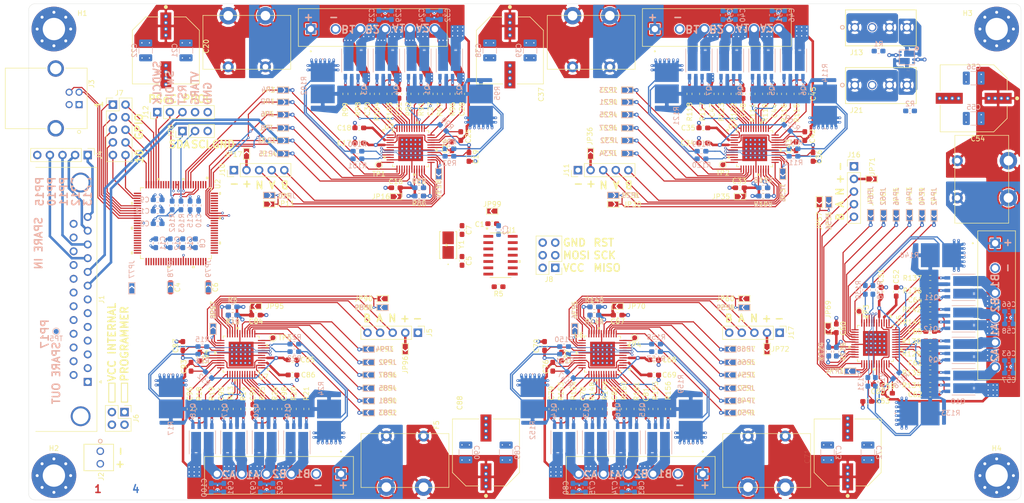
<source format=kicad_pcb>
(kicad_pcb (version 20171130) (host pcbnew 5.0.2-bee76a0~70~ubuntu18.04.1)
  (layers (0 F.Cu signal) (1 GND1.Cu power hide) (2 GND2.Cu power hide) (31 B.Cu mixed) (34 B.Paste user) (35 F.Paste user) (36 B.SilkS user) (37 F.SilkS user) (38 B.Mask user) (39 F.Mask user) (44 Edge.Cuts user))
  (net 0 "")
  (net 1 "Net-(C1-Pad1)")
  (net 2 GND)
  (net 3 /VCCD)
  (net 4 /VDDA)
  (net 5 /10M_XTAL1)
  (net 6 GNDA)
  (net 7 /VDDD)
  (net 8 /10M_XTAL2)
  (net 9 /DRIVE_1/VCC_IO)
  (net 10 "Net-(C17-Pad2)")
  (net 11 "Net-(C18-Pad2)")
  (net 12 "Net-(C19-Pad1)")
  (net 13 /DRIVE_1/VM)
  (net 14 "Net-(C25-Pad2)")
  (net 15 "Net-(C26-Pad1)")
  (net 16 "Net-(C26-Pad2)")
  (net 17 /DRIVE_1/CA1)
  (net 18 /DRIVE_1/BMA1)
  (net 19 /DRIVE_1/BMA2)
  (net 20 /DRIVE_1/CA2)
  (net 21 /DRIVE_1/BMB1)
  (net 22 /DRIVE_1/CB1)
  (net 23 /DRIVE_1/CB2)
  (net 24 /DRIVE_1/BMB2)
  (net 25 /DRIVE_2/VCC_IO)
  (net 26 "Net-(C34-Pad2)")
  (net 27 "Net-(C35-Pad2)")
  (net 28 "Net-(C36-Pad1)")
  (net 29 /DRIVE_2/VM)
  (net 30 "Net-(C42-Pad2)")
  (net 31 "Net-(C43-Pad1)")
  (net 32 "Net-(C43-Pad2)")
  (net 33 /DRIVE_2/CA1)
  (net 34 /DRIVE_2/BMA1)
  (net 35 /DRIVE_2/BMA2)
  (net 36 /DRIVE_2/CA2)
  (net 37 /DRIVE_2/BMB1)
  (net 38 /DRIVE_2/CB1)
  (net 39 /DRIVE_2/CB2)
  (net 40 /DRIVE_2/BMB2)
  (net 41 /DRIVE_3/VCC_IO)
  (net 42 "Net-(C51-Pad2)")
  (net 43 "Net-(C52-Pad2)")
  (net 44 "Net-(C53-Pad1)")
  (net 45 /DRIVE_3/VM)
  (net 46 "Net-(C59-Pad2)")
  (net 47 "Net-(C60-Pad1)")
  (net 48 "Net-(C60-Pad2)")
  (net 49 /DRIVE_3/CA1)
  (net 50 /DRIVE_3/BMA1)
  (net 51 /DRIVE_3/BMA2)
  (net 52 /DRIVE_3/CA2)
  (net 53 /DRIVE_3/BMB1)
  (net 54 /DRIVE_3/CB1)
  (net 55 /DRIVE_3/CB2)
  (net 56 /DRIVE_3/BMB2)
  (net 57 /DRIVE_4/VCC_IO)
  (net 58 "Net-(C68-Pad2)")
  (net 59 "Net-(C69-Pad2)")
  (net 60 "Net-(C70-Pad1)")
  (net 61 /DRIVE_4/VM)
  (net 62 "Net-(C76-Pad2)")
  (net 63 "Net-(C77-Pad1)")
  (net 64 "Net-(C77-Pad2)")
  (net 65 /DRIVE_4/CA1)
  (net 66 /DRIVE_4/BMA1)
  (net 67 /DRIVE_4/BMA2)
  (net 68 /DRIVE_4/CA2)
  (net 69 /DRIVE_4/CB1)
  (net 70 /DRIVE_4/BMB1)
  (net 71 /DRIVE_4/BMB2)
  (net 72 /DRIVE_4/CB2)
  (net 73 /~PAR_ENA)
  (net 74 /PAR_STEP1)
  (net 75 /PAR_DIR1)
  (net 76 /PAR_STEP2)
  (net 77 /PAR_DIR2)
  (net 78 /PAR_STEP3)
  (net 79 /PAR_DIR3)
  (net 80 /PAR_STEP4)
  (net 81 /PAR_DIR4)
  (net 82 "Net-(J1-Pad10)")
  (net 83 "Net-(J1-Pad11)")
  (net 84 "Net-(J1-Pad12)")
  (net 85 "Net-(J1-Pad13)")
  (net 86 "Net-(J1-Pad15)")
  (net 87 "Net-(J1-Pad17)")
  (net 88 /VCC_CONT)
  (net 89 /USBIO_D+)
  (net 90 /USBIO_D-)
  (net 91 /VTARG)
  (net 92 /ATM_MISO)
  (net 93 /ATM_SCK)
  (net 94 /ATM_MOSI)
  (net 95 /~ATM_RST)
  (net 96 /DRIVE_1/ENC_A)
  (net 97 /DRIVE_1/ENC_B)
  (net 98 /DRIVE_1/ENC_N)
  (net 99 "Net-(J10-Pad2)")
  (net 100 /DRIVE_2/ENC_A)
  (net 101 /DRIVE_2/ENC_B)
  (net 102 /DRIVE_2/ENC_N)
  (net 103 "Net-(J11-Pad2)")
  (net 104 /RST)
  (net 105 /SWDCLK)
  (net 106 /SWDIO)
  (net 107 "Net-(J16-Pad2)")
  (net 108 /DRIVE_3/ENC_N)
  (net 109 /DRIVE_3/ENC_B)
  (net 110 /DRIVE_3/ENC_A)
  (net 111 "Net-(J17-Pad2)")
  (net 112 /DRIVE_4/ENC_N)
  (net 113 /DRIVE_4/ENC_B)
  (net 114 /DRIVE_4/ENC_A)
  (net 115 /CYP_SDA)
  (net 116 /CYP_SCL)
  (net 117 /DRIVE_1/CLK16)
  (net 118 /DRIVE_2/CLK16)
  (net 119 /DRIVE_3/CLK16)
  (net 120 /DRIVE_4/CLK16)
  (net 121 "Net-(Q1-Pad4)")
  (net 122 "Net-(Q1-Pad3)")
  (net 123 "Net-(Q1-Pad2)")
  (net 124 "Net-(Q2-Pad2)")
  (net 125 "Net-(Q2-Pad4)")
  (net 126 "Net-(Q3-Pad2)")
  (net 127 "Net-(Q3-Pad3)")
  (net 128 "Net-(Q3-Pad4)")
  (net 129 "Net-(Q4-Pad4)")
  (net 130 "Net-(Q4-Pad2)")
  (net 131 "Net-(Q5-Pad4)")
  (net 132 "Net-(Q5-Pad3)")
  (net 133 "Net-(Q5-Pad2)")
  (net 134 "Net-(Q6-Pad4)")
  (net 135 "Net-(Q6-Pad2)")
  (net 136 "Net-(Q7-Pad4)")
  (net 137 "Net-(Q7-Pad3)")
  (net 138 "Net-(Q7-Pad2)")
  (net 139 "Net-(Q8-Pad2)")
  (net 140 "Net-(Q8-Pad4)")
  (net 141 "Net-(Q9-Pad2)")
  (net 142 "Net-(Q10-Pad3)")
  (net 143 "Net-(Q9-Pad4)")
  (net 144 "Net-(Q10-Pad2)")
  (net 145 "Net-(Q10-Pad4)")
  (net 146 "Net-(Q11-Pad4)")
  (net 147 "Net-(Q11-Pad3)")
  (net 148 "Net-(Q11-Pad2)")
  (net 149 "Net-(Q12-Pad2)")
  (net 150 "Net-(Q12-Pad4)")
  (net 151 "Net-(Q13-Pad4)")
  (net 152 "Net-(Q13-Pad3)")
  (net 153 "Net-(Q13-Pad2)")
  (net 154 "Net-(Q14-Pad2)")
  (net 155 "Net-(Q14-Pad4)")
  (net 156 "Net-(Q15-Pad4)")
  (net 157 "Net-(Q15-Pad3)")
  (net 158 "Net-(Q15-Pad2)")
  (net 159 "Net-(Q16-Pad2)")
  (net 160 "Net-(Q16-Pad4)")
  (net 161 /ATM_CS1)
  (net 162 /ATM_CS2)
  (net 163 /ATM_CS3)
  (net 164 /ATM_CS4)
  (net 165 /CYP_SCK)
  (net 166 /DRIVE_1/SCK)
  (net 167 /CYP_CS1)
  (net 168 /DRIVE_1/CS)
  (net 169 /CYP_MOSI)
  (net 170 /DRIVE_1/MOSI)
  (net 171 /CYP_MISO)
  (net 172 /DRIVE_1/MISO)
  (net 173 /DRIVE_2/SCK)
  (net 174 /DRIVE_2/CS)
  (net 175 /CYP_CS2)
  (net 176 /DRIVE_2/MOSI)
  (net 177 /DRIVE_2/MISO)
  (net 178 /DRIVE_1/~DRV_ENN)
  (net 179 /~CYP_ENA_1)
  (net 180 /~ATM_ENA)
  (net 181 /~CYP_ENA_2)
  (net 182 /DRIVE_2/~DRV_ENN)
  (net 183 /DRIVE_1/REFL_STEP)
  (net 184 /CYP_STEP1)
  (net 185 /DRIVE_1/REFR_DIR)
  (net 186 /CYP_DIR1)
  (net 187 /DRIVE_2/REFL_STEP)
  (net 188 /CYP_STEP2)
  (net 189 /DRIVE_2/REFR_DIR)
  (net 190 /CYP_DIR2)
  (net 191 /DIAG_0_1)
  (net 192 /DRIVE_1/DIAG0)
  (net 193 /DRIVE_1/DIAG1)
  (net 194 /DIAG_1_1)
  (net 195 /DIAG_0_2)
  (net 196 /DRIVE_2/DIAG0)
  (net 197 /DRIVE_2/DIAG1)
  (net 198 /DIAG_1_2)
  (net 199 /DRIVE_3/SCK)
  (net 200 /DRIVE_3/CS)
  (net 201 /CYP_CS3)
  (net 202 /DRIVE_3/MOSI)
  (net 203 /DRIVE_3/MISO)
  (net 204 /DRIVE_4/SCK)
  (net 205 /CYP_CS4)
  (net 206 /DRIVE_4/CS)
  (net 207 /DRIVE_4/MOSI)
  (net 208 /DRIVE_4/MISO)
  (net 209 /DRIVE_3/~DRV_ENN)
  (net 210 /~CYP_ENA_3)
  (net 211 /~CYP_ENA_4)
  (net 212 /DRIVE_4/~DRV_ENN)
  (net 213 /CYP_STEP3)
  (net 214 /DRIVE_3/REFL_STEP)
  (net 215 /CYP_DIR3)
  (net 216 /DRIVE_3/REFR_DIR)
  (net 217 /CYP_STEP4)
  (net 218 /DRIVE_4/REFL_STEP)
  (net 219 /CYP_DIR4)
  (net 220 /DRIVE_4/REFR_DIR)
  (net 221 /DIAG_0_3)
  (net 222 /DRIVE_3/DIAG0)
  (net 223 /DRIVE_3/DIAG1)
  (net 224 /DIAG_1_3)
  (net 225 /DRIVE_4/DIAG0)
  (net 226 /DIAG_0_4)
  (net 227 /DIAG_1_4)
  (net 228 /DRIVE_4/DIAG1)
  (net 229 "Net-(R86-Pad1)")
  (net 230 "Net-(R88-Pad1)")
  (net 231 /DRIVE_1/HA1)
  (net 232 /DRIVE_1/LA1)
  (net 233 /DRIVE_1/SRAH)
  (net 234 /DRIVE_1/SRAL)
  (net 235 /DRIVE_1/HA2)
  (net 236 /DRIVE_1/LA2)
  (net 237 /DRIVE_1/HB1)
  (net 238 /DRIVE_1/LB1)
  (net 239 /DRIVE_1/SRBH)
  (net 240 /DRIVE_1/SRBL)
  (net 241 /DRIVE_1/HB2)
  (net 242 /DRIVE_1/LB2)
  (net 243 "Net-(R105-Pad1)")
  (net 244 "Net-(R107-Pad1)")
  (net 245 /DRIVE_2/HA1)
  (net 246 /DRIVE_2/LA1)
  (net 247 /DRIVE_2/SRAH)
  (net 248 /DRIVE_2/SRAL)
  (net 249 /DRIVE_2/HA2)
  (net 250 /DRIVE_2/LA2)
  (net 251 /DRIVE_2/HB1)
  (net 252 /DRIVE_2/LB1)
  (net 253 /DRIVE_2/SRBH)
  (net 254 /DRIVE_2/SRBL)
  (net 255 /DRIVE_2/HB2)
  (net 256 /DRIVE_2/LB2)
  (net 257 "Net-(R124-Pad1)")
  (net 258 "Net-(R126-Pad1)")
  (net 259 /DRIVE_3/HA1)
  (net 260 /DRIVE_3/LA1)
  (net 261 /DRIVE_3/SRAH)
  (net 262 /DRIVE_3/SRAL)
  (net 263 /DRIVE_3/HA2)
  (net 264 /DRIVE_3/LA2)
  (net 265 /DRIVE_3/HB1)
  (net 266 /DRIVE_3/LB1)
  (net 267 /DRIVE_3/SRBH)
  (net 268 /DRIVE_3/SRBL)
  (net 269 /DRIVE_3/HB2)
  (net 270 /DRIVE_3/LB2)
  (net 271 "Net-(R143-Pad1)")
  (net 272 "Net-(R145-Pad1)")
  (net 273 /DRIVE_4/HA1)
  (net 274 /DRIVE_4/LA1)
  (net 275 /DRIVE_4/SRAH)
  (net 276 /DRIVE_4/SRAL)
  (net 277 /DRIVE_4/HA2)
  (net 278 /DRIVE_4/LA2)
  (net 279 /DRIVE_4/HB1)
  (net 280 /DRIVE_4/LB1)
  (net 281 /DRIVE_4/SRBH)
  (net 282 /DRIVE_4/SRBL)
  (net 283 /DRIVE_4/HB2)
  (net 284 /DRIVE_4/LB2)
  (net 285 "Net-(U2-Pad94)")
  (net 286 "Net-(U2-Pad93)")
  (net 287 "Net-(U2-Pad68)")
  (net 288 "Net-(U2-Pad67)")
  (net 289 "Net-(U2-Pad62)")
  (net 290 "Net-(U2-Pad61)")
  (net 291 "Net-(U2-Pad60)")
  (net 292 "Net-(U2-Pad59)")
  (net 293 "Net-(U2-Pad58)")
  (net 294 "Net-(U2-Pad57)")
  (net 295 "Net-(U2-Pad56)")
  (net 296 "Net-(U2-Pad55)")
  (net 297 "Net-(U2-Pad54)")
  (net 298 "Net-(U2-Pad53)")
  (net 299 "Net-(U2-Pad43)")
  (net 300 "Net-(U2-Pad42)")
  (net 301 "Net-(U2-Pad41)")
  (net 302 "Net-(U2-Pad40)")
  (net 303 "Net-(U2-Pad30)")
  (net 304 "Net-(U2-Pad29)")
  (net 305 "Net-(U2-Pad17)")
  (net 306 "Net-(U2-Pad16)")
  (net 307 "Net-(U2-Pad11)")
  (net 308 "Net-(U2-Pad6)")
  (net 309 "Net-(U2-Pad3)")
  (net 310 "Net-(U2-Pad2)")
  (net 311 "Net-(U2-Pad1)")
  (net 312 "Net-(F1-Pad3)")
  (net 313 "Net-(F2-Pad3)")
  (net 314 "Net-(F3-Pad3)")
  (net 315 "Net-(F4-Pad3)")
  (net 316 "Net-(J6-Pad2)")
  (net 317 "Net-(J7-Pad1)")
  (net 318 "Net-(J7-Pad2)")
  (net 319 "Net-(J7-Pad3)")
  (net 320 "Net-(J7-Pad4)")
  (net 321 "Net-(J7-Pad5)")
  (net 322 "Net-(J7-Pad6)")
  (net 323 "Net-(J7-Pad7)")
  (net 324 "Net-(J7-Pad8)")
  (net 325 "Net-(J7-Pad9)")
  (net 326 "Net-(J7-Pad10)")
  (net 327 /DRIVE_5/VCC_IO)
  (net 328 "Net-(C85-Pad2)")
  (net 329 "Net-(C86-Pad2)")
  (net 330 "Net-(C87-Pad1)")
  (net 331 /DRIVE_5/VM)
  (net 332 "Net-(C93-Pad2)")
  (net 333 "Net-(C94-Pad1)")
  (net 334 "Net-(C94-Pad2)")
  (net 335 /DRIVE_5/BMA1)
  (net 336 /DRIVE_5/CA1)
  (net 337 /DRIVE_5/CA2)
  (net 338 /DRIVE_5/BMA2)
  (net 339 /DRIVE_5/BMB1)
  (net 340 /DRIVE_5/CB1)
  (net 341 /DRIVE_5/BMB2)
  (net 342 /DRIVE_5/CB2)
  (net 343 /PAR_DIR5)
  (net 344 /PAR_STEP5)
  (net 345 "Net-(J5-Pad2)")
  (net 346 /DRIVE_5/ENC_N)
  (net 347 /DRIVE_5/ENC_B)
  (net 348 /DRIVE_5/ENC_A)
  (net 349 /ATM_CS5)
  (net 350 "Net-(R3-Pad1)")
  (net 351 "Net-(R10-Pad1)")
  (net 352 "Net-(Q17-Pad2)")
  (net 353 /DRIVE_5/HA1)
  (net 354 "Net-(Q17-Pad4)")
  (net 355 /DRIVE_5/LA1)
  (net 356 /DRIVE_5/SRAH)
  (net 357 "Net-(Q17-Pad3)")
  (net 358 /DRIVE_5/SRAL)
  (net 359 "Net-(Q18-Pad2)")
  (net 360 /DRIVE_5/HA2)
  (net 361 /DRIVE_5/LA2)
  (net 362 "Net-(Q18-Pad4)")
  (net 363 /DRIVE_5/HB1)
  (net 364 "Net-(Q19-Pad2)")
  (net 365 /DRIVE_5/LB1)
  (net 366 "Net-(Q19-Pad4)")
  (net 367 "Net-(Q19-Pad3)")
  (net 368 /DRIVE_5/SRBH)
  (net 369 /DRIVE_5/SRBL)
  (net 370 /DRIVE_5/HB2)
  (net 371 "Net-(Q20-Pad2)")
  (net 372 "Net-(Q20-Pad4)")
  (net 373 /DRIVE_5/LB2)
  (net 374 /DRIVE_5/CLK16)
  (net 375 /DIAG_1_5)
  (net 376 /DIAG_0_5)
  (net 377 /CYP_DIR5)
  (net 378 /CYP_STEP5)
  (net 379 /~CYP_ENA_5)
  (net 380 /CYP_CS5)
  (net 381 "Net-(F5-Pad3)")
  (net 382 /DRIVE_5/SCK)
  (net 383 /DRIVE_5/CS)
  (net 384 /DRIVE_5/MOSI)
  (net 385 /DRIVE_5/MISO)
  (net 386 /DRIVE_5/~DRV_ENN)
  (net 387 /DRIVE_5/REFL_STEP)
  (net 388 /DRIVE_5/REFR_DIR)
  (net 389 /DRIVE_5/DIAG0)
  (net 390 /DRIVE_5/DIAG1)
  (net 391 "Net-(J13-Pad1)")
  (net 392 "Net-(J13-Pad4)")
  (net 393 "Net-(J21-Pad4)")
  (net 394 "Net-(J21-Pad1)")
  (net 395 "Net-(Q21-PadG1)")
  (net 396 "Net-(Q21-PadG2)")
  (net 397 /PWR_SW_CH1)
  (net 398 /PWR_SW_CH2)
  (net 399 "Net-(U2-Pad99)")
  (net 400 "Net-(U2-Pad18)")
  (net 401 "Net-(U2-Pad19)")
  (module CUSTOM_FP:640456-2 (layer F.Cu) (at 60.16 142.24 90)
    (fp_text reference J2 (at -2.55 0.175 90) (layer F.SilkS))
    (fp_text value MTA-100 hide)
    (pad 1 thru_hole circle (at 2.54 0 90) (size 1.524 1.524) (drill 1.016) (layers *.Cu *.Mask) (net 2 GND))
    (pad 2 thru_hole circle (at 0 0 90) (size 1.524 1.524) (drill 1.016) (layers *.Cu *.Mask) (net 88 /VCC_CONT))
  )
  (module CUSTOM_FP:keystone_3549_2_fuseholder_THT (layer F.Cu) (at 125.311 136.652 270)
    (fp_text reference F5 (at -2.232791 -2.601716 270) (layer F.SilkS))
    (fp_text value BLADE_Fuse)
    (pad 4 thru_hole circle (at 10.3 7.5 270) (size 3.5 3.5) (drill 1.93) (layers *.Cu *.Mask) (net 381 "Net-(F5-Pad3)"))
    (pad 3 thru_hole circle (at 0 7.5 270) (size 2.2 2.2) (drill 1.17) (layers *.Cu *.Mask) (net 381 "Net-(F5-Pad3)"))
    (pad 2 thru_hole circle (at 10.3 0 270) (size 3.5 3.5) (drill 1.93) (layers *.Cu *.Mask) (net 331 /DRIVE_5/VM))
    (pad 1 thru_hole circle (at 0 0 270) (size 2.2 2.2) (drill 1.17) (layers *.Cu *.Mask) (net 331 /DRIVE_5/VM))
  )
  (module CUSTOM_FP:keystone_3549_2_fuseholder_THT (layer F.Cu) (at 198.209 136.652 270)
    (fp_text reference F4 hide)
    (fp_text value BLADE_Fuse hide)
    (pad 4 thru_hole circle (at 10.3 7.5 270) (size 3.5 3.5) (drill 1.93) (layers *.Cu *.Mask) (net 315 "Net-(F4-Pad3)"))
    (pad 3 thru_hole circle (at 0 7.5 270) (size 2.2 2.2) (drill 1.17) (layers *.Cu *.Mask) (net 315 "Net-(F4-Pad3)"))
    (pad 2 thru_hole circle (at 10.3 0 270) (size 3.5 3.5) (drill 1.93) (layers *.Cu *.Mask) (net 61 /DRIVE_4/VM))
    (pad 1 thru_hole circle (at 0 0 270) (size 2.2 2.2) (drill 1.17) (layers *.Cu *.Mask) (net 61 /DRIVE_4/VM))
  )
  (module CUSTOM_FP:keystone_3549_2_fuseholder_THT (layer F.Cu) (at 232.88 81.153)
    (fp_text reference F3 hide)
    (fp_text value BLADE_Fuse hide)
    (pad 1 thru_hole circle (at 0 0) (size 2.2 2.2) (drill 1.17) (layers *.Cu *.Mask) (net 45 /DRIVE_3/VM))
    (pad 2 thru_hole circle (at 10.3 0) (size 3.5 3.5) (drill 1.93) (layers *.Cu *.Mask) (net 45 /DRIVE_3/VM))
    (pad 3 thru_hole circle (at 0 7.5) (size 2.2 2.2) (drill 1.17) (layers *.Cu *.Mask) (net 314 "Net-(F3-Pad3)"))
    (pad 4 thru_hole circle (at 10.3 7.5) (size 3.5 3.5) (drill 1.93) (layers *.Cu *.Mask) (net 314 "Net-(F3-Pad3)"))
  )
  (module CUSTOM_FP:keystone_3549_2_fuseholder_THT (layer F.Cu) (at 155.342428 62.23 90)
    (fp_text reference F2 hide)
    (fp_text value BLADE_Fuse hide)
    (pad 4 thru_hole circle (at 10.3 7.5 90) (size 3.5 3.5) (drill 1.93) (layers *.Cu *.Mask) (net 313 "Net-(F2-Pad3)"))
    (pad 3 thru_hole circle (at 0 7.5 90) (size 2.2 2.2) (drill 1.17) (layers *.Cu *.Mask) (net 313 "Net-(F2-Pad3)"))
    (pad 2 thru_hole circle (at 10.3 0 90) (size 3.5 3.5) (drill 1.93) (layers *.Cu *.Mask) (net 29 /DRIVE_2/VM))
    (pad 1 thru_hole circle (at 0 0 90) (size 2.2 2.2) (drill 1.17) (layers *.Cu *.Mask) (net 29 /DRIVE_2/VM))
  )
  (module CUSTOM_FP:keystone_3549_2_fuseholder_THT (layer F.Cu) (at 85.941 62.23 90)
    (fp_text reference F1 hide)
    (fp_text value BLADE_Fuse hide)
    (pad 4 thru_hole circle (at 10.3 7.5 90) (size 3.5 3.5) (drill 1.93) (layers *.Cu *.Mask) (net 312 "Net-(F1-Pad3)"))
    (pad 3 thru_hole circle (at 0 7.5 90) (size 2.2 2.2) (drill 1.17) (layers *.Cu *.Mask) (net 312 "Net-(F1-Pad3)"))
    (pad 2 thru_hole circle (at 10.3 0 90) (size 3.5 3.5) (drill 1.93) (layers *.Cu *.Mask) (net 13 /DRIVE_1/VM))
    (pad 1 thru_hole circle (at 0 0 90) (size 2.2 2.2) (drill 1.17) (layers *.Cu *.Mask) (net 13 /DRIVE_1/VM))
  )
  (module CUSTOM_FP:CUI_UJ2-BH-W1-TH (layer F.Cu) (at 55.88 69.85 270)
    (fp_text reference J3 (at -4.18149 -2.51892 90) (layer F.SilkS) (effects (font (size 1.001559 1.001559))))
    (fp_text value USB_B)
    (pad 2 thru_hole circle (at -2.5 0 270) (size 1.428 1.428) (drill 0.92) (layers *.Cu *.Mask) (net 90 /USBIO_D-))
    (pad 1 thru_hole rect (at 0 0 270) (size 1.428 1.428) (drill 0.92) (layers *.Cu *.Mask) (net 88 /VCC_CONT))
    (pad 3 thru_hole circle (at -2.5 2 270) (size 1.428 1.428) (drill 0.92) (layers *.Cu *.Mask) (net 89 /USBIO_D+))
    (pad 4 thru_hole circle (at 0 2 270) (size 1.428 1.428) (drill 0.92) (layers *.Cu *.Mask) (net 2 GND))
    (pad SH1 thru_hole circle (at -7.27 4.71 270) (size 3.316 3.316) (drill 2.3) (layers *.Cu *.Mask) (net 2 GND))
    (pad SH2 thru_hole circle (at 4.77 4.71 270) (size 3.316 3.316) (drill 2.3) (layers *.Cu *.Mask) (net 2 GND))
  )
  (module Capacitor_SMD:C_0603_1608Metric_Pad1.05x0.95mm_HandSolder (layer F.Cu) (at 112.357 77.597)
    (fp_text reference C17 (at -3.048 0) (layer F.SilkS))
    (fp_text value 2u2)
    (pad 2 smd roundrect (at 0.875 0) (size 1.05 0.95) (layers F.Cu F.Paste F.Mask) (net 10 "Net-(C17-Pad2)"))
    (pad 1 smd roundrect (at -0.875 0) (size 1.05 0.95) (layers F.Cu F.Paste F.Mask) (net 2 GND))
  )
  (module Capacitor_SMD:C_0603_1608Metric_Pad1.05x0.95mm_HandSolder (layer F.Cu) (at 112.357 74.549)
    (fp_text reference C18 (at -3.048 0) (layer F.SilkS))
    (fp_text value 2u2)
    (pad 2 smd roundrect (at 0.875 0) (size 1.05 0.95) (layers F.Cu F.Paste F.Mask) (net 11 "Net-(C18-Pad2)"))
    (pad 1 smd roundrect (at -0.875 0) (size 1.05 0.95) (layers F.Cu F.Paste F.Mask) (net 2 GND))
  )
  (module Capacitor_SMD:C_1210_3225Metric_Pad1.42x2.65mm_HandSolder (layer B.Cu) (at 77.432 58.928 270)
    (fp_text reference C21 (at 0 2.28 90) (layer B.SilkS) (effects (justify mirror)))
    (fp_text value 10u)
    (pad 2 smd roundrect (at 1.4875 0 270) (size 1.425 2.65) (layers B.Cu B.Paste B.Mask) (roundrect_rratio 0.175439) (net 2 GND))
    (pad 1 smd roundrect (at -1.4875 0 270) (size 1.425 2.65) (layers B.Cu B.Paste B.Mask) (roundrect_rratio 0.175439) (net 13 /DRIVE_1/VM))
  )
  (module Capacitor_SMD:C_1210_3225Metric_Pad1.42x2.65mm_HandSolder (layer B.Cu) (at 69.304 58.928 270)
    (fp_text reference C22 (at 0 2.28 90) (layer B.SilkS) (effects (justify mirror)))
    (fp_text value 10u)
    (pad 2 smd roundrect (at 1.4875 0 270) (size 1.425 2.65) (layers B.Cu B.Paste B.Mask) (roundrect_rratio 0.175439) (net 2 GND))
    (pad 1 smd roundrect (at -1.4875 0 270) (size 1.425 2.65) (layers B.Cu B.Paste B.Mask) (roundrect_rratio 0.175439) (net 13 /DRIVE_1/VM))
  )
  (module Capacitor_SMD:C_0603_1608Metric_Pad1.05x0.95mm_HandSolder (layer F.Cu) (at 181.699 77.597)
    (fp_text reference C34 (at -3.175 0) (layer F.SilkS))
    (fp_text value 2u2)
    (pad 2 smd roundrect (at 0.875 0) (size 1.05 0.95) (layers F.Cu F.Paste F.Mask) (net 26 "Net-(C34-Pad2)"))
    (pad 1 smd roundrect (at -0.875 0) (size 1.05 0.95) (layers F.Cu F.Paste F.Mask) (net 2 GND))
  )
  (module Capacitor_SMD:C_0603_1608Metric_Pad1.05x0.95mm_HandSolder (layer F.Cu) (at 181.699 74.549)
    (fp_text reference C35 (at -3.048 0) (layer F.SilkS))
    (fp_text value 2u2)
    (pad 2 smd roundrect (at 0.875 0) (size 1.05 0.95) (layers F.Cu F.Paste F.Mask) (net 27 "Net-(C35-Pad2)"))
    (pad 1 smd roundrect (at -0.875 0) (size 1.05 0.95) (layers F.Cu F.Paste F.Mask) (net 2 GND))
  )
  (module Capacitor_SMD:C_1210_3225Metric_Pad1.42x2.65mm_HandSolder (layer B.Cu) (at 138.646 58.928 270)
    (fp_text reference C38 (at 0 2.28 270) (layer B.SilkS) (effects (justify mirror)))
    (fp_text value 10u)
    (pad 2 smd roundrect (at 1.4875 0 270) (size 1.425 2.65) (layers B.Cu B.Paste B.Mask) (roundrect_rratio 0.175439) (net 2 GND))
    (pad 1 smd roundrect (at -1.4875 0 270) (size 1.425 2.65) (layers B.Cu B.Paste B.Mask) (roundrect_rratio 0.175439) (net 29 /DRIVE_2/VM))
  )
  (module Capacitor_SMD:C_1210_3225Metric_Pad1.42x2.65mm_HandSolder (layer B.Cu) (at 146.774 58.928 270)
    (fp_text reference C39 (at 0 2.28 270) (layer B.SilkS) (effects (justify mirror)))
    (fp_text value 10u)
    (pad 2 smd roundrect (at 1.4875 0 270) (size 1.425 2.65) (layers B.Cu B.Paste B.Mask) (roundrect_rratio 0.175439) (net 2 GND))
    (pad 1 smd roundrect (at -1.4875 0 270) (size 1.425 2.65) (layers B.Cu B.Paste B.Mask) (roundrect_rratio 0.175439) (net 29 /DRIVE_2/VM))
  )
  (module Capacitor_SMD:C_0603_1608Metric_Pad1.05x0.95mm_HandSolder (layer F.Cu) (at 217.513 107.569 270)
    (fp_text reference C51 (at -3.175 0 270) (layer F.SilkS))
    (fp_text value 2u2)
    (pad 1 smd roundrect (at -0.875 0 270) (size 1.05 0.95) (layers F.Cu F.Paste F.Mask) (net 2 GND))
    (pad 2 smd roundrect (at 0.875 0 270) (size 1.05 0.95) (layers F.Cu F.Paste F.Mask) (net 42 "Net-(C51-Pad2)"))
  )
  (module Capacitor_SMD:C_0603_1608Metric_Pad1.05x0.95mm_HandSolder (layer F.Cu) (at 220.561 107.569 270)
    (fp_text reference C52 (at -3.048 0 270) (layer F.SilkS))
    (fp_text value 2u2)
    (pad 1 smd roundrect (at -0.875 0 270) (size 1.05 0.95) (layers F.Cu F.Paste F.Mask) (net 2 GND))
    (pad 2 smd roundrect (at 0.875 0 270) (size 1.05 0.95) (layers F.Cu F.Paste F.Mask) (net 43 "Net-(C52-Pad2)"))
  )
  (module Capacitor_SMD:C_1210_3225Metric_Pad1.42x2.65mm_HandSolder (layer B.Cu) (at 236.182 72.644 180)
    (fp_text reference C55 (at 0 2.28 180) (layer B.SilkS) (effects (justify mirror)))
    (fp_text value 10u)
    (pad 1 smd roundrect (at -1.4875 0 180) (size 1.425 2.65) (layers B.Cu B.Paste B.Mask) (roundrect_rratio 0.175439) (net 45 /DRIVE_3/VM))
    (pad 2 smd roundrect (at 1.4875 0 180) (size 1.425 2.65) (layers B.Cu B.Paste B.Mask) (roundrect_rratio 0.175439) (net 2 GND))
  )
  (module Capacitor_SMD:C_1210_3225Metric_Pad1.42x2.65mm_HandSolder (layer B.Cu) (at 236.182 64.516 180)
    (fp_text reference C56 (at 0 2.28 180) (layer B.SilkS) (effects (justify mirror)))
    (fp_text value 10u)
    (pad 1 smd roundrect (at -1.4875 0 180) (size 1.425 2.65) (layers B.Cu B.Paste B.Mask) (roundrect_rratio 0.175439) (net 45 /DRIVE_3/VM))
    (pad 2 smd roundrect (at 1.4875 0 180) (size 1.425 2.65) (layers B.Cu B.Paste B.Mask) (roundrect_rratio 0.175439) (net 2 GND))
  )
  (module Capacitor_SMD:C_0603_1608Metric_Pad1.05x0.95mm_HandSolder (layer F.Cu) (at 171.793 121.285 180)
    (fp_text reference C68 (at -3.048 0 180) (layer F.SilkS))
    (fp_text value 2u2)
    (pad 2 smd roundrect (at 0.875 0 180) (size 1.05 0.95) (layers F.Cu F.Paste F.Mask) (net 58 "Net-(C68-Pad2)"))
    (pad 1 smd roundrect (at -0.875 0 180) (size 1.05 0.95) (layers F.Cu F.Paste F.Mask) (net 2 GND))
  )
  (module Capacitor_SMD:C_0603_1608Metric_Pad1.05x0.95mm_HandSolder (layer F.Cu) (at 171.793 124.333 180)
    (fp_text reference C69 (at -3.048 0 180) (layer F.SilkS))
    (fp_text value 2u2)
    (pad 2 smd roundrect (at 0.875 0 180) (size 1.05 0.95) (layers F.Cu F.Paste F.Mask) (net 59 "Net-(C69-Pad2)"))
    (pad 1 smd roundrect (at -0.875 0 180) (size 1.05 0.95) (layers F.Cu F.Paste F.Mask) (net 2 GND))
  )
  (module Capacitor_SMD:C_1210_3225Metric_Pad1.42x2.65mm_HandSolder (layer B.Cu) (at 214.846 139.954 90)
    (fp_text reference C72 (at 0 2.28 90) (layer B.SilkS) (effects (justify mirror)))
    (fp_text value 10u)
    (pad 2 smd roundrect (at 1.4875 0 90) (size 1.425 2.65) (layers B.Cu B.Paste B.Mask) (roundrect_rratio 0.175439) (net 2 GND))
    (pad 1 smd roundrect (at -1.4875 0 90) (size 1.425 2.65) (layers B.Cu B.Paste B.Mask) (roundrect_rratio 0.175439) (net 61 /DRIVE_4/VM))
  )
  (module Capacitor_SMD:C_1210_3225Metric_Pad1.42x2.65mm_HandSolder (layer B.Cu) (at 206.718 139.954 90)
    (fp_text reference C73 (at 0 2.28 90) (layer B.SilkS) (effects (justify mirror)))
    (fp_text value 10u)
    (pad 2 smd roundrect (at 1.4875 0 90) (size 1.425 2.65) (layers B.Cu B.Paste B.Mask) (roundrect_rratio 0.175439) (net 2 GND))
    (pad 1 smd roundrect (at -1.4875 0 90) (size 1.425 2.65) (layers B.Cu B.Paste B.Mask) (roundrect_rratio 0.175439) (net 61 /DRIVE_4/VM))
  )
  (module Connector_PinHeader_2.54mm:PinHeader_1x05_P2.54mm_Vertical (layer F.Cu) (at 57.62 80.01 270)
    (fp_text reference J4 (at 0 -2.33 270) (layer F.SilkS))
    (fp_text value SPARE_IN)
    (pad 5 thru_hole oval (at 0 10.16 270) (size 1.7 1.7) (drill 1) (layers *.Cu *.Mask) (net 86 "Net-(J1-Pad15)"))
    (pad 4 thru_hole oval (at 0 7.62 270) (size 1.7 1.7) (drill 1) (layers *.Cu *.Mask) (net 82 "Net-(J1-Pad10)"))
    (pad 3 thru_hole oval (at 0 5.08 270) (size 1.7 1.7) (drill 1) (layers *.Cu *.Mask) (net 83 "Net-(J1-Pad11)"))
    (pad 2 thru_hole oval (at 0 2.54 270) (size 1.7 1.7) (drill 1) (layers *.Cu *.Mask) (net 84 "Net-(J1-Pad12)"))
    (pad 1 thru_hole rect (at 0 0 270) (size 1.7 1.7) (drill 1) (layers *.Cu *.Mask) (net 85 "Net-(J1-Pad13)"))
  )
  (module Connector_PinHeader_2.54mm:PinHeader_2x03_P2.54mm_Vertical (layer F.Cu) (at 151.854 102.743 180)
    (fp_text reference J8 (at 1.27 -2.33 180) (layer F.SilkS))
    (fp_text value ICSP)
    (pad 6 thru_hole oval (at 2.54 5.08 180) (size 1.7 1.7) (drill 1) (layers *.Cu *.Mask) (net 2 GND))
    (pad 5 thru_hole oval (at 0 5.08 180) (size 1.7 1.7) (drill 1) (layers *.Cu *.Mask) (net 95 /~ATM_RST))
    (pad 4 thru_hole oval (at 2.54 2.54 180) (size 1.7 1.7) (drill 1) (layers *.Cu *.Mask) (net 94 /ATM_MOSI))
    (pad 3 thru_hole oval (at 0 2.54 180) (size 1.7 1.7) (drill 1) (layers *.Cu *.Mask) (net 93 /ATM_SCK))
    (pad 2 thru_hole oval (at 2.54 0 180) (size 1.7 1.7) (drill 1) (layers *.Cu *.Mask) (net 88 /VCC_CONT))
    (pad 1 thru_hole rect (at 0 0 180) (size 1.7 1.7) (drill 1) (layers *.Cu *.Mask) (net 92 /ATM_MISO))
  )
  (module Connector_PinHeader_2.54mm:PinHeader_1x05_P2.54mm_Vertical (layer F.Cu) (at 87.084 83.058 90)
    (fp_text reference J10 (at 0 -2.33 -90) (layer F.SilkS))
    (fp_text value ENC_HEADER)
    (pad 5 thru_hole oval (at 0 10.16 90) (size 1.7 1.7) (drill 1) (layers *.Cu *.Mask) (net 97 /DRIVE_1/ENC_B))
    (pad 4 thru_hole oval (at 0 7.62 90) (size 1.7 1.7) (drill 1) (layers *.Cu *.Mask) (net 96 /DRIVE_1/ENC_A))
    (pad 3 thru_hole oval (at 0 5.08 90) (size 1.7 1.7) (drill 1) (layers *.Cu *.Mask) (net 98 /DRIVE_1/ENC_N))
    (pad 2 thru_hole oval (at 0 2.54 90) (size 1.7 1.7) (drill 1) (layers *.Cu *.Mask) (net 99 "Net-(J10-Pad2)"))
    (pad 1 thru_hole rect (at 0 0 90) (size 1.7 1.7) (drill 1) (layers *.Cu *.Mask) (net 2 GND))
  )
  (module Connector_PinHeader_2.54mm:PinHeader_1x05_P2.54mm_Vertical (layer F.Cu) (at 156.426 83.058 90)
    (fp_text reference J11 (at 0 -2.33 90) (layer F.SilkS))
    (fp_text value ENC_HEADER)
    (pad 5 thru_hole oval (at 0 10.16 90) (size 1.7 1.7) (drill 1) (layers *.Cu *.Mask) (net 101 /DRIVE_2/ENC_B))
    (pad 4 thru_hole oval (at 0 7.62 90) (size 1.7 1.7) (drill 1) (layers *.Cu *.Mask) (net 100 /DRIVE_2/ENC_A))
    (pad 3 thru_hole oval (at 0 5.08 90) (size 1.7 1.7) (drill 1) (layers *.Cu *.Mask) (net 102 /DRIVE_2/ENC_N))
    (pad 2 thru_hole oval (at 0 2.54 90) (size 1.7 1.7) (drill 1) (layers *.Cu *.Mask) (net 103 "Net-(J11-Pad2)"))
    (pad 1 thru_hole rect (at 0 0 90) (size 1.7 1.7) (drill 1) (layers *.Cu *.Mask) (net 2 GND))
  )
  (module Connector_PinHeader_2.54mm:PinHeader_1x05_P2.54mm_Vertical (layer F.Cu) (at 71.64135 71.367236 90)
    (fp_text reference J12 (at 0 -2.33 90) (layer F.SilkS))
    (fp_text value PSoC_PROG)
    (pad 5 thru_hole oval (at 0 10.16 90) (size 1.7 1.7) (drill 1) (layers *.Cu *.Mask) (net 2 GND))
    (pad 4 thru_hole oval (at 0 7.62 90) (size 1.7 1.7) (drill 1) (layers *.Cu *.Mask) (net 91 /VTARG))
    (pad 3 thru_hole oval (at 0 5.08 90) (size 1.7 1.7) (drill 1) (layers *.Cu *.Mask) (net 104 /RST))
    (pad 2 thru_hole oval (at 0 2.54 90) (size 1.7 1.7) (drill 1) (layers *.Cu *.Mask) (net 106 /SWDIO))
    (pad 1 thru_hole rect (at 0 0 90) (size 1.7 1.7) (drill 1) (layers *.Cu *.Mask) (net 105 /SWDCLK))
  )
  (module Connector_PinHeader_2.54mm:PinHeader_1x05_P2.54mm_Vertical (layer F.Cu) (at 212.052 82.296)
    (fp_text reference J16 (at 0 -2.33) (layer F.SilkS))
    (fp_text value ENC_HEADER)
    (pad 5 thru_hole oval (at 0 10.16) (size 1.7 1.7) (drill 1) (layers *.Cu *.Mask) (net 109 /DRIVE_3/ENC_B))
    (pad 4 thru_hole oval (at 0 7.62) (size 1.7 1.7) (drill 1) (layers *.Cu *.Mask) (net 110 /DRIVE_3/ENC_A))
    (pad 3 thru_hole oval (at 0 5.08) (size 1.7 1.7) (drill 1) (layers *.Cu *.Mask) (net 108 /DRIVE_3/ENC_N))
    (pad 2 thru_hole oval (at 0 2.54) (size 1.7 1.7) (drill 1) (layers *.Cu *.Mask) (net 107 "Net-(J16-Pad2)"))
    (pad 1 thru_hole rect (at 0 0) (size 1.7 1.7) (drill 1) (layers *.Cu *.Mask) (net 2 GND))
  )
  (module Connector_PinHeader_2.54mm:PinHeader_1x05_P2.54mm_Vertical (layer F.Cu) (at 197.066 115.824 270)
    (fp_text reference J17 (at 0 -2.33 270) (layer F.SilkS))
    (fp_text value ENC_HEADER)
    (pad 5 thru_hole oval (at 0 10.16 270) (size 1.7 1.7) (drill 1) (layers *.Cu *.Mask) (net 113 /DRIVE_4/ENC_B))
    (pad 4 thru_hole oval (at 0 7.62 270) (size 1.7 1.7) (drill 1) (layers *.Cu *.Mask) (net 114 /DRIVE_4/ENC_A))
    (pad 3 thru_hole oval (at 0 5.08 270) (size 1.7 1.7) (drill 1) (layers *.Cu *.Mask) (net 112 /DRIVE_4/ENC_N))
    (pad 2 thru_hole oval (at 0 2.54 270) (size 1.7 1.7) (drill 1) (layers *.Cu *.Mask) (net 111 "Net-(J17-Pad2)"))
    (pad 1 thru_hole rect (at 0 0 270) (size 1.7 1.7) (drill 1) (layers *.Cu *.Mask) (net 2 GND))
  )
  (module Connector_PinHeader_2.54mm:PinHeader_1x03_P2.54mm_Vertical (layer F.Cu) (at 76.72135 75.177236 90)
    (fp_text reference J20 (at 0 -2.33 90) (layer F.SilkS))
    (fp_text value CYP_I2C)
    (pad 3 thru_hole oval (at 0 5.08 90) (size 1.7 1.7) (drill 1) (layers *.Cu *.Mask) (net 2 GND))
    (pad 2 thru_hole oval (at 0 2.54 90) (size 1.7 1.7) (drill 1) (layers *.Cu *.Mask) (net 116 /CYP_SCL))
    (pad 1 thru_hole rect (at 0 0 90) (size 1.7 1.7) (drill 1) (layers *.Cu *.Mask) (net 115 /CYP_SDA))
  )
  (module Resistor_SMD:R_0603_1608Metric_Pad1.05x0.95mm_HandSolder (layer F.Cu) (at 140.424 106.553 180)
    (fp_text reference R5 (at 0 -1.43 180) (layer F.SilkS))
    (fp_text value 10k)
    (pad 2 smd roundrect (at 0.875 0 180) (size 1.05 0.95) (layers F.Cu F.Paste F.Mask) (net 95 /~ATM_RST))
    (pad 1 smd roundrect (at -0.875 0 180) (size 1.05 0.95) (layers F.Cu F.Paste F.Mask) (net 88 /VCC_CONT))
  )
  (module Resistor_SMD:R_0603_1608Metric_Pad1.05x0.95mm_HandSolder (layer F.Cu) (at 124.422 88.265 180)
    (fp_text reference R86 (at 0 -1.524) (layer F.SilkS))
    (fp_text value 0R)
    (pad 2 smd roundrect (at 0.875 0 180) (size 1.05 0.95) (layers F.Cu F.Paste F.Mask) (net 9 /DRIVE_1/VCC_IO))
    (pad 1 smd roundrect (at -0.875 0 180) (size 1.05 0.95) (layers F.Cu F.Paste F.Mask) (net 229 "Net-(R86-Pad1)"))
  )
  (module Resistor_SMD:R_0603_1608Metric_Pad1.05x0.95mm_HandSolder (layer B.Cu) (at 124.422 88.265)
    (fp_text reference R87 (at 0 1.397) (layer B.SilkS) (effects (justify mirror)))
    (fp_text value DNP)
    (pad 2 smd roundrect (at 0.875 0) (size 1.05 0.95) (layers B.Cu B.Paste B.Mask) (net 229 "Net-(R86-Pad1)"))
    (pad 1 smd roundrect (at -0.875 0) (size 1.05 0.95) (layers B.Cu B.Paste B.Mask) (net 2 GND))
  )
  (module Resistor_SMD:R_0603_1608Metric_Pad1.05x0.95mm_HandSolder (layer F.Cu) (at 124.422 86.614 180)
    (fp_text reference R88 (at 0 1.27) (layer F.SilkS))
    (fp_text value DNP)
    (pad 2 smd roundrect (at 0.875 0 180) (size 1.05 0.95) (layers F.Cu F.Paste F.Mask) (net 9 /DRIVE_1/VCC_IO))
    (pad 1 smd roundrect (at -0.875 0 180) (size 1.05 0.95) (layers F.Cu F.Paste F.Mask) (net 230 "Net-(R88-Pad1)"))
  )
  (module Resistor_SMD:R_0603_1608Metric_Pad1.05x0.95mm_HandSolder (layer B.Cu) (at 124.422 86.614)
    (fp_text reference R89 (at 0 -1.397) (layer B.SilkS) (effects (justify mirror)))
    (fp_text value 0R)
    (pad 2 smd roundrect (at 0.875 0) (size 1.05 0.95) (layers B.Cu B.Paste B.Mask) (net 230 "Net-(R88-Pad1)"))
    (pad 1 smd roundrect (at -0.875 0) (size 1.05 0.95) (layers B.Cu B.Paste B.Mask) (net 2 GND))
  )
  (module Resistor_SMD:R_0603_1608Metric_Pad1.05x0.95mm_HandSolder (layer B.Cu) (at 129.248 74.549 135)
    (fp_text reference R90 (at 0 1.27 315) (layer B.SilkS) (effects (justify mirror)))
    (fp_text value 2R2)
    (pad 2 smd roundrect (at 0.874999 0 135) (size 1.05 0.95) (layers B.Cu B.Paste B.Mask) (net 10 "Net-(C17-Pad2)"))
    (pad 1 smd roundrect (at -0.874999 0 135) (size 1.05 0.95) (layers B.Cu B.Paste B.Mask) (net 12 "Net-(C19-Pad1)"))
  )
  (module Resistor_SMD:R_0603_1608Metric_Pad1.05x0.95mm_HandSolder (layer F.Cu) (at 124.803 67.691 90)
    (fp_text reference R91 (at -3.048 0 90) (layer F.SilkS))
    (fp_text value 22R)
    (pad 2 smd roundrect (at 0.875 0 90) (size 1.05 0.95) (layers F.Cu F.Paste F.Mask) (net 123 "Net-(Q1-Pad2)"))
    (pad 1 smd roundrect (at -0.875 0 90) (size 1.05 0.95) (layers F.Cu F.Paste F.Mask) (net 231 /DRIVE_1/HA1))
  )
  (module Resistor_SMD:R_0603_1608Metric_Pad1.05x0.95mm_HandSolder (layer F.Cu) (at 122.263 67.691 90)
    (fp_text reference R92 (at -3.048 0 90) (layer F.SilkS))
    (fp_text value 22R)
    (pad 2 smd roundrect (at 0.875 0 90) (size 1.05 0.95) (layers F.Cu F.Paste F.Mask) (net 121 "Net-(Q1-Pad4)"))
    (pad 1 smd roundrect (at -0.875 0 90) (size 1.05 0.95) (layers F.Cu F.Paste F.Mask) (net 232 /DRIVE_1/LA1))
  )
  (module Resistor_SMD:R_0603_1608Metric_Pad1.05x0.95mm_HandSolder (layer B.Cu) (at 130.518 80.264)
    (fp_text reference R93 (at 0 1.397) (layer B.SilkS) (effects (justify mirror)))
    (fp_text value 47R)
    (pad 2 smd roundrect (at 0.875 0) (size 1.05 0.95) (layers B.Cu B.Paste B.Mask) (net 122 "Net-(Q1-Pad3)"))
    (pad 1 smd roundrect (at -0.875 0) (size 1.05 0.95) (layers B.Cu B.Paste B.Mask) (net 233 /DRIVE_1/SRAH))
  )
  (module Resistor_SMD:R_0603_1608Metric_Pad1.05x0.95mm_HandSolder (layer B.Cu) (at 130.518 78.74)
    (fp_text reference R94 (at 0.051046 -1.407119) (layer B.SilkS) (effects (justify mirror)))
    (fp_text value 47R)
    (pad 2 smd roundrect (at 0.875 0) (size 1.05 0.95) (layers B.Cu B.Paste B.Mask) (net 2 GND))
    (pad 1 smd roundrect (at -0.875 0) (size 1.05 0.95) (layers B.Cu B.Paste B.Mask) (net 234 /DRIVE_1/SRAL))
  )
  (module Resistor_SMD:R_0603_1608Metric_Pad1.05x0.95mm_HandSolder (layer F.Cu) (at 131.153 67.691 270)
    (fp_text reference R96 (at 3.048 0 90) (layer F.SilkS))
    (fp_text value 22R)
    (pad 2 smd roundrect (at 0.875 0 270) (size 1.05 0.95) (layers F.Cu F.Paste F.Mask) (net 235 /DRIVE_1/HA2))
    (pad 1 smd roundrect (at -0.875 0 270) (size 1.05 0.95) (layers F.Cu F.Paste F.Mask) (net 124 "Net-(Q2-Pad2)"))
  )
  (module Resistor_SMD:R_0603_1608Metric_Pad1.05x0.95mm_HandSolder (layer F.Cu) (at 128.613 67.691 270)
    (fp_text reference R97 (at 3.175 0 90) (layer F.SilkS))
    (fp_text value 22R)
    (pad 2 smd roundrect (at 0.875 0 270) (size 1.05 0.95) (layers F.Cu F.Paste F.Mask) (net 236 /DRIVE_1/LA2))
    (pad 1 smd roundrect (at -0.875 0 270) (size 1.05 0.95) (layers F.Cu F.Paste F.Mask) (net 125 "Net-(Q2-Pad4)"))
  )
  (module Resistor_SMD:R_0603_1608Metric_Pad1.05x0.95mm_HandSolder (layer F.Cu) (at 112.103 67.691 90)
    (fp_text reference R98 (at -3.048 0 270) (layer F.SilkS))
    (fp_text value 22R)
    (pad 2 smd roundrect (at 0.875 0 90) (size 1.05 0.95) (layers F.Cu F.Paste F.Mask) (net 126 "Net-(Q3-Pad2)"))
    (pad 1 smd roundrect (at -0.875 0 90) (size 1.05 0.95) (layers F.Cu F.Paste F.Mask) (net 237 /DRIVE_1/HB1))
  )
  (module Resistor_SMD:R_0603_1608Metric_Pad1.05x0.95mm_HandSolder (layer F.Cu) (at 109.563 67.691 90)
    (fp_text reference R99 (at -3.175 0 270) (layer F.SilkS))
    (fp_text value 22R)
    (pad 2 smd roundrect (at 0.875 0 90) (size 1.05 0.95) (layers F.Cu F.Paste F.Mask) (net 128 "Net-(Q3-Pad4)"))
    (pad 1 smd roundrect (at -0.875 0 90) (size 1.05 0.95) (layers F.Cu F.Paste F.Mask) (net 238 /DRIVE_1/LB1))
  )
  (module Resistor_SMD:R_0603_1608Metric_Pad1.05x0.95mm_HandSolder (layer B.Cu) (at 111.976 79.248 180)
    (fp_text reference R100 (at 0 1.397 180) (layer B.SilkS) (effects (justify mirror)))
    (fp_text value 47R)
    (pad 2 smd roundrect (at 0.875 0 180) (size 1.05 0.95) (layers B.Cu B.Paste B.Mask) (net 127 "Net-(Q3-Pad3)"))
    (pad 1 smd roundrect (at -0.875 0 180) (size 1.05 0.95) (layers B.Cu B.Paste B.Mask) (net 239 /DRIVE_1/SRBH))
  )
  (module Resistor_SMD:R_0603_1608Metric_Pad1.05x0.95mm_HandSolder (layer B.Cu) (at 111.976 80.772 180)
    (fp_text reference R101 (at 0.003158 -1.405472 180) (layer B.SilkS) (effects (justify mirror)))
    (fp_text value 47R)
    (pad 2 smd roundrect (at 0.875 0 180) (size 1.05 0.95) (layers B.Cu B.Paste B.Mask) (net 2 GND))
    (pad 1 smd roundrect (at -0.875 0 180) (size 1.05 0.95) (layers B.Cu B.Paste B.Mask) (net 240 /DRIVE_1/SRBL))
  )
  (module Resistor_SMD:R_0603_1608Metric_Pad1.05x0.95mm_HandSolder (layer F.Cu) (at 118.453 67.691 270)
    (fp_text reference R103 (at 3.556 0 270) (layer F.SilkS))
    (fp_text value 22R)
    (pad 2 smd roundrect (at 0.875 0 270) (size 1.05 0.95) (layers F.Cu F.Paste F.Mask) (net 241 /DRIVE_1/HB2))
    (pad 1 smd roundrect (at -0.875 0 270) (size 1.05 0.95) (layers F.Cu F.Paste F.Mask) (net 130 "Net-(Q4-Pad2)"))
  )
  (module Resistor_SMD:R_0603_1608Metric_Pad1.05x0.95mm_HandSolder (layer F.Cu) (at 115.913 67.691 270)
    (fp_text reference R104 (at 3.556 0 270) (layer F.SilkS))
    (fp_text value 22R)
    (pad 2 smd roundrect (at 0.875 0 270) (size 1.05 0.95) (layers F.Cu F.Paste F.Mask) (net 242 /DRIVE_1/LB2))
    (pad 1 smd roundrect (at -0.875 0 270) (size 1.05 0.95) (layers F.Cu F.Paste F.Mask) (net 129 "Net-(Q4-Pad4)"))
  )
  (module Resistor_SMD:R_0603_1608Metric_Pad1.05x0.95mm_HandSolder (layer F.Cu) (at 193.764 88.265 180)
    (fp_text reference R105 (at 0 -1.651 180) (layer F.SilkS))
    (fp_text value 0R)
    (pad 2 smd roundrect (at 0.875 0 180) (size 1.05 0.95) (layers F.Cu F.Paste F.Mask) (net 25 /DRIVE_2/VCC_IO))
    (pad 1 smd roundrect (at -0.875 0 180) (size 1.05 0.95) (layers F.Cu F.Paste F.Mask) (net 243 "Net-(R105-Pad1)"))
  )
  (module Resistor_SMD:R_0603_1608Metric_Pad1.05x0.95mm_HandSolder (layer B.Cu) (at 193.764 88.265)
    (fp_text reference R106 (at 0 1.651) (layer B.SilkS) (effects (justify mirror)))
    (fp_text value DNP)
    (pad 2 smd roundrect (at 0.875 0) (size 1.05 0.95) (layers B.Cu B.Paste B.Mask) (net 243 "Net-(R105-Pad1)"))
    (pad 1 smd roundrect (at -0.875 0) (size 1.05 0.95) (layers B.Cu B.Paste B.Mask) (net 2 GND))
  )
  (module Resistor_SMD:R_0603_1608Metric_Pad1.05x0.95mm_HandSolder (layer F.Cu) (at 193.764 86.614 180)
    (fp_text reference R107 (at 0 1.524 180) (layer F.SilkS))
    (fp_text value DNP)
    (pad 2 smd roundrect (at 0.875 0 180) (size 1.05 0.95) (layers F.Cu F.Paste F.Mask) (net 25 /DRIVE_2/VCC_IO))
    (pad 1 smd roundrect (at -0.875 0 180) (size 1.05 0.95) (layers F.Cu F.Paste F.Mask) (net 244 "Net-(R107-Pad1)"))
  )
  (module Resistor_SMD:R_0603_1608Metric_Pad1.05x0.95mm_HandSolder (layer B.Cu) (at 193.764 86.614)
    (fp_text reference R108 (at 0 -1.524) (layer B.SilkS) (effects (justify mirror)))
    (fp_text value 0R)
    (pad 2 smd roundrect (at 0.875 0) (size 1.05 0.95) (layers B.Cu B.Paste B.Mask) (net 244 "Net-(R107-Pad1)"))
    (pad 1 smd roundrect (at -0.875 0) (size 1.05 0.95) (layers B.Cu B.Paste B.Mask) (net 2 GND))
  )
  (module Resistor_SMD:R_0603_1608Metric_Pad1.05x0.95mm_HandSolder (layer B.Cu) (at 198.59 74.549 135)
    (fp_text reference R109 (at 0 1.43 135) (layer B.SilkS) (effects (justify mirror)))
    (fp_text value 2R2)
    (pad 2 smd roundrect (at 0.874999 0 135) (size 1.05 0.95) (layers B.Cu B.Paste B.Mask) (net 26 "Net-(C34-Pad2)"))
    (pad 1 smd roundrect (at -0.874999 0 135) (size 1.05 0.95) (layers B.Cu B.Paste B.Mask) (net 28 "Net-(C36-Pad1)"))
  )
  (module Resistor_SMD:R_0603_1608Metric_Pad1.05x0.95mm_HandSolder (layer F.Cu) (at 194.145 67.691 90)
    (fp_text reference R110 (at -3.82 0.01 90) (layer F.SilkS))
    (fp_text value 22R)
    (pad 2 smd roundrect (at 0.875 0 90) (size 1.05 0.95) (layers F.Cu F.Paste F.Mask) (net 133 "Net-(Q5-Pad2)"))
    (pad 1 smd roundrect (at -0.875 0 90) (size 1.05 0.95) (layers F.Cu F.Paste F.Mask) (net 245 /DRIVE_2/HA1))
  )
  (module Resistor_SMD:R_0603_1608Metric_Pad1.05x0.95mm_HandSolder (layer F.Cu) (at 191.605 67.691 90)
    (fp_text reference R111 (at -3.82 0.01 90) (layer F.SilkS))
    (fp_text value 22R)
    (pad 2 smd roundrect (at 0.875 0 90) (size 1.05 0.95) (layers F.Cu F.Paste F.Mask) (net 131 "Net-(Q5-Pad4)"))
    (pad 1 smd roundrect (at -0.875 0 90) (size 1.05 0.95) (layers F.Cu F.Paste F.Mask) (net 246 /DRIVE_2/LA1))
  )
  (module Resistor_SMD:R_0603_1608Metric_Pad1.05x0.95mm_HandSolder (layer B.Cu) (at 199.86 80.264)
    (fp_text reference R112 (at 0 1.27) (layer B.SilkS) (effects (justify mirror)))
    (fp_text value 47R)
    (pad 2 smd roundrect (at 0.875 0) (size 1.05 0.95) (layers B.Cu B.Paste B.Mask) (net 132 "Net-(Q5-Pad3)"))
    (pad 1 smd roundrect (at -0.875 0) (size 1.05 0.95) (layers B.Cu B.Paste B.Mask) (net 247 /DRIVE_2/SRAH))
  )
  (module Resistor_SMD:R_0603_1608Metric_Pad1.05x0.95mm_HandSolder (layer B.Cu) (at 199.86 78.74)
    (fp_text reference R113 (at 0 -1.27) (layer B.SilkS) (effects (justify mirror)))
    (fp_text value 47R)
    (pad 2 smd roundrect (at 0.875 0) (size 1.05 0.95) (layers B.Cu B.Paste B.Mask) (net 2 GND))
    (pad 1 smd roundrect (at -0.875 0) (size 1.05 0.95) (layers B.Cu B.Paste B.Mask) (net 248 /DRIVE_2/SRAL))
  )
  (module Resistor_SMD:R_0603_1608Metric_Pad1.05x0.95mm_HandSolder (layer F.Cu) (at 200.495 67.691 270)
    (fp_text reference R115 (at 3.82 -0.01 90) (layer F.SilkS))
    (fp_text value 22R)
    (pad 2 smd roundrect (at 0.875 0 270) (size 1.05 0.95) (layers F.Cu F.Paste F.Mask) (net 249 /DRIVE_2/HA2))
    (pad 1 smd roundrect (at -0.875 0 270) (size 1.05 0.95) (layers F.Cu F.Paste F.Mask) (net 135 "Net-(Q6-Pad2)"))
  )
  (module Resistor_SMD:R_0603_1608Metric_Pad1.05x0.95mm_HandSolder (layer F.Cu) (at 197.955 67.691 270)
    (fp_text reference R116 (at 3.82 -0.01 90) (layer F.SilkS))
    (fp_text value 22R)
    (pad 2 smd roundrect (at 0.875 0 270) (size 1.05 0.95) (layers F.Cu F.Paste F.Mask) (net 250 /DRIVE_2/LA2))
    (pad 1 smd roundrect (at -0.875 0 270) (size 1.05 0.95) (layers F.Cu F.Paste F.Mask) (net 134 "Net-(Q6-Pad4)"))
  )
  (module Resistor_SMD:R_0603_1608Metric_Pad1.05x0.95mm_HandSolder (layer F.Cu) (at 181.445 67.691 90)
    (fp_text reference R117 (at -3.602429 0.086173 90) (layer F.SilkS))
    (fp_text value 22R)
    (pad 2 smd roundrect (at 0.875 0 90) (size 1.05 0.95) (layers F.Cu F.Paste F.Mask) (net 138 "Net-(Q7-Pad2)"))
    (pad 1 smd roundrect (at -0.875 0 90) (size 1.05 0.95) (layers F.Cu F.Paste F.Mask) (net 251 /DRIVE_2/HB1))
  )
  (module Resistor_SMD:R_0603_1608Metric_Pad1.05x0.95mm_HandSolder (layer F.Cu) (at 178.905 67.691 90)
    (fp_text reference R118 (at -3.602429 0.022673 90) (layer F.SilkS))
    (fp_text value 22R)
    (pad 2 smd roundrect (at 0.875 0 90) (size 1.05 0.95) (layers F.Cu F.Paste F.Mask) (net 136 "Net-(Q7-Pad4)"))
    (pad 1 smd roundrect (at -0.875 0 90) (size 1.05 0.95) (layers F.Cu F.Paste F.Mask) (net 252 /DRIVE_2/LB1))
  )
  (module Resistor_SMD:R_0603_1608Metric_Pad1.05x0.95mm_HandSolder (layer B.Cu) (at 181.318 79.248 180)
    (fp_text reference R119 (at 0 1.43 180) (layer B.SilkS) (effects (justify mirror)))
    (fp_text value 47R)
    (pad 2 smd roundrect (at 0.875 0 180) (size 1.05 0.95) (layers B.Cu B.Paste B.Mask) (net 137 "Net-(Q7-Pad3)"))
    (pad 1 smd roundrect (at -0.875 0 180) (size 1.05 0.95) (layers B.Cu B.Paste B.Mask) (net 253 /DRIVE_2/SRBH))
  )
  (module Resistor_SMD:R_0603_1608Metric_Pad1.05x0.95mm_HandSolder (layer B.Cu) (at 181.318 80.772 180)
    (fp_text reference R120 (at 0 -1.27 180) (layer B.SilkS) (effects (justify mirror)))
    (fp_text value 47R)
    (pad 2 smd roundrect (at 0.875 0 180) (size 1.05 0.95) (layers B.Cu B.Paste B.Mask) (net 2 GND))
    (pad 1 smd roundrect (at -0.875 0 180) (size 1.05 0.95) (layers B.Cu B.Paste B.Mask) (net 254 /DRIVE_2/SRBL))
  )
  (module Resistor_SMD:R_0603_1608Metric_Pad1.05x0.95mm_HandSolder (layer F.Cu) (at 187.795 67.691 270)
    (fp_text reference R122 (at 3.665929 -0.022673 270) (layer F.SilkS))
    (fp_text value 22R)
    (pad 2 smd roundrect (at 0.875 0 270) (size 1.05 0.95) (layers F.Cu F.Paste F.Mask) (net 255 /DRIVE_2/HB2))
    (pad 1 smd roundrect (at -0.875 0 270) (size 1.05 0.95) (layers F.Cu F.Paste F.Mask) (net 139 "Net-(Q8-Pad2)"))
  )
  (module Resistor_SMD:R_0603_1608Metric_Pad1.05x0.95mm_HandSolder (layer F.Cu) (at 185.255 67.691 270)
    (fp_text reference R123 (at 3.665929 -0.086173 270) (layer F.SilkS))
    (fp_text value 22R)
    (pad 2 smd roundrect (at 0.875 0 270) (size 1.05 0.95) (layers F.Cu F.Paste F.Mask) (net 256 /DRIVE_2/LB2))
    (pad 1 smd roundrect (at -0.875 0 270) (size 1.05 0.95) (layers F.Cu F.Paste F.Mask) (net 140 "Net-(Q8-Pad4)"))
  )
  (module Resistor_SMD:R_0603_1608Metric_Pad1.05x0.95mm_HandSolder (layer F.Cu) (at 206.972 119.634 90)
    (fp_text reference R124 (at 0 -1.524 90) (layer F.SilkS))
    (fp_text value 0R)
    (pad 1 smd roundrect (at -0.875 0 90) (size 1.05 0.95) (layers F.Cu F.Paste F.Mask) (net 257 "Net-(R124-Pad1)"))
    (pad 2 smd roundrect (at 0.875 0 90) (size 1.05 0.95) (layers F.Cu F.Paste F.Mask) (net 41 /DRIVE_3/VCC_IO))
  )
  (module Resistor_SMD:R_0603_1608Metric_Pad1.05x0.95mm_HandSolder (layer B.Cu) (at 206.972 119.634 270)
    (fp_text reference R125 (at 0 1.524 270) (layer B.SilkS) (effects (justify mirror)))
    (fp_text value DNP)
    (pad 1 smd roundrect (at -0.875 0 270) (size 1.05 0.95) (layers B.Cu B.Paste B.Mask) (net 2 GND))
    (pad 2 smd roundrect (at 0.875 0 270) (size 1.05 0.95) (layers B.Cu B.Paste B.Mask) (net 257 "Net-(R124-Pad1)"))
  )
  (module Resistor_SMD:R_0603_1608Metric_Pad1.05x0.95mm_HandSolder (layer F.Cu) (at 208.496 119.634 90)
    (fp_text reference R126 (at 0 1.397 90) (layer F.SilkS))
    (fp_text value DNP)
    (pad 1 smd roundrect (at -0.875 0 90) (size 1.05 0.95) (layers F.Cu F.Paste F.Mask) (net 258 "Net-(R126-Pad1)"))
    (pad 2 smd roundrect (at 0.875 0 90) (size 1.05 0.95) (layers F.Cu F.Paste F.Mask) (net 41 /DRIVE_3/VCC_IO))
  )
  (module Resistor_SMD:R_0603_1608Metric_Pad1.05x0.95mm_HandSolder (layer B.Cu) (at 208.496 119.634 270)
    (fp_text reference R127 (at 0 -1.397 270) (layer B.SilkS) (effects (justify mirror)))
    (fp_text value 0R)
    (pad 1 smd roundrect (at -0.875 0 270) (size 1.05 0.95) (layers B.Cu B.Paste B.Mask) (net 2 GND))
    (pad 2 smd roundrect (at 0.875 0 270) (size 1.05 0.95) (layers B.Cu B.Paste B.Mask) (net 258 "Net-(R126-Pad1)"))
  )
  (module Resistor_SMD:R_0603_1608Metric_Pad1.05x0.95mm_HandSolder (layer B.Cu) (at 220.561 124.46 45)
    (fp_text reference R128 (at 0 1.43 45) (layer B.SilkS) (effects (justify mirror)))
    (fp_text value 2R2)
    (pad 1 smd roundrect (at -0.874999 0 45) (size 1.05 0.95) (layers B.Cu B.Paste B.Mask) (net 44 "Net-(C53-Pad1)"))
    (pad 2 smd roundrect (at 0.874999 0 45) (size 1.05 0.95) (layers B.Cu B.Paste B.Mask) (net 42 "Net-(C51-Pad2)"))
  )
  (module Resistor_SMD:R_0603_1608Metric_Pad1.05x0.95mm_HandSolder (layer F.Cu) (at 227.419 120.015)
    (fp_text reference R129 (at -3.767897 0.07885) (layer F.SilkS))
    (fp_text value 22R)
    (pad 1 smd roundrect (at -0.875 0) (size 1.05 0.95) (layers F.Cu F.Paste F.Mask) (net 259 /DRIVE_3/HA1))
    (pad 2 smd roundrect (at 0.875 0) (size 1.05 0.95) (layers F.Cu F.Paste F.Mask) (net 141 "Net-(Q9-Pad2)"))
  )
  (module Resistor_SMD:R_0603_1608Metric_Pad1.05x0.95mm_HandSolder (layer F.Cu) (at 227.419 117.475)
    (fp_text reference R130 (at -3.767897 0.07885) (layer F.SilkS))
    (fp_text value 22R)
    (pad 1 smd roundrect (at -0.875 0) (size 1.05 0.95) (layers F.Cu F.Paste F.Mask) (net 260 /DRIVE_3/LA1))
    (pad 2 smd roundrect (at 0.875 0) (size 1.05 0.95) (layers F.Cu F.Paste F.Mask) (net 143 "Net-(Q9-Pad4)"))
  )
  (module Resistor_SMD:R_0603_1608Metric_Pad1.05x0.95mm_HandSolder (layer B.Cu) (at 214.846 125.73 270)
    (fp_text reference R131 (at 0 1.397 270) (layer B.SilkS) (effects (justify mirror)))
    (fp_text value 47R)
    (pad 1 smd roundrect (at -0.875 0 270) (size 1.05 0.95) (layers B.Cu B.Paste B.Mask) (net 261 /DRIVE_3/SRAH))
    (pad 2 smd roundrect (at 0.875 0 270) (size 1.05 0.95) (layers B.Cu B.Paste B.Mask) (net 142 "Net-(Q10-Pad3)"))
  )
  (module Resistor_SMD:R_0603_1608Metric_Pad1.05x0.95mm_HandSolder (layer B.Cu) (at 216.37 125.73 270)
    (fp_text reference R132 (at 0 -1.397 270) (layer B.SilkS) (effects (justify mirror)))
    (fp_text value 47R)
    (pad 1 smd roundrect (at -0.875 0 270) (size 1.05 0.95) (layers B.Cu B.Paste B.Mask) (net 262 /DRIVE_3/SRAL))
    (pad 2 smd roundrect (at 0.875 0 270) (size 1.05 0.95) (layers B.Cu B.Paste B.Mask) (net 2 GND))
  )
  (module Resistor_SMD:R_0603_1608Metric_Pad1.05x0.95mm_HandSolder (layer F.Cu) (at 227.419 126.365 180)
    (fp_text reference R134 (at 3.767897 -0.07885 180) (layer F.SilkS))
    (fp_text value 22R)
    (pad 1 smd roundrect (at -0.875 0 180) (size 1.05 0.95) (layers F.Cu F.Paste F.Mask) (net 144 "Net-(Q10-Pad2)"))
    (pad 2 smd roundrect (at 0.875 0 180) (size 1.05 0.95) (layers F.Cu F.Paste F.Mask) (net 263 /DRIVE_3/HA2))
  )
  (module Resistor_SMD:R_0603_1608Metric_Pad1.05x0.95mm_HandSolder (layer F.Cu) (at 227.419 123.825 180)
    (fp_text reference R135 (at 3.767897 -0.07885 180) (layer F.SilkS))
    (fp_text value 22R)
    (pad 1 smd roundrect (at -0.875 0 180) (size 1.05 0.95) (layers F.Cu F.Paste F.Mask) (net 145 "Net-(Q10-Pad4)"))
    (pad 2 smd roundrect (at 0.875 0 180) (size 1.05 0.95) (layers F.Cu F.Paste F.Mask) (net 264 /DRIVE_3/LA2))
  )
  (module Resistor_SMD:R_0603_1608Metric_Pad1.05x0.95mm_HandSolder (layer F.Cu) (at 227.419 107.315)
    (fp_text reference R136 (at -3.603394 0.040337) (layer F.SilkS))
    (fp_text value 22R)
    (pad 1 smd roundrect (at -0.875 0) (size 1.05 0.95) (layers F.Cu F.Paste F.Mask) (net 265 /DRIVE_3/HB1))
    (pad 2 smd roundrect (at 0.875 0) (size 1.05 0.95) (layers F.Cu F.Paste F.Mask) (net 148 "Net-(Q11-Pad2)"))
  )
  (module Resistor_SMD:R_0603_1608Metric_Pad1.05x0.95mm_HandSolder (layer F.Cu) (at 227.419 104.775)
    (fp_text reference R137 (at -3.603394 0.040337) (layer F.SilkS))
    (fp_text value 22R)
    (pad 1 smd roundrect (at -0.875 0) (size 1.05 0.95) (layers F.Cu F.Paste F.Mask) (net 266 /DRIVE_3/LB1))
    (pad 2 smd roundrect (at 0.875 0) (size 1.05 0.95) (layers F.Cu F.Paste F.Mask) (net 146 "Net-(Q11-Pad4)"))
  )
  (module Resistor_SMD:R_0603_1608Metric_Pad1.05x0.95mm_HandSolder (layer B.Cu) (at 215.862 107.188 90)
    (fp_text reference R138 (at 0 1.43 90) (layer B.SilkS) (effects (justify mirror)))
    (fp_text value 47R)
    (pad 1 smd roundrect (at -0.875 0 90) (size 1.05 0.95) (layers B.Cu B.Paste B.Mask) (net 267 /DRIVE_3/SRBH))
    (pad 2 smd roundrect (at 0.875 0 90) (size 1.05 0.95) (layers B.Cu B.Paste B.Mask) (net 147 "Net-(Q11-Pad3)"))
  )
  (module Resistor_SMD:R_0603_1608Metric_Pad1.05x0.95mm_HandSolder (layer B.Cu) (at 214.338 107.188 90)
    (fp_text reference R139 (at 0 -1.397 90) (layer B.SilkS) (effects (justify mirror)))
    (fp_text value 47R)
    (pad 1 smd roundrect (at -0.875 0 90) (size 1.05 0.95) (layers B.Cu B.Paste B.Mask) (net 268 /DRIVE_3/SRBL))
    (pad 2 smd roundrect (at 0.875 0 90) (size 1.05 0.95) (layers B.Cu B.Paste B.Mask) (net 2 GND))
  )
  (module Resistor_SMD:R_0603_1608Metric_Pad1.05x0.95mm_HandSolder (layer F.Cu) (at 227.419 113.665 180)
    (fp_text reference R141 (at 3.603394 -0.040337 180) (layer F.SilkS))
    (fp_text value 22R)
    (pad 1 smd roundrect (at -0.875 0 180) (size 1.05 0.95) (layers F.Cu F.Paste F.Mask) (net 149 "Net-(Q12-Pad2)"))
    (pad 2 smd roundrect (at 0.875 0 180) (size 1.05 0.95) (layers F.Cu F.Paste F.Mask) (net 269 /DRIVE_3/HB2))
  )
  (module Resistor_SMD:R_0603_1608Metric_Pad1.05x0.95mm_HandSolder (layer F.Cu) (at 227.419 111.125 180)
    (fp_text reference R142 (at 3.730394 -0.040337 180) (layer F.SilkS))
    (fp_text value 22R)
    (pad 1 smd roundrect (at -0.875 0 180) (size 1.05 0.95) (layers F.Cu F.Paste F.Mask) (net 150 "Net-(Q12-Pad4)"))
    (pad 2 smd roundrect (at 0.875 0 180) (size 1.05 0.95) (layers F.Cu F.Paste F.Mask) (net 270 /DRIVE_3/LB2))
  )
  (module Resistor_SMD:R_0603_1608Metric_Pad1.05x0.95mm_HandSolder (layer F.Cu) (at 159.728 110.617)
    (fp_text reference R143 (at 0.000769 -1.372727) (layer F.SilkS))
    (fp_text value 0R)
    (pad 2 smd roundrect (at 0.875 0) (size 1.05 0.95) (layers F.Cu F.Paste F.Mask) (net 57 /DRIVE_4/VCC_IO))
    (pad 1 smd roundrect (at -0.875 0) (size 1.05 0.95) (layers F.Cu F.Paste F.Mask) (net 271 "Net-(R143-Pad1)"))
  )
  (module Resistor_SMD:R_0603_1608Metric_Pad1.05x0.95mm_HandSolder (layer B.Cu) (at 159.728 110.617 180)
    (fp_text reference R144 (at -0.000769 1.499727 180) (layer B.SilkS) (effects (justify mirror)))
    (fp_text value DNP)
    (pad 2 smd roundrect (at 0.875 0 180) (size 1.05 0.95) (layers B.Cu B.Paste B.Mask) (net 271 "Net-(R143-Pad1)"))
    (pad 1 smd roundrect (at -0.875 0 180) (size 1.05 0.95) (layers B.Cu B.Paste B.Mask) (net 2 GND))
  )
  (module Resistor_SMD:R_0603_1608Metric_Pad1.05x0.95mm_HandSolder (layer F.Cu) (at 159.728 112.268)
    (fp_text reference R145 (at 0.000769 1.294273) (layer F.SilkS))
    (fp_text value DNP)
    (pad 2 smd roundrect (at 0.875 0) (size 1.05 0.95) (layers F.Cu F.Paste F.Mask) (net 57 /DRIVE_4/VCC_IO))
    (pad 1 smd roundrect (at -0.875 0) (size 1.05 0.95) (layers F.Cu F.Paste F.Mask) (net 272 "Net-(R145-Pad1)"))
  )
  (module Resistor_SMD:R_0603_1608Metric_Pad1.05x0.95mm_HandSolder (layer B.Cu) (at 159.728 112.268 180)
    (fp_text reference R146 (at -0.000769 -1.421273 180) (layer B.SilkS) (effects (justify mirror)))
    (fp_text value 0R)
    (pad 2 smd roundrect (at 0.875 0 180) (size 1.05 0.95) (layers B.Cu B.Paste B.Mask) (net 272 "Net-(R145-Pad1)"))
    (pad 1 smd roundrect (at -0.875 0 180) (size 1.05 0.95) (layers B.Cu B.Paste B.Mask) (net 2 GND))
  )
  (module Resistor_SMD:R_0603_1608Metric_Pad1.05x0.95mm_HandSolder (layer B.Cu) (at 154.902 124.333 315)
    (fp_text reference R147 (at 0 1.43 315) (layer B.SilkS) (effects (justify mirror)))
    (fp_text value 2R2)
    (pad 2 smd roundrect (at 0.874999 0 315) (size 1.05 0.95) (layers B.Cu B.Paste B.Mask) (net 58 "Net-(C68-Pad2)"))
    (pad 1 smd roundrect (at -0.874999 0 315) (size 1.05 0.95) (layers B.Cu B.Paste B.Mask) (net 60 "Net-(C70-Pad1)"))
  )
  (module Resistor_SMD:R_0603_1608Metric_Pad1.05x0.95mm_HandSolder (layer F.Cu) (at 159.347 131.191 270)
    (fp_text reference R148 (at -3.531727 0.062731 270) (layer F.SilkS))
    (fp_text value 22R)
    (pad 2 smd roundrect (at 0.875 0 270) (size 1.05 0.95) (layers F.Cu F.Paste F.Mask) (net 153 "Net-(Q13-Pad2)"))
    (pad 1 smd roundrect (at -0.875 0 270) (size 1.05 0.95) (layers F.Cu F.Paste F.Mask) (net 273 /DRIVE_4/HA1))
  )
  (module Resistor_SMD:R_0603_1608Metric_Pad1.05x0.95mm_HandSolder (layer F.Cu) (at 161.887 131.191 270)
    (fp_text reference R149 (at -3.683 0 270) (layer F.SilkS))
    (fp_text value 22R)
    (pad 2 smd roundrect (at 0.875 0 270) (size 1.05 0.95) (layers F.Cu F.Paste F.Mask) (net 151 "Net-(Q13-Pad4)"))
    (pad 1 smd roundrect (at -0.875 0 270) (size 1.05 0.95) (layers F.Cu F.Paste F.Mask) (net 274 /DRIVE_4/LA1))
  )
  (module Resistor_SMD:R_0603_1608Metric_Pad1.05x0.95mm_HandSolder (layer B.Cu) (at 153.632 118.618 180)
    (fp_text reference R150 (at 0 1.43 180) (layer B.SilkS) (effects (justify mirror)))
    (fp_text value 47R)
    (pad 2 smd roundrect (at 0.875 0 180) (size 1.05 0.95) (layers B.Cu B.Paste B.Mask) (net 152 "Net-(Q13-Pad3)"))
    (pad 1 smd roundrect (at -0.875 0 180) (size 1.05 0.95) (layers B.Cu B.Paste B.Mask) (net 275 /DRIVE_4/SRAH))
  )
  (module Resistor_SMD:R_0603_1608Metric_Pad1.05x0.95mm_HandSolder (layer B.Cu) (at 153.632 120.142 180)
    (fp_text reference R151 (at -0.117967 -1.345006 180) (layer B.SilkS) (effects (justify mirror)))
    (fp_text value 47R)
    (pad 2 smd roundrect (at 0.875 0 180) (size 1.05 0.95) (layers B.Cu B.Paste B.Mask) (net 2 GND))
    (pad 1 smd roundrect (at -0.875 0 180) (size 1.05 0.95) (layers B.Cu B.Paste B.Mask) (net 276 /DRIVE_4/SRAL))
  )
  (module Resistor_SMD:R_0603_1608Metric_Pad1.05x0.95mm_HandSolder (layer F.Cu) (at 152.997 131.191 90)
    (fp_text reference R153 (at 3.556 0 90) (layer F.SilkS))
    (fp_text value 22R)
    (pad 2 smd roundrect (at 0.875 0 90) (size 1.05 0.95) (layers F.Cu F.Paste F.Mask) (net 277 /DRIVE_4/HA2))
    (pad 1 smd roundrect (at -0.875 0 90) (size 1.05 0.95) (layers F.Cu F.Paste F.Mask) (net 154 "Net-(Q14-Pad2)"))
  )
  (module Resistor_SMD:R_0603_1608Metric_Pad1.05x0.95mm_HandSolder (layer F.Cu) (at 155.537 131.191 90)
    (fp_text reference R154 (at 3.658727 0 90) (layer F.SilkS))
    (fp_text value 22R)
    (pad 2 smd roundrect (at 0.875 0 90) (size 1.05 0.95) (layers F.Cu F.Paste F.Mask) (net 278 /DRIVE_4/LA2))
    (pad 1 smd roundrect (at -0.875 0 90) (size 1.05 0.95) (layers F.Cu F.Paste F.Mask) (net 155 "Net-(Q14-Pad4)"))
  )
  (module Resistor_SMD:R_0603_1608Metric_Pad1.05x0.95mm_HandSolder (layer F.Cu) (at 172.047 131.191 270)
    (fp_text reference R155 (at -3.683 0 270) (layer F.SilkS))
    (fp_text value 22R)
    (pad 2 smd roundrect (at 0.875 0 270) (size 1.05 0.95) (layers F.Cu F.Paste F.Mask) (net 158 "Net-(Q15-Pad2)"))
    (pad 1 smd roundrect (at -0.875 0 270) (size 1.05 0.95) (layers F.Cu F.Paste F.Mask) (net 279 /DRIVE_4/HB1))
  )
  (module Resistor_SMD:R_0603_1608Metric_Pad1.05x0.95mm_HandSolder (layer F.Cu) (at 174.587 131.191 270)
    (fp_text reference R156 (at -3.683 0 270) (layer F.SilkS))
    (fp_text value 22R)
    (pad 2 smd roundrect (at 0.875 0 270) (size 1.05 0.95) (layers F.Cu F.Paste F.Mask) (net 156 "Net-(Q15-Pad4)"))
    (pad 1 smd roundrect (at -0.875 0 270) (size 1.05 0.95) (layers F.Cu F.Paste F.Mask) (net 280 /DRIVE_4/LB1))
  )
  (module Resistor_SMD:R_0603_1608Metric_Pad1.05x0.95mm_HandSolder (layer B.Cu) (at 172.174 119.634)
    (fp_text reference R157 (at 0 1.43) (layer B.SilkS) (effects (justify mirror)))
    (fp_text value 47R)
    (pad 2 smd roundrect (at 0.875 0) (size 1.05 0.95) (layers B.Cu B.Paste B.Mask) (net 157 "Net-(Q15-Pad3)"))
    (pad 1 smd roundrect (at -0.875 0) (size 1.05 0.95) (layers B.Cu B.Paste B.Mask) (net 281 /DRIVE_4/SRBH))
  )
  (module Resistor_SMD:R_0603_1608Metric_Pad1.05x0.95mm_HandSolder (layer B.Cu) (at 172.174 118.11)
    (fp_text reference R158 (at 0.024273 -1.397769) (layer B.SilkS) (effects (justify mirror)))
    (fp_text value 47R)
    (pad 2 smd roundrect (at 0.875 0) (size 1.05 0.95) (layers B.Cu B.Paste B.Mask) (net 2 GND))
    (pad 1 smd roundrect (at -0.875 0) (size 1.05 0.95) (layers B.Cu B.Paste B.Mask) (net 282 /DRIVE_4/SRBL))
  )
  (module Resistor_SMD:R_0603_1608Metric_Pad1.05x0.95mm_HandSolder (layer F.Cu) (at 165.697 131.191 90)
    (fp_text reference R160 (at 3.683 0 90) (layer F.SilkS))
    (fp_text value 22R)
    (pad 2 smd roundrect (at 0.875 0 90) (size 1.05 0.95) (layers F.Cu F.Paste F.Mask) (net 283 /DRIVE_4/HB2))
    (pad 1 smd roundrect (at -0.875 0 90) (size 1.05 0.95) (layers F.Cu F.Paste F.Mask) (net 159 "Net-(Q16-Pad2)"))
  )
  (module Resistor_SMD:R_0603_1608Metric_Pad1.05x0.95mm_HandSolder (layer F.Cu) (at 168.237 131.191 90)
    (fp_text reference R161 (at 3.556 0 90) (layer F.SilkS))
    (fp_text value 22R)
    (pad 2 smd roundrect (at 0.875 0 90) (size 1.05 0.95) (layers F.Cu F.Paste F.Mask) (net 284 /DRIVE_4/LB2))
    (pad 1 smd roundrect (at -0.875 0 90) (size 1.05 0.95) (layers F.Cu F.Paste F.Mask) (net 160 "Net-(Q16-Pad4)"))
  )
  (module Resistor_SMD:R_0603_1608Metric_Pad1.05x0.95mm_HandSolder (layer B.Cu) (at 74.638 90.17 90)
    (fp_text reference R162 (at -3.4925 0 90) (layer B.SilkS) (effects (justify mirror)))
    (fp_text value 10k)
    (pad 2 smd roundrect (at 0.875 0 90) (size 1.05 0.95) (layers B.Cu B.Paste B.Mask) (net 115 /CYP_SDA))
    (pad 1 smd roundrect (at -0.875 0 90) (size 1.05 0.95) (layers B.Cu B.Paste B.Mask) (net 3 /VCCD))
  )
  (module Resistor_SMD:R_0603_1608Metric_Pad1.05x0.95mm_HandSolder (layer B.Cu) (at 76.416 90.17 90)
    (fp_text reference R163 (at -3.556 0.127 90) (layer B.SilkS) (effects (justify mirror)))
    (fp_text value 10k)
    (pad 2 smd roundrect (at 0.875 0 90) (size 1.05 0.95) (layers B.Cu B.Paste B.Mask) (net 116 /CYP_SCL))
    (pad 1 smd roundrect (at -0.875 0 90) (size 1.05 0.95) (layers B.Cu B.Paste B.Mask) (net 3 /VCCD))
  )
  (module TestPoint:TestPoint_Pad_D1.0mm (layer F.Cu) (at 116.294 82.042)
    (fp_text reference TP1 (at 0 1.778) (layer F.SilkS))
    (fp_text value CLK16)
    (pad 1 smd circle (at 0 0) (size 1 1) (layers F.Cu F.Mask) (net 117 /DRIVE_1/CLK16))
  )
  (module TestPoint:TestPoint_Pad_D1.0mm (layer F.Cu) (at 185.636 81.9785)
    (fp_text reference TP2 (at 0 1.651) (layer F.SilkS))
    (fp_text value CLK16)
    (pad 1 smd circle (at 0 0) (size 1 1) (layers F.Cu F.Mask) (net 118 /DRIVE_2/CLK16))
  )
  (module TestPoint:TestPoint_Pad_D1.0mm (layer F.Cu) (at 213.068 111.506 270)
    (fp_text reference TP3 (at 0 -1.448 270) (layer F.SilkS))
    (fp_text value CLK16)
    (pad 1 smd circle (at 0 0 270) (size 1 1) (layers F.Cu F.Mask) (net 119 /DRIVE_3/CLK16))
  )
  (module TestPoint:TestPoint_Pad_D1.0mm (layer F.Cu) (at 167.856 116.84 180)
    (fp_text reference TP4 (at 0 -1.448 180) (layer F.SilkS))
    (fp_text value CLK16)
    (pad 1 smd circle (at 0 0 180) (size 1 1) (layers F.Cu F.Mask) (net 120 /DRIVE_4/CLK16))
  )
  (module TestPoint:TestPoint_Pad_D1.0mm (layer B.Cu) (at 51.27 115.57)
    (fp_text reference TP5 (at 0 1.448) (layer B.SilkS) (effects (justify mirror)))
    (fp_text value PAR_SPARE)
    (pad 1 smd circle (at 0 0) (size 1 1) (layers B.Cu B.Mask) (net 87 "Net-(J1-Pad17)"))
  )
  (module Capacitor_SMD:C_0603_1608Metric_Pad1.05x0.95mm_HandSolder (layer F.Cu) (at 134.455 80.391 270)
    (fp_text reference C19 (at 0 -1.397 90) (layer F.SilkS))
    (fp_text value 470n)
    (pad 2 smd roundrect (at 0.875 0 270) (size 1.05 0.95) (layers F.Cu F.Paste F.Mask) (net 2 GND))
    (pad 1 smd roundrect (at -0.875 0 270) (size 1.05 0.95) (layers F.Cu F.Paste F.Mask) (net 12 "Net-(C19-Pad1)"))
  )
  (module Capacitor_SMD:C_0603_1608Metric_Pad1.05x0.95mm_HandSolder (layer F.Cu) (at 203.797 80.391 270)
    (fp_text reference C36 (at 0 -1.27 270) (layer F.SilkS))
    (fp_text value 470n)
    (pad 2 smd roundrect (at 0.875 0 270) (size 1.05 0.95) (layers F.Cu F.Paste F.Mask) (net 2 GND))
    (pad 1 smd roundrect (at -0.875 0 270) (size 1.05 0.95) (layers F.Cu F.Paste F.Mask) (net 28 "Net-(C36-Pad1)"))
  )
  (module Capacitor_SMD:C_0603_1608Metric_Pad1.05x0.95mm_HandSolder (layer F.Cu) (at 214.719 129.667 180)
    (fp_text reference C53 (at -3.132897 0.07885 180) (layer F.SilkS))
    (fp_text value 470n)
    (pad 1 smd roundrect (at -0.875 0 180) (size 1.05 0.95) (layers F.Cu F.Paste F.Mask) (net 44 "Net-(C53-Pad1)"))
    (pad 2 smd roundrect (at 0.875 0 180) (size 1.05 0.95) (layers F.Cu F.Paste F.Mask) (net 2 GND))
  )
  (module Capacitor_SMD:C_0603_1608Metric_Pad1.05x0.95mm_HandSolder (layer F.Cu) (at 149.695 118.491 90)
    (fp_text reference C70 (at 0 -1.651 90) (layer F.SilkS))
    (fp_text value 470n)
    (pad 2 smd roundrect (at 0.875 0 90) (size 1.05 0.95) (layers F.Cu F.Paste F.Mask) (net 2 GND))
    (pad 1 smd roundrect (at -0.875 0 90) (size 1.05 0.95) (layers F.Cu F.Paste F.Mask) (net 60 "Net-(C70-Pad1)"))
  )
  (module Capacitor_SMD:C_0603_1608Metric_Pad1.05x0.95mm_HandSolder (layer F.Cu) (at 119.723 86.614 180)
    (fp_text reference C16 (at 0 1.27) (layer F.SilkS))
    (fp_text value 100n)
    (pad 2 smd roundrect (at 0.875 0 180) (size 1.05 0.95) (layers F.Cu F.Paste F.Mask) (net 2 GND))
    (pad 1 smd roundrect (at -0.875 0 180) (size 1.05 0.95) (layers F.Cu F.Paste F.Mask) (net 9 /DRIVE_1/VCC_IO))
  )
  (module Capacitor_SMD:C_0603_1608Metric_Pad1.05x0.95mm_HandSolder (layer F.Cu) (at 189.065 86.614 180)
    (fp_text reference C33 (at 0.127 1.397 180) (layer F.SilkS))
    (fp_text value 100n)
    (pad 2 smd roundrect (at 0.875 0 180) (size 1.05 0.95) (layers F.Cu F.Paste F.Mask) (net 2 GND))
    (pad 1 smd roundrect (at -0.875 0 180) (size 1.05 0.95) (layers F.Cu F.Paste F.Mask) (net 25 /DRIVE_2/VCC_IO))
  )
  (module Capacitor_SMD:C_0603_1608Metric_Pad1.05x0.95mm_HandSolder (layer F.Cu) (at 208.496 114.935 90)
    (fp_text reference C50 (at 0 1.397 90) (layer F.SilkS))
    (fp_text value 100n)
    (pad 1 smd roundrect (at -0.875 0 90) (size 1.05 0.95) (layers F.Cu F.Paste F.Mask) (net 41 /DRIVE_3/VCC_IO))
    (pad 2 smd roundrect (at 0.875 0 90) (size 1.05 0.95) (layers F.Cu F.Paste F.Mask) (net 2 GND))
  )
  (module Capacitor_SMD:C_0603_1608Metric_Pad1.05x0.95mm_HandSolder (layer F.Cu) (at 164.427 112.268)
    (fp_text reference C67 (at 0 1.27) (layer F.SilkS))
    (fp_text value 100n)
    (pad 2 smd roundrect (at 0.875 0) (size 1.05 0.95) (layers F.Cu F.Paste F.Mask) (net 2 GND))
    (pad 1 smd roundrect (at -0.875 0) (size 1.05 0.95) (layers F.Cu F.Paste F.Mask) (net 57 /DRIVE_4/VCC_IO))
  )
  (module CUSTOM_FP:small_triangle_jumper (layer B.Cu) (at 66.51 106.8705 90)
    (fp_text reference JP77 (at 3.81 0 90) (layer B.SilkS) (effects (justify mirror)))
    (fp_text value SolderJumper_2_Open)
    (pad 2 smd custom (at 0.725 0 90) (size 0.3 0.3) (layers B.Cu B.Mask) (net 3 /VCCD) (options (clearance outline) (anchor rect)) (primitives (gr_poly (pts (xy -0.5472 0.508) (xy 0.291 0.508) (xy 0.291 -0.508) (xy -0.5472 -0.508) (xy -0.15 0)) (width 0))))
    (pad 1 smd custom (at -0.725 0 90) (size 0.3 0.3) (layers B.Cu B.Mask) (net 316 "Net-(J6-Pad2)") (options (clearance outline) (anchor rect)) (primitives (gr_poly (pts (xy -0.291 0.508) (xy 0.598 0.508) (xy 1 0) (xy 0.598 -0.508) (xy -0.291 -0.508)) (width 0))))
  )
  (module CUSTOM_FP:small_triangle_jumper (layer B.Cu) (at 74.30835 106.673236 90)
    (fp_text reference JP78 (at 3.81 0 90) (layer B.SilkS) (effects (justify mirror)))
    (fp_text value SolderJumper_2_Open)
    (pad 2 smd custom (at 0.725 0 90) (size 0.3 0.3) (layers B.Cu B.Mask) (net 4 /VDDA) (options (clearance outline) (anchor rect)) (primitives (gr_poly (pts (xy -0.5472 0.508) (xy 0.291 0.508) (xy 0.291 -0.508) (xy -0.5472 -0.508) (xy -0.15 0)) (width 0))))
    (pad 1 smd custom (at -0.725 0 90) (size 0.3 0.3) (layers B.Cu B.Mask) (net 316 "Net-(J6-Pad2)") (options (clearance outline) (anchor rect)) (primitives (gr_poly (pts (xy -0.291 0.508) (xy 0.598 0.508) (xy 1 0) (xy 0.598 -0.508) (xy -0.291 -0.508)) (width 0))))
  )
  (module CUSTOM_FP:small_triangle_jumper (layer B.Cu) (at 81.92835 106.673236 90)
    (fp_text reference JP79 (at 3.81 0 90) (layer B.SilkS) (effects (justify mirror)))
    (fp_text value SolderJumper_2_Open)
    (pad 2 smd custom (at 0.725 0 90) (size 0.3 0.3) (layers B.Cu B.Mask) (net 7 /VDDD) (options (clearance outline) (anchor rect)) (primitives (gr_poly (pts (xy -0.5472 0.508) (xy 0.291 0.508) (xy 0.291 -0.508) (xy -0.5472 -0.508) (xy -0.15 0)) (width 0))))
    (pad 1 smd custom (at -0.725 0 90) (size 0.3 0.3) (layers B.Cu B.Mask) (net 316 "Net-(J6-Pad2)") (options (clearance outline) (anchor rect)) (primitives (gr_poly (pts (xy -0.291 0.508) (xy 0.598 0.508) (xy 1 0) (xy 0.598 -0.508) (xy -0.291 -0.508)) (width 0))))
  )
  (module Connector_PinHeader_2.54mm:PinHeader_2x02_P2.54mm_Vertical (layer F.Cu) (at 65.03735 131.819236 270)
    (fp_text reference J6 (at 1.27 -2.33 270) (layer F.SilkS))
    (fp_text value Conn_02x02_Odd_Even)
    (pad 4 thru_hole oval (at 2.54 2.54 270) (size 1.7 1.7) (drill 1) (layers *.Cu *.Mask) (net 316 "Net-(J6-Pad2)"))
    (pad 3 thru_hole oval (at 0 2.54 270) (size 1.7 1.7) (drill 1) (layers *.Cu *.Mask) (net 88 /VCC_CONT))
    (pad 2 thru_hole oval (at 2.54 0 270) (size 1.7 1.7) (drill 1) (layers *.Cu *.Mask) (net 316 "Net-(J6-Pad2)"))
    (pad 1 thru_hole rect (at 0 0 270) (size 1.7 1.7) (drill 1) (layers *.Cu *.Mask) (net 91 /VTARG))
  )
  (module Connector_PinHeader_2.54mm:PinHeader_2x05_P2.54mm_Vertical (layer F.Cu) (at 62.7 69.85)
    (fp_text reference J7 (at 1.27 -2.33) (layer F.SilkS))
    (fp_text value CYP_GPIO)
    (pad 10 thru_hole oval (at 2.54 10.16) (size 1.7 1.7) (drill 1) (layers *.Cu *.Mask) (net 326 "Net-(J7-Pad10)"))
    (pad 9 thru_hole oval (at 0 10.16) (size 1.7 1.7) (drill 1) (layers *.Cu *.Mask) (net 325 "Net-(J7-Pad9)"))
    (pad 8 thru_hole oval (at 2.54 7.62) (size 1.7 1.7) (drill 1) (layers *.Cu *.Mask) (net 324 "Net-(J7-Pad8)"))
    (pad 7 thru_hole oval (at 0 7.62) (size 1.7 1.7) (drill 1) (layers *.Cu *.Mask) (net 323 "Net-(J7-Pad7)"))
    (pad 6 thru_hole oval (at 2.54 5.08) (size 1.7 1.7) (drill 1) (layers *.Cu *.Mask) (net 322 "Net-(J7-Pad6)"))
    (pad 5 thru_hole oval (at 0 5.08) (size 1.7 1.7) (drill 1) (layers *.Cu *.Mask) (net 321 "Net-(J7-Pad5)"))
    (pad 4 thru_hole oval (at 2.54 2.54) (size 1.7 1.7) (drill 1) (layers *.Cu *.Mask) (net 320 "Net-(J7-Pad4)"))
    (pad 3 thru_hole oval (at 0 2.54) (size 1.7 1.7) (drill 1) (layers *.Cu *.Mask) (net 319 "Net-(J7-Pad3)"))
    (pad 2 thru_hole oval (at 2.54 0) (size 1.7 1.7) (drill 1) (layers *.Cu *.Mask) (net 318 "Net-(J7-Pad2)"))
    (pad 1 thru_hole rect (at 0 0) (size 1.7 1.7) (drill 1) (layers *.Cu *.Mask) (net 317 "Net-(J7-Pad1)"))
  )
  (module Capacitor_SMD:C_0603_1608Metric_Pad1.05x0.95mm_HandSolder (layer F.Cu) (at 91.529 112.268)
    (fp_text reference C84 (at 0 1.27) (layer F.SilkS))
    (fp_text value 100n)
    (pad 2 smd roundrect (at 0.875 0) (size 1.05 0.95) (layers F.Cu F.Paste F.Mask) (net 2 GND))
    (pad 1 smd roundrect (at -0.875 0) (size 1.05 0.95) (layers F.Cu F.Paste F.Mask) (net 327 /DRIVE_5/VCC_IO))
  )
  (module Capacitor_SMD:C_0603_1608Metric_Pad1.05x0.95mm_HandSolder (layer F.Cu) (at 98.895 121.285 180)
    (fp_text reference C85 (at -3.048 0 180) (layer F.SilkS))
    (fp_text value 2u2)
    (pad 2 smd roundrect (at 0.875 0 180) (size 1.05 0.95) (layers F.Cu F.Paste F.Mask) (net 328 "Net-(C85-Pad2)"))
    (pad 1 smd roundrect (at -0.875 0 180) (size 1.05 0.95) (layers F.Cu F.Paste F.Mask) (net 2 GND))
  )
  (module Capacitor_SMD:C_0603_1608Metric_Pad1.05x0.95mm_HandSolder (layer F.Cu) (at 98.895 124.333 180)
    (fp_text reference C86 (at -3.175 0 180) (layer F.SilkS))
    (fp_text value 2u2)
    (pad 2 smd roundrect (at 0.875 0 180) (size 1.05 0.95) (layers F.Cu F.Paste F.Mask) (net 329 "Net-(C86-Pad2)"))
    (pad 1 smd roundrect (at -0.875 0 180) (size 1.05 0.95) (layers F.Cu F.Paste F.Mask) (net 2 GND))
  )
  (module Capacitor_SMD:C_0603_1608Metric_Pad1.05x0.95mm_HandSolder (layer F.Cu) (at 76.797 118.491 90)
    (fp_text reference C87 (at 0.020291 -1.446784 90) (layer F.SilkS))
    (fp_text value 470n)
    (pad 2 smd roundrect (at 0.875 0 90) (size 1.05 0.95) (layers F.Cu F.Paste F.Mask) (net 2 GND))
    (pad 1 smd roundrect (at -0.875 0 90) (size 1.05 0.95) (layers F.Cu F.Paste F.Mask) (net 330 "Net-(C87-Pad1)"))
  )
  (module Capacitor_SMD:C_1210_3225Metric_Pad1.42x2.65mm_HandSolder (layer B.Cu) (at 141.948 139.954 90)
    (fp_text reference C89 (at 0 2.28 90) (layer B.SilkS) (effects (justify mirror)))
    (fp_text value 10u)
    (pad 2 smd roundrect (at 1.4875 0 90) (size 1.425 2.65) (layers B.Cu B.Paste B.Mask) (roundrect_rratio 0.175439) (net 2 GND))
    (pad 1 smd roundrect (at -1.4875 0 90) (size 1.425 2.65) (layers B.Cu B.Paste B.Mask) (roundrect_rratio 0.175439) (net 331 /DRIVE_5/VM))
  )
  (module Capacitor_SMD:C_1210_3225Metric_Pad1.42x2.65mm_HandSolder (layer B.Cu) (at 133.82 139.954 90)
    (fp_text reference C90 (at 0 2.28 90) (layer B.SilkS) (effects (justify mirror)))
    (fp_text value 10u)
    (pad 2 smd roundrect (at 1.4875 0 90) (size 1.425 2.65) (layers B.Cu B.Paste B.Mask) (roundrect_rratio 0.175439) (net 2 GND))
    (pad 1 smd roundrect (at -1.4875 0 90) (size 1.425 2.65) (layers B.Cu B.Paste B.Mask) (roundrect_rratio 0.175439) (net 331 /DRIVE_5/VM))
  )
  (module Connector_PinHeader_2.54mm:PinHeader_1x05_P2.54mm_Vertical (layer F.Cu) (at 124.168 115.824 270)
    (fp_text reference J5 (at 0 -2.33 270) (layer F.SilkS))
    (fp_text value ENC_HEADER)
    (pad 5 thru_hole oval (at 0 10.16 270) (size 1.7 1.7) (drill 1) (layers *.Cu *.Mask) (net 347 /DRIVE_5/ENC_B))
    (pad 4 thru_hole oval (at 0 7.62 270) (size 1.7 1.7) (drill 1) (layers *.Cu *.Mask) (net 348 /DRIVE_5/ENC_A))
    (pad 3 thru_hole oval (at 0 5.08 270) (size 1.7 1.7) (drill 1) (layers *.Cu *.Mask) (net 346 /DRIVE_5/ENC_N))
    (pad 2 thru_hole oval (at 0 2.54 270) (size 1.7 1.7) (drill 1) (layers *.Cu *.Mask) (net 345 "Net-(J5-Pad2)"))
    (pad 1 thru_hole rect (at 0 0 270) (size 1.7 1.7) (drill 1) (layers *.Cu *.Mask) (net 2 GND))
  )
  (module Resistor_SMD:R_0603_1608Metric_Pad1.05x0.95mm_HandSolder (layer F.Cu) (at 86.83 110.617)
    (fp_text reference R3 (at 0 -1.397) (layer F.SilkS))
    (fp_text value 0R)
    (pad 2 smd roundrect (at 0.875 0) (size 1.05 0.95) (layers F.Cu F.Paste F.Mask) (net 327 /DRIVE_5/VCC_IO))
    (pad 1 smd roundrect (at -0.875 0) (size 1.05 0.95) (layers F.Cu F.Paste F.Mask) (net 350 "Net-(R3-Pad1)"))
  )
  (module Resistor_SMD:R_0603_1608Metric_Pad1.05x0.95mm_HandSolder (layer B.Cu) (at 86.83 110.617 180)
    (fp_text reference R4 (at 0 1.397 180) (layer B.SilkS) (effects (justify mirror)))
    (fp_text value DNP)
    (pad 2 smd roundrect (at 0.875 0 180) (size 1.05 0.95) (layers B.Cu B.Paste B.Mask) (net 350 "Net-(R3-Pad1)"))
    (pad 1 smd roundrect (at -0.875 0 180) (size 1.05 0.95) (layers B.Cu B.Paste B.Mask) (net 2 GND))
  )
  (module Resistor_SMD:R_0603_1608Metric_Pad1.05x0.95mm_HandSolder (layer F.Cu) (at 86.83 112.268)
    (fp_text reference R10 (at 0.013716 1.313209) (layer F.SilkS))
    (fp_text value DNP)
    (pad 2 smd roundrect (at 0.875 0) (size 1.05 0.95) (layers F.Cu F.Paste F.Mask) (net 327 /DRIVE_5/VCC_IO))
    (pad 1 smd roundrect (at -0.875 0) (size 1.05 0.95) (layers F.Cu F.Paste F.Mask) (net 351 "Net-(R10-Pad1)"))
  )
  (module Resistor_SMD:R_0603_1608Metric_Pad1.05x0.95mm_HandSolder (layer B.Cu) (at 86.83 112.268 180)
    (fp_text reference R11 (at 0 -1.397 180) (layer B.SilkS) (effects (justify mirror)))
    (fp_text value 0R)
    (pad 2 smd roundrect (at 0.875 0 180) (size 1.05 0.95) (layers B.Cu B.Paste B.Mask) (net 351 "Net-(R10-Pad1)"))
    (pad 1 smd roundrect (at -0.875 0 180) (size 1.05 0.95) (layers B.Cu B.Paste B.Mask) (net 2 GND))
  )
  (module Resistor_SMD:R_0603_1608Metric_Pad1.05x0.95mm_HandSolder (layer B.Cu) (at 82.004 124.333 315)
    (fp_text reference R12 (at 0 1.43 315) (layer B.SilkS) (effects (justify mirror)))
    (fp_text value 2R2)
    (pad 2 smd roundrect (at 0.874999 0 315) (size 1.05 0.95) (layers B.Cu B.Paste B.Mask) (net 328 "Net-(C85-Pad2)"))
    (pad 1 smd roundrect (at -0.874999 0 315) (size 1.05 0.95) (layers B.Cu B.Paste B.Mask) (net 330 "Net-(C87-Pad1)"))
  )
  (module Resistor_SMD:R_0603_1608Metric_Pad1.05x0.95mm_HandSolder (layer F.Cu) (at 86.449 131.191 270)
    (fp_text reference R13 (at -3.175 0 270) (layer F.SilkS))
    (fp_text value 22R)
    (pad 2 smd roundrect (at 0.875 0 270) (size 1.05 0.95) (layers F.Cu F.Paste F.Mask) (net 352 "Net-(Q17-Pad2)"))
    (pad 1 smd roundrect (at -0.875 0 270) (size 1.05 0.95) (layers F.Cu F.Paste F.Mask) (net 353 /DRIVE_5/HA1))
  )
  (module Resistor_SMD:R_0603_1608Metric_Pad1.05x0.95mm_HandSolder (layer F.Cu) (at 88.989 131.191 270)
    (fp_text reference R14 (at -3.048 0 270) (layer F.SilkS))
    (fp_text value 22R)
    (pad 2 smd roundrect (at 0.875 0 270) (size 1.05 0.95) (layers F.Cu F.Paste F.Mask) (net 354 "Net-(Q17-Pad4)"))
    (pad 1 smd roundrect (at -0.875 0 270) (size 1.05 0.95) (layers F.Cu F.Paste F.Mask) (net 355 /DRIVE_5/LA1))
  )
  (module Resistor_SMD:R_0603_1608Metric_Pad1.05x0.95mm_HandSolder (layer B.Cu) (at 80.734 118.618 180)
    (fp_text reference R15 (at 0 1.43 180) (layer B.SilkS) (effects (justify mirror)))
    (fp_text value 47R)
    (pad 2 smd roundrect (at 0.875 0 180) (size 1.05 0.95) (layers B.Cu B.Paste B.Mask) (net 357 "Net-(Q17-Pad3)"))
    (pad 1 smd roundrect (at -0.875 0 180) (size 1.05 0.95) (layers B.Cu B.Paste B.Mask) (net 356 /DRIVE_5/SRAH))
  )
  (module Resistor_SMD:R_0603_1608Metric_Pad1.05x0.95mm_HandSolder (layer B.Cu) (at 80.734 120.142 180)
    (fp_text reference R16 (at 0 -1.353563 180) (layer B.SilkS) (effects (justify mirror)))
    (fp_text value 47R)
    (pad 2 smd roundrect (at 0.875 0 180) (size 1.05 0.95) (layers B.Cu B.Paste B.Mask) (net 2 GND))
    (pad 1 smd roundrect (at -0.875 0 180) (size 1.05 0.95) (layers B.Cu B.Paste B.Mask) (net 358 /DRIVE_5/SRAL))
  )
  (module Resistor_SMD:R_0603_1608Metric_Pad1.05x0.95mm_HandSolder (layer F.Cu) (at 80.099 131.191 90)
    (fp_text reference R18 (at 3.048 0 90) (layer F.SilkS))
    (fp_text value 22R)
    (pad 2 smd roundrect (at 0.875 0 90) (size 1.05 0.95) (layers F.Cu F.Paste F.Mask) (net 360 /DRIVE_5/HA2))
    (pad 1 smd roundrect (at -0.875 0 90) (size 1.05 0.95) (layers F.Cu F.Paste F.Mask) (net 359 "Net-(Q18-Pad2)"))
  )
  (module Resistor_SMD:R_0603_1608Metric_Pad1.05x0.95mm_HandSolder (layer F.Cu) (at 82.639 131.191 90)
    (fp_text reference R19 (at 3.048 0 90) (layer F.SilkS))
    (fp_text value 22R)
    (pad 2 smd roundrect (at 0.875 0 90) (size 1.05 0.95) (layers F.Cu F.Paste F.Mask) (net 361 /DRIVE_5/LA2))
    (pad 1 smd roundrect (at -0.875 0 90) (size 1.05 0.95) (layers F.Cu F.Paste F.Mask) (net 362 "Net-(Q18-Pad4)"))
  )
  (module Resistor_SMD:R_0603_1608Metric_Pad1.05x0.95mm_HandSolder (layer F.Cu) (at 99.149 131.191 270)
    (fp_text reference R20 (at -3.095011 0 270) (layer F.SilkS))
    (fp_text value 22R)
    (pad 2 smd roundrect (at 0.875 0 270) (size 1.05 0.95) (layers F.Cu F.Paste F.Mask) (net 364 "Net-(Q19-Pad2)"))
    (pad 1 smd roundrect (at -0.875 0 270) (size 1.05 0.95) (layers F.Cu F.Paste F.Mask) (net 363 /DRIVE_5/HB1))
  )
  (module Resistor_SMD:R_0603_1608Metric_Pad1.05x0.95mm_HandSolder (layer F.Cu) (at 101.689 131.191 270)
    (fp_text reference R21 (at -3.095011 0 270) (layer F.SilkS))
    (fp_text value 22R)
    (pad 2 smd roundrect (at 0.875 0 270) (size 1.05 0.95) (layers F.Cu F.Paste F.Mask) (net 366 "Net-(Q19-Pad4)"))
    (pad 1 smd roundrect (at -0.875 0 270) (size 1.05 0.95) (layers F.Cu F.Paste F.Mask) (net 365 /DRIVE_5/LB1))
  )
  (module Resistor_SMD:R_0603_1608Metric_Pad1.05x0.95mm_HandSolder (layer B.Cu) (at 99.276 119.634)
    (fp_text reference R22 (at 0 1.376548) (layer B.SilkS) (effects (justify mirror)))
    (fp_text value 47R)
    (pad 2 smd roundrect (at 0.875 0) (size 1.05 0.95) (layers B.Cu B.Paste B.Mask) (net 367 "Net-(Q19-Pad3)"))
    (pad 1 smd roundrect (at -0.875 0) (size 1.05 0.95) (layers B.Cu B.Paste B.Mask) (net 368 /DRIVE_5/SRBH))
  )
  (module Resistor_SMD:R_0603_1608Metric_Pad1.05x0.95mm_HandSolder (layer B.Cu) (at 99.276 118.11)
    (fp_text reference R23 (at 0 -1.397) (layer B.SilkS) (effects (justify mirror)))
    (fp_text value 47R)
    (pad 2 smd roundrect (at 0.875 0) (size 1.05 0.95) (layers B.Cu B.Paste B.Mask) (net 2 GND))
    (pad 1 smd roundrect (at -0.875 0) (size 1.05 0.95) (layers B.Cu B.Paste B.Mask) (net 369 /DRIVE_5/SRBL))
  )
  (module Resistor_SMD:R_0603_1608Metric_Pad1.05x0.95mm_HandSolder (layer F.Cu) (at 92.799 131.191 90)
    (fp_text reference R25 (at 3.113284 0.003137 90) (layer F.SilkS))
    (fp_text value 22R)
    (pad 2 smd roundrect (at 0.875 0 90) (size 1.05 0.95) (layers F.Cu F.Paste F.Mask) (net 370 /DRIVE_5/HB2))
    (pad 1 smd roundrect (at -0.875 0 90) (size 1.05 0.95) (layers F.Cu F.Paste F.Mask) (net 371 "Net-(Q20-Pad2)"))
  )
  (module Resistor_SMD:R_0603_1608Metric_Pad1.05x0.95mm_HandSolder (layer F.Cu) (at 95.339 131.191 90)
    (fp_text reference R26 (at 3.095011 0.003137 90) (layer F.SilkS))
    (fp_text value 22R)
    (pad 2 smd roundrect (at 0.875 0 90) (size 1.05 0.95) (layers F.Cu F.Paste F.Mask) (net 373 /DRIVE_5/LB2))
    (pad 1 smd roundrect (at -0.875 0 90) (size 1.05 0.95) (layers F.Cu F.Paste F.Mask) (net 372 "Net-(Q20-Pad4)"))
  )
  (module TestPoint:TestPoint_Pad_D1.0mm (layer F.Cu) (at 94.958 116.84 180)
    (fp_text reference TP6 (at -2.426716 0 180) (layer F.SilkS))
    (fp_text value CLK16)
    (pad 1 smd circle (at 0 0 180) (size 1 1) (layers F.Cu F.Mask) (net 374 /DRIVE_5/CLK16))
  )
  (module CUSTOM_FP:CAPAE1350X1400N_EEVFK1J151Q (layer F.Cu) (at 73.368 58.928 270)
    (fp_text reference C20 (at -0.825 -8.135 90) (layer F.SilkS))
    (fp_text value "150u 80V")
    (pad 1 smd rect (at -4.925 0 270) (size 5.46 2.21) (layers F.Cu F.Paste F.Mask) (net 13 /DRIVE_1/VM))
    (pad 2 smd rect (at 4.925 0 270) (size 5.46 2.21) (layers F.Cu F.Paste F.Mask) (net 2 GND))
  )
  (module CUSTOM_FP:CAPAE1350X1400N_EEVFK1J151Q (layer F.Cu) (at 142.71 58.928 270)
    (fp_text reference C37 (at 8.9 -6.3075 270) (layer F.SilkS))
    (fp_text value "150u 80V")
    (pad 1 smd rect (at -4.925 0 270) (size 5.46 2.21) (layers F.Cu F.Paste F.Mask) (net 29 /DRIVE_2/VM))
    (pad 2 smd rect (at 4.925 0 270) (size 5.46 2.21) (layers F.Cu F.Paste F.Mask) (net 2 GND))
  )
  (module CUSTOM_FP:CAPAE1350X1400N_EEVFK1J151Q (layer F.Cu) (at 236.182 68.58 180)
    (fp_text reference C54 (at -0.825 -8.135 180) (layer F.SilkS))
    (fp_text value "150u 80V")
    (pad 2 smd rect (at 4.925 0 180) (size 5.46 2.21) (layers F.Cu F.Paste F.Mask) (net 2 GND))
    (pad 1 smd rect (at -4.925 0 180) (size 5.46 2.21) (layers F.Cu F.Paste F.Mask) (net 45 /DRIVE_3/VM))
  )
  (module CUSTOM_FP:CAPAE1350X1400N_EEVFK1J151Q (layer F.Cu) (at 210.782 139.954 90)
    (fp_text reference C71 (at -0.825 -8.135 90) (layer F.SilkS) (effects (font (thickness 0.015))))
    (fp_text value "150u 80V")
    (pad 1 smd rect (at -4.925 0 90) (size 5.46 2.21) (layers F.Cu F.Paste F.Mask) (net 61 /DRIVE_4/VM))
    (pad 2 smd rect (at 4.925 0 90) (size 5.46 2.21) (layers F.Cu F.Paste F.Mask) (net 2 GND))
  )
  (module CUSTOM_FP:CAPAE1350X1400N_EEVFK1J151Q (layer F.Cu) (at 137.884 139.954 90)
    (fp_text reference C88 (at 9.979791 -5.272284 90) (layer F.SilkS))
    (fp_text value "150u 80V" hide)
    (pad 1 smd rect (at -4.925 0 90) (size 5.46 2.21) (layers F.Cu F.Paste F.Mask) (net 331 /DRIVE_5/VM))
    (pad 2 smd rect (at 4.925 0 90) (size 5.46 2.21) (layers F.Cu F.Paste F.Mask) (net 2 GND))
  )
  (module CUSTOM_FP:small_triangle_jumper (layer F.Cu) (at 114.262 129.54 180)
    (fp_text reference JP80 (at -3.81 0 180) (layer F.SilkS))
    (fp_text value SolderJumper_2_Open)
    (pad 2 smd custom (at 0.725 0 180) (size 0.3 0.3) (layers F.Cu F.Mask) (net 382 /DRIVE_5/SCK) (options (clearance outline) (anchor rect)) (primitives (gr_poly (pts (xy -0.5472 -0.508) (xy 0.291 -0.508) (xy 0.291 0.508) (xy -0.5472 0.508) (xy -0.15 0)) (width 0))))
    (pad 1 smd custom (at -0.725 0 180) (size 0.3 0.3) (layers F.Cu F.Mask) (net 165 /CYP_SCK) (options (clearance outline) (anchor rect)) (primitives (gr_poly (pts (xy -0.291 -0.508) (xy 0.598 -0.508) (xy 1 0) (xy 0.598 0.508) (xy -0.291 0.508)) (width 0))))
  )
  (module CUSTOM_FP:small_triangle_jumper (layer B.Cu) (at 114.262 129.54 180)
    (fp_text reference JP81 (at -3.81 0 180) (layer B.SilkS) (effects (justify mirror)))
    (fp_text value SolderJumper_2_Open)
    (pad 2 smd custom (at 0.725 0 180) (size 0.3 0.3) (layers B.Cu B.Mask) (net 382 /DRIVE_5/SCK) (options (clearance outline) (anchor rect)) (primitives (gr_poly (pts (xy -0.5472 0.508) (xy 0.291 0.508) (xy 0.291 -0.508) (xy -0.5472 -0.508) (xy -0.15 0)) (width 0))))
    (pad 1 smd custom (at -0.725 0 180) (size 0.3 0.3) (layers B.Cu B.Mask) (net 93 /ATM_SCK) (options (clearance outline) (anchor rect)) (primitives (gr_poly (pts (xy -0.291 0.508) (xy 0.598 0.508) (xy 1 0) (xy 0.598 -0.508) (xy -0.291 -0.508)) (width 0))))
  )
  (module CUSTOM_FP:small_triangle_jumper (layer F.Cu) (at 114.262 131.953 180)
    (fp_text reference JP82 (at -3.81 0 180) (layer F.SilkS))
    (fp_text value SolderJumper_2_Open)
    (pad 2 smd custom (at 0.725 0 180) (size 0.3 0.3) (layers F.Cu F.Mask) (net 383 /DRIVE_5/CS) (options (clearance outline) (anchor rect)) (primitives (gr_poly (pts (xy -0.5472 -0.508) (xy 0.291 -0.508) (xy 0.291 0.508) (xy -0.5472 0.508) (xy -0.15 0)) (width 0))))
    (pad 1 smd custom (at -0.725 0 180) (size 0.3 0.3) (layers F.Cu F.Mask) (net 380 /CYP_CS5) (options (clearance outline) (anchor rect)) (primitives (gr_poly (pts (xy -0.291 -0.508) (xy 0.598 -0.508) (xy 1 0) (xy 0.598 0.508) (xy -0.291 0.508)) (width 0))))
  )
  (module CUSTOM_FP:small_triangle_jumper (layer B.Cu) (at 114.262 131.953 180)
    (fp_text reference JP83 (at -3.81 0 180) (layer B.SilkS) (effects (justify mirror)))
    (fp_text value SolderJumper_2_Open)
    (pad 2 smd custom (at 0.725 0 180) (size 0.3 0.3) (layers B.Cu B.Mask) (net 383 /DRIVE_5/CS) (options (clearance outline) (anchor rect)) (primitives (gr_poly (pts (xy -0.5472 0.508) (xy 0.291 0.508) (xy 0.291 -0.508) (xy -0.5472 -0.508) (xy -0.15 0)) (width 0))))
    (pad 1 smd custom (at -0.725 0 180) (size 0.3 0.3) (layers B.Cu B.Mask) (net 349 /ATM_CS5) (options (clearance outline) (anchor rect)) (primitives (gr_poly (pts (xy -0.291 0.508) (xy 0.598 0.508) (xy 1 0) (xy 0.598 -0.508) (xy -0.291 -0.508)) (width 0))))
  )
  (module CUSTOM_FP:small_triangle_jumper (layer F.Cu) (at 114.262 127 180)
    (fp_text reference JP84 (at -3.81 0 180) (layer F.SilkS))
    (fp_text value SolderJumper_2_Open)
    (pad 2 smd custom (at 0.725 0 180) (size 0.3 0.3) (layers F.Cu F.Mask) (net 384 /DRIVE_5/MOSI) (options (clearance outline) (anchor rect)) (primitives (gr_poly (pts (xy -0.5472 -0.508) (xy 0.291 -0.508) (xy 0.291 0.508) (xy -0.5472 0.508) (xy -0.15 0)) (width 0))))
    (pad 1 smd custom (at -0.725 0 180) (size 0.3 0.3) (layers F.Cu F.Mask) (net 169 /CYP_MOSI) (options (clearance outline) (anchor rect)) (primitives (gr_poly (pts (xy -0.291 -0.508) (xy 0.598 -0.508) (xy 1 0) (xy 0.598 0.508) (xy -0.291 0.508)) (width 0))))
  )
  (module CUSTOM_FP:small_triangle_jumper (layer B.Cu) (at 114.262 127 180)
    (fp_text reference JP85 (at -3.81 0 180) (layer B.SilkS) (effects (justify mirror)))
    (fp_text value SolderJumper_2_Open)
    (pad 2 smd custom (at 0.725 0 180) (size 0.3 0.3) (layers B.Cu B.Mask) (net 384 /DRIVE_5/MOSI) (options (clearance outline) (anchor rect)) (primitives (gr_poly (pts (xy -0.5472 0.508) (xy 0.291 0.508) (xy 0.291 -0.508) (xy -0.5472 -0.508) (xy -0.15 0)) (width 0))))
    (pad 1 smd custom (at -0.725 0 180) (size 0.3 0.3) (layers B.Cu B.Mask) (net 94 /ATM_MOSI) (options (clearance outline) (anchor rect)) (primitives (gr_poly (pts (xy -0.291 0.508) (xy 0.598 0.508) (xy 1 0) (xy 0.598 -0.508) (xy -0.291 -0.508)) (width 0))))
  )
  (module CUSTOM_FP:small_triangle_jumper (layer F.Cu) (at 114.262 124.333 180)
    (fp_text reference JP86 (at -3.81 0 180) (layer F.SilkS))
    (fp_text value SolderJumper_2_Open)
    (pad 2 smd custom (at 0.725 0 180) (size 0.3 0.3) (layers F.Cu F.Mask) (net 385 /DRIVE_5/MISO) (options (clearance outline) (anchor rect)) (primitives (gr_poly (pts (xy -0.5472 -0.508) (xy 0.291 -0.508) (xy 0.291 0.508) (xy -0.5472 0.508) (xy -0.15 0)) (width 0))))
    (pad 1 smd custom (at -0.725 0 180) (size 0.3 0.3) (layers F.Cu F.Mask) (net 171 /CYP_MISO) (options (clearance outline) (anchor rect)) (primitives (gr_poly (pts (xy -0.291 -0.508) (xy 0.598 -0.508) (xy 1 0) (xy 0.598 0.508) (xy -0.291 0.508)) (width 0))))
  )
  (module CUSTOM_FP:small_triangle_jumper (layer B.Cu) (at 114.262 124.333 180)
    (fp_text reference JP87 (at -3.81 0 180) (layer B.SilkS) (effects (justify mirror)))
    (fp_text value SolderJumper_2_Open)
    (pad 2 smd custom (at 0.725 0 180) (size 0.3 0.3) (layers B.Cu B.Mask) (net 385 /DRIVE_5/MISO) (options (clearance outline) (anchor rect)) (primitives (gr_poly (pts (xy -0.5472 0.508) (xy 0.291 0.508) (xy 0.291 -0.508) (xy -0.5472 -0.508) (xy -0.15 0)) (width 0))))
    (pad 1 smd custom (at -0.725 0 180) (size 0.3 0.3) (layers B.Cu B.Mask) (net 92 /ATM_MISO) (options (clearance outline) (anchor rect)) (primitives (gr_poly (pts (xy -0.291 0.508) (xy 0.598 0.508) (xy 1 0) (xy 0.598 -0.508) (xy -0.291 -0.508)) (width 0))))
  )
  (module CUSTOM_FP:small_triangle_jumper (layer F.Cu) (at 117.056 110.744 180)
    (fp_text reference JP88 (at 3.81 0 180) (layer F.SilkS))
    (fp_text value SolderJumper_2_Open)
    (pad 2 smd custom (at 0.725 0 180) (size 0.3 0.3) (layers F.Cu F.Mask) (net 386 /DRIVE_5/~DRV_ENN) (options (clearance outline) (anchor rect)) (primitives (gr_poly (pts (xy -0.5472 -0.508) (xy 0.291 -0.508) (xy 0.291 0.508) (xy -0.5472 0.508) (xy -0.15 0)) (width 0))))
    (pad 1 smd custom (at -0.725 0 180) (size 0.3 0.3) (layers F.Cu F.Mask) (net 379 /~CYP_ENA_5) (options (clearance outline) (anchor rect)) (primitives (gr_poly (pts (xy -0.291 -0.508) (xy 0.598 -0.508) (xy 1 0) (xy 0.598 0.508) (xy -0.291 0.508)) (width 0))))
  )
  (module CUSTOM_FP:small_triangle_jumper (layer B.Cu) (at 117.042284 110.744 180)
    (fp_text reference JP89 (at 3.81 0 180) (layer B.SilkS) (effects (justify mirror)))
    (fp_text value SolderJumper_2_Open)
    (pad 2 smd custom (at 0.725 0 180) (size 0.3 0.3) (layers B.Cu B.Mask) (net 386 /DRIVE_5/~DRV_ENN) (options (clearance outline) (anchor rect)) (primitives (gr_poly (pts (xy -0.5472 0.508) (xy 0.291 0.508) (xy 0.291 -0.508) (xy -0.5472 -0.508) (xy -0.15 0)) (width 0))))
    (pad 1 smd custom (at -0.725 0 180) (size 0.3 0.3) (layers B.Cu B.Mask) (net 180 /~ATM_ENA) (options (clearance outline) (anchor rect)) (primitives (gr_poly (pts (xy -0.291 0.508) (xy 0.598 0.508) (xy 1 0) (xy 0.598 -0.508) (xy -0.291 -0.508)) (width 0))))
  )
  (module CUSTOM_FP:small_triangle_jumper (layer F.Cu) (at 117.056 108.966 180)
    (fp_text reference JP90 (at 3.81 0 180) (layer F.SilkS))
    (fp_text value SolderJumper_2_Open)
    (pad 2 smd custom (at 0.725 0 180) (size 0.3 0.3) (layers F.Cu F.Mask) (net 386 /DRIVE_5/~DRV_ENN) (options (clearance outline) (anchor rect)) (primitives (gr_poly (pts (xy -0.5472 -0.508) (xy 0.291 -0.508) (xy 0.291 0.508) (xy -0.5472 0.508) (xy -0.15 0)) (width 0))))
    (pad 1 smd custom (at -0.725 0 180) (size 0.3 0.3) (layers F.Cu F.Mask) (net 73 /~PAR_ENA) (options (clearance outline) (anchor rect)) (primitives (gr_poly (pts (xy -0.291 -0.508) (xy 0.598 -0.508) (xy 1 0) (xy 0.598 0.508) (xy -0.291 0.508)) (width 0))))
  )
  (module CUSTOM_FP:small_triangle_jumper (layer F.Cu) (at 114.262 121.793 180)
    (fp_text reference JP91 (at -3.81 0 180) (layer F.SilkS))
    (fp_text value SolderJumper_2_Open)
    (pad 2 smd custom (at 0.725 0 180) (size 0.3 0.3) (layers F.Cu F.Mask) (net 387 /DRIVE_5/REFL_STEP) (options (clearance outline) (anchor rect)) (primitives (gr_poly (pts (xy -0.5472 -0.508) (xy 0.291 -0.508) (xy 0.291 0.508) (xy -0.5472 0.508) (xy -0.15 0)) (width 0))))
    (pad 1 smd custom (at -0.725 0 180) (size 0.3 0.3) (layers F.Cu F.Mask) (net 378 /CYP_STEP5) (options (clearance outline) (anchor rect)) (primitives (gr_poly (pts (xy -0.291 -0.508) (xy 0.598 -0.508) (xy 1 0) (xy 0.598 0.508) (xy -0.291 0.508)) (width 0))))
  )
  (module CUSTOM_FP:small_triangle_jumper (layer B.Cu) (at 114.262 121.793 180)
    (fp_text reference JP92 (at -3.81 0 180) (layer B.SilkS) (effects (justify mirror)))
    (fp_text value SolderJumper_2_Open)
    (pad 2 smd custom (at 0.725 0 180) (size 0.3 0.3) (layers B.Cu B.Mask) (net 387 /DRIVE_5/REFL_STEP) (options (clearance outline) (anchor rect)) (primitives (gr_poly (pts (xy -0.5472 0.508) (xy 0.291 0.508) (xy 0.291 -0.508) (xy -0.5472 -0.508) (xy -0.15 0)) (width 0))))
    (pad 1 smd custom (at -0.725 0 180) (size 0.3 0.3) (layers B.Cu B.Mask) (net 344 /PAR_STEP5) (options (clearance outline) (anchor rect)) (primitives (gr_poly (pts (xy -0.291 0.508) (xy 0.598 0.508) (xy 1 0) (xy 0.598 -0.508) (xy -0.291 -0.508)) (width 0))))
  )
  (module CUSTOM_FP:small_triangle_jumper (layer F.Cu) (at 114.262 119.126 180)
    (fp_text reference JP93 (at -3.175 0 180) (layer F.SilkS))
    (fp_text value SolderJumper_2_Open)
    (pad 2 smd custom (at 0.725 0 180) (size 0.3 0.3) (layers F.Cu F.Mask) (net 388 /DRIVE_5/REFR_DIR) (options (clearance outline) (anchor rect)) (primitives (gr_poly (pts (xy -0.5472 -0.508) (xy 0.291 -0.508) (xy 0.291 0.508) (xy -0.5472 0.508) (xy -0.15 0)) (width 0))))
    (pad 1 smd custom (at -0.725 0 180) (size 0.3 0.3) (layers F.Cu F.Mask) (net 377 /CYP_DIR5) (options (clearance outline) (anchor rect)) (primitives (gr_poly (pts (xy -0.291 -0.508) (xy 0.598 -0.508) (xy 1 0) (xy 0.598 0.508) (xy -0.291 0.508)) (width 0))))
  )
  (module CUSTOM_FP:small_triangle_jumper (layer B.Cu) (at 114.262 119.126 180)
    (fp_text reference JP94 (at -3.175 0 180) (layer B.SilkS) (effects (justify mirror)))
    (fp_text value SolderJumper_2_Open)
    (pad 2 smd custom (at 0.725 0 180) (size 0.3 0.3) (layers B.Cu B.Mask) (net 388 /DRIVE_5/REFR_DIR) (options (clearance outline) (anchor rect)) (primitives (gr_poly (pts (xy -0.5472 0.508) (xy 0.291 0.508) (xy 0.291 -0.508) (xy -0.5472 -0.508) (xy -0.15 0)) (width 0))))
    (pad 1 smd custom (at -0.725 0 180) (size 0.3 0.3) (layers B.Cu B.Mask) (net 343 /PAR_DIR5) (options (clearance outline) (anchor rect)) (primitives (gr_poly (pts (xy -0.291 0.508) (xy 0.598 0.508) (xy 1 0) (xy 0.598 -0.508) (xy -0.291 -0.508)) (width 0))))
  )
  (module CUSTOM_FP:small_triangle_jumper (layer F.Cu) (at 91.529 110.49 180)
    (fp_text reference JP95 (at -3.81 0 180) (layer F.SilkS))
    (fp_text value SolderJumper_2_Open)
    (pad 2 smd custom (at 0.725 0 180) (size 0.3 0.3) (layers F.Cu F.Mask) (net 327 /DRIVE_5/VCC_IO) (options (clearance outline) (anchor rect)) (primitives (gr_poly (pts (xy -0.5472 -0.508) (xy 0.291 -0.508) (xy 0.291 0.508) (xy -0.5472 0.508) (xy -0.15 0)) (width 0))))
    (pad 1 smd custom (at -0.725 0 180) (size 0.3 0.3) (layers F.Cu F.Mask) (net 88 /VCC_CONT) (options (clearance outline) (anchor rect)) (primitives (gr_poly (pts (xy -0.291 -0.508) (xy 0.598 -0.508) (xy 1 0) (xy 0.598 0.508) (xy -0.291 0.508)) (width 0))))
  )
  (module CUSTOM_FP:small_triangle_jumper (layer F.Cu) (at 121.628 119.126 270)
    (fp_text reference JP96 (at 3.175 0 270) (layer F.SilkS))
    (fp_text value SolderJumper_2_Open)
    (pad 2 smd custom (at 0.725 0 270) (size 0.3 0.3) (layers F.Cu F.Mask) (net 88 /VCC_CONT) (options (clearance outline) (anchor rect)) (primitives (gr_poly (pts (xy -0.5472 -0.508) (xy 0.291 -0.508) (xy 0.291 0.508) (xy -0.5472 0.508) (xy -0.15 0)) (width 0))))
    (pad 1 smd custom (at -0.725 0 270) (size 0.3 0.3) (layers F.Cu F.Mask) (net 345 "Net-(J5-Pad2)") (options (clearance outline) (anchor rect)) (primitives (gr_poly (pts (xy -0.291 -0.508) (xy 0.598 -0.508) (xy 1 0) (xy 0.598 0.508) (xy -0.291 0.508)) (width 0))))
  )
  (module CUSTOM_FP:small_triangle_jumper (layer F.Cu) (at 82.893 115.062 90)
    (fp_text reference JP97 (at 3.81 0 90) (layer F.SilkS))
    (fp_text value SolderJumper_2_Open)
    (pad 2 smd custom (at 0.725 0 90) (size 0.3 0.3) (layers F.Cu F.Mask) (net 376 /DIAG_0_5) (options (clearance outline) (anchor rect)) (primitives (gr_poly (pts (xy -0.5472 -0.508) (xy 0.291 -0.508) (xy 0.291 0.508) (xy -0.5472 0.508) (xy -0.15 0)) (width 0))))
    (pad 1 smd custom (at -0.725 0 90) (size 0.3 0.3) (layers F.Cu F.Mask) (net 389 /DRIVE_5/DIAG0) (options (clearance outline) (anchor rect)) (primitives (gr_poly (pts (xy -0.291 -0.508) (xy 0.598 -0.508) (xy 1 0) (xy 0.598 0.508) (xy -0.291 0.508)) (width 0))))
  )
  (module CUSTOM_FP:small_triangle_jumper (layer B.Cu) (at 82.893 115.062 90)
    (fp_text reference JP98 (at 3.81 0 90) (layer B.SilkS) (effects (justify mirror)))
    (fp_text value SolderJumper_2_Open)
    (pad 2 smd custom (at 0.725 0 90) (size 0.3 0.3) (layers B.Cu B.Mask) (net 375 /DIAG_1_5) (options (clearance outline) (anchor rect)) (primitives (gr_poly (pts (xy -0.5472 0.508) (xy 0.291 0.508) (xy 0.291 -0.508) (xy -0.5472 -0.508) (xy -0.15 0)) (width 0))))
    (pad 1 smd custom (at -0.725 0 90) (size 0.3 0.3) (layers B.Cu B.Mask) (net 390 /DRIVE_5/DIAG1) (options (clearance outline) (anchor rect)) (primitives (gr_poly (pts (xy -0.291 0.508) (xy 0.598 0.508) (xy 1 0) (xy 0.598 -0.508) (xy -0.291 -0.508)) (width 0))))
  )
  (module CUSTOM_FP:TRANS_BUK7K12-60EX (layer B.Cu) (at 124.168 60.96 90)
    (fp_text reference Q1 (at -5.969 1.905 270) (layer B.SilkS) (effects (justify mirror)))
    (fp_text value BUK9K45-100E,115)
    (fp_poly (pts (xy 2 -2.255) (xy 2 -0.285) (xy -2.1 -0.285) (xy -2.1 -2.255)) (layer B.Cu) (width 0.001))
    (fp_poly (pts (xy 2 0.285) (xy 2 2.255) (xy -2.1 2.255) (xy -2.1 0.285)) (layer B.Cu) (width 0.001))
    (pad 6 smd rect (at 2.25 -0.635 90) (size 1.9 0.7) (layers B.Cu B.Paste) (net 18 /DRIVE_1/BMA1))
    (pad 5 smd rect (at 2.25 -1.905 90) (size 1.9 0.7) (layers B.Cu B.Paste) (net 18 /DRIVE_1/BMA1))
    (pad 4 smd rect (at -3.275 -1.905 90) (size 1.15 0.7) (layers B.Cu B.Paste B.Mask) (net 121 "Net-(Q1-Pad4)"))
    (pad 3 smd rect (at -3.275 -0.635 90) (size 1.15 0.7) (layers B.Cu B.Paste B.Mask) (net 122 "Net-(Q1-Pad3)"))
    (pad 2 smd rect (at -3.275 0.635 90) (size 1.15 0.7) (layers B.Cu B.Paste B.Mask) (net 123 "Net-(Q1-Pad2)"))
    (pad 1 smd rect (at -3.275 1.905 90) (size 1.15 0.7) (layers B.Cu B.Paste B.Mask) (net 18 /DRIVE_1/BMA1))
    (pad 8 smd rect (at 2.25 1.905 90) (size 1.9 0.7) (layers B.Cu B.Paste) (net 13 /DRIVE_1/VM))
    (pad 7 smd rect (at 2.25 0.635 90) (size 1.9 0.7) (layers B.Cu B.Paste) (net 13 /DRIVE_1/VM))
  )
  (module CUSTOM_FP:TRANS_BUK7K12-60EX (layer B.Cu) (at 130.518 60.96 90)
    (fp_text reference Q2 (at -5.969 2.032 270) (layer B.SilkS) (effects (justify mirror)))
    (fp_text value BUK9K45-100E,115)
    (fp_poly (pts (xy 2 -2.255) (xy 2 -0.285) (xy -2.1 -0.285) (xy -2.1 -2.255)) (layer B.Cu) (width 0.001))
    (fp_poly (pts (xy 2 0.285) (xy 2 2.255) (xy -2.1 2.255) (xy -2.1 0.285)) (layer B.Cu) (width 0.001))
    (pad 6 smd rect (at 2.25 -0.635 90) (size 1.9 0.7) (layers B.Cu B.Paste) (net 19 /DRIVE_1/BMA2))
    (pad 5 smd rect (at 2.25 -1.905 90) (size 1.9 0.7) (layers B.Cu B.Paste) (net 19 /DRIVE_1/BMA2))
    (pad 4 smd rect (at -3.275 -1.905 90) (size 1.15 0.7) (layers B.Cu B.Paste B.Mask) (net 125 "Net-(Q2-Pad4)"))
    (pad 3 smd rect (at -3.275 -0.635 90) (size 1.15 0.7) (layers B.Cu B.Paste B.Mask) (net 122 "Net-(Q1-Pad3)"))
    (pad 2 smd rect (at -3.275 0.635 90) (size 1.15 0.7) (layers B.Cu B.Paste B.Mask) (net 124 "Net-(Q2-Pad2)"))
    (pad 1 smd rect (at -3.275 1.905 90) (size 1.15 0.7) (layers B.Cu B.Paste B.Mask) (net 19 /DRIVE_1/BMA2))
    (pad 8 smd rect (at 2.25 1.905 90) (size 1.9 0.7) (layers B.Cu B.Paste) (net 13 /DRIVE_1/VM))
    (pad 7 smd rect (at 2.25 0.635 90) (size 1.9 0.7) (layers B.Cu B.Paste) (net 13 /DRIVE_1/VM))
  )
  (module CUSTOM_FP:TRANS_BUK7K12-60EX (layer B.Cu) (at 111.468 60.96 90)
    (fp_text reference Q3 (at -5.969 1.905 270) (layer B.SilkS) (effects (justify mirror)))
    (fp_text value BUK9K45-100E,115)
    (fp_poly (pts (xy 2 -2.255) (xy 2 -0.285) (xy -2.1 -0.285) (xy -2.1 -2.255)) (layer B.Cu) (width 0.001))
    (fp_poly (pts (xy 2 0.285) (xy 2 2.255) (xy -2.1 2.255) (xy -2.1 0.285)) (layer B.Cu) (width 0.001))
    (pad 6 smd rect (at 2.25 -0.635 90) (size 1.9 0.7) (layers B.Cu B.Paste) (net 21 /DRIVE_1/BMB1))
    (pad 5 smd rect (at 2.25 -1.905 90) (size 1.9 0.7) (layers B.Cu B.Paste) (net 21 /DRIVE_1/BMB1))
    (pad 4 smd rect (at -3.275 -1.905 90) (size 1.15 0.7) (layers B.Cu B.Paste B.Mask) (net 128 "Net-(Q3-Pad4)"))
    (pad 3 smd rect (at -3.275 -0.635 90) (size 1.15 0.7) (layers B.Cu B.Paste B.Mask) (net 127 "Net-(Q3-Pad3)"))
    (pad 2 smd rect (at -3.275 0.635 90) (size 1.15 0.7) (layers B.Cu B.Paste B.Mask) (net 126 "Net-(Q3-Pad2)"))
    (pad 1 smd rect (at -3.275 1.905 90) (size 1.15 0.7) (layers B.Cu B.Paste B.Mask) (net 21 /DRIVE_1/BMB1))
    (pad 8 smd rect (at 2.25 1.905 90) (size 1.9 0.7) (layers B.Cu B.Paste) (net 13 /DRIVE_1/VM))
    (pad 7 smd rect (at 2.25 0.635 90) (size 1.9 0.7) (layers B.Cu B.Paste) (net 13 /DRIVE_1/VM))
  )
  (module CUSTOM_FP:TRANS_BUK7K12-60EX (layer B.Cu) (at 117.818 60.96 90)
    (fp_text reference Q4 (at -5.969 2.032 270) (layer B.SilkS) (effects (justify mirror)))
    (fp_text value BUK9K45-100E,115)
    (fp_poly (pts (xy 2 -2.255) (xy 2 -0.285) (xy -2.1 -0.285) (xy -2.1 -2.255)) (layer B.Cu) (width 0.001))
    (fp_poly (pts (xy 2 0.285) (xy 2 2.255) (xy -2.1 2.255) (xy -2.1 0.285)) (layer B.Cu) (width 0.001))
    (pad 6 smd rect (at 2.25 -0.635 90) (size 1.9 0.7) (layers B.Cu B.Paste) (net 24 /DRIVE_1/BMB2))
    (pad 5 smd rect (at 2.25 -1.905 90) (size 1.9 0.7) (layers B.Cu B.Paste) (net 24 /DRIVE_1/BMB2))
    (pad 4 smd rect (at -3.275 -1.905 90) (size 1.15 0.7) (layers B.Cu B.Paste B.Mask) (net 129 "Net-(Q4-Pad4)"))
    (pad 3 smd rect (at -3.275 -0.635 90) (size 1.15 0.7) (layers B.Cu B.Paste B.Mask) (net 127 "Net-(Q3-Pad3)"))
    (pad 2 smd rect (at -3.275 0.635 90) (size 1.15 0.7) (layers B.Cu B.Paste B.Mask) (net 130 "Net-(Q4-Pad2)"))
    (pad 1 smd rect (at -3.275 1.905 90) (size 1.15 0.7) (layers B.Cu B.Paste B.Mask) (net 24 /DRIVE_1/BMB2))
    (pad 8 smd rect (at 2.25 1.905 90) (size 1.9 0.7) (layers B.Cu B.Paste) (net 13 /DRIVE_1/VM))
    (pad 7 smd rect (at 2.25 0.635 90) (size 1.9 0.7) (layers B.Cu B.Paste) (net 13 /DRIVE_1/VM))
  )
  (module CUSTOM_FP:TRANS_BUK7K12-60EX (layer B.Cu) (at 193.51 60.96 90)
    (fp_text reference Q5 (at -6.096 2.032 270) (layer B.SilkS) (effects (justify mirror)))
    (fp_text value BUK9K45-100E,115)
    (fp_poly (pts (xy 2 -2.255) (xy 2 -0.285) (xy -2.1 -0.285) (xy -2.1 -2.255)) (layer B.Cu) (width 0.001))
    (fp_poly (pts (xy 2 0.285) (xy 2 2.255) (xy -2.1 2.255) (xy -2.1 0.285)) (layer B.Cu) (width 0.001))
    (pad 6 smd rect (at 2.25 -0.635 90) (size 1.9 0.7) (layers B.Cu B.Paste) (net 34 /DRIVE_2/BMA1))
    (pad 5 smd rect (at 2.25 -1.905 90) (size 1.9 0.7) (layers B.Cu B.Paste) (net 34 /DRIVE_2/BMA1))
    (pad 4 smd rect (at -3.275 -1.905 90) (size 1.15 0.7) (layers B.Cu B.Paste B.Mask) (net 131 "Net-(Q5-Pad4)"))
    (pad 3 smd rect (at -3.275 -0.635 90) (size 1.15 0.7) (layers B.Cu B.Paste B.Mask) (net 132 "Net-(Q5-Pad3)"))
    (pad 2 smd rect (at -3.275 0.635 90) (size 1.15 0.7) (layers B.Cu B.Paste B.Mask) (net 133 "Net-(Q5-Pad2)"))
    (pad 1 smd rect (at -3.275 1.905 90) (size 1.15 0.7) (layers B.Cu B.Paste B.Mask) (net 34 /DRIVE_2/BMA1))
    (pad 8 smd rect (at 2.25 1.905 90) (size 1.9 0.7) (layers B.Cu B.Paste) (net 29 /DRIVE_2/VM))
    (pad 7 smd rect (at 2.25 0.635 90) (size 1.9 0.7) (layers B.Cu B.Paste) (net 29 /DRIVE_2/VM))
  )
  (module CUSTOM_FP:TRANS_BUK7K12-60EX (layer B.Cu) (at 199.86 60.96 90)
    (fp_text reference Q6 (at -6.096 2.032 270) (layer B.SilkS) (effects (justify mirror)))
    (fp_text value BUK9K45-100E,115)
    (fp_poly (pts (xy 2 -2.255) (xy 2 -0.285) (xy -2.1 -0.285) (xy -2.1 -2.255)) (layer B.Cu) (width 0.001))
    (fp_poly (pts (xy 2 0.285) (xy 2 2.255) (xy -2.1 2.255) (xy -2.1 0.285)) (layer B.Cu) (width 0.001))
    (pad 6 smd rect (at 2.25 -0.635 90) (size 1.9 0.7) (layers B.Cu B.Paste) (net 35 /DRIVE_2/BMA2))
    (pad 5 smd rect (at 2.25 -1.905 90) (size 1.9 0.7) (layers B.Cu B.Paste) (net 35 /DRIVE_2/BMA2))
    (pad 4 smd rect (at -3.275 -1.905 90) (size 1.15 0.7) (layers B.Cu B.Paste B.Mask) (net 134 "Net-(Q6-Pad4)"))
    (pad 3 smd rect (at -3.275 -0.635 90) (size 1.15 0.7) (layers B.Cu B.Paste B.Mask) (net 132 "Net-(Q5-Pad3)"))
    (pad 2 smd rect (at -3.275 0.635 90) (size 1.15 0.7) (layers B.Cu B.Paste B.Mask) (net 135 "Net-(Q6-Pad2)"))
    (pad 1 smd rect (at -3.275 1.905 90) (size 1.15 0.7) (layers B.Cu B.Paste B.Mask) (net 35 /DRIVE_2/BMA2))
    (pad 8 smd rect (at 2.25 1.905 90) (size 1.9 0.7) (layers B.Cu B.Paste) (net 29 /DRIVE_2/VM))
    (pad 7 smd rect (at 2.25 0.635 90) (size 1.9 0.7) (layers B.Cu B.Paste) (net 29 /DRIVE_2/VM))
  )
  (module CUSTOM_FP:TRANS_BUK7K12-60EX (layer B.Cu) (at 180.81 60.96 90)
    (fp_text reference Q7 (at -6.096 2.032 270) (layer B.SilkS) (effects (justify mirror)))
    (fp_text value BUK9K45-100E,115)
    (fp_poly (pts (xy 2 -2.255) (xy 2 -0.285) (xy -2.1 -0.285) (xy -2.1 -2.255)) (layer B.Cu) (width 0.001))
    (fp_poly (pts (xy 2 0.285) (xy 2 2.255) (xy -2.1 2.255) (xy -2.1 0.285)) (layer B.Cu) (width 0.001))
    (pad 6 smd rect (at 2.25 -0.635 90) (size 1.9 0.7) (layers B.Cu B.Paste) (net 37 /DRIVE_2/BMB1))
    (pad 5 smd rect (at 2.25 -1.905 90) (size 1.9 0.7) (layers B.Cu B.Paste) (net 37 /DRIVE_2/BMB1))
    (pad 4 smd rect (at -3.275 -1.905 90) (size 1.15 0.7) (layers B.Cu B.Paste B.Mask) (net 136 "Net-(Q7-Pad4)"))
    (pad 3 smd rect (at -3.275 -0.635 90) (size 1.15 0.7) (layers B.Cu B.Paste B.Mask) (net 137 "Net-(Q7-Pad3)"))
    (pad 2 smd rect (at -3.275 0.635 90) (size 1.15 0.7) (layers B.Cu B.Paste B.Mask) (net 138 "Net-(Q7-Pad2)"))
    (pad 1 smd rect (at -3.275 1.905 90) (size 1.15 0.7) (layers B.Cu B.Paste B.Mask) (net 37 /DRIVE_2/BMB1))
    (pad 8 smd rect (at 2.25 1.905 90) (size 1.9 0.7) (layers B.Cu B.Paste) (net 29 /DRIVE_2/VM))
    (pad 7 smd rect (at 2.25 0.635 90) (size 1.9 0.7) (layers B.Cu B.Paste) (net 29 /DRIVE_2/VM))
  )
  (module CUSTOM_FP:TRANS_BUK7K12-60EX (layer B.Cu) (at 187.16 60.96 90)
    (fp_text reference Q8 (at -6.096 2.032 270) (layer B.SilkS) (effects (justify mirror)))
    (fp_text value BUK9K45-100E,115)
    (fp_poly (pts (xy 2 -2.255) (xy 2 -0.285) (xy -2.1 -0.285) (xy -2.1 -2.255)) (layer B.Cu) (width 0.001))
    (fp_poly (pts (xy 2 0.285) (xy 2 2.255) (xy -2.1 2.255) (xy -2.1 0.285)) (layer B.Cu) (width 0.001))
    (pad 6 smd rect (at 2.25 -0.635 90) (size 1.9 0.7) (layers B.Cu B.Paste) (net 40 /DRIVE_2/BMB2))
    (pad 5 smd rect (at 2.25 -1.905 90) (size 1.9 0.7) (layers B.Cu B.Paste) (net 40 /DRIVE_2/BMB2))
    (pad 4 smd rect (at -3.275 -1.905 90) (size 1.15 0.7) (layers B.Cu B.Paste B.Mask) (net 140 "Net-(Q8-Pad4)"))
    (pad 3 smd rect (at -3.275 -0.635 90) (size 1.15 0.7) (layers B.Cu B.Paste B.Mask) (net 137 "Net-(Q7-Pad3)"))
    (pad 2 smd rect (at -3.275 0.635 90) (size 1.15 0.7) (layers B.Cu B.Paste B.Mask) (net 139 "Net-(Q8-Pad2)"))
    (pad 1 smd rect (at -3.275 1.905 90) (size 1.15 0.7) (layers B.Cu B.Paste B.Mask) (net 40 /DRIVE_2/BMB2))
    (pad 8 smd rect (at 2.25 1.905 90) (size 1.9 0.7) (layers B.Cu B.Paste) (net 29 /DRIVE_2/VM))
    (pad 7 smd rect (at 2.25 0.635 90) (size 1.9 0.7) (layers B.Cu B.Paste) (net 29 /DRIVE_2/VM))
  )
  (module CUSTOM_FP:TRANS_BUK7K12-60EX (layer B.Cu) (at 234.15 119.38)
    (fp_text reference Q9 (at -6.096 1.905) (layer B.SilkS) (effects (justify mirror)))
    (fp_text value BUK9K45-100E,115)
    (fp_poly (pts (xy 2 0.285) (xy 2 2.255) (xy -2.1 2.255) (xy -2.1 0.285)) (layer B.Cu) (width 0.001))
    (fp_poly (pts (xy 2 -2.255) (xy 2 -0.285) (xy -2.1 -0.285) (xy -2.1 -2.255)) (layer B.Cu) (width 0.001))
    (pad 7 smd rect (at 2.25 0.635) (size 1.9 0.7) (layers B.Cu B.Paste) (net 45 /DRIVE_3/VM))
    (pad 8 smd rect (at 2.25 1.905) (size 1.9 0.7) (layers B.Cu B.Paste) (net 45 /DRIVE_3/VM))
    (pad 1 smd rect (at -3.275 1.905) (size 1.15 0.7) (layers B.Cu B.Paste B.Mask) (net 50 /DRIVE_3/BMA1))
    (pad 2 smd rect (at -3.275 0.635) (size 1.15 0.7) (layers B.Cu B.Paste B.Mask) (net 141 "Net-(Q9-Pad2)"))
    (pad 3 smd rect (at -3.275 -0.635) (size 1.15 0.7) (layers B.Cu B.Paste B.Mask) (net 142 "Net-(Q10-Pad3)"))
    (pad 4 smd rect (at -3.275 -1.905) (size 1.15 0.7) (layers B.Cu B.Paste B.Mask) (net 143 "Net-(Q9-Pad4)"))
    (pad 5 smd rect (at 2.25 -1.905) (size 1.9 0.7) (layers B.Cu B.Paste) (net 50 /DRIVE_3/BMA1))
    (pad 6 smd rect (at 2.25 -0.635) (size 1.9 0.7) (layers B.Cu B.Paste) (net 50 /DRIVE_3/BMA1))
  )
  (module CUSTOM_FP:TRANS_BUK7K12-60EX (layer B.Cu) (at 234.15 125.73)
    (fp_text reference Q10 (at -1.125 3.935) (layer B.SilkS) (effects (justify mirror)))
    (fp_text value BUK9K45-100E,115)
    (fp_poly (pts (xy 2 0.285) (xy 2 2.255) (xy -2.1 2.255) (xy -2.1 0.285)) (layer B.Cu) (width 0.001))
    (fp_poly (pts (xy 2 -2.255) (xy 2 -0.285) (xy -2.1 -0.285) (xy -2.1 -2.255)) (layer B.Cu) (width 0.001))
    (pad 7 smd rect (at 2.25 0.635) (size 1.9 0.7) (layers B.Cu B.Paste) (net 45 /DRIVE_3/VM))
    (pad 8 smd rect (at 2.25 1.905) (size 1.9 0.7) (layers B.Cu B.Paste) (net 45 /DRIVE_3/VM))
    (pad 1 smd rect (at -3.275 1.905) (size 1.15 0.7) (layers B.Cu B.Paste B.Mask) (net 51 /DRIVE_3/BMA2))
    (pad 2 smd rect (at -3.275 0.635) (size 1.15 0.7) (layers B.Cu B.Paste B.Mask) (net 144 "Net-(Q10-Pad2)"))
    (pad 3 smd rect (at -3.275 -0.635) (size 1.15 0.7) (layers B.Cu B.Paste B.Mask) (net 142 "Net-(Q10-Pad3)"))
    (pad 4 smd rect (at -3.275 -1.905) (size 1.15 0.7) (layers B.Cu B.Paste B.Mask) (net 145 "Net-(Q10-Pad4)"))
    (pad 5 smd rect (at 2.25 -1.905) (size 1.9 0.7) (layers B.Cu B.Paste) (net 51 /DRIVE_3/BMA2))
    (pad 6 smd rect (at 2.25 -0.635) (size 1.9 0.7) (layers B.Cu B.Paste) (net 51 /DRIVE_3/BMA2))
  )
  (module CUSTOM_FP:TRANS_BUK7K12-60EX (layer B.Cu) (at 234.15 106.68)
    (fp_text reference Q11 (at -6.477 2.032) (layer B.SilkS) (effects (justify mirror)))
    (fp_text value BUK9K45-100E,115)
    (fp_poly (pts (xy 2 0.285) (xy 2 2.255) (xy -2.1 2.255) (xy -2.1 0.285)) (layer B.Cu) (width 0.001))
    (fp_poly (pts (xy 2 -2.255) (xy 2 -0.285) (xy -2.1 -0.285) (xy -2.1 -2.255)) (layer B.Cu) (width 0.001))
    (pad 7 smd rect (at 2.25 0.635) (size 1.9 0.7) (layers B.Cu B.Paste) (net 45 /DRIVE_3/VM))
    (pad 8 smd rect (at 2.25 1.905) (size 1.9 0.7) (layers B.Cu B.Paste) (net 45 /DRIVE_3/VM))
    (pad 1 smd rect (at -3.275 1.905) (size 1.15 0.7) (layers B.Cu B.Paste B.Mask) (net 53 /DRIVE_3/BMB1))
    (pad 2 smd rect (at -3.275 0.635) (size 1.15 0.7) (layers B.Cu B.Paste B.Mask) (net 148 "Net-(Q11-Pad2)"))
    (pad 3 smd rect (at -3.275 -0.635) (size 1.15 0.7) (layers B.Cu B.Paste B.Mask) (net 147 "Net-(Q11-Pad3)"))
    (pad 4 smd rect (at -3.275 -1.905) (size 1.15 0.7) (layers B.Cu B.Paste B.Mask) (net 146 "Net-(Q11-Pad4)"))
    (pad 5 smd rect (at 2.25 -1.905) (size 1.9 0.7) (layers B.Cu B.Paste) (net 53 /DRIVE_3/BMB1))
    (pad 6 smd rect (at 2.25 -0.635) (size 1.9 0.7) (layers B.Cu B.Paste) (net 53 /DRIVE_3/BMB1))
  )
  (module CUSTOM_FP:TRANS_BUK7K12-60EX (layer B.Cu) (at 234.15 113.03)
    (fp_text reference Q12 (at -6.604 2.032) (layer B.SilkS) (effects (justify mirror)))
    (fp_text value BUK9K45-100E,115)
    (fp_poly (pts (xy 2 0.285) (xy 2 2.255) (xy -2.1 2.255) (xy -2.1 0.285)) (layer B.Cu) (width 0.001))
    (fp_poly (pts (xy 2 -2.255) (xy 2 -0.285) (xy -2.1 -0.285) (xy -2.1 -2.255)) (layer B.Cu) (width 0.001))
    (pad 7 smd rect (at 2.25 0.635) (size 1.9 0.7) (layers B.Cu B.Paste) (net 45 /DRIVE_3/VM))
    (pad 8 smd rect (at 2.25 1.905) (size 1.9 0.7) (layers B.Cu B.Paste) (net 45 /DRIVE_3/VM))
    (pad 1 smd rect (at -3.275 1.905) (size 1.15 0.7) (layers B.Cu B.Paste B.Mask) (net 56 /DRIVE_3/BMB2))
    (pad 2 smd rect (at -3.275 0.635) (size 1.15 0.7) (layers B.Cu B.Paste B.Mask) (net 149 "Net-(Q12-Pad2)"))
    (pad 3 smd rect (at -3.275 -0.635) (size 1.15 0.7) (layers B.Cu B.Paste B.Mask) (net 147 "Net-(Q11-Pad3)"))
    (pad 4 smd rect (at -3.275 -1.905) (size 1.15 0.7) (layers B.Cu B.Paste B.Mask) (net 150 "Net-(Q12-Pad4)"))
    (pad 5 smd rect (at 2.25 -1.905) (size 1.9 0.7) (layers B.Cu B.Paste) (net 56 /DRIVE_3/BMB2))
    (pad 6 smd rect (at 2.25 -0.635) (size 1.9 0.7) (layers B.Cu B.Paste) (net 56 /DRIVE_3/BMB2))
  )
  (module CUSTOM_FP:TRANS_BUK7K12-60EX (layer B.Cu) (at 159.982 137.922 270)
    (fp_text reference Q13 (at -6.477 1.905 270) (layer B.SilkS) (effects (justify mirror)))
    (fp_text value BUK9K45-100E,115)
    (fp_poly (pts (xy 2 -2.255) (xy 2 -0.285) (xy -2.1 -0.285) (xy -2.1 -2.255)) (layer B.Cu) (width 0.001))
    (fp_poly (pts (xy 2 0.285) (xy 2 2.255) (xy -2.1 2.255) (xy -2.1 0.285)) (layer B.Cu) (width 0.001))
    (pad 6 smd rect (at 2.25 -0.635 270) (size 1.9 0.7) (layers B.Cu B.Paste) (net 66 /DRIVE_4/BMA1))
    (pad 5 smd rect (at 2.25 -1.905 270) (size 1.9 0.7) (layers B.Cu B.Paste) (net 66 /DRIVE_4/BMA1))
    (pad 4 smd rect (at -3.275 -1.905 270) (size 1.15 0.7) (layers B.Cu B.Paste B.Mask) (net 151 "Net-(Q13-Pad4)"))
    (pad 3 smd rect (at -3.275 -0.635 270) (size 1.15 0.7) (layers B.Cu B.Paste B.Mask) (net 152 "Net-(Q13-Pad3)"))
    (pad 2 smd rect (at -3.275 0.635 270) (size 1.15 0.7) (layers B.Cu B.Paste B.Mask) (net 153 "Net-(Q13-Pad2)"))
    (pad 1 smd rect (at -3.275 1.905 270) (size 1.15 0.7) (layers B.Cu B.Paste B.Mask) (net 66 /DRIVE_4/BMA1))
    (pad 8 smd rect (at 2.25 1.905 270) (size 1.9 0.7) (layers B.Cu B.Paste) (net 61 /DRIVE_4/VM))
    (pad 7 smd rect (at 2.25 0.635 270) (size 1.9 0.7) (layers B.Cu B.Paste) (net 61 /DRIVE_4/VM))
  )
  (module CUSTOM_FP:TRANS_BUK7K12-60EX (layer B.Cu) (at 153.632 137.922 270)
    (fp_text reference Q14 (at -6.477 2.032 270) (layer B.SilkS) (effects (justify mirror)))
    (fp_text value BUK9K45-100E,115)
    (fp_poly (pts (xy 2 -2.255) (xy 2 -0.285) (xy -2.1 -0.285) (xy -2.1 -2.255)) (layer B.Cu) (width 0.001))
    (fp_poly (pts (xy 2 0.285) (xy 2 2.255) (xy -2.1 2.255) (xy -2.1 0.285)) (layer B.Cu) (width 0.001))
    (pad 6 smd rect (at 2.25 -0.635 270) (size 1.9 0.7) (layers B.Cu B.Paste) (net 67 /DRIVE_4/BMA2))
    (pad 5 smd rect (at 2.25 -1.905 270) (size 1.9 0.7) (layers B.Cu B.Paste) (net 67 /DRIVE_4/BMA2))
    (pad 4 smd rect (at -3.275 -1.905 270) (size 1.15 0.7) (layers B.Cu B.Paste B.Mask) (net 155 "Net-(Q14-Pad4)"))
    (pad 3 smd rect (at -3.275 -0.635 270) (size 1.15 0.7) (layers B.Cu B.Paste B.Mask) (net 152 "Net-(Q13-Pad3)"))
    (pad 2 smd rect (at -3.275 0.635 270) (size 1.15 0.7) (layers B.Cu B.Paste B.Mask) (net 154 "Net-(Q14-Pad2)"))
    (pad 1 smd rect (at -3.275 1.905 270) (size 1.15 0.7) (layers B.Cu B.Paste B.Mask) (net 67 /DRIVE_4/BMA2))
    (pad 8 smd rect (at 2.25 1.905 270) (size 1.9 0.7) (layers B.Cu B.Paste) (net 61 /DRIVE_4/VM))
    (pad 7 smd rect (at 2.25 0.635 270) (size 1.9 0.7) (layers B.Cu B.Paste) (net 61 /DRIVE_4/VM))
  )
  (module CUSTOM_FP:TRANS_BUK7K12-60EX (layer B.Cu) (at 172.682 137.922 270)
    (fp_text reference Q15 (at -6.555231 3.267727 270) (layer B.SilkS) (effects (justify mirror)))
    (fp_text value BUK9K45-100E,115)
    (fp_poly (pts (xy 2 -2.255) (xy 2 -0.285) (xy -2.1 -0.285) (xy -2.1 -2.255)) (layer B.Cu) (width 0.001))
    (fp_poly (pts (xy 2 0.285) (xy 2 2.255) (xy -2.1 2.255) (xy -2.1 0.285)) (layer B.Cu) (width 0.001))
    (pad 6 smd rect (at 2.25 -0.635 270) (size 1.9 0.7) (layers B.Cu B.Paste) (net 70 /DRIVE_4/BMB1))
    (pad 5 smd rect (at 2.25 -1.905 270) (size 1.9 0.7) (layers B.Cu B.Paste) (net 70 /DRIVE_4/BMB1))
    (pad 4 smd rect (at -3.275 -1.905 270) (size 1.15 0.7) (layers B.Cu B.Paste B.Mask) (net 156 "Net-(Q15-Pad4)"))
    (pad 3 smd rect (at -3.275 -0.635 270) (size 1.15 0.7) (layers B.Cu B.Paste B.Mask) (net 157 "Net-(Q15-Pad3)"))
    (pad 2 smd rect (at -3.275 0.635 270) (size 1.15 0.7) (layers B.Cu B.Paste B.Mask) (net 158 "Net-(Q15-Pad2)"))
    (pad 1 smd rect (at -3.275 1.905 270) (size 1.15 0.7) (layers B.Cu B.Paste B.Mask) (net 70 /DRIVE_4/BMB1))
    (pad 8 smd rect (at 2.25 1.905 270) (size 1.9 0.7) (layers B.Cu B.Paste) (net 61 /DRIVE_4/VM))
    (pad 7 smd rect (at 2.25 0.635 270) (size 1.9 0.7) (layers B.Cu B.Paste) (net 61 /DRIVE_4/VM))
  )
  (module CUSTOM_FP:TRANS_BUK7K12-60EX (layer B.Cu) (at 166.332 137.922 270)
    (fp_text reference Q16 (at -6.555231 1.905 270) (layer B.SilkS) (effects (justify mirror)))
    (fp_text value BUK9K45-100E,115)
    (fp_poly (pts (xy 2 -2.255) (xy 2 -0.285) (xy -2.1 -0.285) (xy -2.1 -2.255)) (layer B.Cu) (width 0.001))
    (fp_poly (pts (xy 2 0.285) (xy 2 2.255) (xy -2.1 2.255) (xy -2.1 0.285)) (layer B.Cu) (width 0.001))
    (pad 6 smd rect (at 2.25 -0.635 270) (size 1.9 0.7) (layers B.Cu B.Paste) (net 71 /DRIVE_4/BMB2))
    (pad 5 smd rect (at 2.25 -1.905 270) (size 1.9 0.7) (layers B.Cu B.Paste) (net 71 /DRIVE_4/BMB2))
    (pad 4 smd rect (at -3.275 -1.905 270) (size 1.15 0.7) (layers B.Cu B.Paste B.Mask) (net 160 "Net-(Q16-Pad4)"))
    (pad 3 smd rect (at -3.275 -0.635 270) (size 1.15 0.7) (layers B.Cu B.Paste B.Mask) (net 157 "Net-(Q15-Pad3)"))
    (pad 2 smd rect (at -3.275 0.635 270) (size 1.15 0.7) (layers B.Cu B.Paste B.Mask) (net 159 "Net-(Q16-Pad2)"))
    (pad 1 smd rect (at -3.275 1.905 270) (size 1.15 0.7) (layers B.Cu B.Paste B.Mask) (net 71 /DRIVE_4/BMB2))
    (pad 8 smd rect (at 2.25 1.905 270) (size 1.9 0.7) (layers B.Cu B.Paste) (net 61 /DRIVE_4/VM))
    (pad 7 smd rect (at 2.25 0.635 270) (size 1.9 0.7) (layers B.Cu B.Paste) (net 61 /DRIVE_4/VM))
  )
  (module CUSTOM_FP:TRANS_BUK7K12-60EX (layer B.Cu) (at 87.084 137.922 270)
    (fp_text reference Q17 (at -6.44429 1.844283 270) (layer B.SilkS) (effects (justify mirror)))
    (fp_text value BUK9K45-100E,115 hide)
    (fp_poly (pts (xy 2 -2.255) (xy 2 -0.285) (xy -2.1 -0.285) (xy -2.1 -2.255)) (layer B.Cu) (width 0.001))
    (fp_poly (pts (xy 2 0.285) (xy 2 2.255) (xy -2.1 2.255) (xy -2.1 0.285)) (layer B.Cu) (width 0.001))
    (pad 6 smd rect (at 2.25 -0.635 270) (size 1.9 0.7) (layers B.Cu B.Paste) (net 335 /DRIVE_5/BMA1))
    (pad 5 smd rect (at 2.25 -1.905 270) (size 1.9 0.7) (layers B.Cu B.Paste) (net 335 /DRIVE_5/BMA1))
    (pad 4 smd rect (at -3.275 -1.905 270) (size 1.15 0.7) (layers B.Cu B.Paste B.Mask) (net 354 "Net-(Q17-Pad4)"))
    (pad 3 smd rect (at -3.275 -0.635 270) (size 1.15 0.7) (layers B.Cu B.Paste B.Mask) (net 357 "Net-(Q17-Pad3)"))
    (pad 2 smd rect (at -3.275 0.635 270) (size 1.15 0.7) (layers B.Cu B.Paste B.Mask) (net 352 "Net-(Q17-Pad2)"))
    (pad 1 smd rect (at -3.275 1.905 270) (size 1.15 0.7) (layers B.Cu B.Paste B.Mask) (net 335 /DRIVE_5/BMA1))
    (pad 8 smd rect (at 2.25 1.905 270) (size 1.9 0.7) (layers B.Cu B.Paste) (net 331 /DRIVE_5/VM))
    (pad 7 smd rect (at 2.25 0.635 270) (size 1.9 0.7) (layers B.Cu B.Paste) (net 331 /DRIVE_5/VM))
  )
  (module CUSTOM_FP:TRANS_BUK7K12-60EX (layer B.Cu) (at 80.734 137.922 270)
    (fp_text reference Q18 (at -6.44429 1.891284 270) (layer B.SilkS) (effects (justify mirror)))
    (fp_text value BUK9K45-100E,115 hide)
    (fp_poly (pts (xy 2 -2.255) (xy 2 -0.285) (xy -2.1 -0.285) (xy -2.1 -2.255)) (layer B.Cu) (width 0.001))
    (fp_poly (pts (xy 2 0.285) (xy 2 2.255) (xy -2.1 2.255) (xy -2.1 0.285)) (layer B.Cu) (width 0.001))
    (pad 6 smd rect (at 2.25 -0.635 270) (size 1.9 0.7) (layers B.Cu B.Paste) (net 338 /DRIVE_5/BMA2))
    (pad 5 smd rect (at 2.25 -1.905 270) (size 1.9 0.7) (layers B.Cu B.Paste) (net 338 /DRIVE_5/BMA2))
    (pad 4 smd rect (at -3.275 -1.905 270) (size 1.15 0.7) (layers B.Cu B.Paste B.Mask) (net 362 "Net-(Q18-Pad4)"))
    (pad 3 smd rect (at -3.275 -0.635 270) (size 1.15 0.7) (layers B.Cu B.Paste B.Mask) (net 357 "Net-(Q17-Pad3)"))
    (pad 2 smd rect (at -3.275 0.635 270) (size 1.15 0.7) (layers B.Cu B.Paste B.Mask) (net 359 "Net-(Q18-Pad2)"))
    (pad 1 smd rect (at -3.275 1.905 270) (size 1.15 0.7) (layers B.Cu B.Paste B.Mask) (net 338 /DRIVE_5/BMA2))
    (pad 8 smd rect (at 2.25 1.905 270) (size 1.9 0.7) (layers B.Cu B.Paste) (net 331 /DRIVE_5/VM))
    (pad 7 smd rect (at 2.25 0.635 270) (size 1.9 0.7) (layers B.Cu B.Paste) (net 331 /DRIVE_5/VM))
  )
  (module CUSTOM_FP:TRANS_BUK7K12-60EX (layer B.Cu) (at 99.784 137.922 270)
    (fp_text reference Q19 (at -6.397011 1.838363 270) (layer B.SilkS) (effects (justify mirror)))
    (fp_text value BUK9K45-100E,115 hide)
    (fp_poly (pts (xy 2 -2.255) (xy 2 -0.285) (xy -2.1 -0.285) (xy -2.1 -2.255)) (layer B.Cu) (width 0.001))
    (fp_poly (pts (xy 2 0.285) (xy 2 2.255) (xy -2.1 2.255) (xy -2.1 0.285)) (layer B.Cu) (width 0.001))
    (pad 6 smd rect (at 2.25 -0.635 270) (size 1.9 0.7) (layers B.Cu B.Paste) (net 339 /DRIVE_5/BMB1))
    (pad 5 smd rect (at 2.25 -1.905 270) (size 1.9 0.7) (layers B.Cu B.Paste) (net 339 /DRIVE_5/BMB1))
    (pad 4 smd rect (at -3.275 -1.905 270) (size 1.15 0.7) (layers B.Cu B.Paste B.Mask) (net 366 "Net-(Q19-Pad4)"))
    (pad 3 smd rect (at -3.275 -0.635 270) (size 1.15 0.7) (layers B.Cu B.Paste B.Mask) (net 367 "Net-(Q19-Pad3)"))
    (pad 2 smd rect (at -3.275 0.635 270) (size 1.15 0.7) (layers B.Cu B.Paste B.Mask) (net 364 "Net-(Q19-Pad2)"))
    (pad 1 smd rect (at -3.275 1.905 270) (size 1.15 0.7) (layers B.Cu B.Paste B.Mask) (net 339 /DRIVE_5/BMB1))
    (pad 8 smd rect (at 2.25 1.905 270) (size 1.9 0.7) (layers B.Cu B.Paste) (net 331 /DRIVE_5/VM))
    (pad 7 smd rect (at 2.25 0.635 270) (size 1.9 0.7) (layers B.Cu B.Paste) (net 331 /DRIVE_5/VM))
  )
  (module CUSTOM_FP:TRANS_BUK7K12-60EX (layer B.Cu) (at 93.434 137.922 270)
    (fp_text reference Q20 (at -6.397011 1.901863 270) (layer B.SilkS) (effects (justify mirror)))
    (fp_text value BUK9K45-100E,115 hide)
    (fp_poly (pts (xy 2 -2.255) (xy 2 -0.285) (xy -2.1 -0.285) (xy -2.1 -2.255)) (layer B.Cu) (width 0.001))
    (fp_poly (pts (xy 2 0.285) (xy 2 2.255) (xy -2.1 2.255) (xy -2.1 0.285)) (layer B.Cu) (width 0.001))
    (pad 6 smd rect (at 2.25 -0.635 270) (size 1.9 0.7) (layers B.Cu B.Paste) (net 341 /DRIVE_5/BMB2))
    (pad 5 smd rect (at 2.25 -1.905 270) (size 1.9 0.7) (layers B.Cu B.Paste) (net 341 /DRIVE_5/BMB2))
    (pad 4 smd rect (at -3.275 -1.905 270) (size 1.15 0.7) (layers B.Cu B.Paste B.Mask) (net 372 "Net-(Q20-Pad4)"))
    (pad 3 smd rect (at -3.275 -0.635 270) (size 1.15 0.7) (layers B.Cu B.Paste B.Mask) (net 367 "Net-(Q19-Pad3)"))
    (pad 2 smd rect (at -3.275 0.635 270) (size 1.15 0.7) (layers B.Cu B.Paste B.Mask) (net 371 "Net-(Q20-Pad2)"))
    (pad 1 smd rect (at -3.275 1.905 270) (size 1.15 0.7) (layers B.Cu B.Paste B.Mask) (net 341 /DRIVE_5/BMB2))
    (pad 8 smd rect (at 2.25 1.905 270) (size 1.9 0.7) (layers B.Cu B.Paste) (net 331 /DRIVE_5/VM))
    (pad 7 smd rect (at 2.25 0.635 270) (size 1.9 0.7) (layers B.Cu B.Paste) (net 331 /DRIVE_5/VM))
  )
  (module CUSTOM_FP:TMC5160-TA (layer F.Cu) (at 122.7075 78.74)
    (fp_text reference U3 (at -4.318 -4.445) (layer F.SilkS))
    (fp_text value TMC5160-TA hide)
    (fp_text user * (at -5.4864 -3.381) (layer F.SilkS))
    (fp_text user * (at -5.4864 -3.381) (layer F.SilkS))
    (pad 1 smd rect (at -4.1148 -2.75 90) (size 0.2286 1.4732) (layers F.Cu F.Paste F.Mask) (net 237 /DRIVE_1/HB1))
    (pad 2 smd rect (at -4.1148 -2.250001 90) (size 0.2286 1.4732) (layers F.Cu F.Paste F.Mask) (net 22 /DRIVE_1/CB1))
    (pad 3 smd rect (at -4.1148 -1.749999 90) (size 0.2286 1.4732) (layers F.Cu F.Paste F.Mask) (net 11 "Net-(C18-Pad2)"))
    (pad 4 smd rect (at -4.1148 -1.25 90) (size 0.2286 1.4732) (layers F.Cu F.Paste F.Mask) (net 13 /DRIVE_1/VM))
    (pad 5 smd rect (at -4.1148 -0.750001 90) (size 0.2286 1.4732) (layers F.Cu F.Paste F.Mask) (net 10 "Net-(C17-Pad2)"))
    (pad 6 smd rect (at -4.1148 -0.25 90) (size 0.2286 1.4732) (layers F.Cu F.Paste F.Mask) (net 2 GND))
    (pad 7 smd rect (at -4.1148 0.25 90) (size 0.2286 1.4732) (layers F.Cu F.Paste F.Mask) (net 234 /DRIVE_1/SRAL))
    (pad 8 smd rect (at -4.1148 0.750001 90) (size 0.2286 1.4732) (layers F.Cu F.Paste F.Mask) (net 233 /DRIVE_1/SRAH))
    (pad 9 smd rect (at -4.1148 1.25 90) (size 0.2286 1.4732) (layers F.Cu F.Paste F.Mask) (net 239 /DRIVE_1/SRBH))
    (pad 10 smd rect (at -4.1148 1.749999 90) (size 0.2286 1.4732) (layers F.Cu F.Paste F.Mask) (net 240 /DRIVE_1/SRBL))
    (pad 11 smd rect (at -4.1148 2.250001 90) (size 0.2286 1.4732) (layers F.Cu F.Paste F.Mask) (net 2 GND))
    (pad 12 smd rect (at -4.1148 2.75 90) (size 0.2286 1.4732) (layers F.Cu F.Paste F.Mask) (net 117 /DRIVE_1/CLK16))
    (pad 13 smd rect (at -2.75 4.1148) (size 0.2286 1.4732) (layers F.Cu F.Paste F.Mask) (net 168 /DRIVE_1/CS))
    (pad 14 smd rect (at -2.250001 4.1148) (size 0.2286 1.4732) (layers F.Cu F.Paste F.Mask) (net 166 /DRIVE_1/SCK))
    (pad 15 smd rect (at -1.749999 4.1148) (size 0.2286 1.4732) (layers F.Cu F.Paste F.Mask) (net 170 /DRIVE_1/MOSI))
    (pad 16 smd rect (at -1.25 4.1148) (size 0.2286 1.4732) (layers F.Cu F.Paste F.Mask) (net 172 /DRIVE_1/MISO))
    (pad 17 smd rect (at -0.750001 4.1148) (size 0.2286 1.4732) (layers F.Cu F.Paste F.Mask) (net 183 /DRIVE_1/REFL_STEP))
    (pad 18 smd rect (at -0.25 4.1148) (size 0.2286 1.4732) (layers F.Cu F.Paste F.Mask) (net 185 /DRIVE_1/REFR_DIR))
    (pad 19 smd rect (at 0.25 4.1148) (size 0.2286 1.4732) (layers F.Cu F.Paste F.Mask) (net 2 GND))
    (pad 20 smd rect (at 0.750001 4.1148) (size 0.2286 1.4732) (layers F.Cu F.Paste F.Mask) (net 9 /DRIVE_1/VCC_IO))
    (pad 21 smd rect (at 1.25 4.1148) (size 0.2286 1.4732) (layers F.Cu F.Paste F.Mask) (net 230 "Net-(R88-Pad1)"))
    (pad 22 smd rect (at 1.749999 4.1148) (size 0.2286 1.4732) (layers F.Cu F.Paste F.Mask) (net 229 "Net-(R86-Pad1)"))
    (pad 23 smd rect (at 2.250001 4.1148) (size 0.2286 1.4732) (layers F.Cu F.Paste F.Mask) (net 97 /DRIVE_1/ENC_B))
    (pad 24 smd rect (at 2.75 4.1148) (size 0.2286 1.4732) (layers F.Cu F.Paste F.Mask) (net 96 /DRIVE_1/ENC_A))
    (pad 25 smd rect (at 4.1148 2.75 90) (size 0.2286 1.4732) (layers F.Cu F.Paste F.Mask) (net 98 /DRIVE_1/ENC_N))
    (pad 26 smd rect (at 4.1148 2.250001 90) (size 0.2286 1.4732) (layers F.Cu F.Paste F.Mask) (net 192 /DRIVE_1/DIAG0))
    (pad 27 smd rect (at 4.1148 1.749999 90) (size 0.2286 1.4732) (layers F.Cu F.Paste F.Mask) (net 193 /DRIVE_1/DIAG1))
    (pad 28 smd rect (at 4.1148 1.25 90) (size 0.2286 1.4732) (layers F.Cu F.Paste F.Mask) (net 178 /DRIVE_1/~DRV_ENN))
    (pad 29 smd rect (at 4.1148 0.750001 90) (size 0.2286 1.4732) (layers F.Cu F.Paste F.Mask) (net 12 "Net-(C19-Pad1)"))
    (pad 30 smd rect (at 4.1148 0.25 90) (size 0.2286 1.4732) (layers F.Cu F.Paste F.Mask) (net 2 GND))
    (pad 31 smd rect (at 4.1148 -0.25 90) (size 0.2286 1.4732) (layers F.Cu F.Paste F.Mask) (net 16 "Net-(C26-Pad2)"))
    (pad 32 smd rect (at 4.1148 -0.750001 90) (size 0.2286 1.4732) (layers F.Cu F.Paste F.Mask) (net 15 "Net-(C26-Pad1)"))
    (pad 33 smd rect (at 4.1148 -1.25 90) (size 0.2286 1.4732) (layers F.Cu F.Paste F.Mask) (net 13 /DRIVE_1/VM))
    (pad 34 smd rect (at 4.1148 -1.749999 90) (size 0.2286 1.4732) (layers F.Cu F.Paste F.Mask) (net 14 "Net-(C25-Pad2)"))
    (pad 35 smd rect (at 4.1148 -2.250001 90) (size 0.2286 1.4732) (layers F.Cu F.Paste F.Mask) (net 20 /DRIVE_1/CA2))
    (pad 36 smd rect (at 4.1148 -2.75 90) (size 0.2286 1.4732) (layers F.Cu F.Paste F.Mask) (net 235 /DRIVE_1/HA2))
    (pad 37 smd rect (at 2.75 -4.1148) (size 0.2286 1.4732) (layers F.Cu F.Paste F.Mask) (net 19 /DRIVE_1/BMA2))
    (pad 38 smd rect (at 2.250001 -4.1148) (size 0.2286 1.4732) (layers F.Cu F.Paste F.Mask) (net 236 /DRIVE_1/LA2))
    (pad 39 smd rect (at 1.749999 -4.1148) (size 0.2286 1.4732) (layers F.Cu F.Paste F.Mask) (net 232 /DRIVE_1/LA1))
    (pad 40 smd rect (at 1.25 -4.1148) (size 0.2286 1.4732) (layers F.Cu F.Paste F.Mask) (net 18 /DRIVE_1/BMA1))
    (pad 41 smd rect (at 0.750001 -4.1148) (size 0.2286 1.4732) (layers F.Cu F.Paste F.Mask) (net 231 /DRIVE_1/HA1))
    (pad 42 smd rect (at 0.25 -4.1148) (size 0.2286 1.4732) (layers F.Cu F.Paste F.Mask) (net 17 /DRIVE_1/CA1))
    (pad 43 smd rect (at -0.25 -4.1148) (size 0.2286 1.4732) (layers F.Cu F.Paste F.Mask) (net 23 /DRIVE_1/CB2))
    (pad 44 smd rect (at -0.750001 -4.1148) (size 0.2286 1.4732) (layers F.Cu F.Paste F.Mask) (net 241 /DRIVE_1/HB2))
    (pad 45 smd rect (at -1.25 -4.1148) (size 0.2286 1.4732) (layers F.Cu F.Paste F.Mask) (net 24 /DRIVE_1/BMB2))
    (pad 46 smd rect (at -1.749999 -4.1148) (size 0.2286 1.4732) (layers F.Cu F.Paste F.Mask) (net 242 /DRIVE_1/LB2))
    (pad 47 smd rect (at -2.250001 -4.1148) (size 0.2286 1.4732) (layers F.Cu F.Paste F.Mask) (net 238 /DRIVE_1/LB1))
    (pad 48 smd rect (at -2.75 -4.1148) (size 0.2286 1.4732) (layers F.Cu F.Paste F.Mask) (net 21 /DRIVE_1/BMB1))
    (pad EPAD smd rect (at 0 0) (size 5.0038 5.0038) (layers F.Cu F.Paste F.Mask) (net 2 GND))
  )
  (module CUSTOM_FP:TMC5160-TA (layer F.Cu) (at 192.0495 78.74)
    (fp_text reference U4 (at -4.3815 -4.572) (layer F.SilkS))
    (fp_text value TMC5160-TA hide)
    (fp_text user * (at -5.4864 -3.381) (layer F.SilkS))
    (fp_text user * (at -5.4864 -3.381) (layer F.SilkS))
    (pad 1 smd rect (at -4.1148 -2.75 90) (size 0.2286 1.4732) (layers F.Cu F.Paste F.Mask) (net 251 /DRIVE_2/HB1))
    (pad 2 smd rect (at -4.1148 -2.250001 90) (size 0.2286 1.4732) (layers F.Cu F.Paste F.Mask) (net 38 /DRIVE_2/CB1))
    (pad 3 smd rect (at -4.1148 -1.749999 90) (size 0.2286 1.4732) (layers F.Cu F.Paste F.Mask) (net 27 "Net-(C35-Pad2)"))
    (pad 4 smd rect (at -4.1148 -1.25 90) (size 0.2286 1.4732) (layers F.Cu F.Paste F.Mask) (net 29 /DRIVE_2/VM))
    (pad 5 smd rect (at -4.1148 -0.750001 90) (size 0.2286 1.4732) (layers F.Cu F.Paste F.Mask) (net 26 "Net-(C34-Pad2)"))
    (pad 6 smd rect (at -4.1148 -0.25 90) (size 0.2286 1.4732) (layers F.Cu F.Paste F.Mask) (net 2 GND))
    (pad 7 smd rect (at -4.1148 0.25 90) (size 0.2286 1.4732) (layers F.Cu F.Paste F.Mask) (net 248 /DRIVE_2/SRAL))
    (pad 8 smd rect (at -4.1148 0.750001 90) (size 0.2286 1.4732) (layers F.Cu F.Paste F.Mask) (net 247 /DRIVE_2/SRAH))
    (pad 9 smd rect (at -4.1148 1.25 90) (size 0.2286 1.4732) (layers F.Cu F.Paste F.Mask) (net 253 /DRIVE_2/SRBH))
    (pad 10 smd rect (at -4.1148 1.749999 90) (size 0.2286 1.4732) (layers F.Cu F.Paste F.Mask) (net 254 /DRIVE_2/SRBL))
    (pad 11 smd rect (at -4.1148 2.250001 90) (size 0.2286 1.4732) (layers F.Cu F.Paste F.Mask) (net 2 GND))
    (pad 12 smd rect (at -4.1148 2.75 90) (size 0.2286 1.4732) (layers F.Cu F.Paste F.Mask) (net 118 /DRIVE_2/CLK16))
    (pad 13 smd rect (at -2.75 4.1148) (size 0.2286 1.4732) (layers F.Cu F.Paste F.Mask) (net 174 /DRIVE_2/CS))
    (pad 14 smd rect (at -2.250001 4.1148) (size 0.2286 1.4732) (layers F.Cu F.Paste F.Mask) (net 173 /DRIVE_2/SCK))
    (pad 15 smd rect (at -1.749999 4.1148) (size 0.2286 1.4732) (layers F.Cu F.Paste F.Mask) (net 176 /DRIVE_2/MOSI))
    (pad 16 smd rect (at -1.25 4.1148) (size 0.2286 1.4732) (layers F.Cu F.Paste F.Mask) (net 177 /DRIVE_2/MISO))
    (pad 17 smd rect (at -0.750001 4.1148) (size 0.2286 1.4732) (layers F.Cu F.Paste F.Mask) (net 187 /DRIVE_2/REFL_STEP))
    (pad 18 smd rect (at -0.25 4.1148) (size 0.2286 1.4732) (layers F.Cu F.Paste F.Mask) (net 189 /DRIVE_2/REFR_DIR))
    (pad 19 smd rect (at 0.25 4.1148) (size 0.2286 1.4732) (layers F.Cu F.Paste F.Mask) (net 2 GND))
    (pad 20 smd rect (at 0.750001 4.1148) (size 0.2286 1.4732) (layers F.Cu F.Paste F.Mask) (net 25 /DRIVE_2/VCC_IO))
    (pad 21 smd rect (at 1.25 4.1148) (size 0.2286 1.4732) (layers F.Cu F.Paste F.Mask) (net 244 "Net-(R107-Pad1)"))
    (pad 22 smd rect (at 1.749999 4.1148) (size 0.2286 1.4732) (layers F.Cu F.Paste F.Mask) (net 243 "Net-(R105-Pad1)"))
    (pad 23 smd rect (at 2.250001 4.1148) (size 0.2286 1.4732) (layers F.Cu F.Paste F.Mask) (net 101 /DRIVE_2/ENC_B))
    (pad 24 smd rect (at 2.75 4.1148) (size 0.2286 1.4732) (layers F.Cu F.Paste F.Mask) (net 100 /DRIVE_2/ENC_A))
    (pad 25 smd rect (at 4.1148 2.75 90) (size 0.2286 1.4732) (layers F.Cu F.Paste F.Mask) (net 102 /DRIVE_2/ENC_N))
    (pad 26 smd rect (at 4.1148 2.250001 90) (size 0.2286 1.4732) (layers F.Cu F.Paste F.Mask) (net 196 /DRIVE_2/DIAG0))
    (pad 27 smd rect (at 4.1148 1.749999 90) (size 0.2286 1.4732) (layers F.Cu F.Paste F.Mask) (net 197 /DRIVE_2/DIAG1))
    (pad 28 smd rect (at 4.1148 1.25 90) (size 0.2286 1.4732) (layers F.Cu F.Paste F.Mask) (net 182 /DRIVE_2/~DRV_ENN))
    (pad 29 smd rect (at 4.1148 0.750001 90) (size 0.2286 1.4732) (layers F.Cu F.Paste F.Mask) (net 28 "Net-(C36-Pad1)"))
    (pad 30 smd rect (at 4.1148 0.25 90) (size 0.2286 1.4732) (layers F.Cu F.Paste F.Mask) (net 2 GND))
    (pad 31 smd rect (at 4.1148 -0.25 90) (size 0.2286 1.4732) (layers F.Cu F.Paste F.Mask) (net 32 "Net-(C43-Pad2)"))
    (pad 32 smd rect (at 4.1148 -0.750001 90) (size 0.2286 1.4732) (layers F.Cu F.Paste F.Mask) (net 31 "Net-(C43-Pad1)"))
    (pad 33 smd rect (at 4.1148 -1.25 90) (size 0.2286 1.4732) (layers F.Cu F.Paste F.Mask) (net 29 /DRIVE_2/VM))
    (pad 34 smd rect (at 4.1148 -1.749999 90) (size 0.2286 1.4732) (layers F.Cu F.Paste F.Mask) (net 30 "Net-(C42-Pad2)"))
    (pad 35 smd rect (at 4.1148 -2.250001 90) (size 0.2286 1.4732) (layers F.Cu F.Paste F.Mask) (net 36 /DRIVE_2/CA2))
    (pad 36 smd rect (at 4.1148 -2.75 90) (size 0.2286 1.4732) (layers F.Cu F.Paste F.Mask) (net 249 /DRIVE_2/HA2))
    (pad 37 smd rect (at 2.75 -4.1148) (size 0.2286 1.4732) (layers F.Cu F.Paste F.Mask) (net 35 /DRIVE_2/BMA2))
    (pad 38 smd rect (at 2.250001 -4.1148) (size 0.2286 1.4732) (layers F.Cu F.Paste F.Mask) (net 250 /DRIVE_2/LA2))
    (pad 39 smd rect (at 1.749999 -4.1148) (size 0.2286 1.4732) (layers F.Cu F.Paste F.Mask) (net 246 /DRIVE_2/LA1))
    (pad 40 smd rect (at 1.25 -4.1148) (size 0.2286 1.4732) (layers F.Cu F.Paste F.Mask) (net 34 /DRIVE_2/BMA1))
    (pad 41 smd rect (at 0.750001 -4.1148) (size 0.2286 1.4732) (layers F.Cu F.Paste F.Mask) (net 245 /DRIVE_2/HA1))
    (pad 42 smd rect (at 0.25 -4.1148) (size 0.2286 1.4732) (layers F.Cu F.Paste F.Mask) (net 33 /DRIVE_2/CA1))
    (pad 43 smd rect (at -0.25 -4.1148) (size 0.2286 1.4732) (layers F.Cu F.Paste F.Mask) (net 39 /DRIVE_2/CB2))
    (pad 44 smd rect (at -0.750001 -4.1148) (size 0.2286 1.4732) (layers F.Cu F.Paste F.Mask) (net 255 /DRIVE_2/HB2))
    (pad 45 smd rect (at -1.25 -4.1148) (size 0.2286 1.4732) (layers F.Cu F.Paste F.Mask) (net 40 /DRIVE_2/BMB2))
    (pad 46 smd rect (at -1.749999 -4.1148) (size 0.2286 1.4732) (layers F.Cu F.Paste F.Mask) (net 256 /DRIVE_2/LB2))
    (pad 47 smd rect (at -2.250001 -4.1148) (size 0.2286 1.4732) (layers F.Cu F.Paste F.Mask) (net 252 /DRIVE_2/LB1))
    (pad 48 smd rect (at -2.75 -4.1148) (size 0.2286 1.4732) (layers F.Cu F.Paste F.Mask) (net 37 /DRIVE_2/BMB1))
    (pad EPAD smd rect (at 0 0) (size 5.0038 5.0038) (layers F.Cu F.Paste F.Mask) (net 2 GND))
  )
  (module CUSTOM_FP:TMC5160-TA (layer F.Cu) (at 216.37 117.983 270)
    (fp_text reference U5 (at -4.736751 -4.802704 270) (layer F.SilkS))
    (fp_text value TMC5160-TA hide)
    (fp_text user * (at -5.4864 -3.381 270) (layer F.SilkS))
    (fp_text user * (at -5.4864 -3.381 270) (layer F.SilkS))
    (pad EPAD smd rect (at 0 0 270) (size 5.0038 5.0038) (layers F.Cu F.Paste F.Mask) (net 2 GND))
    (pad 48 smd rect (at -2.75 -4.1148 270) (size 0.2286 1.4732) (layers F.Cu F.Paste F.Mask) (net 53 /DRIVE_3/BMB1))
    (pad 47 smd rect (at -2.250001 -4.1148 270) (size 0.2286 1.4732) (layers F.Cu F.Paste F.Mask) (net 266 /DRIVE_3/LB1))
    (pad 46 smd rect (at -1.749999 -4.1148 270) (size 0.2286 1.4732) (layers F.Cu F.Paste F.Mask) (net 270 /DRIVE_3/LB2))
    (pad 45 smd rect (at -1.25 -4.1148 270) (size 0.2286 1.4732) (layers F.Cu F.Paste F.Mask) (net 56 /DRIVE_3/BMB2))
    (pad 44 smd rect (at -0.750001 -4.1148 270) (size 0.2286 1.4732) (layers F.Cu F.Paste F.Mask) (net 269 /DRIVE_3/HB2))
    (pad 43 smd rect (at -0.25 -4.1148 270) (size 0.2286 1.4732) (layers F.Cu F.Paste F.Mask) (net 55 /DRIVE_3/CB2))
    (pad 42 smd rect (at 0.25 -4.1148 270) (size 0.2286 1.4732) (layers F.Cu F.Paste F.Mask) (net 49 /DRIVE_3/CA1))
    (pad 41 smd rect (at 0.750001 -4.1148 270) (size 0.2286 1.4732) (layers F.Cu F.Paste F.Mask) (net 259 /DRIVE_3/HA1))
    (pad 40 smd rect (at 1.25 -4.1148 270) (size 0.2286 1.4732) (layers F.Cu F.Paste F.Mask) (net 50 /DRIVE_3/BMA1))
    (pad 39 smd rect (at 1.749999 -4.1148 270) (size 0.2286 1.4732) (layers F.Cu F.Paste F.Mask) (net 260 /DRIVE_3/LA1))
    (pad 38 smd rect (at 2.250001 -4.1148 270) (size 0.2286 1.4732) (layers F.Cu F.Paste F.Mask) (net 264 /DRIVE_3/LA2))
    (pad 37 smd rect (at 2.75 -4.1148 270) (size 0.2286 1.4732) (layers F.Cu F.Paste F.Mask) (net 51 /DRIVE_3/BMA2))
    (pad 36 smd rect (at 4.1148 -2.75) (size 0.2286 1.4732) (layers F.Cu F.Paste F.Mask) (net 263 /DRIVE_3/HA2))
    (pad 35 smd rect (at 4.1148 -2.250001) (size 0.2286 1.4732) (layers F.Cu F.Paste F.Mask) (net 52 /DRIVE_3/CA2))
    (pad 34 smd rect (at 4.1148 -1.749999) (size 0.2286 1.4732) (layers F.Cu F.Paste F.Mask) (net 46 "Net-(C59-Pad2)"))
    (pad 33 smd rect (at 4.1148 -1.25) (size 0.2286 1.4732) (layers F.Cu F.Paste F.Mask) (net 45 /DRIVE_3/VM))
    (pad 32 smd rect (at 4.1148 -0.750001) (size 0.2286 1.4732) (layers F.Cu F.Paste F.Mask) (net 47 "Net-(C60-Pad1)"))
    (pad 31 smd rect (at 4.1148 -0.25) (size 0.2286 1.4732) (layers F.Cu F.Paste F.Mask) (net 48 "Net-(C60-Pad2)"))
    (pad 30 smd rect (at 4.1148 0.25) (size 0.2286 1.4732) (layers F.Cu F.Paste F.Mask) (net 2 GND))
    (pad 29 smd rect (at 4.1148 0.750001) (size 0.2286 1.4732) (layers F.Cu F.Paste F.Mask) (net 44 "Net-(C53-Pad1)"))
    (pad 28 smd rect (at 4.1148 1.25) (size 0.2286 1.4732) (layers F.Cu F.Paste F.Mask) (net 209 /DRIVE_3/~DRV_ENN))
    (pad 27 smd rect (at 4.1148 1.749999) (size 0.2286 1.4732) (layers F.Cu F.Paste F.Mask) (net 223 /DRIVE_3/DIAG1))
    (pad 26 smd rect (at 4.1148 2.250001) (size 0.2286 1.4732) (layers F.Cu F.Paste F.Mask) (net 222 /DRIVE_3/DIAG0))
    (pad 25 smd rect (at 4.1148 2.75) (size 0.2286 1.4732) (layers F.Cu F.Paste F.Mask) (net 108 /DRIVE_3/ENC_N))
    (pad 24 smd rect (at 2.75 4.1148 270) (size 0.2286 1.4732) (layers F.Cu F.Paste F.Mask) (net 110 /DRIVE_3/ENC_A))
    (pad 23 smd rect (at 2.250001 4.1148 270) (size 0.2286 1.4732) (layers F.Cu F.Paste F.Mask) (net 109 /DRIVE_3/ENC_B))
    (pad 22 smd rect (at 1.749999 4.1148 270) (size 0.2286 1.4732) (layers F.Cu F.Paste F.Mask) (net 257 "Net-(R124-Pad1)"))
    (pad 21 smd rect (at 1.25 4.1148 270) (size 0.2286 1.4732) (layers F.Cu F.Paste F.Mask) (net 258 "Net-(R126-Pad1)"))
    (pad 20 smd rect (at 0.750001 4.1148 270) (size 0.2286 1.4732) (layers F.Cu F.Paste F.Mask) (net 41 /DRIVE_3/VCC_IO))
    (pad 19 smd rect (at 0.25 4.1148 270) (size 0.2286 1.4732) (layers F.Cu F.Paste F.Mask) (net 2 GND))
    (pad 18 smd rect (at -0.25 4.1148 270) (size 0.2286 1.4732) (layers F.Cu F.Paste F.Mask) (net 216 /DRIVE_3/REFR_DIR))
    (pad 17 smd rect (at -0.750001 4.1148 270) (size 0.2286 1.4732) (layers F.Cu F.Paste F.Mask) (net 214 /DRIVE_3/REFL_STEP))
    (pad 16 smd rect (at -1.25 4.1148 270) (size 0.2286 1.4732) (layers F.Cu F.Paste F.Mask) (net 203 /DRIVE_3/MISO))
    (pad 15 smd rect (at -1.749999 4.1148 270) (size 0.2286 1.4732) (layers F.Cu F.Paste F.Mask) (net 202 /DRIVE_3/MOSI))
    (pad 14 smd rect (at -2.250001 4.1148 270) (size 0.2286 1.4732) (layers F.Cu F.Paste F.Mask) (net 199 /DRIVE_3/SCK))
    (pad 13 smd rect (at -2.75 4.1148 270) (size 0.2286 1.4732) (layers F.Cu F.Paste F.Mask) (net 200 /DRIVE_3/CS))
    (pad 12 smd rect (at -4.1148 2.75) (size 0.2286 1.4732) (layers F.Cu F.Paste F.Mask) (net 119 /DRIVE_3/CLK16))
    (pad 11 smd rect (at -4.1148 2.250001) (size 0.2286 1.4732) (layers F.Cu F.Paste F.Mask) (net 2 GND))
    (pad 10 smd rect (at -4.1148 1.749999) (size 0.2286 1.4732) (layers F.Cu F.Paste F.Mask) (net 268 /DRIVE_3/SRBL))
    (pad 9 smd rect (at -4.1148 1.25) (size 0.2286 1.4732) (layers F.Cu F.Paste F.Mask) (net 267 /DRIVE_3/SRBH))
    (pad 8 smd rect (at -4.1148 0.750001) (size 0.2286 1.4732) (layers F.Cu F.Paste F.Mask) (net 261 /DRIVE_3/SRAH))
    (pad 7 smd rect (at -4.1148 0.25) (size 0.2286 1.4732) (layers F.Cu F.Paste F.Mask) (net 262 /DRIVE_3/SRAL))
    (pad 6 smd rect (at -4.1148 -0.25) (size 0.2286 1.4732) (layers F.Cu F.Paste F.Mask) (net 2 GND))
    (pad 5 smd rect (at -4.1148 -0.750001) (size 0.2286 1.4732) (layers F.Cu F.Paste F.Mask) (net 42 "Net-(C51-Pad2)"))
    (pad 4 smd rect (at -4.1148 -1.25) (size 0.2286 1.4732) (layers F.Cu F.Paste F.Mask) (net 45 /DRIVE_3/VM))
    (pad 3 smd rect (at -4.1148 -1.749999) (size 0.2286 1.4732) (layers F.Cu F.Paste F.Mask) (net 43 "Net-(C52-Pad2)"))
    (pad 2 smd rect (at -4.1148 -2.250001) (size 0.2286 1.4732) (layers F.Cu F.Paste F.Mask) (net 54 /DRIVE_3/CB1))
    (pad 1 smd rect (at -4.1148 -2.75) (size 0.2286 1.4732) (layers F.Cu F.Paste F.Mask) (net 265 /DRIVE_3/HB1))
  )
  (module CUSTOM_FP:TMC5160-TA (layer F.Cu) (at 161.379 120.142 180)
    (fp_text reference U6 (at 4.75463 3.832126 180) (layer F.SilkS))
    (fp_text value TMC5160-TA hide)
    (fp_text user * (at -5.4864 -3.381 180) (layer F.SilkS))
    (fp_text user * (at -5.4864 -3.381 180) (layer F.SilkS))
    (pad 1 smd rect (at -4.1148 -2.75 270) (size 0.2286 1.4732) (layers F.Cu F.Paste F.Mask) (net 279 /DRIVE_4/HB1))
    (pad 2 smd rect (at -4.1148 -2.250001 270) (size 0.2286 1.4732) (layers F.Cu F.Paste F.Mask) (net 69 /DRIVE_4/CB1))
    (pad 3 smd rect (at -4.1148 -1.749999 270) (size 0.2286 1.4732) (layers F.Cu F.Paste F.Mask) (net 59 "Net-(C69-Pad2)"))
    (pad 4 smd rect (at -4.1148 -1.25 270) (size 0.2286 1.4732) (layers F.Cu F.Paste F.Mask) (net 61 /DRIVE_4/VM))
    (pad 5 smd rect (at -4.1148 -0.750001 270) (size 0.2286 1.4732) (layers F.Cu F.Paste F.Mask) (net 58 "Net-(C68-Pad2)"))
    (pad 6 smd rect (at -4.1148 -0.25 270) (size 0.2286 1.4732) (layers F.Cu F.Paste F.Mask) (net 2 GND))
    (pad 7 smd rect (at -4.1148 0.25 270) (size 0.2286 1.4732) (layers F.Cu F.Paste F.Mask) (net 276 /DRIVE_4/SRAL))
    (pad 8 smd rect (at -4.1148 0.750001 270) (size 0.2286 1.4732) (layers F.Cu F.Paste F.Mask) (net 275 /DRIVE_4/SRAH))
    (pad 9 smd rect (at -4.1148 1.25 270) (size 0.2286 1.4732) (layers F.Cu F.Paste F.Mask) (net 281 /DRIVE_4/SRBH))
    (pad 10 smd rect (at -4.1148 1.749999 270) (size 0.2286 1.4732) (layers F.Cu F.Paste F.Mask) (net 282 /DRIVE_4/SRBL))
    (pad 11 smd rect (at -4.1148 2.250001 270) (size 0.2286 1.4732) (layers F.Cu F.Paste F.Mask) (net 2 GND))
    (pad 12 smd rect (at -4.1148 2.75 270) (size 0.2286 1.4732) (layers F.Cu F.Paste F.Mask) (net 120 /DRIVE_4/CLK16))
    (pad 13 smd rect (at -2.75 4.1148 180) (size 0.2286 1.4732) (layers F.Cu F.Paste F.Mask) (net 206 /DRIVE_4/CS))
    (pad 14 smd rect (at -2.250001 4.1148 180) (size 0.2286 1.4732) (layers F.Cu F.Paste F.Mask) (net 204 /DRIVE_4/SCK))
    (pad 15 smd rect (at -1.749999 4.1148 180) (size 0.2286 1.4732) (layers F.Cu F.Paste F.Mask) (net 207 /DRIVE_4/MOSI))
    (pad 16 smd rect (at -1.25 4.1148 180) (size 0.2286 1.4732) (layers F.Cu F.Paste F.Mask) (net 208 /DRIVE_4/MISO))
    (pad 17 smd rect (at -0.750001 4.1148 180) (size 0.2286 1.4732) (layers F.Cu F.Paste F.Mask) (net 218 /DRIVE_4/REFL_STEP))
    (pad 18 smd rect (at -0.25 4.1148 180) (size 0.2286 1.4732) (layers F.Cu F.Paste F.Mask) (net 220 /DRIVE_4/REFR_DIR))
    (pad 19 smd rect (at 0.25 4.1148 180) (size 0.2286 1.4732) (layers F.Cu F.Paste F.Mask) (net 2 GND))
    (pad 20 smd rect (at 0.750001 4.1148 180) (size 0.2286 1.4732) (layers F.Cu F.Paste F.Mask) (net 57 /DRIVE_4/VCC_IO))
    (pad 21 smd rect (at 1.25 4.1148 180) (size 0.2286 1.4732) (layers F.Cu F.Paste F.Mask) (net 272 "Net-(R145-Pad1)"))
    (pad 22 smd rect (at 1.749999 4.1148 180) (size 0.2286 1.4732) (layers F.Cu F.Paste F.Mask) (net 271 "Net-(R143-Pad1)"))
    (pad 23 smd rect (at 2.250001 4.1148 180) (size 0.2286 1.4732) (layers F.Cu F.Paste F.Mask) (net 113 /DRIVE_4/ENC_B))
    (pad 24 smd rect (at 2.75 4.1148 180) (size 0.2286 1.4732) (layers F.Cu F.Paste F.Mask) (net 114 /DRIVE_4/ENC_A))
    (pad 25 smd rect (at 4.1148 2.75 270) (size 0.2286 1.4732) (layers F.Cu F.Paste F.Mask) (net 112 /DRIVE_4/ENC_N))
    (pad 26 smd rect (at 4.1148 2.250001 270) (size 0.2286 1.4732) (layers F.Cu F.Paste F.Mask) (net 225 /DRIVE_4/DIAG0))
    (pad 27 smd rect (at 4.1148 1.749999 270) (size 0.2286 1.4732) (layers F.Cu F.Paste F.Mask) (net 228 /DRIVE_4/DIAG1))
    (pad 28 smd rect (at 4.1148 1.25 270) (size 0.2286 1.4732) (layers F.Cu F.Paste F.Mask) (net 212 /DRIVE_4/~DRV_ENN))
    (pad 29 smd rect (at 4.1148 0.750001 270) (size 0.2286 1.4732) (layers F.Cu F.Paste F.Mask) (net 60 "Net-(C70-Pad1)"))
    (pad 30 smd rect (at 4.1148 0.25 270) (size 0.2286 1.4732) (layers F.Cu F.Paste F.Mask) (net 2 GND))
    (pad 31 smd rect (at 4.1148 -0.25 270) (size 0.2286 1.4732) (layers F.Cu F.Paste F.Mask) (net 64 "Net-(C77-Pad2)"))
    (pad 32 smd rect (at 4.1148 -0.750001 270) (size 0.2286 1.4732) (layers F.Cu F.Paste F.Mask) (net 63 "Net-(C77-Pad1)"))
    (pad 33 smd rect (at 4.1148 -1.25 270) (size 0.2286 1.4732) (layers F.Cu F.Paste F.Mask) (net 61 /DRIVE_4/VM))
    (pad 34 smd rect (at 4.1148 -1.749999 270) (size 0.2286 1.4732) (layers F.Cu F.Paste F.Mask) (net 62 "Net-(C76-Pad2)"))
    (pad 35 smd rect (at 4.1148 -2.250001 270) (size 0.2286 1.4732) (layers F.Cu F.Paste F.Mask) (net 68 /DRIVE_4/CA2))
    (pad 36 smd rect (at 4.1148 -2.75 270) (size 0.2286 1.4732) (layers F.Cu F.Paste F.Mask) (net 277 /DRIVE_4/HA2))
    (pad 37 smd rect (at 2.75 -4.1148 180) (size 0.2286 1.4732) (layers F.Cu F.Paste F.Mask) (net 67 /DRIVE_4/BMA2))
    (pad 38 smd rect (at 2.250001 -4.1148 180) (size 0.2286 1.4732) (layers F.Cu F.Paste F.Mask) (net 278 /DRIVE_4/LA2))
    (pad 39 smd rect (at 1.749999 -4.1148 180) (size 0.2286 1.4732) (layers F.Cu F.Paste F.Mask) (net 274 /DRIVE_4/LA1))
    (pad 40 smd rect (at 1.25 -4.1148 180) (size 0.2286 1.4732) (layers F.Cu F.Paste F.Mask) (net 66 /DRIVE_4/BMA1))
    (pad 41 smd rect (at 0.750001 -4.1148 180) (size 0.2286 1.4732) (layers F.Cu F.Paste F.Mask) (net 273 /DRIVE_4/HA1))
    (pad 42 smd rect (at 0.25 -4.1148 180) (size 0.2286 1.4732) (layers F.Cu F.Paste F.Mask) (net 65 /DRIVE_4/CA1))
    (pad 43 smd rect (at -0.25 -4.1148 180) (size 0.2286 1.4732) (layers F.Cu F.Paste F.Mask) (net 72 /DRIVE_4/CB2))
    (pad 44 smd rect (at -0.750001 -4.1148 180) (size 0.2286 1.4732) (layers F.Cu F.Paste F.Mask) (net 283 /DRIVE_4/HB2))
    (pad 45 smd rect (at -1.25 -4.1148 180) (size 0.2286 1.4732) (layers F.Cu F.Paste F.Mask) (net 71 /DRIVE_4/BMB2))
    (pad 46 smd rect (at -1.749999 -4.1148 180) (size 0.2286 1.4732) (layers F.Cu F.Paste F.Mask) (net 284 /DRIVE_4/LB2))
    (pad 47 smd rect (at -2.250001 -4.1148 180) (size 0.2286 1.4732) (layers F.Cu F.Paste F.Mask) (net 280 /DRIVE_4/LB1))
    (pad 48 smd rect (at -2.75 -4.1148 180) (size 0.2286 1.4732) (layers F.Cu F.Paste F.Mask) (net 70 /DRIVE_4/BMB1))
    (pad EPAD smd rect (at 0 0 180) (size 5.0038 5.0038) (layers F.Cu F.Paste F.Mask) (net 2 GND))
  )
  (module CUSTOM_FP:TMC5160-TA (layer F.Cu) (at 88.5445 120.142 180)
    (fp_text reference U7 (at -4.5085 -4.572 180) (layer F.SilkS))
    (fp_text value TMC5160-TA hide)
    (fp_text user * (at -5.4864 -3.381 180) (layer F.SilkS))
    (fp_text user * (at -5.4864 -3.381 180) (layer F.SilkS))
    (pad 1 smd rect (at -4.1148 -2.75 270) (size 0.2286 1.4732) (layers F.Cu F.Paste F.Mask) (net 363 /DRIVE_5/HB1))
    (pad 2 smd rect (at -4.1148 -2.250001 270) (size 0.2286 1.4732) (layers F.Cu F.Paste F.Mask) (net 340 /DRIVE_5/CB1))
    (pad 3 smd rect (at -4.1148 -1.749999 270) (size 0.2286 1.4732) (layers F.Cu F.Paste F.Mask) (net 329 "Net-(C86-Pad2)"))
    (pad 4 smd rect (at -4.1148 -1.25 270) (size 0.2286 1.4732) (layers F.Cu F.Paste F.Mask) (net 331 /DRIVE_5/VM))
    (pad 5 smd rect (at -4.1148 -0.750001 270) (size 0.2286 1.4732) (layers F.Cu F.Paste F.Mask) (net 328 "Net-(C85-Pad2)"))
    (pad 6 smd rect (at -4.1148 -0.25 270) (size 0.2286 1.4732) (layers F.Cu F.Paste F.Mask) (net 2 GND))
    (pad 7 smd rect (at -4.1148 0.25 270) (size 0.2286 1.4732) (layers F.Cu F.Paste F.Mask) (net 358 /DRIVE_5/SRAL))
    (pad 8 smd rect (at -4.1148 0.750001 270) (size 0.2286 1.4732) (layers F.Cu F.Paste F.Mask) (net 356 /DRIVE_5/SRAH))
    (pad 9 smd rect (at -4.1148 1.25 270) (size 0.2286 1.4732) (layers F.Cu F.Paste F.Mask) (net 368 /DRIVE_5/SRBH))
    (pad 10 smd rect (at -4.1148 1.749999 270) (size 0.2286 1.4732) (layers F.Cu F.Paste F.Mask) (net 369 /DRIVE_5/SRBL))
    (pad 11 smd rect (at -4.1148 2.250001 270) (size 0.2286 1.4732) (layers F.Cu F.Paste F.Mask) (net 2 GND))
    (pad 12 smd rect (at -4.1148 2.75 270) (size 0.2286 1.4732) (layers F.Cu F.Paste F.Mask) (net 374 /DRIVE_5/CLK16))
    (pad 13 smd rect (at -2.75 4.1148 180) (size 0.2286 1.4732) (layers F.Cu F.Paste F.Mask) (net 383 /DRIVE_5/CS))
    (pad 14 smd rect (at -2.250001 4.1148 180) (size 0.2286 1.4732) (layers F.Cu F.Paste F.Mask) (net 382 /DRIVE_5/SCK))
    (pad 15 smd rect (at -1.749999 4.1148 180) (size 0.2286 1.4732) (layers F.Cu F.Paste F.Mask) (net 384 /DRIVE_5/MOSI))
    (pad 16 smd rect (at -1.25 4.1148 180) (size 0.2286 1.4732) (layers F.Cu F.Paste F.Mask) (net 385 /DRIVE_5/MISO))
    (pad 17 smd rect (at -0.750001 4.1148 180) (size 0.2286 1.4732) (layers F.Cu F.Paste F.Mask) (net 387 /DRIVE_5/REFL_STEP))
    (pad 18 smd rect (at -0.25 4.1148 180) (size 0.2286 1.4732) (layers F.Cu F.Paste F.Mask) (net 388 /DRIVE_5/REFR_DIR))
    (pad 19 smd rect (at 0.25 4.1148 180) (size 0.2286 1.4732) (layers F.Cu F.Paste F.Mask) (net 2 GND))
    (pad 20 smd rect (at 0.750001 4.1148 180) (size 0.2286 1.4732) (layers F.Cu F.Paste F.Mask) (net 327 /DRIVE_5/VCC_IO))
    (pad 21 smd rect (at 1.25 4.1148 180) (size 0.2286 1.4732) (layers F.Cu F.Paste F.Mask) (net 351 "Net-(R10-Pad1)"))
    (pad 22 smd rect (at 1.749999 4.1148 180) (size 0.2286 1.4732) (layers F.Cu F.Paste F.Mask) (net 350 "Net-(R3-Pad1)"))
    (pad 23 smd rect (at 2.250001 4.1148 180) (size 0.2286 1.4732) (layers F.Cu F.Paste F.Mask) (net 347 /DRIVE_5/ENC_B))
    (pad 24 smd rect (at 2.75 4.1148 180) (size 0.2286 1.4732) (layers F.Cu F.Paste F.Mask) (net 348 /DRIVE_5/ENC_A))
    (pad 25 smd rect (at 4.1148 2.75 270) (size 0.2286 1.4732) (layers F.Cu F.Paste F.Mask) (net 346 /DRIVE_5/ENC_N))
    (pad 26 smd rect (at 4.1148 2.250001 270) (size 0.2286 1.4732) (layers F.Cu F.Paste F.Mask) (net 389 /DRIVE_5/DIAG0))
    (pad 27 smd rect (at 4.1148 1.749999 270) (size 0.2286 1.4732) (layers F.Cu F.Paste F.Mask) (net 390 /DRIVE_5/DIAG1))
    (pad 28 smd rect (at 4.1148 1.25 270) (size 0.2286 1.4732) (layers F.Cu F.Paste F.Mask) (net 386 /DRIVE_5/~DRV_ENN))
    (pad 29 smd rect (at 4.1148 0.750001 270) (size 0.2286 1.4732) (layers F.Cu F.Paste F.Mask) (net 330 "Net-(C87-Pad1)"))
    (pad 30 smd rect (at 4.1148 0.25 270) (size 0.2286 1.4732) (layers F.Cu F.Paste F.Mask) (net 2 GND))
    (pad 31 smd rect (at 4.1148 -0.25 270) (size 0.2286 1.4732) (layers F.Cu F.Paste F.Mask) (net 334 "Net-(C94-Pad2)"))
    (pad 32 smd rect (at 4.1148 -0.750001 270) (size 0.2286 1.4732) (layers F.Cu F.Paste F.Mask) (net 333 "Net-(C94-Pad1)"))
    (pad 33 smd rect (at 4.1148 -1.25 270) (size 0.2286 1.4732) (layers F.Cu F.Paste F.Mask) (net 331 /DRIVE_5/VM))
    (pad 34 smd rect (at 4.1148 -1.749999 270) (size 0.2286 1.4732) (layers F.Cu F.Paste F.Mask) (net 332 "Net-(C93-Pad2)"))
    (pad 35 smd rect (at 4.1148 -2.250001 270) (size 0.2286 1.4732) (layers F.Cu F.Paste F.Mask) (net 337 /DRIVE_5/CA2))
    (pad 36 smd rect (at 4.1148 -2.75 270) (size 0.2286 1.4732) (layers F.Cu F.Paste F.Mask) (net 360 /DRIVE_5/HA2))
    (pad 37 smd rect (at 2.75 -4.1148 180) (size 0.2286 1.4732) (layers F.Cu F.Paste F.Mask) (net 338 /DRIVE_5/BMA2))
    (pad 38 smd rect (at 2.250001 -4.1148 180) (size 0.2286 1.4732) (layers F.Cu F.Paste F.Mask) (net 361 /DRIVE_5/LA2))
    (pad 39 smd rect (at 1.749999 -4.1148 180) (size 0.2286 1.4732) (layers F.Cu F.Paste F.Mask) (net 355 /DRIVE_5/LA1))
    (pad 40 smd rect (at 1.25 -4.1148 180) (size 0.2286 1.4732) (layers F.Cu F.Paste F.Mask) (net 335 /DRIVE_5/BMA1))
    (pad 41 smd rect (at 0.750001 -4.1148 180) (size 0.2286 1.4732) (layers F.Cu F.Paste F.Mask) (net 353 /DRIVE_5/HA1))
    (pad 42 smd rect (at 0.25 -4.1148 180) (size 0.2286 1.4732) (layers F.Cu F.Paste F.Mask) (net 336 /DRIVE_5/CA1))
    (pad 43 smd rect (at -0.25 -4.1148 180) (size 0.2286 1.4732) (layers F.Cu F.Paste F.Mask) (net 342 /DRIVE_5/CB2))
    (pad 44 smd rect (at -0.750001 -4.1148 180) (size 0.2286 1.4732) (layers F.Cu F.Paste F.Mask) (net 370 /DRIVE_5/HB2))
    (pad 45 smd rect (at -1.25 -4.1148 180) (size 0.2286 1.4732) (layers F.Cu F.Paste F.Mask) (net 341 /DRIVE_5/BMB2))
    (pad 46 smd rect (at -1.749999 -4.1148 180) (size 0.2286 1.4732) (layers F.Cu F.Paste F.Mask) (net 373 /DRIVE_5/LB2))
    (pad 47 smd rect (at -2.250001 -4.1148 180) (size 0.2286 1.4732) (layers F.Cu F.Paste F.Mask) (net 365 /DRIVE_5/LB1))
    (pad 48 smd rect (at -2.75 -4.1148 180) (size 0.2286 1.4732) (layers F.Cu F.Paste F.Mask) (net 339 /DRIVE_5/BMB1))
    (pad EPAD smd rect (at 0 0 180) (size 5.0038 5.0038) (layers F.Cu F.Paste F.Mask) (net 2 GND))
  )
  (module CUSTOM_FP:CUI_TB002-500-06BE (layer F.Cu) (at 108.674 144.272 180)
    (fp_text reference J9 hide)
    (fp_text value "SCREW TERM" hide)
    (pad 6 thru_hole circle (at 25 0 180) (size 1.95 1.95) (drill 1.3) (layers *.Cu *.Mask) (net 338 /DRIVE_5/BMA2))
    (pad 5 thru_hole circle (at 20 0 180) (size 1.95 1.95) (drill 1.3) (layers *.Cu *.Mask) (net 335 /DRIVE_5/BMA1))
    (pad 4 thru_hole circle (at 15 0 180) (size 1.95 1.95) (drill 1.3) (layers *.Cu *.Mask) (net 341 /DRIVE_5/BMB2))
    (pad 3 thru_hole circle (at 10 0 180) (size 1.95 1.95) (drill 1.3) (layers *.Cu *.Mask) (net 339 /DRIVE_5/BMB1))
    (pad 2 thru_hole circle (at 5 0 180) (size 1.95 1.95) (drill 1.3) (layers *.Cu *.Mask) (net 2 GND))
    (pad 1 thru_hole rect (at 0 0 180) (size 1.95 1.95) (drill 1.3) (layers *.Cu *.Mask) (net 381 "Net-(F5-Pad3)"))
  )
  (module CUSTOM_FP:WSH2818R0500FEA (layer B.Cu) (at 74.384 129.032 270)
    (fp_text reference R17 (at 6.042791 0 270) (layer B.SilkS) (effects (justify mirror)))
    (fp_text value 0R022 hide)
    (pad 1 smd rect (at -2.1463 0 270) (size 3.7846 4.826) (layers B.Cu B.Paste B.Mask) (net 2 GND))
    (pad 2 smd rect (at 2.1463 0 270) (size 3.7846 4.826) (layers B.Cu B.Paste B.Mask) (net 357 "Net-(Q17-Pad3)"))
  )
  (module CUSTOM_FP:WSH2818R0500FEA (layer B.Cu) (at 106.261 133.35 90)
    (fp_text reference R24 (at 6.288284 -1.597791 90) (layer B.SilkS) (effects (justify mirror)))
    (fp_text value 0R022 hide)
    (pad 1 smd rect (at -2.1463 0 90) (size 3.7846 4.826) (layers B.Cu B.Paste B.Mask) (net 2 GND))
    (pad 2 smd rect (at 2.1463 0 90) (size 3.7846 4.826) (layers B.Cu B.Paste B.Mask) (net 367 "Net-(Q19-Pad3)"))
  )
  (module CUSTOM_FP:WSH2818R0500FEA (layer B.Cu) (at 136.868 69.85 90)
    (fp_text reference R95 (at 2.286 3.302 -90) (layer B.SilkS) (effects (justify mirror)))
    (fp_text value 0R022 hide)
    (pad 1 smd rect (at -2.1463 0 90) (size 3.7846 4.826) (layers B.Cu B.Paste B.Mask) (net 2 GND))
    (pad 2 smd rect (at 2.1463 0 90) (size 3.7846 4.826) (layers B.Cu B.Paste B.Mask) (net 122 "Net-(Q1-Pad3)"))
  )
  (module CUSTOM_FP:WSH2818R0500FEA (layer B.Cu) (at 104.991 65.532 270)
    (fp_text reference R102 (at 0.508 3.81 270) (layer B.SilkS) (effects (justify mirror)))
    (fp_text value 0R022 hide)
    (pad 1 smd rect (at -2.1463 0 270) (size 3.7846 4.826) (layers B.Cu B.Paste B.Mask) (net 2 GND))
    (pad 2 smd rect (at 2.1463 0 270) (size 3.7846 4.826) (layers B.Cu B.Paste B.Mask) (net 127 "Net-(Q3-Pad3)"))
  )
  (module CUSTOM_FP:WSH2818R0500FEA (layer B.Cu) (at 206.21 69.85 90)
    (fp_text reference R114 (at 6.36 -0.01 -90) (layer B.SilkS) (effects (justify mirror)))
    (fp_text value 0R022 hide)
    (pad 1 smd rect (at -2.1463 0 90) (size 3.7846 4.826) (layers B.Cu B.Paste B.Mask) (net 2 GND))
    (pad 2 smd rect (at 2.1463 0 90) (size 3.7846 4.826) (layers B.Cu B.Paste B.Mask) (net 132 "Net-(Q5-Pad3)"))
  )
  (module CUSTOM_FP:WSH2818R0500FEA (layer B.Cu) (at 174.333 65.532 270)
    (fp_text reference R121 (at 6.6013 -1.915 270) (layer B.SilkS) (effects (justify mirror)))
    (fp_text value 0R022 hide)
    (pad 1 smd rect (at -2.1463 0 270) (size 3.7846 4.826) (layers B.Cu B.Paste B.Mask) (net 2 GND))
    (pad 2 smd rect (at 2.1463 0 270) (size 3.7846 4.826) (layers B.Cu B.Paste B.Mask) (net 137 "Net-(Q7-Pad3)"))
  )
  (module CUSTOM_FP:WSH2818R0500FEA (layer B.Cu) (at 225.26 132.08)
    (fp_text reference R133 (at 6.307897 -0.07885) (layer B.SilkS) (effects (justify mirror)))
    (fp_text value 0R022 hide)
    (pad 2 smd rect (at 2.1463 0) (size 3.7846 4.826) (layers B.Cu B.Paste B.Mask) (net 142 "Net-(Q10-Pad3)"))
    (pad 1 smd rect (at -2.1463 0) (size 3.7846 4.826) (layers B.Cu B.Paste B.Mask) (net 2 GND))
  )
  (module CUSTOM_FP:WSH2818R0500FEA (layer B.Cu) (at 229.578 100.203 180)
    (fp_text reference R140 (at 6.35 0 180) (layer B.SilkS) (effects (justify mirror)))
    (fp_text value 0R022 hide)
    (pad 2 smd rect (at 2.1463 0 180) (size 3.7846 4.826) (layers B.Cu B.Paste B.Mask) (net 147 "Net-(Q11-Pad3)"))
    (pad 1 smd rect (at -2.1463 0 180) (size 3.7846 4.826) (layers B.Cu B.Paste B.Mask) (net 2 GND))
  )
  (module CUSTOM_FP:WSH2818R0500FEA (layer B.Cu) (at 147.282 129.032 270)
    (fp_text reference R152 (at 6.442727 0 270) (layer B.SilkS) (effects (justify mirror)))
    (fp_text value 0R022 hide)
    (pad 1 smd rect (at -2.1463 0 270) (size 3.7846 4.826) (layers B.Cu B.Paste B.Mask) (net 2 GND))
    (pad 2 smd rect (at 2.1463 0 270) (size 3.7846 4.826) (layers B.Cu B.Paste B.Mask) (net 152 "Net-(Q13-Pad3)"))
  )
  (module CUSTOM_FP:WSH2818R0500FEA (layer B.Cu) (at 179.159 133.35 90)
    (fp_text reference R159 (at 7.190231 -1.997727 90) (layer B.SilkS) (effects (justify mirror)))
    (fp_text value 0R022 hide)
    (pad 1 smd rect (at -2.1463 0 90) (size 3.7846 4.826) (layers B.Cu B.Paste B.Mask) (net 2 GND))
    (pad 2 smd rect (at 2.1463 0 90) (size 3.7846 4.826) (layers B.Cu B.Paste B.Mask) (net 157 "Net-(Q15-Pad3)"))
  )
  (module CUSTOM_FP:small_triangle_jumper (layer F.Cu) (at 139.154 91.313 180)
    (fp_text reference JP99 (at 0 1.397 180) (layer F.SilkS))
    (fp_text value SolderJumper_2_Open)
    (pad 2 smd custom (at 0.725 0 180) (size 0.3 0.3) (layers F.Cu F.Mask) (net 1 "Net-(C1-Pad1)") (options (clearance outline) (anchor rect)) (primitives (gr_poly (pts (xy -0.5472 -0.508) (xy 0.291 -0.508) (xy 0.291 0.508) (xy -0.5472 0.508) (xy -0.15 0)) (width 0))))
    (pad 1 smd custom (at -0.725 0 180) (size 0.3 0.3) (layers F.Cu F.Mask) (net 88 /VCC_CONT) (options (clearance outline) (anchor rect)) (primitives (gr_poly (pts (xy -0.291 -0.508) (xy 0.598 -0.508) (xy 1 0) (xy 0.598 0.508) (xy -0.291 0.508)) (width 0))))
  )
  (module Capacitor_SMD:C_0603_1608Metric_Pad1.05x0.95mm_HandSolder (layer F.Cu) (at 133.058 101.346 270)
    (fp_text reference C5 (at 0 -1.397 270) (layer F.SilkS))
    (fp_text value 18p)
    (pad 2 smd roundrect (at 0.875 0 270) (size 1.05 0.95) (layers F.Cu F.Paste F.Mask) (net 2 GND))
    (pad 1 smd roundrect (at -0.875 0 270) (size 1.05 0.95) (layers F.Cu F.Paste F.Mask) (net 5 /10M_XTAL1))
  )
  (module Capacitor_SMD:C_0603_1608Metric_Pad1.05x0.95mm_HandSolder (layer F.Cu) (at 133.058 95.123 90)
    (fp_text reference C7 (at 0 1.397 90) (layer F.SilkS))
    (fp_text value 18p)
    (pad 2 smd roundrect (at 0.875 0 90) (size 1.05 0.95) (layers F.Cu F.Paste F.Mask) (net 2 GND))
    (pad 1 smd roundrect (at -0.875 0 90) (size 1.05 0.95) (layers F.Cu F.Paste F.Mask) (net 8 /10M_XTAL2))
  )
  (module MountingHole:MountingHole_4.5mm_Pad_Via (layer F.Cu) (at 50.81 54.62)
    (fp_text reference H1 (at 5.715 -3.175) (layer F.SilkS))
    (fp_text value MountingHole_Pad)
    (pad 1 thru_hole circle (at 2.386485 -2.386485) (size 0.9 0.9) (drill 0.6) (layers *.Cu *.Mask) (net 2 GND))
    (pad 1 thru_hole circle (at 0 -3.375) (size 0.9 0.9) (drill 0.6) (layers *.Cu *.Mask) (net 2 GND))
    (pad 1 thru_hole circle (at -2.386485 -2.386485) (size 0.9 0.9) (drill 0.6) (layers *.Cu *.Mask) (net 2 GND))
    (pad 1 thru_hole circle (at -3.375 0) (size 0.9 0.9) (drill 0.6) (layers *.Cu *.Mask) (net 2 GND))
    (pad 1 thru_hole circle (at -2.386485 2.386485) (size 0.9 0.9) (drill 0.6) (layers *.Cu *.Mask) (net 2 GND))
    (pad 1 thru_hole circle (at 0 3.375) (size 0.9 0.9) (drill 0.6) (layers *.Cu *.Mask) (net 2 GND))
    (pad 1 thru_hole circle (at 2.386485 2.386485) (size 0.9 0.9) (drill 0.6) (layers *.Cu *.Mask) (net 2 GND))
    (pad 1 thru_hole circle (at 3.375 0) (size 0.9 0.9) (drill 0.6) (layers *.Cu *.Mask) (net 2 GND))
    (pad 1 thru_hole circle (at 0 0) (size 9 9) (drill 4.5) (layers *.Cu *.Mask) (net 2 GND))
  )
  (module MountingHole:MountingHole_4.5mm_Pad_Via (layer F.Cu) (at 50.81 144.62)
    (fp_text reference H2 (at 0 -5.5) (layer F.SilkS))
    (fp_text value MountingHole_Pad)
    (pad 1 thru_hole circle (at 2.386485 -2.386485) (size 0.9 0.9) (drill 0.6) (layers *.Cu *.Mask) (net 2 GND))
    (pad 1 thru_hole circle (at 0 -3.375) (size 0.9 0.9) (drill 0.6) (layers *.Cu *.Mask) (net 2 GND))
    (pad 1 thru_hole circle (at -2.386485 -2.386485) (size 0.9 0.9) (drill 0.6) (layers *.Cu *.Mask) (net 2 GND))
    (pad 1 thru_hole circle (at -3.375 0) (size 0.9 0.9) (drill 0.6) (layers *.Cu *.Mask) (net 2 GND))
    (pad 1 thru_hole circle (at -2.386485 2.386485) (size 0.9 0.9) (drill 0.6) (layers *.Cu *.Mask) (net 2 GND))
    (pad 1 thru_hole circle (at 0 3.375) (size 0.9 0.9) (drill 0.6) (layers *.Cu *.Mask) (net 2 GND))
    (pad 1 thru_hole circle (at 2.386485 2.386485) (size 0.9 0.9) (drill 0.6) (layers *.Cu *.Mask) (net 2 GND))
    (pad 1 thru_hole circle (at 3.375 0) (size 0.9 0.9) (drill 0.6) (layers *.Cu *.Mask) (net 2 GND))
    (pad 1 thru_hole circle (at 0 0) (size 9 9) (drill 4.5) (layers *.Cu *.Mask) (net 2 GND))
  )
  (module MountingHole:MountingHole_4.5mm_Pad_Via (layer F.Cu) (at 240.81 54.62)
    (fp_text reference H3 (at -5.85 -3.175) (layer F.SilkS))
    (fp_text value MountingHole_Pad)
    (pad 1 thru_hole circle (at 2.386485 -2.386485) (size 0.9 0.9) (drill 0.6) (layers *.Cu *.Mask) (net 2 GND))
    (pad 1 thru_hole circle (at 0 -3.375) (size 0.9 0.9) (drill 0.6) (layers *.Cu *.Mask) (net 2 GND))
    (pad 1 thru_hole circle (at -2.386485 -2.386485) (size 0.9 0.9) (drill 0.6) (layers *.Cu *.Mask) (net 2 GND))
    (pad 1 thru_hole circle (at -3.375 0) (size 0.9 0.9) (drill 0.6) (layers *.Cu *.Mask) (net 2 GND))
    (pad 1 thru_hole circle (at -2.386485 2.386485) (size 0.9 0.9) (drill 0.6) (layers *.Cu *.Mask) (net 2 GND))
    (pad 1 thru_hole circle (at 0 3.375) (size 0.9 0.9) (drill 0.6) (layers *.Cu *.Mask) (net 2 GND))
    (pad 1 thru_hole circle (at 2.386485 2.386485) (size 0.9 0.9) (drill 0.6) (layers *.Cu *.Mask) (net 2 GND))
    (pad 1 thru_hole circle (at 3.375 0) (size 0.9 0.9) (drill 0.6) (layers *.Cu *.Mask) (net 2 GND))
    (pad 1 thru_hole circle (at 0 0) (size 9 9) (drill 4.5) (layers *.Cu *.Mask) (net 2 GND))
  )
  (module MountingHole:MountingHole_4.5mm_Pad_Via (layer F.Cu) (at 240.81 144.62)
    (fp_text reference H4 (at 0 -5.5) (layer F.SilkS))
    (fp_text value MountingHole_Pad)
    (pad 1 thru_hole circle (at 2.386485 -2.386485) (size 0.9 0.9) (drill 0.6) (layers *.Cu *.Mask) (net 2 GND))
    (pad 1 thru_hole circle (at 0 -3.375) (size 0.9 0.9) (drill 0.6) (layers *.Cu *.Mask) (net 2 GND))
    (pad 1 thru_hole circle (at -2.386485 -2.386485) (size 0.9 0.9) (drill 0.6) (layers *.Cu *.Mask) (net 2 GND))
    (pad 1 thru_hole circle (at -3.375 0) (size 0.9 0.9) (drill 0.6) (layers *.Cu *.Mask) (net 2 GND))
    (pad 1 thru_hole circle (at -2.386485 2.386485) (size 0.9 0.9) (drill 0.6) (layers *.Cu *.Mask) (net 2 GND))
    (pad 1 thru_hole circle (at 0 3.375) (size 0.9 0.9) (drill 0.6) (layers *.Cu *.Mask) (net 2 GND))
    (pad 1 thru_hole circle (at 2.386485 2.386485) (size 0.9 0.9) (drill 0.6) (layers *.Cu *.Mask) (net 2 GND))
    (pad 1 thru_hole circle (at 3.375 0) (size 0.9 0.9) (drill 0.6) (layers *.Cu *.Mask) (net 2 GND))
    (pad 1 thru_hole circle (at 0 0) (size 9 9) (drill 4.5) (layers *.Cu *.Mask) (net 2 GND))
  )
  (module CUSTOM_FP:CUI_TB002-500-06BE (layer F.Cu) (at 102.578 54.61)
    (fp_text reference J14 hide)
    (fp_text value "SCREW TERM" hide)
    (pad 6 thru_hole circle (at 25 0) (size 1.95 1.95) (drill 1.3) (layers *.Cu *.Mask) (net 19 /DRIVE_1/BMA2))
    (pad 5 thru_hole circle (at 20 0) (size 1.95 1.95) (drill 1.3) (layers *.Cu *.Mask) (net 18 /DRIVE_1/BMA1))
    (pad 4 thru_hole circle (at 15 0) (size 1.95 1.95) (drill 1.3) (layers *.Cu *.Mask) (net 24 /DRIVE_1/BMB2))
    (pad 3 thru_hole circle (at 10 0) (size 1.95 1.95) (drill 1.3) (layers *.Cu *.Mask) (net 21 /DRIVE_1/BMB1))
    (pad 2 thru_hole circle (at 5 0) (size 1.95 1.95) (drill 1.3) (layers *.Cu *.Mask) (net 2 GND))
    (pad 1 thru_hole rect (at 0 0) (size 1.95 1.95) (drill 1.3) (layers *.Cu *.Mask) (net 312 "Net-(F1-Pad3)"))
  )
  (module CUSTOM_FP:CUI_TB002-500-06BE (layer F.Cu) (at 171.92 54.61)
    (fp_text reference J15 hide)
    (fp_text value "SCREW TERM" hide)
    (pad 6 thru_hole circle (at 25 0) (size 1.95 1.95) (drill 1.3) (layers *.Cu *.Mask) (net 35 /DRIVE_2/BMA2))
    (pad 5 thru_hole circle (at 20 0) (size 1.95 1.95) (drill 1.3) (layers *.Cu *.Mask) (net 34 /DRIVE_2/BMA1))
    (pad 4 thru_hole circle (at 15 0) (size 1.95 1.95) (drill 1.3) (layers *.Cu *.Mask) (net 40 /DRIVE_2/BMB2))
    (pad 3 thru_hole circle (at 10 0) (size 1.95 1.95) (drill 1.3) (layers *.Cu *.Mask) (net 37 /DRIVE_2/BMB1))
    (pad 2 thru_hole circle (at 5 0) (size 1.95 1.95) (drill 1.3) (layers *.Cu *.Mask) (net 2 GND))
    (pad 1 thru_hole rect (at 0 0) (size 1.95 1.95) (drill 1.3) (layers *.Cu *.Mask) (net 313 "Net-(F2-Pad3)"))
  )
  (module CUSTOM_FP:CUI_TB002-500-06BE (layer F.Cu) (at 240.5 97.79 270)
    (fp_text reference J18 hide)
    (fp_text value "SCREW TERM" hide)
    (pad 1 thru_hole rect (at 0 0 270) (size 1.95 1.95) (drill 1.3) (layers *.Cu *.Mask) (net 314 "Net-(F3-Pad3)"))
    (pad 2 thru_hole circle (at 5 0 270) (size 1.95 1.95) (drill 1.3) (layers *.Cu *.Mask) (net 2 GND))
    (pad 3 thru_hole circle (at 10 0 270) (size 1.95 1.95) (drill 1.3) (layers *.Cu *.Mask) (net 53 /DRIVE_3/BMB1))
    (pad 4 thru_hole circle (at 15 0 270) (size 1.95 1.95) (drill 1.3) (layers *.Cu *.Mask) (net 56 /DRIVE_3/BMB2))
    (pad 5 thru_hole circle (at 20 0 270) (size 1.95 1.95) (drill 1.3) (layers *.Cu *.Mask) (net 50 /DRIVE_3/BMA1))
    (pad 6 thru_hole circle (at 25 0 270) (size 1.95 1.95) (drill 1.3) (layers *.Cu *.Mask) (net 51 /DRIVE_3/BMA2))
  )
  (module CUSTOM_FP:CUI_TB002-500-06BE (layer F.Cu) (at 181.572 144.272 180)
    (fp_text reference J19 hide)
    (fp_text value "SCREW TERM" hide)
    (pad 6 thru_hole circle (at 25 0 180) (size 1.95 1.95) (drill 1.3) (layers *.Cu *.Mask) (net 67 /DRIVE_4/BMA2))
    (pad 5 thru_hole circle (at 20 0 180) (size 1.95 1.95) (drill 1.3) (layers *.Cu *.Mask) (net 66 /DRIVE_4/BMA1))
    (pad 4 thru_hole circle (at 15 0 180) (size 1.95 1.95) (drill 1.3) (layers *.Cu *.Mask) (net 71 /DRIVE_4/BMB2))
    (pad 3 thru_hole circle (at 10 0 180) (size 1.95 1.95) (drill 1.3) (layers *.Cu *.Mask) (net 70 /DRIVE_4/BMB1))
    (pad 2 thru_hole circle (at 5 0 180) (size 1.95 1.95) (drill 1.3) (layers *.Cu *.Mask) (net 2 GND))
    (pad 1 thru_hole rect (at 0 0 180) (size 1.95 1.95) (drill 1.3) (layers *.Cu *.Mask) (net 315 "Net-(F4-Pad3)"))
  )
  (module CUSTOM_FP:small_triangle_jumper (layer F.Cu) (at 96.99 69.342)
    (fp_text reference JP1 (at -2.921 -0.127) (layer F.SilkS))
    (fp_text value SolderJumper_2_Open)
    (pad 2 smd custom (at 0.725 0) (size 0.3 0.3) (layers F.Cu F.Mask) (net 166 /DRIVE_1/SCK) (options (clearance outline) (anchor rect)) (primitives (gr_poly (pts (xy -0.5472 -0.508) (xy 0.291 -0.508) (xy 0.291 0.508) (xy -0.5472 0.508) (xy -0.15 0)) (width 0))))
    (pad 1 smd custom (at -0.725 0) (size 0.3 0.3) (layers F.Cu F.Mask) (net 165 /CYP_SCK) (options (clearance outline) (anchor rect)) (primitives (gr_poly (pts (xy -0.291 -0.508) (xy 0.598 -0.508) (xy 1 0) (xy 0.598 0.508) (xy -0.291 0.508)) (width 0))))
  )
  (module CUSTOM_FP:small_triangle_jumper (layer B.Cu) (at 96.99 69.342)
    (fp_text reference JP2 (at -3.175 -0.127) (layer B.SilkS) (effects (justify mirror)))
    (fp_text value SolderJumper_2_Open)
    (pad 2 smd custom (at 0.725 0) (size 0.3 0.3) (layers B.Cu B.Mask) (net 166 /DRIVE_1/SCK) (options (clearance outline) (anchor rect)) (primitives (gr_poly (pts (xy -0.5472 0.508) (xy 0.291 0.508) (xy 0.291 -0.508) (xy -0.5472 -0.508) (xy -0.15 0)) (width 0))))
    (pad 1 smd custom (at -0.725 0) (size 0.3 0.3) (layers B.Cu B.Mask) (net 93 /ATM_SCK) (options (clearance outline) (anchor rect)) (primitives (gr_poly (pts (xy -0.291 0.508) (xy 0.598 0.508) (xy 1 0) (xy 0.598 -0.508) (xy -0.291 -0.508)) (width 0))))
  )
  (module CUSTOM_FP:small_triangle_jumper (layer F.Cu) (at 96.99 66.929)
    (fp_text reference JP3 (at -2.921 0) (layer F.SilkS))
    (fp_text value SolderJumper_2_Open)
    (pad 2 smd custom (at 0.725 0) (size 0.3 0.3) (layers F.Cu F.Mask) (net 168 /DRIVE_1/CS) (options (clearance outline) (anchor rect)) (primitives (gr_poly (pts (xy -0.5472 -0.508) (xy 0.291 -0.508) (xy 0.291 0.508) (xy -0.5472 0.508) (xy -0.15 0)) (width 0))))
    (pad 1 smd custom (at -0.725 0) (size 0.3 0.3) (layers F.Cu F.Mask) (net 167 /CYP_CS1) (options (clearance outline) (anchor rect)) (primitives (gr_poly (pts (xy -0.291 -0.508) (xy 0.598 -0.508) (xy 1 0) (xy 0.598 0.508) (xy -0.291 0.508)) (width 0))))
  )
  (module CUSTOM_FP:small_triangle_jumper (layer B.Cu) (at 96.99 66.929)
    (fp_text reference JP4 (at -3.048 -0.127) (layer B.SilkS) (effects (justify mirror)))
    (fp_text value SolderJumper_2_Open)
    (pad 2 smd custom (at 0.725 0) (size 0.3 0.3) (layers B.Cu B.Mask) (net 168 /DRIVE_1/CS) (options (clearance outline) (anchor rect)) (primitives (gr_poly (pts (xy -0.5472 0.508) (xy 0.291 0.508) (xy 0.291 -0.508) (xy -0.5472 -0.508) (xy -0.15 0)) (width 0))))
    (pad 1 smd custom (at -0.725 0) (size 0.3 0.3) (layers B.Cu B.Mask) (net 161 /ATM_CS1) (options (clearance outline) (anchor rect)) (primitives (gr_poly (pts (xy -0.291 0.508) (xy 0.598 0.508) (xy 1 0) (xy 0.598 -0.508) (xy -0.291 -0.508)) (width 0))))
  )
  (module CUSTOM_FP:small_triangle_jumper (layer F.Cu) (at 96.99 71.882)
    (fp_text reference JP5 (at -3.175 -0.127) (layer F.SilkS))
    (fp_text value SolderJumper_2_Open)
    (pad 2 smd custom (at 0.725 0) (size 0.3 0.3) (layers F.Cu F.Mask) (net 170 /DRIVE_1/MOSI) (options (clearance outline) (anchor rect)) (primitives (gr_poly (pts (xy -0.5472 -0.508) (xy 0.291 -0.508) (xy 0.291 0.508) (xy -0.5472 0.508) (xy -0.15 0)) (width 0))))
    (pad 1 smd custom (at -0.725 0) (size 0.3 0.3) (layers F.Cu F.Mask) (net 169 /CYP_MOSI) (options (clearance outline) (anchor rect)) (primitives (gr_poly (pts (xy -0.291 -0.508) (xy 0.598 -0.508) (xy 1 0) (xy 0.598 0.508) (xy -0.291 0.508)) (width 0))))
  )
  (module CUSTOM_FP:small_triangle_jumper (layer B.Cu) (at 96.99 71.882)
    (fp_text reference JP6 (at -3.175 -0.127) (layer B.SilkS) (effects (justify mirror)))
    (fp_text value SolderJumper_2_Open)
    (pad 2 smd custom (at 0.725 0) (size 0.3 0.3) (layers B.Cu B.Mask) (net 170 /DRIVE_1/MOSI) (options (clearance outline) (anchor rect)) (primitives (gr_poly (pts (xy -0.5472 0.508) (xy 0.291 0.508) (xy 0.291 -0.508) (xy -0.5472 -0.508) (xy -0.15 0)) (width 0))))
    (pad 1 smd custom (at -0.725 0) (size 0.3 0.3) (layers B.Cu B.Mask) (net 94 /ATM_MOSI) (options (clearance outline) (anchor rect)) (primitives (gr_poly (pts (xy -0.291 0.508) (xy 0.598 0.508) (xy 1 0) (xy 0.598 -0.508) (xy -0.291 -0.508)) (width 0))))
  )
  (module CUSTOM_FP:small_triangle_jumper (layer F.Cu) (at 96.99 74.549)
    (fp_text reference JP7 (at -3.429 0) (layer F.SilkS))
    (fp_text value SolderJumper_2_Open)
    (pad 2 smd custom (at 0.725 0) (size 0.3 0.3) (layers F.Cu F.Mask) (net 172 /DRIVE_1/MISO) (options (clearance outline) (anchor rect)) (primitives (gr_poly (pts (xy -0.5472 -0.508) (xy 0.291 -0.508) (xy 0.291 0.508) (xy -0.5472 0.508) (xy -0.15 0)) (width 0))))
    (pad 1 smd custom (at -0.725 0) (size 0.3 0.3) (layers F.Cu F.Mask) (net 171 /CYP_MISO) (options (clearance outline) (anchor rect)) (primitives (gr_poly (pts (xy -0.291 -0.508) (xy 0.598 -0.508) (xy 1 0) (xy 0.598 0.508) (xy -0.291 0.508)) (width 0))))
  )
  (module CUSTOM_FP:small_triangle_jumper (layer B.Cu) (at 96.99 74.549)
    (fp_text reference JP8 (at -3.175 0) (layer B.SilkS) (effects (justify mirror)))
    (fp_text value SolderJumper_2_Open)
    (pad 2 smd custom (at 0.725 0) (size 0.3 0.3) (layers B.Cu B.Mask) (net 172 /DRIVE_1/MISO) (options (clearance outline) (anchor rect)) (primitives (gr_poly (pts (xy -0.5472 0.508) (xy 0.291 0.508) (xy 0.291 -0.508) (xy -0.5472 -0.508) (xy -0.15 0)) (width 0))))
    (pad 1 smd custom (at -0.725 0) (size 0.3 0.3) (layers B.Cu B.Mask) (net 92 /ATM_MISO) (options (clearance outline) (anchor rect)) (primitives (gr_poly (pts (xy -0.291 0.508) (xy 0.598 0.508) (xy 1 0) (xy 0.598 -0.508) (xy -0.291 -0.508)) (width 0))))
  )
  (module CUSTOM_FP:small_triangle_jumper (layer F.Cu) (at 94.196 88.138)
    (fp_text reference JP9 (at 2.921 0.127 -180) (layer F.SilkS))
    (fp_text value SolderJumper_2_Open)
    (pad 2 smd custom (at 0.725 0) (size 0.3 0.3) (layers F.Cu F.Mask) (net 178 /DRIVE_1/~DRV_ENN) (options (clearance outline) (anchor rect)) (primitives (gr_poly (pts (xy -0.5472 -0.508) (xy 0.291 -0.508) (xy 0.291 0.508) (xy -0.5472 0.508) (xy -0.15 0)) (width 0))))
    (pad 1 smd custom (at -0.725 0) (size 0.3 0.3) (layers F.Cu F.Mask) (net 179 /~CYP_ENA_1) (options (clearance outline) (anchor rect)) (primitives (gr_poly (pts (xy -0.291 -0.508) (xy 0.598 -0.508) (xy 1 0) (xy 0.598 0.508) (xy -0.291 0.508)) (width 0))))
  )
  (module CUSTOM_FP:small_triangle_jumper (layer B.Cu) (at 94.196 88.138)
    (fp_text reference JP10 (at 3.556 0.127 -180) (layer B.SilkS) (effects (justify mirror)))
    (fp_text value SolderJumper_2_Open)
    (pad 2 smd custom (at 0.725 0) (size 0.3 0.3) (layers B.Cu B.Mask) (net 178 /DRIVE_1/~DRV_ENN) (options (clearance outline) (anchor rect)) (primitives (gr_poly (pts (xy -0.5472 0.508) (xy 0.291 0.508) (xy 0.291 -0.508) (xy -0.5472 -0.508) (xy -0.15 0)) (width 0))))
    (pad 1 smd custom (at -0.725 0) (size 0.3 0.3) (layers B.Cu B.Mask) (net 180 /~ATM_ENA) (options (clearance outline) (anchor rect)) (primitives (gr_poly (pts (xy -0.291 0.508) (xy 0.598 0.508) (xy 1 0) (xy 0.598 -0.508) (xy -0.291 -0.508)) (width 0))))
  )
  (module CUSTOM_FP:small_triangle_jumper (layer F.Cu) (at 94.196 89.916)
    (fp_text reference JP11 (at 3.302 -0.127 -180) (layer F.SilkS))
    (fp_text value SolderJumper_2_Open)
    (pad 2 smd custom (at 0.725 0) (size 0.3 0.3) (layers F.Cu F.Mask) (net 178 /DRIVE_1/~DRV_ENN) (options (clearance outline) (anchor rect)) (primitives (gr_poly (pts (xy -0.5472 -0.508) (xy 0.291 -0.508) (xy 0.291 0.508) (xy -0.5472 0.508) (xy -0.15 0)) (width 0))))
    (pad 1 smd custom (at -0.725 0) (size 0.3 0.3) (layers F.Cu F.Mask) (net 73 /~PAR_ENA) (options (clearance outline) (anchor rect)) (primitives (gr_poly (pts (xy -0.291 -0.508) (xy 0.598 -0.508) (xy 1 0) (xy 0.598 0.508) (xy -0.291 0.508)) (width 0))))
  )
  (module CUSTOM_FP:small_triangle_jumper (layer F.Cu) (at 96.99 77.089)
    (fp_text reference JP12 (at -3.265 0 -180) (layer F.SilkS))
    (fp_text value SolderJumper_2_Open)
    (pad 2 smd custom (at 0.725 0) (size 0.3 0.3) (layers F.Cu F.Mask) (net 183 /DRIVE_1/REFL_STEP) (options (clearance outline) (anchor rect)) (primitives (gr_poly (pts (xy -0.5472 -0.508) (xy 0.291 -0.508) (xy 0.291 0.508) (xy -0.5472 0.508) (xy -0.15 0)) (width 0))))
    (pad 1 smd custom (at -0.725 0) (size 0.3 0.3) (layers F.Cu F.Mask) (net 184 /CYP_STEP1) (options (clearance outline) (anchor rect)) (primitives (gr_poly (pts (xy -0.291 -0.508) (xy 0.598 -0.508) (xy 1 0) (xy 0.598 0.508) (xy -0.291 0.508)) (width 0))))
  )
  (module CUSTOM_FP:small_triangle_jumper (layer B.Cu) (at 96.99 77.089)
    (fp_text reference JP13 (at -3.265 0 -180) (layer B.SilkS) (effects (justify mirror)))
    (fp_text value SolderJumper_2_Open)
    (pad 2 smd custom (at 0.725 0) (size 0.3 0.3) (layers B.Cu B.Mask) (net 183 /DRIVE_1/REFL_STEP) (options (clearance outline) (anchor rect)) (primitives (gr_poly (pts (xy -0.5472 0.508) (xy 0.291 0.508) (xy 0.291 -0.508) (xy -0.5472 -0.508) (xy -0.15 0)) (width 0))))
    (pad 1 smd custom (at -0.725 0) (size 0.3 0.3) (layers B.Cu B.Mask) (net 74 /PAR_STEP1) (options (clearance outline) (anchor rect)) (primitives (gr_poly (pts (xy -0.291 0.508) (xy 0.598 0.508) (xy 1 0) (xy 0.598 -0.508) (xy -0.291 -0.508)) (width 0))))
  )
  (module CUSTOM_FP:small_triangle_jumper (layer F.Cu) (at 96.99 79.756)
    (fp_text reference JP14 (at -3.085 0 -180) (layer F.SilkS))
    (fp_text value SolderJumper_2_Open)
    (pad 2 smd custom (at 0.725 0) (size 0.3 0.3) (layers F.Cu F.Mask) (net 185 /DRIVE_1/REFR_DIR) (options (clearance outline) (anchor rect)) (primitives (gr_poly (pts (xy -0.5472 -0.508) (xy 0.291 -0.508) (xy 0.291 0.508) (xy -0.5472 0.508) (xy -0.15 0)) (width 0))))
    (pad 1 smd custom (at -0.725 0) (size 0.3 0.3) (layers F.Cu F.Mask) (net 186 /CYP_DIR1) (options (clearance outline) (anchor rect)) (primitives (gr_poly (pts (xy -0.291 -0.508) (xy 0.598 -0.508) (xy 1 0) (xy 0.598 0.508) (xy -0.291 0.508)) (width 0))))
  )
  (module CUSTOM_FP:small_triangle_jumper (layer B.Cu) (at 96.99 79.756)
    (fp_text reference JP15 (at -3.085 0 -180) (layer B.SilkS) (effects (justify mirror)))
    (fp_text value SolderJumper_2_Open)
    (pad 2 smd custom (at 0.725 0) (size 0.3 0.3) (layers B.Cu B.Mask) (net 185 /DRIVE_1/REFR_DIR) (options (clearance outline) (anchor rect)) (primitives (gr_poly (pts (xy -0.5472 0.508) (xy 0.291 0.508) (xy 0.291 -0.508) (xy -0.5472 -0.508) (xy -0.15 0)) (width 0))))
    (pad 1 smd custom (at -0.725 0) (size 0.3 0.3) (layers B.Cu B.Mask) (net 75 /PAR_DIR1) (options (clearance outline) (anchor rect)) (primitives (gr_poly (pts (xy -0.291 0.508) (xy 0.598 0.508) (xy 1 0) (xy 0.598 -0.508) (xy -0.291 -0.508)) (width 0))))
  )
  (module CUSTOM_FP:small_triangle_jumper (layer F.Cu) (at 119.723 88.392)
    (fp_text reference JP16 (at -3.01 0) (layer F.SilkS))
    (fp_text value SolderJumper_2_Open)
    (pad 2 smd custom (at 0.725 0) (size 0.3 0.3) (layers F.Cu F.Mask) (net 9 /DRIVE_1/VCC_IO) (options (clearance outline) (anchor rect)) (primitives (gr_poly (pts (xy -0.5472 -0.508) (xy 0.291 -0.508) (xy 0.291 0.508) (xy -0.5472 0.508) (xy -0.15 0)) (width 0))))
    (pad 1 smd custom (at -0.725 0) (size 0.3 0.3) (layers F.Cu F.Mask) (net 88 /VCC_CONT) (options (clearance outline) (anchor rect)) (primitives (gr_poly (pts (xy -0.291 -0.508) (xy 0.598 -0.508) (xy 1 0) (xy 0.598 0.508) (xy -0.291 0.508)) (width 0))))
  )
  (module CUSTOM_FP:small_triangle_jumper (layer F.Cu) (at 89.624 79.756 90)
    (fp_text reference JP17 (at -0.127 -2.667) (layer F.SilkS))
    (fp_text value SolderJumper_2_Open)
    (pad 2 smd custom (at 0.725 0 90) (size 0.3 0.3) (layers F.Cu F.Mask) (net 88 /VCC_CONT) (options (clearance outline) (anchor rect)) (primitives (gr_poly (pts (xy -0.5472 -0.508) (xy 0.291 -0.508) (xy 0.291 0.508) (xy -0.5472 0.508) (xy -0.15 0)) (width 0))))
    (pad 1 smd custom (at -0.725 0 90) (size 0.3 0.3) (layers F.Cu F.Mask) (net 99 "Net-(J10-Pad2)") (options (clearance outline) (anchor rect)) (primitives (gr_poly (pts (xy -0.291 -0.508) (xy 0.598 -0.508) (xy 1 0) (xy 0.598 0.508) (xy -0.291 0.508)) (width 0))))
  )
  (module CUSTOM_FP:small_triangle_jumper (layer F.Cu) (at 128.359 83.82 270)
    (fp_text reference JP18 (at 3.048 0 270) (layer F.SilkS))
    (fp_text value SolderJumper_2_Open)
    (pad 2 smd custom (at 0.725 0 270) (size 0.3 0.3) (layers F.Cu F.Mask) (net 191 /DIAG_0_1) (options (clearance outline) (anchor rect)) (primitives (gr_poly (pts (xy -0.5472 -0.508) (xy 0.291 -0.508) (xy 0.291 0.508) (xy -0.5472 0.508) (xy -0.15 0)) (width 0))))
    (pad 1 smd custom (at -0.725 0 270) (size 0.3 0.3) (layers F.Cu F.Mask) (net 192 /DRIVE_1/DIAG0) (options (clearance outline) (anchor rect)) (primitives (gr_poly (pts (xy -0.291 -0.508) (xy 0.598 -0.508) (xy 1 0) (xy 0.598 0.508) (xy -0.291 0.508)) (width 0))))
  )
  (module CUSTOM_FP:small_triangle_jumper (layer B.Cu) (at 128.359 83.82 270)
    (fp_text reference JP19 (at 3.175 0 270) (layer B.SilkS) (effects (justify mirror)))
    (fp_text value SolderJumper_2_Open)
    (pad 2 smd custom (at 0.725 0 270) (size 0.3 0.3) (layers B.Cu B.Mask) (net 194 /DIAG_1_1) (options (clearance outline) (anchor rect)) (primitives (gr_poly (pts (xy -0.5472 0.508) (xy 0.291 0.508) (xy 0.291 -0.508) (xy -0.5472 -0.508) (xy -0.15 0)) (width 0))))
    (pad 1 smd custom (at -0.725 0 270) (size 0.3 0.3) (layers B.Cu B.Mask) (net 193 /DRIVE_1/DIAG1) (options (clearance outline) (anchor rect)) (primitives (gr_poly (pts (xy -0.291 0.508) (xy 0.598 0.508) (xy 1 0) (xy 0.598 -0.508) (xy -0.291 -0.508)) (width 0))))
  )
  (module CUSTOM_FP:small_triangle_jumper (layer F.Cu) (at 166.354171 69.342)
    (fp_text reference JP20 (at -3.784999 0 -180) (layer F.SilkS))
    (fp_text value SolderJumper_2_Open)
    (pad 2 smd custom (at 0.725 0) (size 0.3 0.3) (layers F.Cu F.Mask) (net 173 /DRIVE_2/SCK) (options (clearance outline) (anchor rect)) (primitives (gr_poly (pts (xy -0.5472 -0.508) (xy 0.291 -0.508) (xy 0.291 0.508) (xy -0.5472 0.508) (xy -0.15 0)) (width 0))))
    (pad 1 smd custom (at -0.725 0) (size 0.3 0.3) (layers F.Cu F.Mask) (net 165 /CYP_SCK) (options (clearance outline) (anchor rect)) (primitives (gr_poly (pts (xy -0.291 -0.508) (xy 0.598 -0.508) (xy 1 0) (xy 0.598 0.508) (xy -0.291 0.508)) (width 0))))
  )
  (module CUSTOM_FP:small_triangle_jumper (layer B.Cu) (at 166.354171 69.342)
    (fp_text reference JP21 (at -3.784999 0 -180) (layer B.SilkS) (effects (justify mirror)))
    (fp_text value SolderJumper_2_Open)
    (pad 2 smd custom (at 0.725 0) (size 0.3 0.3) (layers B.Cu B.Mask) (net 173 /DRIVE_2/SCK) (options (clearance outline) (anchor rect)) (primitives (gr_poly (pts (xy -0.5472 0.508) (xy 0.291 0.508) (xy 0.291 -0.508) (xy -0.5472 -0.508) (xy -0.15 0)) (width 0))))
    (pad 1 smd custom (at -0.725 0) (size 0.3 0.3) (layers B.Cu B.Mask) (net 93 /ATM_SCK) (options (clearance outline) (anchor rect)) (primitives (gr_poly (pts (xy -0.291 0.508) (xy 0.598 0.508) (xy 1 0) (xy 0.598 -0.508) (xy -0.291 -0.508)) (width 0))))
  )
  (module CUSTOM_FP:small_triangle_jumper (layer F.Cu) (at 166.354171 66.929)
    (fp_text reference JP22 (at -3.81 0 -180) (layer F.SilkS))
    (fp_text value SolderJumper_2_Open)
    (pad 2 smd custom (at 0.725 0) (size 0.3 0.3) (layers F.Cu F.Mask) (net 174 /DRIVE_2/CS) (options (clearance outline) (anchor rect)) (primitives (gr_poly (pts (xy -0.5472 -0.508) (xy 0.291 -0.508) (xy 0.291 0.508) (xy -0.5472 0.508) (xy -0.15 0)) (width 0))))
    (pad 1 smd custom (at -0.725 0) (size 0.3 0.3) (layers F.Cu F.Mask) (net 175 /CYP_CS2) (options (clearance outline) (anchor rect)) (primitives (gr_poly (pts (xy -0.291 -0.508) (xy 0.598 -0.508) (xy 1 0) (xy 0.598 0.508) (xy -0.291 0.508)) (width 0))))
  )
  (module CUSTOM_FP:small_triangle_jumper (layer B.Cu) (at 166.354171 66.929)
    (fp_text reference JP23 (at -3.81 0 -180) (layer B.SilkS) (effects (justify mirror)))
    (fp_text value SolderJumper_2_Open)
    (pad 2 smd custom (at 0.725 0) (size 0.3 0.3) (layers B.Cu B.Mask) (net 174 /DRIVE_2/CS) (options (clearance outline) (anchor rect)) (primitives (gr_poly (pts (xy -0.5472 0.508) (xy 0.291 0.508) (xy 0.291 -0.508) (xy -0.5472 -0.508) (xy -0.15 0)) (width 0))))
    (pad 1 smd custom (at -0.725 0) (size 0.3 0.3) (layers B.Cu B.Mask) (net 162 /ATM_CS2) (options (clearance outline) (anchor rect)) (primitives (gr_poly (pts (xy -0.291 0.508) (xy 0.598 0.508) (xy 1 0) (xy 0.598 -0.508) (xy -0.291 -0.508)) (width 0))))
  )
  (module CUSTOM_FP:small_triangle_jumper (layer F.Cu) (at 166.354171 71.882)
    (fp_text reference JP24 (at -3.81 0 -180) (layer F.SilkS))
    (fp_text value SolderJumper_2_Open)
    (pad 2 smd custom (at 0.725 0) (size 0.3 0.3) (layers F.Cu F.Mask) (net 176 /DRIVE_2/MOSI) (options (clearance outline) (anchor rect)) (primitives (gr_poly (pts (xy -0.5472 -0.508) (xy 0.291 -0.508) (xy 0.291 0.508) (xy -0.5472 0.508) (xy -0.15 0)) (width 0))))
    (pad 1 smd custom (at -0.725 0) (size 0.3 0.3) (layers F.Cu F.Mask) (net 169 /CYP_MOSI) (options (clearance outline) (anchor rect)) (primitives (gr_poly (pts (xy -0.291 -0.508) (xy 0.598 -0.508) (xy 1 0) (xy 0.598 0.508) (xy -0.291 0.508)) (width 0))))
  )
  (module CUSTOM_FP:small_triangle_jumper (layer B.Cu) (at 166.354171 71.882)
    (fp_text reference JP25 (at -3.81 0 -180) (layer B.SilkS) (effects (justify mirror)))
    (fp_text value SolderJumper_2_Open)
    (pad 2 smd custom (at 0.725 0) (size 0.3 0.3) (layers B.Cu B.Mask) (net 176 /DRIVE_2/MOSI) (options (clearance outline) (anchor rect)) (primitives (gr_poly (pts (xy -0.5472 0.508) (xy 0.291 0.508) (xy 0.291 -0.508) (xy -0.5472 -0.508) (xy -0.15 0)) (width 0))))
    (pad 1 smd custom (at -0.725 0) (size 0.3 0.3) (layers B.Cu B.Mask) (net 94 /ATM_MOSI) (options (clearance outline) (anchor rect)) (primitives (gr_poly (pts (xy -0.291 0.508) (xy 0.598 0.508) (xy 1 0) (xy 0.598 -0.508) (xy -0.291 -0.508)) (width 0))))
  )
  (module CUSTOM_FP:small_triangle_jumper (layer F.Cu) (at 166.354171 74.549)
    (fp_text reference JP26 (at -3.81 0 -180) (layer F.SilkS))
    (fp_text value SolderJumper_2_Open)
    (pad 2 smd custom (at 0.725 0) (size 0.3 0.3) (layers F.Cu F.Mask) (net 177 /DRIVE_2/MISO) (options (clearance outline) (anchor rect)) (primitives (gr_poly (pts (xy -0.5472 -0.508) (xy 0.291 -0.508) (xy 0.291 0.508) (xy -0.5472 0.508) (xy -0.15 0)) (width 0))))
    (pad 1 smd custom (at -0.725 0) (size 0.3 0.3) (layers F.Cu F.Mask) (net 171 /CYP_MISO) (options (clearance outline) (anchor rect)) (primitives (gr_poly (pts (xy -0.291 -0.508) (xy 0.598 -0.508) (xy 1 0) (xy 0.598 0.508) (xy -0.291 0.508)) (width 0))))
  )
  (module CUSTOM_FP:small_triangle_jumper (layer B.Cu) (at 166.354171 74.549)
    (fp_text reference JP27 (at -3.81 0 -180) (layer B.SilkS) (effects (justify mirror)))
    (fp_text value SolderJumper_2_Open)
    (pad 2 smd custom (at 0.725 0) (size 0.3 0.3) (layers B.Cu B.Mask) (net 177 /DRIVE_2/MISO) (options (clearance outline) (anchor rect)) (primitives (gr_poly (pts (xy -0.5472 0.508) (xy 0.291 0.508) (xy 0.291 -0.508) (xy -0.5472 -0.508) (xy -0.15 0)) (width 0))))
    (pad 1 smd custom (at -0.725 0) (size 0.3 0.3) (layers B.Cu B.Mask) (net 92 /ATM_MISO) (options (clearance outline) (anchor rect)) (primitives (gr_poly (pts (xy -0.291 0.508) (xy 0.598 0.508) (xy 1 0) (xy 0.598 -0.508) (xy -0.291 -0.508)) (width 0))))
  )
  (module CUSTOM_FP:small_triangle_jumper (layer F.Cu) (at 163.538 88.138)
    (fp_text reference JP28 (at 3.365646 -0.006848 -180) (layer F.SilkS))
    (fp_text value SolderJumper_2_Open)
    (pad 2 smd custom (at 0.725 0) (size 0.3 0.3) (layers F.Cu F.Mask) (net 182 /DRIVE_2/~DRV_ENN) (options (clearance outline) (anchor rect)) (primitives (gr_poly (pts (xy -0.5472 -0.508) (xy 0.291 -0.508) (xy 0.291 0.508) (xy -0.5472 0.508) (xy -0.15 0)) (width 0))))
    (pad 1 smd custom (at -0.725 0) (size 0.3 0.3) (layers F.Cu F.Mask) (net 181 /~CYP_ENA_2) (options (clearance outline) (anchor rect)) (primitives (gr_poly (pts (xy -0.291 -0.508) (xy 0.598 -0.508) (xy 1 0) (xy 0.598 0.508) (xy -0.291 0.508)) (width 0))))
  )
  (module CUSTOM_FP:small_triangle_jumper (layer B.Cu) (at 163.538 88.138)
    (fp_text reference JP29 (at 3.492646 -0.006848 -180) (layer B.SilkS) (effects (justify mirror)))
    (fp_text value SolderJumper_2_Open)
    (pad 2 smd custom (at 0.725 0) (size 0.3 0.3) (layers B.Cu B.Mask) (net 182 /DRIVE_2/~DRV_ENN) (options (clearance outline) (anchor rect)) (primitives (gr_poly (pts (xy -0.5472 0.508) (xy 0.291 0.508) (xy 0.291 -0.508) (xy -0.5472 -0.508) (xy -0.15 0)) (width 0))))
    (pad 1 smd custom (at -0.725 0) (size 0.3 0.3) (layers B.Cu B.Mask) (net 180 /~ATM_ENA) (options (clearance outline) (anchor rect)) (primitives (gr_poly (pts (xy -0.291 0.508) (xy 0.598 0.508) (xy 1 0) (xy 0.598 -0.508) (xy -0.291 -0.508)) (width 0))))
  )
  (module CUSTOM_FP:small_triangle_jumper (layer F.Cu) (at 163.538 89.916)
    (fp_text reference JP30 (at 3.847 0.0635 -180) (layer F.SilkS))
    (fp_text value SolderJumper_2_Open)
    (pad 2 smd custom (at 0.725 0) (size 0.3 0.3) (layers F.Cu F.Mask) (net 182 /DRIVE_2/~DRV_ENN) (options (clearance outline) (anchor rect)) (primitives (gr_poly (pts (xy -0.5472 -0.508) (xy 0.291 -0.508) (xy 0.291 0.508) (xy -0.5472 0.508) (xy -0.15 0)) (width 0))))
    (pad 1 smd custom (at -0.725 0) (size 0.3 0.3) (layers F.Cu F.Mask) (net 73 /~PAR_ENA) (options (clearance outline) (anchor rect)) (primitives (gr_poly (pts (xy -0.291 -0.508) (xy 0.598 -0.508) (xy 1 0) (xy 0.598 0.508) (xy -0.291 0.508)) (width 0))))
  )
  (module CUSTOM_FP:small_triangle_jumper (layer F.Cu) (at 166.354171 77.089)
    (fp_text reference JP31 (at -3.630146 -0.069082) (layer F.SilkS))
    (fp_text value SolderJumper_2_Open)
    (pad 2 smd custom (at 0.725 0) (size 0.3 0.3) (layers F.Cu F.Mask) (net 187 /DRIVE_2/REFL_STEP) (options (clearance outline) (anchor rect)) (primitives (gr_poly (pts (xy -0.5472 -0.508) (xy 0.291 -0.508) (xy 0.291 0.508) (xy -0.5472 0.508) (xy -0.15 0)) (width 0))))
    (pad 1 smd custom (at -0.725 0) (size 0.3 0.3) (layers F.Cu F.Mask) (net 188 /CYP_STEP2) (options (clearance outline) (anchor rect)) (primitives (gr_poly (pts (xy -0.291 -0.508) (xy 0.598 -0.508) (xy 1 0) (xy 0.598 0.508) (xy -0.291 0.508)) (width 0))))
  )
  (module CUSTOM_FP:small_triangle_jumper (layer B.Cu) (at 166.354171 77.089)
    (fp_text reference JP32 (at -3.630146 0) (layer B.SilkS) (effects (justify mirror)))
    (fp_text value SolderJumper_2_Open)
    (pad 2 smd custom (at 0.725 0) (size 0.3 0.3) (layers B.Cu B.Mask) (net 187 /DRIVE_2/REFL_STEP) (options (clearance outline) (anchor rect)) (primitives (gr_poly (pts (xy -0.5472 0.508) (xy 0.291 0.508) (xy 0.291 -0.508) (xy -0.5472 -0.508) (xy -0.15 0)) (width 0))))
    (pad 1 smd custom (at -0.725 0) (size 0.3 0.3) (layers B.Cu B.Mask) (net 76 /PAR_STEP2) (options (clearance outline) (anchor rect)) (primitives (gr_poly (pts (xy -0.291 0.508) (xy 0.598 0.508) (xy 1 0) (xy 0.598 -0.508) (xy -0.291 -0.508)) (width 0))))
  )
  (module CUSTOM_FP:small_triangle_jumper (layer F.Cu) (at 166.354171 79.6925)
    (fp_text reference JP33 (at -3.959171 -0.048176) (layer F.SilkS))
    (fp_text value SolderJumper_2_Open)
    (pad 2 smd custom (at 0.725 0) (size 0.3 0.3) (layers F.Cu F.Mask) (net 189 /DRIVE_2/REFR_DIR) (options (clearance outline) (anchor rect)) (primitives (gr_poly (pts (xy -0.5472 -0.508) (xy 0.291 -0.508) (xy 0.291 0.508) (xy -0.5472 0.508) (xy -0.15 0)) (width 0))))
    (pad 1 smd custom (at -0.725 0) (size 0.3 0.3) (layers F.Cu F.Mask) (net 190 /CYP_DIR2) (options (clearance outline) (anchor rect)) (primitives (gr_poly (pts (xy -0.291 -0.508) (xy 0.598 -0.508) (xy 1 0) (xy 0.598 0.508) (xy -0.291 0.508)) (width 0))))
  )
  (module CUSTOM_FP:small_triangle_jumper (layer B.Cu) (at 166.354171 79.6925)
    (fp_text reference JP34 (at -3.832171 0) (layer B.SilkS) (effects (justify mirror)))
    (fp_text value SolderJumper_2_Open)
    (pad 2 smd custom (at 0.725 0) (size 0.3 0.3) (layers B.Cu B.Mask) (net 189 /DRIVE_2/REFR_DIR) (options (clearance outline) (anchor rect)) (primitives (gr_poly (pts (xy -0.5472 0.508) (xy 0.291 0.508) (xy 0.291 -0.508) (xy -0.5472 -0.508) (xy -0.15 0)) (width 0))))
    (pad 1 smd custom (at -0.725 0) (size 0.3 0.3) (layers B.Cu B.Mask) (net 77 /PAR_DIR2) (options (clearance outline) (anchor rect)) (primitives (gr_poly (pts (xy -0.291 0.508) (xy 0.598 0.508) (xy 1 0) (xy 0.598 -0.508) (xy -0.291 -0.508)) (width 0))))
  )
  (module CUSTOM_FP:small_triangle_jumper (layer F.Cu) (at 189.065 88.392)
    (fp_text reference JP35 (at -3.81 0) (layer F.SilkS))
    (fp_text value SolderJumper_2_Open)
    (pad 2 smd custom (at 0.725 0) (size 0.3 0.3) (layers F.Cu F.Mask) (net 25 /DRIVE_2/VCC_IO) (options (clearance outline) (anchor rect)) (primitives (gr_poly (pts (xy -0.5472 -0.508) (xy 0.291 -0.508) (xy 0.291 0.508) (xy -0.5472 0.508) (xy -0.15 0)) (width 0))))
    (pad 1 smd custom (at -0.725 0) (size 0.3 0.3) (layers F.Cu F.Mask) (net 88 /VCC_CONT) (options (clearance outline) (anchor rect)) (primitives (gr_poly (pts (xy -0.291 -0.508) (xy 0.598 -0.508) (xy 1 0) (xy 0.598 0.508) (xy -0.291 0.508)) (width 0))))
  )
  (module CUSTOM_FP:small_triangle_jumper (layer F.Cu) (at 158.966 79.756 90)
    (fp_text reference JP36 (at 3.556 -0.127 270) (layer F.SilkS))
    (fp_text value SolderJumper_2_Open)
    (pad 2 smd custom (at 0.725 0 90) (size 0.3 0.3) (layers F.Cu F.Mask) (net 88 /VCC_CONT) (options (clearance outline) (anchor rect)) (primitives (gr_poly (pts (xy -0.5472 -0.508) (xy 0.291 -0.508) (xy 0.291 0.508) (xy -0.5472 0.508) (xy -0.15 0)) (width 0))))
    (pad 1 smd custom (at -0.725 0 90) (size 0.3 0.3) (layers F.Cu F.Mask) (net 103 "Net-(J11-Pad2)") (options (clearance outline) (anchor rect)) (primitives (gr_poly (pts (xy -0.291 -0.508) (xy 0.598 -0.508) (xy 1 0) (xy 0.598 0.508) (xy -0.291 0.508)) (width 0))))
  )
  (module CUSTOM_FP:small_triangle_jumper (layer F.Cu) (at 197.701 83.82 270)
    (fp_text reference JP37 (at 3.81 0 270) (layer F.SilkS))
    (fp_text value SolderJumper_2_Open)
    (pad 2 smd custom (at 0.725 0 270) (size 0.3 0.3) (layers F.Cu F.Mask) (net 195 /DIAG_0_2) (options (clearance outline) (anchor rect)) (primitives (gr_poly (pts (xy -0.5472 -0.508) (xy 0.291 -0.508) (xy 0.291 0.508) (xy -0.5472 0.508) (xy -0.15 0)) (width 0))))
    (pad 1 smd custom (at -0.725 0 270) (size 0.3 0.3) (layers F.Cu F.Mask) (net 196 /DRIVE_2/DIAG0) (options (clearance outline) (anchor rect)) (primitives (gr_poly (pts (xy -0.291 -0.508) (xy 0.598 -0.508) (xy 1 0) (xy 0.598 0.508) (xy -0.291 0.508)) (width 0))))
  )
  (module CUSTOM_FP:small_triangle_jumper (layer B.Cu) (at 197.701 83.82 270)
    (fp_text reference JP38 (at 3.81 0 270) (layer B.SilkS) (effects (justify mirror)))
    (fp_text value SolderJumper_2_Open)
    (pad 2 smd custom (at 0.725 0 270) (size 0.3 0.3) (layers B.Cu B.Mask) (net 198 /DIAG_1_2) (options (clearance outline) (anchor rect)) (primitives (gr_poly (pts (xy -0.5472 0.508) (xy 0.291 0.508) (xy 0.291 -0.508) (xy -0.5472 -0.508) (xy -0.15 0)) (width 0))))
    (pad 1 smd custom (at -0.725 0 270) (size 0.3 0.3) (layers B.Cu B.Mask) (net 197 /DRIVE_2/DIAG1) (options (clearance outline) (anchor rect)) (primitives (gr_poly (pts (xy -0.291 0.508) (xy 0.598 0.508) (xy 1 0) (xy 0.598 -0.508) (xy -0.291 -0.508)) (width 0))))
  )
  (module CUSTOM_FP:small_triangle_jumper (layer F.Cu) (at 225.768 92.172342 270)
    (fp_text reference JP39 (at -3.81 0 270) (layer F.SilkS))
    (fp_text value SolderJumper_2_Open)
    (pad 1 smd custom (at -0.725 0 270) (size 0.3 0.3) (layers F.Cu F.Mask) (net 165 /CYP_SCK) (options (clearance outline) (anchor rect)) (primitives (gr_poly (pts (xy -0.291 -0.508) (xy 0.598 -0.508) (xy 1 0) (xy 0.598 0.508) (xy -0.291 0.508)) (width 0))))
    (pad 2 smd custom (at 0.725 0 270) (size 0.3 0.3) (layers F.Cu F.Mask) (net 199 /DRIVE_3/SCK) (options (clearance outline) (anchor rect)) (primitives (gr_poly (pts (xy -0.5472 -0.508) (xy 0.291 -0.508) (xy 0.291 0.508) (xy -0.5472 0.508) (xy -0.15 0)) (width 0))))
  )
  (module CUSTOM_FP:small_triangle_jumper (layer B.Cu) (at 225.768 92.172342 270)
    (fp_text reference JP40 (at -3.81 0 270) (layer B.SilkS) (effects (justify mirror)))
    (fp_text value SolderJumper_2_Open)
    (pad 1 smd custom (at -0.725 0 270) (size 0.3 0.3) (layers B.Cu B.Mask) (net 93 /ATM_SCK) (options (clearance outline) (anchor rect)) (primitives (gr_poly (pts (xy -0.291 0.508) (xy 0.598 0.508) (xy 1 0) (xy 0.598 -0.508) (xy -0.291 -0.508)) (width 0))))
    (pad 2 smd custom (at 0.725 0 270) (size 0.3 0.3) (layers B.Cu B.Mask) (net 199 /DRIVE_3/SCK) (options (clearance outline) (anchor rect)) (primitives (gr_poly (pts (xy -0.5472 0.508) (xy 0.291 0.508) (xy 0.291 -0.508) (xy -0.5472 -0.508) (xy -0.15 0)) (width 0))))
  )
  (module CUSTOM_FP:small_triangle_jumper (layer F.Cu) (at 228.181 92.187171 270)
    (fp_text reference JP41 (at -3.81 0 270) (layer F.SilkS))
    (fp_text value SolderJumper_2_Open)
    (pad 1 smd custom (at -0.725 0 270) (size 0.3 0.3) (layers F.Cu F.Mask) (net 201 /CYP_CS3) (options (clearance outline) (anchor rect)) (primitives (gr_poly (pts (xy -0.291 -0.508) (xy 0.598 -0.508) (xy 1 0) (xy 0.598 0.508) (xy -0.291 0.508)) (width 0))))
    (pad 2 smd custom (at 0.725 0 270) (size 0.3 0.3) (layers F.Cu F.Mask) (net 200 /DRIVE_3/CS) (options (clearance outline) (anchor rect)) (primitives (gr_poly (pts (xy -0.5472 -0.508) (xy 0.291 -0.508) (xy 0.291 0.508) (xy -0.5472 0.508) (xy -0.15 0)) (width 0))))
  )
  (module CUSTOM_FP:small_triangle_jumper (layer B.Cu) (at 228.181 92.187171 270)
    (fp_text reference JP42 (at -3.81 0 270) (layer B.SilkS) (effects (justify mirror)))
    (fp_text value SolderJumper_2_Open)
    (pad 1 smd custom (at -0.725 0 270) (size 0.3 0.3) (layers B.Cu B.Mask) (net 163 /ATM_CS3) (options (clearance outline) (anchor rect)) (primitives (gr_poly (pts (xy -0.291 0.508) (xy 0.598 0.508) (xy 1 0) (xy 0.598 -0.508) (xy -0.291 -0.508)) (width 0))))
    (pad 2 smd custom (at 0.725 0 270) (size 0.3 0.3) (layers B.Cu B.Mask) (net 200 /DRIVE_3/CS) (options (clearance outline) (anchor rect)) (primitives (gr_poly (pts (xy -0.5472 0.508) (xy 0.291 0.508) (xy 0.291 -0.508) (xy -0.5472 -0.508) (xy -0.15 0)) (width 0))))
  )
  (module CUSTOM_FP:small_triangle_jumper (layer F.Cu) (at 223.228 92.120513 270)
    (fp_text reference JP43 (at -3.81 0 270) (layer F.SilkS))
    (fp_text value SolderJumper_2_Open)
    (pad 1 smd custom (at -0.725 0 270) (size 0.3 0.3) (layers F.Cu F.Mask) (net 169 /CYP_MOSI) (options (clearance outline) (anchor rect)) (primitives (gr_poly (pts (xy -0.291 -0.508) (xy 0.598 -0.508) (xy 1 0) (xy 0.598 0.508) (xy -0.291 0.508)) (width 0))))
    (pad 2 smd custom (at 0.725 0 270) (size 0.3 0.3) (layers F.Cu F.Mask) (net 202 /DRIVE_3/MOSI) (options (clearance outline) (anchor rect)) (primitives (gr_poly (pts (xy -0.5472 -0.508) (xy 0.291 -0.508) (xy 0.291 0.508) (xy -0.5472 0.508) (xy -0.15 0)) (width 0))))
  )
  (module CUSTOM_FP:small_triangle_jumper (layer B.Cu) (at 223.228 92.120513 270)
    (fp_text reference JP44 (at -3.81 0 270) (layer B.SilkS) (effects (justify mirror)))
    (fp_text value SolderJumper_2_Open)
    (pad 1 smd custom (at -0.725 0 270) (size 0.3 0.3) (layers B.Cu B.Mask) (net 94 /ATM_MOSI) (options (clearance outline) (anchor rect)) (primitives (gr_poly (pts (xy -0.291 0.508) (xy 0.598 0.508) (xy 1 0) (xy 0.598 -0.508) (xy -0.291 -0.508)) (width 0))))
    (pad 2 smd custom (at 0.725 0 270) (size 0.3 0.3) (layers B.Cu B.Mask) (net 202 /DRIVE_3/MOSI) (options (clearance outline) (anchor rect)) (primitives (gr_poly (pts (xy -0.5472 0.508) (xy 0.291 0.508) (xy 0.291 -0.508) (xy -0.5472 -0.508) (xy -0.15 0)) (width 0))))
  )
  (module CUSTOM_FP:small_triangle_jumper (layer F.Cu) (at 220.561 92.172342 270)
    (fp_text reference JP45 (at -3.81 0 270) (layer F.SilkS))
    (fp_text value SolderJumper_2_Open)
    (pad 1 smd custom (at -0.725 0 270) (size 0.3 0.3) (layers F.Cu F.Mask) (net 171 /CYP_MISO) (options (clearance outline) (anchor rect)) (primitives (gr_poly (pts (xy -0.291 -0.508) (xy 0.598 -0.508) (xy 1 0) (xy 0.598 0.508) (xy -0.291 0.508)) (width 0))))
    (pad 2 smd custom (at 0.725 0 270) (size 0.3 0.3) (layers F.Cu F.Mask) (net 203 /DRIVE_3/MISO) (options (clearance outline) (anchor rect)) (primitives (gr_poly (pts (xy -0.5472 -0.508) (xy 0.291 -0.508) (xy 0.291 0.508) (xy -0.5472 0.508) (xy -0.15 0)) (width 0))))
  )
  (module CUSTOM_FP:small_triangle_jumper (layer B.Cu) (at 220.561 92.172342 270)
    (fp_text reference JP46 (at -3.81 0 270) (layer B.SilkS) (effects (justify mirror)))
    (fp_text value SolderJumper_2_Open)
    (pad 1 smd custom (at -0.725 0 270) (size 0.3 0.3) (layers B.Cu B.Mask) (net 92 /ATM_MISO) (options (clearance outline) (anchor rect)) (primitives (gr_poly (pts (xy -0.291 0.508) (xy 0.598 0.508) (xy 1 0) (xy 0.598 -0.508) (xy -0.291 -0.508)) (width 0))))
    (pad 2 smd custom (at 0.725 0 270) (size 0.3 0.3) (layers B.Cu B.Mask) (net 203 /DRIVE_3/MISO) (options (clearance outline) (anchor rect)) (primitives (gr_poly (pts (xy -0.5472 0.508) (xy 0.291 0.508) (xy 0.291 -0.508) (xy -0.5472 -0.508) (xy -0.15 0)) (width 0))))
  )
  (module CUSTOM_FP:small_triangle_jumper (layer F.Cu) (at 187.16 129.54 180)
    (fp_text reference JP47 (at -3.175769 0 180) (layer F.SilkS))
    (fp_text value SolderJumper_2_Open)
    (pad 2 smd custom (at 0.725 0 180) (size 0.3 0.3) (layers F.Cu F.Mask) (net 204 /DRIVE_4/SCK) (options (clearance outline) (anchor rect)) (primitives (gr_poly (pts (xy -0.5472 -0.508) (xy 0.291 -0.508) (xy 0.291 0.508) (xy -0.5472 0.508) (xy -0.15 0)) (width 0))))
    (pad 1 smd custom (at -0.725 0 180) (size 0.3 0.3) (layers F.Cu F.Mask) (net 165 /CYP_SCK) (options (clearance outline) (anchor rect)) (primitives (gr_poly (pts (xy -0.291 -0.508) (xy 0.598 -0.508) (xy 1 0) (xy 0.598 0.508) (xy -0.291 0.508)) (width 0))))
  )
  (module CUSTOM_FP:small_triangle_jumper (layer B.Cu) (at 187.16 129.54 180)
    (fp_text reference JP48 (at -3.175769 0 180) (layer B.SilkS) (effects (justify mirror)))
    (fp_text value SolderJumper_2_Open)
    (pad 2 smd custom (at 0.725 0 180) (size 0.3 0.3) (layers B.Cu B.Mask) (net 204 /DRIVE_4/SCK) (options (clearance outline) (anchor rect)) (primitives (gr_poly (pts (xy -0.5472 0.508) (xy 0.291 0.508) (xy 0.291 -0.508) (xy -0.5472 -0.508) (xy -0.15 0)) (width 0))))
    (pad 1 smd custom (at -0.725 0 180) (size 0.3 0.3) (layers B.Cu B.Mask) (net 93 /ATM_SCK) (options (clearance outline) (anchor rect)) (primitives (gr_poly (pts (xy -0.291 0.508) (xy 0.598 0.508) (xy 1 0) (xy 0.598 -0.508) (xy -0.291 -0.508)) (width 0))))
  )
  (module CUSTOM_FP:small_triangle_jumper (layer F.Cu) (at 187.16 131.953 180)
    (fp_text reference JP49 (at -3.048769 0 180) (layer F.SilkS))
    (fp_text value SolderJumper_2_Open)
    (pad 2 smd custom (at 0.725 0 180) (size 0.3 0.3) (layers F.Cu F.Mask) (net 206 /DRIVE_4/CS) (options (clearance outline) (anchor rect)) (primitives (gr_poly (pts (xy -0.5472 -0.508) (xy 0.291 -0.508) (xy 0.291 0.508) (xy -0.5472 0.508) (xy -0.15 0)) (width 0))))
    (pad 1 smd custom (at -0.725 0 180) (size 0.3 0.3) (layers F.Cu F.Mask) (net 205 /CYP_CS4) (options (clearance outline) (anchor rect)) (primitives (gr_poly (pts (xy -0.291 -0.508) (xy 0.598 -0.508) (xy 1 0) (xy 0.598 0.508) (xy -0.291 0.508)) (width 0))))
  )
  (module CUSTOM_FP:small_triangle_jumper (layer B.Cu) (at 187.16 131.953 180)
    (fp_text reference JP50 (at -3.175769 0 180) (layer B.SilkS) (effects (justify mirror)))
    (fp_text value SolderJumper_2_Open)
    (pad 2 smd custom (at 0.725 0 180) (size 0.3 0.3) (layers B.Cu B.Mask) (net 206 /DRIVE_4/CS) (options (clearance outline) (anchor rect)) (primitives (gr_poly (pts (xy -0.5472 0.508) (xy 0.291 0.508) (xy 0.291 -0.508) (xy -0.5472 -0.508) (xy -0.15 0)) (width 0))))
    (pad 1 smd custom (at -0.725 0 180) (size 0.3 0.3) (layers B.Cu B.Mask) (net 164 /ATM_CS4) (options (clearance outline) (anchor rect)) (primitives (gr_poly (pts (xy -0.291 0.508) (xy 0.598 0.508) (xy 1 0) (xy 0.598 -0.508) (xy -0.291 -0.508)) (width 0))))
  )
  (module CUSTOM_FP:small_triangle_jumper (layer F.Cu) (at 187.16 127 180)
    (fp_text reference JP51 (at -3.048769 0 180) (layer F.SilkS))
    (fp_text value SolderJumper_2_Open)
    (pad 2 smd custom (at 0.725 0 180) (size 0.3 0.3) (layers F.Cu F.Mask) (net 207 /DRIVE_4/MOSI) (options (clearance outline) (anchor rect)) (primitives (gr_poly (pts (xy -0.5472 -0.508) (xy 0.291 -0.508) (xy 0.291 0.508) (xy -0.5472 0.508) (xy -0.15 0)) (width 0))))
    (pad 1 smd custom (at -0.725 0 180) (size 0.3 0.3) (layers F.Cu F.Mask) (net 169 /CYP_MOSI) (options (clearance outline) (anchor rect)) (primitives (gr_poly (pts (xy -0.291 -0.508) (xy 0.598 -0.508) (xy 1 0) (xy 0.598 0.508) (xy -0.291 0.508)) (width 0))))
  )
  (module CUSTOM_FP:small_triangle_jumper (layer B.Cu) (at 187.16 127 180)
    (fp_text reference JP52 (at -3.175769 0 180) (layer B.SilkS) (effects (justify mirror)))
    (fp_text value SolderJumper_2_Open)
    (pad 2 smd custom (at 0.725 0 180) (size 0.3 0.3) (layers B.Cu B.Mask) (net 207 /DRIVE_4/MOSI) (options (clearance outline) (anchor rect)) (primitives (gr_poly (pts (xy -0.5472 0.508) (xy 0.291 0.508) (xy 0.291 -0.508) (xy -0.5472 -0.508) (xy -0.15 0)) (width 0))))
    (pad 1 smd custom (at -0.725 0 180) (size 0.3 0.3) (layers B.Cu B.Mask) (net 94 /ATM_MOSI) (options (clearance outline) (anchor rect)) (primitives (gr_poly (pts (xy -0.291 0.508) (xy 0.598 0.508) (xy 1 0) (xy 0.598 -0.508) (xy -0.291 -0.508)) (width 0))))
  )
  (module CUSTOM_FP:small_triangle_jumper (layer F.Cu) (at 187.16 124.333 180)
    (fp_text reference JP53 (at -3.175769 0 180) (layer F.SilkS))
    (fp_text value SolderJumper_2_Open)
    (pad 2 smd custom (at 0.725 0 180) (size 0.3 0.3) (layers F.Cu F.Mask) (net 208 /DRIVE_4/MISO) (options (clearance outline) (anchor rect)) (primitives (gr_poly (pts (xy -0.5472 -0.508) (xy 0.291 -0.508) (xy 0.291 0.508) (xy -0.5472 0.508) (xy -0.15 0)) (width 0))))
    (pad 1 smd custom (at -0.725 0 180) (size 0.3 0.3) (layers F.Cu F.Mask) (net 171 /CYP_MISO) (options (clearance outline) (anchor rect)) (primitives (gr_poly (pts (xy -0.291 -0.508) (xy 0.598 -0.508) (xy 1 0) (xy 0.598 0.508) (xy -0.291 0.508)) (width 0))))
  )
  (module CUSTOM_FP:small_triangle_jumper (layer B.Cu) (at 187.16 124.333 180)
    (fp_text reference JP54 (at -3.175769 0 180) (layer B.SilkS) (effects (justify mirror)))
    (fp_text value SolderJumper_2_Open)
    (pad 2 smd custom (at 0.725 0 180) (size 0.3 0.3) (layers B.Cu B.Mask) (net 208 /DRIVE_4/MISO) (options (clearance outline) (anchor rect)) (primitives (gr_poly (pts (xy -0.5472 0.508) (xy 0.291 0.508) (xy 0.291 -0.508) (xy -0.5472 -0.508) (xy -0.15 0)) (width 0))))
    (pad 1 smd custom (at -0.725 0 180) (size 0.3 0.3) (layers B.Cu B.Mask) (net 92 /ATM_MISO) (options (clearance outline) (anchor rect)) (primitives (gr_poly (pts (xy -0.291 0.508) (xy 0.598 0.508) (xy 1 0) (xy 0.598 -0.508) (xy -0.291 -0.508)) (width 0))))
  )
  (module CUSTOM_FP:small_triangle_jumper (layer F.Cu) (at 206.972 89.498 270)
    (fp_text reference JP55 (at 3.81 0 270) (layer F.SilkS))
    (fp_text value SolderJumper_2_Open)
    (pad 1 smd custom (at -0.725 0 270) (size 0.3 0.3) (layers F.Cu F.Mask) (net 210 /~CYP_ENA_3) (options (clearance outline) (anchor rect)) (primitives (gr_poly (pts (xy -0.291 -0.508) (xy 0.598 -0.508) (xy 1 0) (xy 0.598 0.508) (xy -0.291 0.508)) (width 0))))
    (pad 2 smd custom (at 0.725 0 270) (size 0.3 0.3) (layers F.Cu F.Mask) (net 209 /DRIVE_3/~DRV_ENN) (options (clearance outline) (anchor rect)) (primitives (gr_poly (pts (xy -0.5472 -0.508) (xy 0.291 -0.508) (xy 0.291 0.508) (xy -0.5472 0.508) (xy -0.15 0)) (width 0))))
  )
  (module CUSTOM_FP:small_triangle_jumper (layer B.Cu) (at 206.972 89.498 270)
    (fp_text reference JP56 (at 3.81 0 270) (layer B.SilkS) (effects (justify mirror)))
    (fp_text value SolderJumper_2_Open)
    (pad 1 smd custom (at -0.725 0 270) (size 0.3 0.3) (layers B.Cu B.Mask) (net 180 /~ATM_ENA) (options (clearance outline) (anchor rect)) (primitives (gr_poly (pts (xy -0.291 0.508) (xy 0.598 0.508) (xy 1 0) (xy 0.598 -0.508) (xy -0.291 -0.508)) (width 0))))
    (pad 2 smd custom (at 0.725 0 270) (size 0.3 0.3) (layers B.Cu B.Mask) (net 209 /DRIVE_3/~DRV_ENN) (options (clearance outline) (anchor rect)) (primitives (gr_poly (pts (xy -0.5472 0.508) (xy 0.291 0.508) (xy 0.291 -0.508) (xy -0.5472 -0.508) (xy -0.15 0)) (width 0))))
  )
  (module CUSTOM_FP:small_triangle_jumper (layer F.Cu) (at 205.067 89.498 270)
    (fp_text reference JP57 (at 3.81 0 270) (layer F.SilkS))
    (fp_text value SolderJumper_2_Open)
    (pad 1 smd custom (at -0.725 0 270) (size 0.3 0.3) (layers F.Cu F.Mask) (net 73 /~PAR_ENA) (options (clearance outline) (anchor rect)) (primitives (gr_poly (pts (xy -0.291 -0.508) (xy 0.598 -0.508) (xy 1 0) (xy 0.598 0.508) (xy -0.291 0.508)) (width 0))))
    (pad 2 smd custom (at 0.725 0 270) (size 0.3 0.3) (layers F.Cu F.Mask) (net 209 /DRIVE_3/~DRV_ENN) (options (clearance outline) (anchor rect)) (primitives (gr_poly (pts (xy -0.5472 -0.508) (xy 0.291 -0.508) (xy 0.291 0.508) (xy -0.5472 0.508) (xy -0.15 0)) (width 0))))
  )
  (module CUSTOM_FP:small_triangle_jumper (layer F.Cu) (at 189.954 110.744 180)
    (fp_text reference JP58 (at 3.81 0 180) (layer F.SilkS))
    (fp_text value SolderJumper_2_Open)
    (pad 2 smd custom (at 0.725 0 180) (size 0.3 0.3) (layers F.Cu F.Mask) (net 212 /DRIVE_4/~DRV_ENN) (options (clearance outline) (anchor rect)) (primitives (gr_poly (pts (xy -0.5472 -0.508) (xy 0.291 -0.508) (xy 0.291 0.508) (xy -0.5472 0.508) (xy -0.15 0)) (width 0))))
    (pad 1 smd custom (at -0.725 0 180) (size 0.3 0.3) (layers F.Cu F.Mask) (net 211 /~CYP_ENA_4) (options (clearance outline) (anchor rect)) (primitives (gr_poly (pts (xy -0.291 -0.508) (xy 0.598 -0.508) (xy 1 0) (xy 0.598 0.508) (xy -0.291 0.508)) (width 0))))
  )
  (module CUSTOM_FP:small_triangle_jumper (layer B.Cu) (at 189.954 110.744 180)
    (fp_text reference JP59 (at 3.81 0 180) (layer B.SilkS) (effects (justify mirror)))
    (fp_text value SolderJumper_2_Open)
    (pad 2 smd custom (at 0.725 0 180) (size 0.3 0.3) (layers B.Cu B.Mask) (net 212 /DRIVE_4/~DRV_ENN) (options (clearance outline) (anchor rect)) (primitives (gr_poly (pts (xy -0.5472 0.508) (xy 0.291 0.508) (xy 0.291 -0.508) (xy -0.5472 -0.508) (xy -0.15 0)) (width 0))))
    (pad 1 smd custom (at -0.725 0 180) (size 0.3 0.3) (layers B.Cu B.Mask) (net 180 /~ATM_ENA) (options (clearance outline) (anchor rect)) (primitives (gr_poly (pts (xy -0.291 0.508) (xy 0.598 0.508) (xy 1 0) (xy 0.598 -0.508) (xy -0.291 -0.508)) (width 0))))
  )
  (module CUSTOM_FP:small_triangle_jumper (layer F.Cu) (at 189.954 108.966 180)
    (fp_text reference JP60 (at 3.81 0 180) (layer F.SilkS))
    (fp_text value SolderJumper_2_Open)
    (pad 2 smd custom (at 0.725 0 180) (size 0.3 0.3) (layers F.Cu F.Mask) (net 212 /DRIVE_4/~DRV_ENN) (options (clearance outline) (anchor rect)) (primitives (gr_poly (pts (xy -0.5472 -0.508) (xy 0.291 -0.508) (xy 0.291 0.508) (xy -0.5472 0.508) (xy -0.15 0)) (width 0))))
    (pad 1 smd custom (at -0.725 0 180) (size 0.3 0.3) (layers F.Cu F.Mask) (net 73 /~PAR_ENA) (options (clearance outline) (anchor rect)) (primitives (gr_poly (pts (xy -0.291 -0.508) (xy 0.598 -0.508) (xy 1 0) (xy 0.598 0.508) (xy -0.291 0.508)) (width 0))))
  )
  (module CUSTOM_FP:small_triangle_jumper (layer F.Cu) (at 218.021 92.172342 270)
    (fp_text reference JP61 (at -3.814032 0.091242 270) (layer F.SilkS))
    (fp_text value SolderJumper_2_Open)
    (pad 1 smd custom (at -0.725 0 270) (size 0.3 0.3) (layers F.Cu F.Mask) (net 213 /CYP_STEP3) (options (clearance outline) (anchor rect)) (primitives (gr_poly (pts (xy -0.291 -0.508) (xy 0.598 -0.508) (xy 1 0) (xy 0.598 0.508) (xy -0.291 0.508)) (width 0))))
    (pad 2 smd custom (at 0.725 0 270) (size 0.3 0.3) (layers F.Cu F.Mask) (net 214 /DRIVE_3/REFL_STEP) (options (clearance outline) (anchor rect)) (primitives (gr_poly (pts (xy -0.5472 -0.508) (xy 0.291 -0.508) (xy 0.291 0.508) (xy -0.5472 0.508) (xy -0.15 0)) (width 0))))
  )
  (module CUSTOM_FP:small_triangle_jumper (layer B.Cu) (at 218.021 92.172342 270)
    (fp_text reference JP62 (at -3.814032 0.091242 270) (layer B.SilkS) (effects (justify mirror)))
    (fp_text value SolderJumper_2_Open)
    (pad 1 smd custom (at -0.725 0 270) (size 0.3 0.3) (layers B.Cu B.Mask) (net 78 /PAR_STEP3) (options (clearance outline) (anchor rect)) (primitives (gr_poly (pts (xy -0.291 0.508) (xy 0.598 0.508) (xy 1 0) (xy 0.598 -0.508) (xy -0.291 -0.508)) (width 0))))
    (pad 2 smd custom (at 0.725 0 270) (size 0.3 0.3) (layers B.Cu B.Mask) (net 214 /DRIVE_3/REFL_STEP) (options (clearance outline) (anchor rect)) (primitives (gr_poly (pts (xy -0.5472 0.508) (xy 0.291 0.508) (xy 0.291 -0.508) (xy -0.5472 -0.508) (xy -0.15 0)) (width 0))))
  )
  (module CUSTOM_FP:small_triangle_jumper (layer F.Cu) (at 215.4175 92.120513 270)
    (fp_text reference JP63 (at -3.683 0 270) (layer F.SilkS))
    (fp_text value SolderJumper_2_Open)
    (pad 1 smd custom (at -0.725 0 270) (size 0.3 0.3) (layers F.Cu F.Mask) (net 215 /CYP_DIR3) (options (clearance outline) (anchor rect)) (primitives (gr_poly (pts (xy -0.291 -0.508) (xy 0.598 -0.508) (xy 1 0) (xy 0.598 0.508) (xy -0.291 0.508)) (width 0))))
    (pad 2 smd custom (at 0.725 0 270) (size 0.3 0.3) (layers F.Cu F.Mask) (net 216 /DRIVE_3/REFR_DIR) (options (clearance outline) (anchor rect)) (primitives (gr_poly (pts (xy -0.5472 -0.508) (xy 0.291 -0.508) (xy 0.291 0.508) (xy -0.5472 0.508) (xy -0.15 0)) (width 0))))
  )
  (module CUSTOM_FP:small_triangle_jumper (layer B.Cu) (at 215.4175 92.120513 270)
    (fp_text reference JP64 (at -4.012272 0 270) (layer B.SilkS) (effects (justify mirror)))
    (fp_text value SolderJumper_2_Open)
    (pad 1 smd custom (at -0.725 0 270) (size 0.3 0.3) (layers B.Cu B.Mask) (net 79 /PAR_DIR3) (options (clearance outline) (anchor rect)) (primitives (gr_poly (pts (xy -0.291 0.508) (xy 0.598 0.508) (xy 1 0) (xy 0.598 -0.508) (xy -0.291 -0.508)) (width 0))))
    (pad 2 smd custom (at 0.725 0 270) (size 0.3 0.3) (layers B.Cu B.Mask) (net 216 /DRIVE_3/REFR_DIR) (options (clearance outline) (anchor rect)) (primitives (gr_poly (pts (xy -0.5472 0.508) (xy 0.291 0.508) (xy 0.291 -0.508) (xy -0.5472 -0.508) (xy -0.15 0)) (width 0))))
  )
  (module CUSTOM_FP:small_triangle_jumper (layer F.Cu) (at 187.16 121.793 180)
    (fp_text reference JP65 (at -3.175769 0 180) (layer F.SilkS))
    (fp_text value SolderJumper_2_Open)
    (pad 2 smd custom (at 0.725 0 180) (size 0.3 0.3) (layers F.Cu F.Mask) (net 218 /DRIVE_4/REFL_STEP) (options (clearance outline) (anchor rect)) (primitives (gr_poly (pts (xy -0.5472 -0.508) (xy 0.291 -0.508) (xy 0.291 0.508) (xy -0.5472 0.508) (xy -0.15 0)) (width 0))))
    (pad 1 smd custom (at -0.725 0 180) (size 0.3 0.3) (layers F.Cu F.Mask) (net 217 /CYP_STEP4) (options (clearance outline) (anchor rect)) (primitives (gr_poly (pts (xy -0.291 -0.508) (xy 0.598 -0.508) (xy 1 0) (xy 0.598 0.508) (xy -0.291 0.508)) (width 0))))
  )
  (module CUSTOM_FP:small_triangle_jumper (layer B.Cu) (at 187.16 121.793 180)
    (fp_text reference JP66 (at -3.175769 0 180) (layer B.SilkS) (effects (justify mirror)))
    (fp_text value SolderJumper_2_Open)
    (pad 2 smd custom (at 0.725 0 180) (size 0.3 0.3) (layers B.Cu B.Mask) (net 218 /DRIVE_4/REFL_STEP) (options (clearance outline) (anchor rect)) (primitives (gr_poly (pts (xy -0.5472 0.508) (xy 0.291 0.508) (xy 0.291 -0.508) (xy -0.5472 -0.508) (xy -0.15 0)) (width 0))))
    (pad 1 smd custom (at -0.725 0 180) (size 0.3 0.3) (layers B.Cu B.Mask) (net 80 /PAR_STEP4) (options (clearance outline) (anchor rect)) (primitives (gr_poly (pts (xy -0.291 0.508) (xy 0.598 0.508) (xy 1 0) (xy 0.598 -0.508) (xy -0.291 -0.508)) (width 0))))
  )
  (module CUSTOM_FP:small_triangle_jumper (layer F.Cu) (at 187.16 119.126 180)
    (fp_text reference JP67 (at -3.207674 0.015265 180) (layer F.SilkS))
    (fp_text value SolderJumper_2_Open)
    (pad 2 smd custom (at 0.725 0 180) (size 0.3 0.3) (layers F.Cu F.Mask) (net 220 /DRIVE_4/REFR_DIR) (options (clearance outline) (anchor rect)) (primitives (gr_poly (pts (xy -0.5472 -0.508) (xy 0.291 -0.508) (xy 0.291 0.508) (xy -0.5472 0.508) (xy -0.15 0)) (width 0))))
    (pad 1 smd custom (at -0.725 0 180) (size 0.3 0.3) (layers F.Cu F.Mask) (net 219 /CYP_DIR4) (options (clearance outline) (anchor rect)) (primitives (gr_poly (pts (xy -0.291 -0.508) (xy 0.598 -0.508) (xy 1 0) (xy 0.598 0.508) (xy -0.291 0.508)) (width 0))))
  )
  (module CUSTOM_FP:small_triangle_jumper (layer B.Cu) (at 187.16 119.126 180)
    (fp_text reference JP68 (at -3.080674 0.015265 180) (layer B.SilkS) (effects (justify mirror)))
    (fp_text value SolderJumper_2_Open)
    (pad 2 smd custom (at 0.725 0 180) (size 0.3 0.3) (layers B.Cu B.Mask) (net 220 /DRIVE_4/REFR_DIR) (options (clearance outline) (anchor rect)) (primitives (gr_poly (pts (xy -0.5472 0.508) (xy 0.291 0.508) (xy 0.291 -0.508) (xy -0.5472 -0.508) (xy -0.15 0)) (width 0))))
    (pad 1 smd custom (at -0.725 0 180) (size 0.3 0.3) (layers B.Cu B.Mask) (net 81 /PAR_DIR4) (options (clearance outline) (anchor rect)) (primitives (gr_poly (pts (xy -0.291 0.508) (xy 0.598 0.508) (xy 1 0) (xy 0.598 -0.508) (xy -0.291 -0.508)) (width 0))))
  )
  (module CUSTOM_FP:small_triangle_jumper (layer F.Cu) (at 206.845 114.935 270)
    (fp_text reference JP69 (at -3.81 0 270) (layer F.SilkS))
    (fp_text value SolderJumper_2_Open)
    (pad 1 smd custom (at -0.725 0 270) (size 0.3 0.3) (layers F.Cu F.Mask) (net 88 /VCC_CONT) (options (clearance outline) (anchor rect)) (primitives (gr_poly (pts (xy -0.291 -0.508) (xy 0.598 -0.508) (xy 1 0) (xy 0.598 0.508) (xy -0.291 0.508)) (width 0))))
    (pad 2 smd custom (at 0.725 0 270) (size 0.3 0.3) (layers F.Cu F.Mask) (net 41 /DRIVE_3/VCC_IO) (options (clearance outline) (anchor rect)) (primitives (gr_poly (pts (xy -0.5472 -0.508) (xy 0.291 -0.508) (xy 0.291 0.508) (xy -0.5472 0.508) (xy -0.15 0)) (width 0))))
  )
  (module CUSTOM_FP:small_triangle_jumper (layer F.Cu) (at 164.427 110.49 180)
    (fp_text reference JP70 (at -3.81 0 180) (layer F.SilkS))
    (fp_text value SolderJumper_2_Open)
    (pad 2 smd custom (at 0.725 0 180) (size 0.3 0.3) (layers F.Cu F.Mask) (net 57 /DRIVE_4/VCC_IO) (options (clearance outline) (anchor rect)) (primitives (gr_poly (pts (xy -0.5472 -0.508) (xy 0.291 -0.508) (xy 0.291 0.508) (xy -0.5472 0.508) (xy -0.15 0)) (width 0))))
    (pad 1 smd custom (at -0.725 0 180) (size 0.3 0.3) (layers F.Cu F.Mask) (net 88 /VCC_CONT) (options (clearance outline) (anchor rect)) (primitives (gr_poly (pts (xy -0.291 -0.508) (xy 0.598 -0.508) (xy 1 0) (xy 0.598 0.508) (xy -0.291 0.508)) (width 0))))
  )
  (module CUSTOM_FP:small_triangle_jumper (layer F.Cu) (at 215.608 84.836)
    (fp_text reference JP71 (at 0.127 -2.54 90) (layer F.SilkS))
    (fp_text value SolderJumper_2_Open)
    (pad 1 smd custom (at -0.725 0) (size 0.3 0.3) (layers F.Cu F.Mask) (net 107 "Net-(J16-Pad2)") (options (clearance outline) (anchor rect)) (primitives (gr_poly (pts (xy -0.291 -0.508) (xy 0.598 -0.508) (xy 1 0) (xy 0.598 0.508) (xy -0.291 0.508)) (width 0))))
    (pad 2 smd custom (at 0.725 0) (size 0.3 0.3) (layers F.Cu F.Mask) (net 88 /VCC_CONT) (options (clearance outline) (anchor rect)) (primitives (gr_poly (pts (xy -0.5472 -0.508) (xy 0.291 -0.508) (xy 0.291 0.508) (xy -0.5472 0.508) (xy -0.15 0)) (width 0))))
  )
  (module CUSTOM_FP:small_triangle_jumper (layer F.Cu) (at 194.526 119.126 270)
    (fp_text reference JP72 (at 0 -2.667) (layer F.SilkS))
    (fp_text value SolderJumper_2_Open)
    (pad 2 smd custom (at 0.725 0 270) (size 0.3 0.3) (layers F.Cu F.Mask) (net 88 /VCC_CONT) (options (clearance outline) (anchor rect)) (primitives (gr_poly (pts (xy -0.5472 -0.508) (xy 0.291 -0.508) (xy 0.291 0.508) (xy -0.5472 0.508) (xy -0.15 0)) (width 0))))
    (pad 1 smd custom (at -0.725 0 270) (size 0.3 0.3) (layers F.Cu F.Mask) (net 111 "Net-(J17-Pad2)") (options (clearance outline) (anchor rect)) (primitives (gr_poly (pts (xy -0.291 -0.508) (xy 0.598 -0.508) (xy 1 0) (xy 0.598 0.508) (xy -0.291 0.508)) (width 0))))
  )
  (module CUSTOM_FP:small_triangle_jumper (layer F.Cu) (at 211.29 123.571 180)
    (fp_text reference JP73 (at 3.175 0 180) (layer F.SilkS))
    (fp_text value SolderJumper_2_Open)
    (pad 1 smd custom (at -0.725 0 180) (size 0.3 0.3) (layers F.Cu F.Mask) (net 222 /DRIVE_3/DIAG0) (options (clearance outline) (anchor rect)) (primitives (gr_poly (pts (xy -0.291 -0.508) (xy 0.598 -0.508) (xy 1 0) (xy 0.598 0.508) (xy -0.291 0.508)) (width 0))))
    (pad 2 smd custom (at 0.725 0 180) (size 0.3 0.3) (layers F.Cu F.Mask) (net 221 /DIAG_0_3) (options (clearance outline) (anchor rect)) (primitives (gr_poly (pts (xy -0.5472 -0.508) (xy 0.291 -0.508) (xy 0.291 0.508) (xy -0.5472 0.508) (xy -0.15 0)) (width 0))))
  )
  (module CUSTOM_FP:small_triangle_jumper (layer B.Cu) (at 211.29 123.571 180)
    (fp_text reference JP74 (at 3.175 0 180) (layer B.SilkS) (effects (justify mirror)))
    (fp_text value SolderJumper_2_Open)
    (pad 1 smd custom (at -0.725 0 180) (size 0.3 0.3) (layers B.Cu B.Mask) (net 223 /DRIVE_3/DIAG1) (options (clearance outline) (anchor rect)) (primitives (gr_poly (pts (xy -0.291 0.508) (xy 0.598 0.508) (xy 1 0) (xy 0.598 -0.508) (xy -0.291 -0.508)) (width 0))))
    (pad 2 smd custom (at 0.725 0 180) (size 0.3 0.3) (layers B.Cu B.Mask) (net 224 /DIAG_1_3) (options (clearance outline) (anchor rect)) (primitives (gr_poly (pts (xy -0.5472 0.508) (xy 0.291 0.508) (xy 0.291 -0.508) (xy -0.5472 -0.508) (xy -0.15 0)) (width 0))))
  )
  (module CUSTOM_FP:small_triangle_jumper (layer F.Cu) (at 155.791 115.062 90)
    (fp_text reference JP75 (at 3.81 0 90) (layer F.SilkS))
    (fp_text value SolderJumper_2_Open)
    (pad 2 smd custom (at 0.725 0 90) (size 0.3 0.3) (layers F.Cu F.Mask) (net 226 /DIAG_0_4) (options (clearance outline) (anchor rect)) (primitives (gr_poly (pts (xy -0.5472 -0.508) (xy 0.291 -0.508) (xy 0.291 0.508) (xy -0.5472 0.508) (xy -0.15 0)) (width 0))))
    (pad 1 smd custom (at -0.725 0 90) (size 0.3 0.3) (layers F.Cu F.Mask) (net 225 /DRIVE_4/DIAG0) (options (clearance outline) (anchor rect)) (primitives (gr_poly (pts (xy -0.291 -0.508) (xy 0.598 -0.508) (xy 1 0) (xy 0.598 0.508) (xy -0.291 0.508)) (width 0))))
  )
  (module CUSTOM_FP:small_triangle_jumper (layer B.Cu) (at 155.791 115.062 90)
    (fp_text reference JP76 (at 3.81 0 90) (layer B.SilkS) (effects (justify mirror)))
    (fp_text value SolderJumper_2_Open)
    (pad 2 smd custom (at 0.725 0 90) (size 0.3 0.3) (layers B.Cu B.Mask) (net 227 /DIAG_1_4) (options (clearance outline) (anchor rect)) (primitives (gr_poly (pts (xy -0.5472 0.508) (xy 0.291 0.508) (xy 0.291 -0.508) (xy -0.5472 -0.508) (xy -0.15 0)) (width 0))))
    (pad 1 smd custom (at -0.725 0 90) (size 0.3 0.3) (layers B.Cu B.Mask) (net 228 /DRIVE_4/DIAG1) (options (clearance outline) (anchor rect)) (primitives (gr_poly (pts (xy -0.291 0.508) (xy 0.598 0.508) (xy 1 0) (xy 0.598 -0.508) (xy -0.291 -0.508)) (width 0))))
  )
  (module CUSTOM_FP:ATTINY841-SSU (layer F.Cu) (at 140.8178 100.203)
    (fp_text reference U1 (at 2.1462 -5.08) (layer F.SilkS))
    (fp_text value ATTINY841-SSU hide)
    (fp_text user * (at -2.7178 -5.08) (layer F.SilkS))
    (pad 1 smd rect (at -2.4638 -3.81) (size 1.9812 0.56007) (layers F.Cu F.Paste F.Mask) (net 1 "Net-(C1-Pad1)"))
    (pad 2 smd rect (at -2.4638 -2.54) (size 1.9812 0.56007) (layers F.Cu F.Paste F.Mask) (net 8 /10M_XTAL2))
    (pad 3 smd rect (at -2.4638 -1.27) (size 1.9812 0.56007) (layers F.Cu F.Paste F.Mask) (net 5 /10M_XTAL1))
    (pad 4 smd rect (at -2.4638 0) (size 1.9812 0.56007) (layers F.Cu F.Paste F.Mask) (net 95 /~ATM_RST))
    (pad 5 smd rect (at -2.4638 1.27) (size 1.9812 0.56007) (layers F.Cu F.Paste F.Mask) (net 180 /~ATM_ENA))
    (pad 6 smd rect (at -2.4638 2.54) (size 1.9812 0.56007) (layers F.Cu F.Paste F.Mask) (net 349 /ATM_CS5))
    (pad 7 smd rect (at -2.4638 3.81) (size 1.9812 0.56007) (layers F.Cu F.Paste F.Mask) (net 94 /ATM_MOSI))
    (pad 8 smd rect (at 2.4638 3.81) (size 1.9812 0.56007) (layers F.Cu F.Paste F.Mask) (net 92 /ATM_MISO))
    (pad 9 smd rect (at 2.4638 2.54) (size 1.9812 0.56007) (layers F.Cu F.Paste F.Mask) (net 93 /ATM_SCK))
    (pad 10 smd rect (at 2.4638 1.27) (size 1.9812 0.56007) (layers F.Cu F.Paste F.Mask) (net 164 /ATM_CS4))
    (pad 11 smd rect (at 2.4638 0) (size 1.9812 0.56007) (layers F.Cu F.Paste F.Mask) (net 163 /ATM_CS3))
    (pad 12 smd rect (at 2.4638 -1.27) (size 1.9812 0.56007) (layers F.Cu F.Paste F.Mask) (net 162 /ATM_CS2))
    (pad 13 smd rect (at 2.4638 -2.54) (size 1.9812 0.56007) (layers F.Cu F.Paste F.Mask) (net 161 /ATM_CS1))
    (pad 14 smd rect (at 2.4638 -3.81) (size 1.9812 0.56007) (layers F.Cu F.Paste F.Mask) (net 2 GND))
  )
  (module CUSTOM_FP:CY8C5468AXI-LP106 (layer F.Cu) (at 75.400549 93.741037 270)
    (fp_text reference U2 (at -7.879037 -8.429451 270) (layer F.SilkS))
    (fp_text value CY8C5468AXI-LP106 hide)
    (fp_text user * (at -9.1186 -6.631 270) (layer F.SilkS))
    (fp_text user * (at -9.1186 -6.631 270) (layer F.SilkS))
    (pad 1 smd rect (at -7.747 -6.000001) (size 0.2794 1.4732) (layers F.Cu F.Paste F.Mask) (net 311 "Net-(U2-Pad1)"))
    (pad 2 smd rect (at -7.747 -5.499999) (size 0.2794 1.4732) (layers F.Cu F.Paste F.Mask) (net 310 "Net-(U2-Pad2)"))
    (pad 3 smd rect (at -7.747 -5) (size 0.2794 1.4732) (layers F.Cu F.Paste F.Mask) (net 309 "Net-(U2-Pad3)"))
    (pad 4 smd rect (at -7.747 -4.500001) (size 0.2794 1.4732) (layers F.Cu F.Paste F.Mask) (net 116 /CYP_SCL))
    (pad 5 smd rect (at -7.747 -4) (size 0.2794 1.4732) (layers F.Cu F.Paste F.Mask) (net 115 /CYP_SDA))
    (pad 6 smd rect (at -7.747 -3.500001) (size 0.2794 1.4732) (layers F.Cu F.Paste F.Mask) (net 308 "Net-(U2-Pad6)"))
    (pad 7 smd rect (at -7.747 -2.999999) (size 0.2794 1.4732) (layers F.Cu F.Paste F.Mask) (net 186 /CYP_DIR1))
    (pad 8 smd rect (at -7.747 -2.5) (size 0.2794 1.4732) (layers F.Cu F.Paste F.Mask) (net 184 /CYP_STEP1))
    (pad 9 smd rect (at -7.747 -2.000001) (size 0.2794 1.4732) (layers F.Cu F.Paste F.Mask) (net 167 /CYP_CS1))
    (pad 10 smd rect (at -7.747 -1.5) (size 0.2794 1.4732) (layers F.Cu F.Paste F.Mask) (net 2 GND))
    (pad 11 smd rect (at -7.747 -1.000001) (size 0.2794 1.4732) (layers F.Cu F.Paste F.Mask) (net 307 "Net-(U2-Pad11)"))
    (pad 12 smd rect (at -7.747 -0.500002) (size 0.2794 1.4732) (layers F.Cu F.Paste F.Mask) (net 2 GND))
    (pad 13 smd rect (at -7.747 0) (size 0.2794 1.4732) (layers F.Cu F.Paste F.Mask) (net 2 GND))
    (pad 14 smd rect (at -7.747 0.499999) (size 0.2794 1.4732) (layers F.Cu F.Paste F.Mask) (net 2 GND))
    (pad 15 smd rect (at -7.747 1.000001) (size 0.2794 1.4732) (layers F.Cu F.Paste F.Mask) (net 104 /RST))
    (pad 16 smd rect (at -7.747 1.5) (size 0.2794 1.4732) (layers F.Cu F.Paste F.Mask) (net 306 "Net-(U2-Pad16)"))
    (pad 17 smd rect (at -7.747 1.999999) (size 0.2794 1.4732) (layers F.Cu F.Paste F.Mask) (net 305 "Net-(U2-Pad17)"))
    (pad 18 smd rect (at -7.747 2.5) (size 0.2794 1.4732) (layers F.Cu F.Paste F.Mask) (net 400 "Net-(U2-Pad18)"))
    (pad 19 smd rect (at -7.747 2.999999) (size 0.2794 1.4732) (layers F.Cu F.Paste F.Mask) (net 401 "Net-(U2-Pad19)"))
    (pad 20 smd rect (at -7.747 3.500001) (size 0.2794 1.4732) (layers F.Cu F.Paste F.Mask) (net 106 /SWDIO))
    (pad 21 smd rect (at -7.747 4) (size 0.2794 1.4732) (layers F.Cu F.Paste F.Mask) (net 105 /SWDCLK))
    (pad 22 smd rect (at -7.747 4.499999) (size 0.2794 1.4732) (layers F.Cu F.Paste F.Mask) (net 318 "Net-(J7-Pad2)"))
    (pad 23 smd rect (at -7.747 5) (size 0.2794 1.4732) (layers F.Cu F.Paste F.Mask) (net 320 "Net-(J7-Pad4)"))
    (pad 24 smd rect (at -7.747 5.499999) (size 0.2794 1.4732) (layers F.Cu F.Paste F.Mask) (net 322 "Net-(J7-Pad6)"))
    (pad 25 smd rect (at -7.747 6.000001) (size 0.2794 1.4732) (layers F.Cu F.Paste F.Mask) (net 324 "Net-(J7-Pad8)"))
    (pad 26 smd rect (at -6.000001 7.747 270) (size 0.2794 1.4732) (layers F.Cu F.Paste F.Mask) (net 7 /VDDD))
    (pad 27 smd rect (at -5.499999 7.747 270) (size 0.2794 1.4732) (layers F.Cu F.Paste F.Mask) (net 326 "Net-(J7-Pad10)"))
    (pad 28 smd rect (at -5 7.747 270) (size 0.2794 1.4732) (layers F.Cu F.Paste F.Mask) (net 325 "Net-(J7-Pad9)"))
    (pad 29 smd rect (at -4.500001 7.747 270) (size 0.2794 1.4732) (layers F.Cu F.Paste F.Mask) (net 304 "Net-(U2-Pad29)"))
    (pad 30 smd rect (at -4 7.747 270) (size 0.2794 1.4732) (layers F.Cu F.Paste F.Mask) (net 303 "Net-(U2-Pad30)"))
    (pad 31 smd rect (at -3.500001 7.747 270) (size 0.2794 1.4732) (layers F.Cu F.Paste F.Mask) (net 323 "Net-(J7-Pad7)"))
    (pad 32 smd rect (at -2.999999 7.747 270) (size 0.2794 1.4732) (layers F.Cu F.Paste F.Mask) (net 321 "Net-(J7-Pad5)"))
    (pad 33 smd rect (at -2.5 7.747 270) (size 0.2794 1.4732) (layers F.Cu F.Paste F.Mask) (net 319 "Net-(J7-Pad3)"))
    (pad 34 smd rect (at -2.000001 7.747 270) (size 0.2794 1.4732) (layers F.Cu F.Paste F.Mask) (net 317 "Net-(J7-Pad1)"))
    (pad 35 smd rect (at -1.5 7.747 270) (size 0.2794 1.4732) (layers F.Cu F.Paste F.Mask) (net 89 /USBIO_D+))
    (pad 36 smd rect (at -1.000001 7.747 270) (size 0.2794 1.4732) (layers F.Cu F.Paste F.Mask) (net 90 /USBIO_D-))
    (pad 37 smd rect (at -0.499999 7.747 270) (size 0.2794 1.4732) (layers F.Cu F.Paste F.Mask) (net 7 /VDDD))
    (pad 38 smd rect (at 0 7.747 270) (size 0.2794 1.4732) (layers F.Cu F.Paste F.Mask) (net 2 GND))
    (pad 39 smd rect (at 0.499999 7.747 270) (size 0.2794 1.4732) (layers F.Cu F.Paste F.Mask) (net 3 /VCCD))
    (pad 40 smd rect (at 1.000001 7.747 270) (size 0.2794 1.4732) (layers F.Cu F.Paste F.Mask) (net 302 "Net-(U2-Pad40)"))
    (pad 41 smd rect (at 1.5 7.747 270) (size 0.2794 1.4732) (layers F.Cu F.Paste F.Mask) (net 301 "Net-(U2-Pad41)"))
    (pad 42 smd rect (at 2.000001 7.747 270) (size 0.2794 1.4732) (layers F.Cu F.Paste F.Mask) (net 300 "Net-(U2-Pad42)"))
    (pad 43 smd rect (at 2.5 7.747 270) (size 0.2794 1.4732) (layers F.Cu F.Paste F.Mask) (net 299 "Net-(U2-Pad43)"))
    (pad 44 smd rect (at 2.999999 7.747 270) (size 0.2794 1.4732) (layers F.Cu F.Paste F.Mask) (net 375 /DIAG_1_5))
    (pad 45 smd rect (at 3.500001 7.747 270) (size 0.2794 1.4732) (layers F.Cu F.Paste F.Mask) (net 376 /DIAG_0_5))
    (pad 46 smd rect (at 4 7.747 270) (size 0.2794 1.4732) (layers F.Cu F.Paste F.Mask) (net 377 /CYP_DIR5))
    (pad 47 smd rect (at 4.500001 7.747 270) (size 0.2794 1.4732) (layers F.Cu F.Paste F.Mask) (net 378 /CYP_STEP5))
    (pad 48 smd rect (at 5 7.747 270) (size 0.2794 1.4732) (layers F.Cu F.Paste F.Mask) (net 379 /~CYP_ENA_5))
    (pad 49 smd rect (at 5.499999 7.747 270) (size 0.2794 1.4732) (layers F.Cu F.Paste F.Mask) (net 227 /DIAG_1_4))
    (pad 50 smd rect (at 6.000001 7.747 270) (size 0.2794 1.4732) (layers F.Cu F.Paste F.Mask) (net 7 /VDDD))
    (pad 51 smd rect (at 7.747 6.000001) (size 0.2794 1.4732) (layers F.Cu F.Paste F.Mask) (net 226 /DIAG_0_4))
    (pad 52 smd rect (at 7.747 5.499999) (size 0.2794 1.4732) (layers F.Cu F.Paste F.Mask) (net 219 /CYP_DIR4))
    (pad 53 smd rect (at 7.747 5) (size 0.2794 1.4732) (layers F.Cu F.Paste F.Mask) (net 298 "Net-(U2-Pad53)"))
    (pad 54 smd rect (at 7.747 4.500001) (size 0.2794 1.4732) (layers F.Cu F.Paste F.Mask) (net 297 "Net-(U2-Pad54)"))
    (pad 55 smd rect (at 7.747 4) (size 0.2794 1.4732) (layers F.Cu F.Paste F.Mask) (net 296 "Net-(U2-Pad55)"))
    (pad 56 smd rect (at 7.747 3.500001) (size 0.2794 1.4732) (layers F.Cu F.Paste F.Mask) (net 295 "Net-(U2-Pad56)"))
    (pad 57 smd rect (at 7.747 2.999999) (size 0.2794 1.4732) (layers F.Cu F.Paste F.Mask) (net 294 "Net-(U2-Pad57)"))
    (pad 58 smd rect (at 7.747 2.5) (size 0.2794 1.4732) (layers F.Cu F.Paste F.Mask) (net 293 "Net-(U2-Pad58)"))
    (pad 59 smd rect (at 7.747 2.000001) (size 0.2794 1.4732) (layers F.Cu F.Paste F.Mask) (net 292 "Net-(U2-Pad59)"))
    (pad 60 smd rect (at 7.747 1.5) (size 0.2794 1.4732) (layers F.Cu F.Paste F.Mask) (net 291 "Net-(U2-Pad60)"))
    (pad 61 smd rect (at 7.747 1.000001) (size 0.2794 1.4732) (layers F.Cu F.Paste F.Mask) (net 290 "Net-(U2-Pad61)"))
    (pad 62 smd rect (at 7.747 0.499999) (size 0.2794 1.4732) (layers F.Cu F.Paste F.Mask) (net 289 "Net-(U2-Pad62)"))
    (pad 63 smd rect (at 7.747 0) (size 0.2794 1.4732) (layers F.Cu F.Paste F.Mask) (net 4 /VDDA))
    (pad 64 smd rect (at 7.747 -0.499999) (size 0.2794 1.4732) (layers F.Cu F.Paste F.Mask) (net 6 GNDA))
    (pad 65 smd rect (at 7.747 -1.000001) (size 0.2794 1.4732) (layers F.Cu F.Paste F.Mask) (net 4 /VDDA))
    (pad 66 smd rect (at 7.747 -1.5) (size 0.2794 1.4732) (layers F.Cu F.Paste F.Mask) (net 2 GND))
    (pad 67 smd rect (at 7.747 -2.000001) (size 0.2794 1.4732) (layers F.Cu F.Paste F.Mask) (net 288 "Net-(U2-Pad67)"))
    (pad 68 smd rect (at 7.747 -2.5) (size 0.2794 1.4732) (layers F.Cu F.Paste F.Mask) (net 287 "Net-(U2-Pad68)"))
    (pad 69 smd rect (at 7.747 -2.999999) (size 0.2794 1.4732) (layers F.Cu F.Paste F.Mask) (net 217 /CYP_STEP4))
    (pad 70 smd rect (at 7.747 -3.500001) (size 0.2794 1.4732) (layers F.Cu F.Paste F.Mask) (net 211 /~CYP_ENA_4))
    (pad 71 smd rect (at 7.747 -4) (size 0.2794 1.4732) (layers F.Cu F.Paste F.Mask) (net 224 /DIAG_1_3))
    (pad 72 smd rect (at 7.747 -4.500001) (size 0.2794 1.4732) (layers F.Cu F.Paste F.Mask) (net 221 /DIAG_0_3))
    (pad 73 smd rect (at 7.747 -5) (size 0.2794 1.4732) (layers F.Cu F.Paste F.Mask) (net 215 /CYP_DIR3))
    (pad 74 smd rect (at 7.747 -5.499999) (size 0.2794 1.4732) (layers F.Cu F.Paste F.Mask) (net 213 /CYP_STEP3))
    (pad 75 smd rect (at 7.747 -6.000001) (size 0.2794 1.4732) (layers F.Cu F.Paste F.Mask) (net 7 /VDDD))
    (pad 76 smd rect (at 6.000001 -7.747 270) (size 0.2794 1.4732) (layers F.Cu F.Paste F.Mask) (net 210 /~CYP_ENA_3))
    (pad 77 smd rect (at 5.499999 -7.747 270) (size 0.2794 1.4732) (layers F.Cu F.Paste F.Mask) (net 198 /DIAG_1_2))
    (pad 78 smd rect (at 5 -7.747 270) (size 0.2794 1.4732) (layers F.Cu F.Paste F.Mask) (net 195 /DIAG_0_2))
    (pad 79 smd rect (at 4.500001 -7.747 270) (size 0.2794 1.4732) (layers F.Cu F.Paste F.Mask) (net 190 /CYP_DIR2))
    (pad 80 smd rect (at 4 -7.747 270) (size 0.2794 1.4732) (layers F.Cu F.Paste F.Mask) (net 188 /CYP_STEP2))
    (pad 81 smd rect (at 3.500001 -7.747 270) (size 0.2794 1.4732) (layers F.Cu F.Paste F.Mask) (net 181 /~CYP_ENA_2))
    (pad 82 smd rect (at 2.999999 -7.747 270) (size 0.2794 1.4732) (layers F.Cu F.Paste F.Mask) (net 194 /DIAG_1_1))
    (pad 83 smd rect (at 2.5 -7.747 270) (size 0.2794 1.4732) (layers F.Cu F.Paste F.Mask) (net 191 /DIAG_0_1))
    (pad 84 smd rect (at 2.000001 -7.747 270) (size 0.2794 1.4732) (layers F.Cu F.Paste F.Mask) (net 398 /PWR_SW_CH2))
    (pad 85 smd rect (at 1.5 -7.747 270) (size 0.2794 1.4732) (layers F.Cu F.Paste F.Mask) (net 397 /PWR_SW_CH1))
    (pad 86 smd rect (at 1.000001 -7.747 270) (size 0.2794 1.4732) (layers F.Cu F.Paste F.Mask) (net 3 /VCCD))
    (pad 87 smd rect (at 0.499999 -7.747 270) (size 0.2794 1.4732) (layers F.Cu F.Paste F.Mask) (net 2 GND))
    (pad 88 smd rect (at 0 -7.747 270) (size 0.2794 1.4732) (layers F.Cu F.Paste F.Mask) (net 7 /VDDD))
    (pad 89 smd rect (at -0.499999 -7.747 270) (size 0.2794 1.4732) (layers F.Cu F.Paste F.Mask) (net 179 /~CYP_ENA_1))
    (pad 90 smd rect (at -1.000001 -7.747 270) (size 0.2794 1.4732) (layers F.Cu F.Paste F.Mask) (net 171 /CYP_MISO))
    (pad 91 smd rect (at -1.5 -7.747 270) (size 0.2794 1.4732) (layers F.Cu F.Paste F.Mask) (net 169 /CYP_MOSI))
    (pad 92 smd rect (at -2.000001 -7.747 270) (size 0.2794 1.4732) (layers F.Cu F.Paste F.Mask) (net 165 /CYP_SCK))
    (pad 93 smd rect (at -2.5 -7.747 270) (size 0.2794 1.4732) (layers F.Cu F.Paste F.Mask) (net 286 "Net-(U2-Pad93)"))
    (pad 94 smd rect (at -2.999999 -7.747 270) (size 0.2794 1.4732) (layers F.Cu F.Paste F.Mask) (net 285 "Net-(U2-Pad94)"))
    (pad 95 smd rect (at -3.500001 -7.747 270) (size 0.2794 1.4732) (layers F.Cu F.Paste F.Mask) (net 380 /CYP_CS5))
    (pad 96 smd rect (at -4 -7.747 270) (size 0.2794 1.4732) (layers F.Cu F.Paste F.Mask) (net 205 /CYP_CS4))
    (pad 97 smd rect (at -4.500001 -7.747 270) (size 0.2794 1.4732) (layers F.Cu F.Paste F.Mask) (net 201 /CYP_CS3))
    (pad 98 smd rect (at -5 -7.747 270) (size 0.2794 1.4732) (layers F.Cu F.Paste F.Mask) (net 175 /CYP_CS2))
    (pad 99 smd rect (at -5.499999 -7.747 270) (size 0.2794 1.4732) (layers F.Cu F.Paste F.Mask) (net 399 "Net-(U2-Pad99)"))
    (pad 100 smd rect (at -6.000001 -7.747 270) (size 0.2794 1.4732) (layers F.Cu F.Paste F.Mask) (net 7 /VDDD))
  )
  (module CUSTOM_FP:CX5032GB10000H0PESZZ (layer F.Cu) (at 130.264 98.171 90)
    (fp_text reference Y1 (at 0.127 2.667 90) (layer F.SilkS))
    (fp_text value 10MHz hide)
    (fp_text user * (at 0 0 90) (layer F.SilkS))
    (pad 1 smd rect (at -1.4732 0 180) (size 2.286 2.5654) (layers F.Cu F.Paste F.Mask) (net 5 /10M_XTAL1))
    (pad 2 smd rect (at 1.4732 0 180) (size 2.286 2.5654) (layers F.Cu F.Paste F.Mask) (net 8 /10M_XTAL2))
  )
  (module CUSTOM_FP:DSUB-25_Female_Horizontal_P2.77x2.84mm_EdgePinOffset7.70mm_Housed_MountingHolesOffset9.12mm (layer F.Cu) (at 57.62 125.73 270)
    (fp_text reference J1 (at -16.62 -2.8 90) (layer F.SilkS))
    (fp_text value DB25_Female_LCNC)
    (pad 0 thru_hole circle (at 6.93 1.42 270) (size 4 4) (drill 3.2) (layers *.Cu *.Mask) (net 2 GND))
    (pad 0 thru_hole circle (at -40.17 1.42 270) (size 4 4) (drill 3.2) (layers *.Cu *.Mask) (net 2 GND))
    (pad 25 thru_hole circle (at -31.855 2.84 270) (size 1.6 1.6) (drill 1) (layers *.Cu *.Mask) (net 2 GND))
    (pad 24 thru_hole circle (at -29.085 2.84 270) (size 1.6 1.6) (drill 1) (layers *.Cu *.Mask) (net 2 GND))
    (pad 23 thru_hole circle (at -26.315 2.84 270) (size 1.6 1.6) (drill 1) (layers *.Cu *.Mask) (net 2 GND))
    (pad 22 thru_hole circle (at -23.545 2.84 270) (size 1.6 1.6) (drill 1) (layers *.Cu *.Mask) (net 2 GND))
    (pad 21 thru_hole circle (at -20.775 2.84 270) (size 1.6 1.6) (drill 1) (layers *.Cu *.Mask) (net 2 GND))
    (pad 20 thru_hole circle (at -18.005 2.84 270) (size 1.6 1.6) (drill 1) (layers *.Cu *.Mask) (net 2 GND))
    (pad 19 thru_hole circle (at -15.235 2.84 270) (size 1.6 1.6) (drill 1) (layers *.Cu *.Mask) (net 2 GND))
    (pad 18 thru_hole circle (at -12.465 2.84 270) (size 1.6 1.6) (drill 1) (layers *.Cu *.Mask) (net 2 GND))
    (pad 17 thru_hole circle (at -9.695 2.84 270) (size 1.6 1.6) (drill 1) (layers *.Cu *.Mask) (net 87 "Net-(J1-Pad17)"))
    (pad 16 thru_hole circle (at -6.925 2.84 270) (size 1.6 1.6) (drill 1) (layers *.Cu *.Mask) (net 80 /PAR_STEP4))
    (pad 15 thru_hole circle (at -4.155 2.84 270) (size 1.6 1.6) (drill 1) (layers *.Cu *.Mask) (net 86 "Net-(J1-Pad15)"))
    (pad 14 thru_hole circle (at -1.385 2.84 270) (size 1.6 1.6) (drill 1) (layers *.Cu *.Mask) (net 343 /PAR_DIR5))
    (pad 13 thru_hole circle (at -33.24 0 270) (size 1.6 1.6) (drill 1) (layers *.Cu *.Mask) (net 85 "Net-(J1-Pad13)"))
    (pad 12 thru_hole circle (at -30.47 0 270) (size 1.6 1.6) (drill 1) (layers *.Cu *.Mask) (net 84 "Net-(J1-Pad12)"))
    (pad 11 thru_hole circle (at -27.7 0 270) (size 1.6 1.6) (drill 1) (layers *.Cu *.Mask) (net 83 "Net-(J1-Pad11)"))
    (pad 10 thru_hole circle (at -24.93 0 270) (size 1.6 1.6) (drill 1) (layers *.Cu *.Mask) (net 82 "Net-(J1-Pad10)"))
    (pad 9 thru_hole circle (at -22.16 0 270) (size 1.6 1.6) (drill 1) (layers *.Cu *.Mask) (net 74 /PAR_STEP1))
    (pad 8 thru_hole circle (at -19.39 0 270) (size 1.6 1.6) (drill 1) (layers *.Cu *.Mask) (net 75 /PAR_DIR1))
    (pad 7 thru_hole circle (at -16.62 0 270) (size 1.6 1.6) (drill 1) (layers *.Cu *.Mask) (net 76 /PAR_STEP2))
    (pad 6 thru_hole circle (at -13.85 0 270) (size 1.6 1.6) (drill 1) (layers *.Cu *.Mask) (net 77 /PAR_DIR2))
    (pad 5 thru_hole circle (at -11.08 0 270) (size 1.6 1.6) (drill 1) (layers *.Cu *.Mask) (net 78 /PAR_STEP3))
    (pad 4 thru_hole circle (at -8.31 0 270) (size 1.6 1.6) (drill 1) (layers *.Cu *.Mask) (net 79 /PAR_DIR3))
    (pad 3 thru_hole circle (at -5.54 0 270) (size 1.6 1.6) (drill 1) (layers *.Cu *.Mask) (net 81 /PAR_DIR4))
    (pad 2 thru_hole circle (at -2.77 0 270) (size 1.6 1.6) (drill 1) (layers *.Cu *.Mask) (net 344 /PAR_STEP5))
    (pad 1 thru_hole rect (at 0 0 270) (size 1.6 1.6) (drill 1) (layers *.Cu *.Mask) (net 73 /~PAR_ENA))
  )
  (module Capacitor_SMD:C_0603_1608Metric_Pad1.05x0.95mm_HandSolder (layer F.Cu) (at 139.154 93.853)
    (fp_text reference C1 (at -2.54 0.127) (layer F.SilkS))
    (fp_text value 10u)
    (pad 1 smd roundrect (at -0.875 0) (size 1.05 0.95) (layers F.Cu F.Paste F.Mask) (net 1 "Net-(C1-Pad1)"))
    (pad 2 smd roundrect (at 0.875 0) (size 1.05 0.95) (layers F.Cu F.Paste F.Mask) (net 2 GND))
  )
  (module Capacitor_SMD:C_0603_1608Metric_Pad1.05x0.95mm_HandSolder (layer B.Cu) (at 140.424 95.123 90)
    (fp_text reference C2 (at 0 1.43 90) (layer B.SilkS) (effects (justify mirror)))
    (fp_text value 100n)
    (pad 2 smd roundrect (at 0.875 0 90) (size 1.05 0.95) (layers B.Cu B.Paste B.Mask) (net 2 GND))
    (pad 1 smd roundrect (at -0.875 0 90) (size 1.05 0.95) (layers B.Cu B.Paste B.Mask) (net 1 "Net-(C1-Pad1)"))
  )
  (module Capacitor_SMD:C_0603_1608Metric_Pad1.05x0.95mm_HandSolder (layer B.Cu) (at 71.717 93.853)
    (fp_text reference C3 (at -2.6035 0) (layer B.SilkS) (effects (justify mirror)))
    (fp_text value 1u)
    (pad 1 smd roundrect (at -0.875 0) (size 1.05 0.95) (layers B.Cu B.Paste B.Mask) (net 3 /VCCD))
    (pad 2 smd roundrect (at 0.875 0) (size 1.05 0.95) (layers B.Cu B.Paste B.Mask) (net 2 GND))
  )
  (module Capacitor_SMD:C_0603_1608Metric_Pad1.05x0.95mm_HandSolder (layer F.Cu) (at 74.30835 106.673236 270)
    (fp_text reference C4 (at 0 -1.43 270) (layer F.SilkS))
    (fp_text value 1u)
    (pad 2 smd roundrect (at 0.875 0 270) (size 1.05 0.95) (layers F.Cu F.Paste F.Mask) (net 2 GND))
    (pad 1 smd roundrect (at -0.875 0 270) (size 1.05 0.95) (layers F.Cu F.Paste F.Mask) (net 4 /VDDA))
  )
  (module Capacitor_SMD:C_0603_1608Metric_Pad1.05x0.95mm_HandSolder (layer F.Cu) (at 81.92835 106.673236 270)
    (fp_text reference C6 (at 0 -1.43 270) (layer F.SilkS))
    (fp_text value 1u)
    (pad 1 smd roundrect (at -0.875 0 270) (size 1.05 0.95) (layers F.Cu F.Paste F.Mask) (net 7 /VDDD))
    (pad 2 smd roundrect (at 0.875 0 270) (size 1.05 0.95) (layers F.Cu F.Paste F.Mask) (net 6 GNDA))
  )
  (module Capacitor_SMD:C_0603_1608Metric_Pad1.05x0.95mm_HandSolder (layer B.Cu) (at 79.337 97.79 90)
    (fp_text reference C8 (at 0 1.43 90) (layer B.SilkS) (effects (justify mirror)))
    (fp_text value 100n)
    (pad 1 smd roundrect (at -0.875 0 90) (size 1.05 0.95) (layers B.Cu B.Paste B.Mask) (net 7 /VDDD))
    (pad 2 smd roundrect (at 0.875 0 90) (size 1.05 0.95) (layers B.Cu B.Paste B.Mask) (net 2 GND))
  )
  (module Capacitor_SMD:C_0603_1608Metric_Pad1.05x0.95mm_HandSolder (layer B.Cu) (at 71.717 89.027)
    (fp_text reference C9 (at -2.6035 0) (layer B.SilkS) (effects (justify mirror)))
    (fp_text value 100n)
    (pad 2 smd roundrect (at 0.875 0) (size 1.05 0.95) (layers B.Cu B.Paste B.Mask) (net 2 GND))
    (pad 1 smd roundrect (at -0.875 0) (size 1.05 0.95) (layers B.Cu B.Paste B.Mask) (net 7 /VDDD))
  )
  (module Capacitor_SMD:C_0603_1608Metric_Pad1.05x0.95mm_HandSolder (layer B.Cu) (at 79.972 90.17 270)
    (fp_text reference C10 (at 3.048 0 270) (layer B.SilkS) (effects (justify mirror)))
    (fp_text value 100n)
    (pad 2 smd roundrect (at 0.875 0 270) (size 1.05 0.95) (layers B.Cu B.Paste B.Mask) (net 2 GND))
    (pad 1 smd roundrect (at -0.875 0 270) (size 1.05 0.95) (layers B.Cu B.Paste B.Mask) (net 7 /VDDD))
  )
  (module Capacitor_SMD:C_0603_1608Metric_Pad1.05x0.95mm_HandSolder (layer B.Cu) (at 71.336 97.79 90)
    (fp_text reference C11 (at 0 1.43 90) (layer B.SilkS) (effects (justify mirror)))
    (fp_text value 100n)
    (pad 2 smd roundrect (at 0.875 0 90) (size 1.05 0.95) (layers B.Cu B.Paste B.Mask) (net 2 GND))
    (pad 1 smd roundrect (at -0.875 0 90) (size 1.05 0.95) (layers B.Cu B.Paste B.Mask) (net 7 /VDDD))
  )
  (module Capacitor_SMD:C_0603_1608Metric_Pad1.05x0.95mm_HandSolder (layer B.Cu) (at 74.257 97.79 90)
    (fp_text reference C12 (at 0 1.43 90) (layer B.SilkS) (effects (justify mirror)))
    (fp_text value 1u)
    (pad 1 smd roundrect (at -0.875 0 90) (size 1.05 0.95) (layers B.Cu B.Paste B.Mask) (net 4 /VDDA))
    (pad 2 smd roundrect (at 0.875 0 90) (size 1.05 0.95) (layers B.Cu B.Paste B.Mask) (net 6 GNDA))
  )
  (module Capacitor_SMD:C_0603_1608Metric_Pad1.05x0.95mm_HandSolder (layer B.Cu) (at 71.717 91.313)
    (fp_text reference C13 (at -3.048 0) (layer B.SilkS) (effects (justify mirror)))
    (fp_text value 100n)
    (pad 1 smd roundrect (at -0.875 0) (size 1.05 0.95) (layers B.Cu B.Paste B.Mask) (net 7 /VDDD))
    (pad 2 smd roundrect (at 0.875 0) (size 1.05 0.95) (layers B.Cu B.Paste B.Mask) (net 2 GND))
  )
  (module Capacitor_SMD:C_0603_1608Metric_Pad1.05x0.95mm_HandSolder (layer B.Cu) (at 76.797 97.79 90)
    (fp_text reference C14 (at 0 1.43 90) (layer B.SilkS) (effects (justify mirror)))
    (fp_text value 100n)
    (pad 2 smd roundrect (at 0.875 0 90) (size 1.05 0.95) (layers B.Cu B.Paste B.Mask) (net 6 GNDA))
    (pad 1 smd roundrect (at -0.875 0 90) (size 1.05 0.95) (layers B.Cu B.Paste B.Mask) (net 4 /VDDA))
  )
  (module Capacitor_SMD:C_0603_1608Metric_Pad1.05x0.95mm_HandSolder (layer B.Cu) (at 78.2575 90.17 90)
    (fp_text reference C15 (at -3.054764 0 90) (layer B.SilkS) (effects (justify mirror)))
    (fp_text value 100n)
    (pad 2 smd roundrect (at 0.875 0 90) (size 1.05 0.95) (layers B.Cu B.Paste B.Mask) (net 2 GND))
    (pad 1 smd roundrect (at -0.875 0 90) (size 1.05 0.95) (layers B.Cu B.Paste B.Mask) (net 7 /VDDD))
  )
  (module Capacitor_SMD:C_0603_1608Metric_Pad1.05x0.95mm_HandSolder (layer B.Cu) (at 116.294 51.816 90)
    (fp_text reference C23 (at 0 -1.397 90) (layer B.SilkS) (effects (justify mirror)))
    (fp_text value 100n)
    (pad 2 smd roundrect (at 0.875 0 90) (size 1.05 0.95) (layers B.Cu B.Paste B.Mask) (net 2 GND))
    (pad 1 smd roundrect (at -0.875 0 90) (size 1.05 0.95) (layers B.Cu B.Paste B.Mask) (net 13 /DRIVE_1/VM))
  )
  (module Capacitor_SMD:C_0603_1608Metric_Pad1.05x0.95mm_HandSolder (layer B.Cu) (at 126.2 51.816 90)
    (fp_text reference C24 (at 0 -1.27 90) (layer B.SilkS) (effects (justify mirror)))
    (fp_text value 100n)
    (pad 1 smd roundrect (at -0.875 0 90) (size 1.05 0.95) (layers B.Cu B.Paste B.Mask) (net 13 /DRIVE_1/VM))
    (pad 2 smd roundrect (at 0.875 0 90) (size 1.05 0.95) (layers B.Cu B.Paste B.Mask) (net 2 GND))
  )
  (module Capacitor_SMD:C_0603_1608Metric_Pad1.05x0.95mm_HandSolder (layer F.Cu) (at 132.804 76.2 90)
    (fp_text reference C25 (at 0 1.524 90) (layer F.SilkS))
    (fp_text value 100n)
    (pad 1 smd roundrect (at -0.875 0 90) (size 1.05 0.95) (layers F.Cu F.Paste F.Mask) (net 13 /DRIVE_1/VM))
    (pad 2 smd roundrect (at 0.875 0 90) (size 1.05 0.95) (layers F.Cu F.Paste F.Mask) (net 14 "Net-(C25-Pad2)"))
  )
  (module Capacitor_SMD:C_0603_1608Metric_Pad1.05x0.95mm_HandSolder (layer F.Cu) (at 131.026 78.232 270)
    (fp_text reference C26 (at 0 1.397 270) (layer F.SilkS))
    (fp_text value 22n)
    (pad 1 smd roundrect (at -0.875 0 270) (size 1.05 0.95) (layers F.Cu F.Paste F.Mask) (net 15 "Net-(C26-Pad1)"))
    (pad 2 smd roundrect (at 0.875 0 270) (size 1.05 0.95) (layers F.Cu F.Paste F.Mask) (net 16 "Net-(C26-Pad2)"))
  )
  (module Capacitor_SMD:C_0603_1608Metric_Pad1.05x0.95mm_HandSolder (layer F.Cu) (at 126.708 67.691 270)
    (fp_text reference C27 (at 3.048 0 270) (layer F.SilkS))
    (fp_text value 220n)
    (pad 1 smd roundrect (at -0.875 0 270) (size 1.05 0.95) (layers F.Cu F.Paste F.Mask) (net 18 /DRIVE_1/BMA1))
    (pad 2 smd roundrect (at 0.875 0 270) (size 1.05 0.95) (layers F.Cu F.Paste F.Mask) (net 17 /DRIVE_1/CA1))
  )
  (module Capacitor_SMD:C_0603_1608Metric_Pad1.05x0.95mm_HandSolder (layer F.Cu) (at 133.058 67.691 270)
    (fp_text reference C28 (at 3.048 0 270) (layer F.SilkS))
    (fp_text value 220n)
    (pad 2 smd roundrect (at 0.875 0 270) (size 1.05 0.95) (layers F.Cu F.Paste F.Mask) (net 20 /DRIVE_1/CA2))
    (pad 1 smd roundrect (at -0.875 0 270) (size 1.05 0.95) (layers F.Cu F.Paste F.Mask) (net 19 /DRIVE_1/BMA2))
  )
  (module Capacitor_SMD:C_0603_1608Metric_Pad1.05x0.95mm_HandSolder (layer B.Cu) (at 118.834 51.816 90)
    (fp_text reference C29 (at 0 1.43 90) (layer B.SilkS) (effects (justify mirror)))
    (fp_text value 470n)
    (pad 2 smd roundrect (at 0.875 0 90) (size 1.05 0.95) (layers B.Cu B.Paste B.Mask) (net 2 GND))
    (pad 1 smd roundrect (at -0.875 0 90) (size 1.05 0.95) (layers B.Cu B.Paste B.Mask) (net 13 /DRIVE_1/VM))
  )
  (module Capacitor_SMD:C_0603_1608Metric_Pad1.05x0.95mm_HandSolder (layer F.Cu) (at 114.008 67.691 270)
    (fp_text reference C30 (at 3.048 0 270) (layer F.SilkS))
    (fp_text value 220n)
    (pad 1 smd roundrect (at -0.875 0 270) (size 1.05 0.95) (layers F.Cu F.Paste F.Mask) (net 21 /DRIVE_1/BMB1))
    (pad 2 smd roundrect (at 0.875 0 270) (size 1.05 0.95) (layers F.Cu F.Paste F.Mask) (net 22 /DRIVE_1/CB1))
  )
  (module Capacitor_SMD:C_0603_1608Metric_Pad1.05x0.95mm_HandSolder (layer F.Cu) (at 120.358 67.691 270)
    (fp_text reference C31 (at 3.048 0 270) (layer F.SilkS))
    (fp_text value 220n)
    (pad 2 smd roundrect (at 0.875 0 270) (size 1.05 0.95) (layers F.Cu F.Paste F.Mask) (net 23 /DRIVE_1/CB2))
    (pad 1 smd roundrect (at -0.875 0 270) (size 1.05 0.95) (layers F.Cu F.Paste F.Mask) (net 24 /DRIVE_1/BMB2))
  )
  (module Capacitor_SMD:C_0603_1608Metric_Pad1.05x0.95mm_HandSolder (layer B.Cu) (at 128.74 51.816 90)
    (fp_text reference C32 (at 0 1.43 90) (layer B.SilkS) (effects (justify mirror)))
    (fp_text value 470n)
    (pad 2 smd roundrect (at 0.875 0 90) (size 1.05 0.95) (layers B.Cu B.Paste B.Mask) (net 2 GND))
    (pad 1 smd roundrect (at -0.875 0 90) (size 1.05 0.95) (layers B.Cu B.Paste B.Mask) (net 13 /DRIVE_1/VM))
  )
  (module Capacitor_SMD:C_0603_1608Metric_Pad1.05x0.95mm_HandSolder (layer B.Cu) (at 188.176 51.816 90)
    (fp_text reference C40 (at 0 1.43 90) (layer B.SilkS) (effects (justify mirror)))
    (fp_text value 100n)
    (pad 2 smd roundrect (at 0.875 0 90) (size 1.05 0.95) (layers B.Cu B.Paste B.Mask) (net 2 GND))
    (pad 1 smd roundrect (at -0.875 0 90) (size 1.05 0.95) (layers B.Cu B.Paste B.Mask) (net 29 /DRIVE_2/VM))
  )
  (module Capacitor_SMD:C_0603_1608Metric_Pad1.05x0.95mm_HandSolder (layer B.Cu) (at 195.542 51.816 90)
    (fp_text reference C41 (at 0 1.43 90) (layer B.SilkS) (effects (justify mirror)))
    (fp_text value 100n)
    (pad 1 smd roundrect (at -0.875 0 90) (size 1.05 0.95) (layers B.Cu B.Paste B.Mask) (net 29 /DRIVE_2/VM))
    (pad 2 smd roundrect (at 0.875 0 90) (size 1.05 0.95) (layers B.Cu B.Paste B.Mask) (net 2 GND))
  )
  (module Capacitor_SMD:C_0603_1608Metric_Pad1.05x0.95mm_HandSolder (layer F.Cu) (at 202.146 76.2 90)
    (fp_text reference C42 (at 0 1.524 90) (layer F.SilkS))
    (fp_text value 100n)
    (pad 1 smd roundrect (at -0.875 0 90) (size 1.05 0.95) (layers F.Cu F.Paste F.Mask) (net 29 /DRIVE_2/VM))
    (pad 2 smd roundrect (at 0.875 0 90) (size 1.05 0.95) (layers F.Cu F.Paste F.Mask) (net 30 "Net-(C42-Pad2)"))
  )
  (module Capacitor_SMD:C_0603_1608Metric_Pad1.05x0.95mm_HandSolder (layer F.Cu) (at 200.368 78.232 270)
    (fp_text reference C43 (at 0 1.397 270) (layer F.SilkS))
    (fp_text value 22n)
    (pad 2 smd roundrect (at 0.875 0 270) (size 1.05 0.95) (layers F.Cu F.Paste F.Mask) (net 32 "Net-(C43-Pad2)"))
    (pad 1 smd roundrect (at -0.875 0 270) (size 1.05 0.95) (layers F.Cu F.Paste F.Mask) (net 31 "Net-(C43-Pad1)"))
  )
  (module Capacitor_SMD:C_0603_1608Metric_Pad1.05x0.95mm_HandSolder (layer F.Cu) (at 196.05 67.691 270)
    (fp_text reference C44 (at 3.429 0 270) (layer F.SilkS))
    (fp_text value 220n)
    (pad 2 smd roundrect (at 0.875 0 270) (size 1.05 0.95) (layers F.Cu F.Paste F.Mask) (net 33 /DRIVE_2/CA1))
    (pad 1 smd roundrect (at -0.875 0 270) (size 1.05 0.95) (layers F.Cu F.Paste F.Mask) (net 34 /DRIVE_2/BMA1))
  )
  (module Capacitor_SMD:C_0603_1608Metric_Pad1.05x0.95mm_HandSolder (layer F.Cu) (at 202.4 67.691 270)
    (fp_text reference C45 (at 0 -1.43 270) (layer F.SilkS))
    (fp_text value 220n)
    (pad 1 smd roundrect (at -0.875 0 270) (size 1.05 0.95) (layers F.Cu F.Paste F.Mask) (net 35 /DRIVE_2/BMA2))
    (pad 2 smd roundrect (at 0.875 0 270) (size 1.05 0.95) (layers F.Cu F.Paste F.Mask) (net 36 /DRIVE_2/CA2))
  )
  (module Capacitor_SMD:C_0603_1608Metric_Pad1.05x0.95mm_HandSolder (layer B.Cu) (at 198.082 51.80503 90)
    (fp_text reference C46 (at 0 1.43 90) (layer B.SilkS) (effects (justify mirror)))
    (fp_text value 470n)
    (pad 2 smd roundrect (at 0.875 0 90) (size 1.05 0.95) (layers B.Cu B.Paste B.Mask) (net 2 GND))
    (pad 1 smd roundrect (at -0.875 0 90) (size 1.05 0.95) (layers B.Cu B.Paste B.Mask) (net 29 /DRIVE_2/VM))
  )
  (module Capacitor_SMD:C_0603_1608Metric_Pad1.05x0.95mm_HandSolder (layer F.Cu) (at 183.35 67.691 270)
    (fp_text reference C47 (at 3.302 -0.127 270) (layer F.SilkS))
    (fp_text value 220n)
    (pad 1 smd roundrect (at -0.875 0 270) (size 1.05 0.95) (layers F.Cu F.Paste F.Mask) (net 37 /DRIVE_2/BMB1))
    (pad 2 smd roundrect (at 0.875 0 270) (size 1.05 0.95) (layers F.Cu F.Paste F.Mask) (net 38 /DRIVE_2/CB1))
  )
  (module Capacitor_SMD:C_0603_1608Metric_Pad1.05x0.95mm_HandSolder (layer F.Cu) (at 189.7 67.691 270)
    (fp_text reference C48 (at 3.302 0 270) (layer F.SilkS))
    (fp_text value 220n)
    (pad 2 smd roundrect (at 0.875 0 270) (size 1.05 0.95) (layers F.Cu F.Paste F.Mask) (net 39 /DRIVE_2/CB2))
    (pad 1 smd roundrect (at -0.875 0 270) (size 1.05 0.95) (layers F.Cu F.Paste F.Mask) (net 40 /DRIVE_2/BMB2))
  )
  (module Capacitor_SMD:C_0603_1608Metric_Pad1.05x0.95mm_HandSolder (layer B.Cu) (at 185.636 51.824574 90)
    (fp_text reference C49 (at 0 1.43 90) (layer B.SilkS) (effects (justify mirror)))
    (fp_text value 470n)
    (pad 2 smd roundrect (at 0.875 0 90) (size 1.05 0.95) (layers B.Cu B.Paste B.Mask) (net 2 GND))
    (pad 1 smd roundrect (at -0.875 0 90) (size 1.05 0.95) (layers B.Cu B.Paste B.Mask) (net 29 /DRIVE_2/VM))
  )
  (module Capacitor_SMD:C_0603_1608Metric_Pad1.05x0.95mm_HandSolder (layer B.Cu) (at 243.294 123.952)
    (fp_text reference C57 (at 0 1.43) (layer B.SilkS) (effects (justify mirror)))
    (fp_text value 100n)
    (pad 2 smd roundrect (at 0.875 0) (size 1.05 0.95) (layers B.Cu B.Paste B.Mask) (net 2 GND))
    (pad 1 smd roundrect (at -0.875 0) (size 1.05 0.95) (layers B.Cu B.Paste B.Mask) (net 45 /DRIVE_3/VM))
  )
  (module Capacitor_SMD:C_0603_1608Metric_Pad1.05x0.95mm_HandSolder (layer B.Cu) (at 243.294 114.046)
    (fp_text reference C58 (at 0 1.43) (layer B.SilkS) (effects (justify mirror)))
    (fp_text value 100n)
    (pad 2 smd roundrect (at 0.875 0) (size 1.05 0.95) (layers B.Cu B.Paste B.Mask) (net 2 GND))
    (pad 1 smd roundrect (at -0.875 0) (size 1.05 0.95) (layers B.Cu B.Paste B.Mask) (net 45 /DRIVE_3/VM))
  )
  (module Capacitor_SMD:C_0603_1608Metric_Pad1.05x0.95mm_HandSolder (layer F.Cu) (at 218.91 128.016)
    (fp_text reference C59 (at 0 -1.43) (layer F.SilkS))
    (fp_text value 100n)
    (pad 1 smd roundrect (at -0.875 0) (size 1.05 0.95) (layers F.Cu F.Paste F.Mask) (net 45 /DRIVE_3/VM))
    (pad 2 smd roundrect (at 0.875 0) (size 1.05 0.95) (layers F.Cu F.Paste F.Mask) (net 46 "Net-(C59-Pad2)"))
  )
  (module Capacitor_SMD:C_0603_1608Metric_Pad1.05x0.95mm_HandSolder (layer F.Cu) (at 216.878 126.238 180)
    (fp_text reference C60 (at 0 -1.43 180) (layer F.SilkS))
    (fp_text value 22n)
    (pad 2 smd roundrect (at 0.875 0 180) (size 1.05 0.95) (layers F.Cu F.Paste F.Mask) (net 48 "Net-(C60-Pad2)"))
    (pad 1 smd roundrect (at -0.875 0 180) (size 1.05 0.95) (layers F.Cu F.Paste F.Mask) (net 47 "Net-(C60-Pad1)"))
  )
  (module Capacitor_SMD:C_0603_1608Metric_Pad1.05x0.95mm_HandSolder (layer F.Cu) (at 227.419 121.92 180)
    (fp_text reference C61 (at 3.048 0 180) (layer F.SilkS))
    (fp_text value 220n)
    (pad 1 smd roundrect (at -0.875 0 180) (size 1.05 0.95) (layers F.Cu F.Paste F.Mask) (net 50 /DRIVE_3/BMA1))
    (pad 2 smd roundrect (at 0.875 0 180) (size 1.05 0.95) (layers F.Cu F.Paste F.Mask) (net 49 /DRIVE_3/CA1))
  )
  (module Capacitor_SMD:C_0603_1608Metric_Pad1.05x0.95mm_HandSolder (layer F.Cu) (at 227.419 128.27 180)
    (fp_text reference C62 (at 3.048 0 180) (layer F.SilkS))
    (fp_text value 220n)
    (pad 2 smd roundrect (at 0.875 0 180) (size 1.05 0.95) (layers F.Cu F.Paste F.Mask) (net 52 /DRIVE_3/CA2))
    (pad 1 smd roundrect (at -0.875 0 180) (size 1.05 0.95) (layers F.Cu F.Paste F.Mask) (net 51 /DRIVE_3/BMA2))
  )
  (module Capacitor_SMD:C_0603_1608Metric_Pad1.05x0.95mm_HandSolder (layer B.Cu) (at 243.294 121.412)
    (fp_text reference C63 (at 0 -1.397) (layer B.SilkS) (effects (justify mirror)))
    (fp_text value 470n)
    (pad 2 smd roundrect (at 0.875 0) (size 1.05 0.95) (layers B.Cu B.Paste B.Mask) (net 2 GND))
    (pad 1 smd roundrect (at -0.875 0) (size 1.05 0.95) (layers B.Cu B.Paste B.Mask) (net 45 /DRIVE_3/VM))
  )
  (module Capacitor_SMD:C_0603_1608Metric_Pad1.05x0.95mm_HandSolder (layer F.Cu) (at 227.419 109.22 180)
    (fp_text reference C64 (at 3.048 0 180) (layer F.SilkS))
    (fp_text value 220n)
    (pad 2 smd roundrect (at 0.875 0 180) (size 1.05 0.95) (layers F.Cu F.Paste F.Mask) (net 54 /DRIVE_3/CB1))
    (pad 1 smd roundrect (at -0.875 0 180) (size 1.05 0.95) (layers F.Cu F.Paste F.Mask) (net 53 /DRIVE_3/BMB1))
  )
  (module Capacitor_SMD:C_0603_1608Metric_Pad1.05x0.95mm_HandSolder (layer F.Cu) (at 227.419 115.57 180)
    (fp_text reference C65 (at 3.048 0.004724 180) (layer F.SilkS))
    (fp_text value 220n)
    (pad 1 smd roundrect (at -0.875 0 180) (size 1.05 0.95) (layers F.Cu F.Paste F.Mask) (net 56 /DRIVE_3/BMB2))
    (pad 2 smd roundrect (at 0.875 0 180) (size 1.05 0.95) (layers F.Cu F.Paste F.Mask) (net 55 /DRIVE_3/CB2))
  )
  (module Capacitor_SMD:C_0603_1608Metric_Pad1.05x0.95mm_HandSolder (layer B.Cu) (at 243.294 111.506)
    (fp_text reference C66 (at 0 -1.397) (layer B.SilkS) (effects (justify mirror)))
    (fp_text value 470n)
    (pad 1 smd roundrect (at -0.875 0) (size 1.05 0.95) (layers B.Cu B.Paste B.Mask) (net 45 /DRIVE_3/VM))
    (pad 2 smd roundrect (at 0.875 0) (size 1.05 0.95) (layers B.Cu B.Paste B.Mask) (net 2 GND))
  )
  (module Capacitor_SMD:C_0603_1608Metric_Pad1.05x0.95mm_HandSolder (layer B.Cu) (at 165.316 147.066 270)
    (fp_text reference C74 (at 0 1.43 270) (layer B.SilkS) (effects (justify mirror)))
    (fp_text value 100n)
    (pad 1 smd roundrect (at -0.875 0 270) (size 1.05 0.95) (layers B.Cu B.Paste B.Mask) (net 61 /DRIVE_4/VM))
    (pad 2 smd roundrect (at 0.875 0 270) (size 1.05 0.95) (layers B.Cu B.Paste B.Mask) (net 2 GND))
  )
  (module Capacitor_SMD:C_0603_1608Metric_Pad1.05x0.95mm_HandSolder (layer B.Cu) (at 157.95 147.066 270)
    (fp_text reference C75 (at 0 -1.397 270) (layer B.SilkS) (effects (justify mirror)))
    (fp_text value 100n)
    (pad 2 smd roundrect (at 0.875 0 270) (size 1.05 0.95) (layers B.Cu B.Paste B.Mask) (net 2 GND))
    (pad 1 smd roundrect (at -0.875 0 270) (size 1.05 0.95) (layers B.Cu B.Paste B.Mask) (net 61 /DRIVE_4/VM))
  )
  (module Capacitor_SMD:C_0603_1608Metric_Pad1.05x0.95mm_HandSolder (layer F.Cu) (at 151.346 122.682 270)
    (fp_text reference C76 (at 0 1.396231 270) (layer F.SilkS))
    (fp_text value 100n)
    (pad 1 smd roundrect (at -0.875 0 270) (size 1.05 0.95) (layers F.Cu F.Paste F.Mask) (net 61 /DRIVE_4/VM))
    (pad 2 smd roundrect (at 0.875 0 270) (size 1.05 0.95) (layers F.Cu F.Paste F.Mask) (net 62 "Net-(C76-Pad2)"))
  )
  (module Capacitor_SMD:C_0603_1608Metric_Pad1.05x0.95mm_HandSolder (layer F.Cu) (at 153.124 120.65 90)
    (fp_text reference C77 (at 0 1.27 90) (layer F.SilkS))
    (fp_text value 22n)
    (pad 1 smd roundrect (at -0.875 0 90) (size 1.05 0.95) (layers F.Cu F.Paste F.Mask) (net 63 "Net-(C77-Pad1)"))
    (pad 2 smd roundrect (at 0.875 0 90) (size 1.05 0.95) (layers F.Cu F.Paste F.Mask) (net 64 "Net-(C77-Pad2)"))
  )
  (module Capacitor_SMD:C_0603_1608Metric_Pad1.05x0.95mm_HandSolder (layer F.Cu) (at 157.442 131.191 90)
    (fp_text reference C78 (at 3.048 0 90) (layer F.SilkS))
    (fp_text value 220n)
    (pad 1 smd roundrect (at -0.875 0 90) (size 1.05 0.95) (layers F.Cu F.Paste F.Mask) (net 66 /DRIVE_4/BMA1))
    (pad 2 smd roundrect (at 0.875 0 90) (size 1.05 0.95) (layers F.Cu F.Paste F.Mask) (net 65 /DRIVE_4/CA1))
  )
  (module Capacitor_SMD:C_0603_1608Metric_Pad1.05x0.95mm_HandSolder (layer F.Cu) (at 151.092 131.191 90)
    (fp_text reference C79 (at 3.175 0 90) (layer F.SilkS))
    (fp_text value 220n)
    (pad 2 smd roundrect (at 0.875 0 90) (size 1.05 0.95) (layers F.Cu F.Paste F.Mask) (net 68 /DRIVE_4/CA2))
    (pad 1 smd roundrect (at -0.875 0 90) (size 1.05 0.95) (layers F.Cu F.Paste F.Mask) (net 67 /DRIVE_4/BMA2))
  )
  (module Capacitor_SMD:C_0603_1608Metric_Pad1.05x0.95mm_HandSolder (layer B.Cu) (at 155.41 147.066 270)
    (fp_text reference C80 (at 0 1.43 270) (layer B.SilkS) (effects (justify mirror)))
    (fp_text value 470n)
    (pad 2 smd roundrect (at 0.875 0 270) (size 1.05 0.95) (layers B.Cu B.Paste B.Mask) (net 2 GND))
    (pad 1 smd roundrect (at -0.875 0 270) (size 1.05 0.95) (layers B.Cu B.Paste B.Mask) (net 61 /DRIVE_4/VM))
  )
  (module Capacitor_SMD:C_0603_1608Metric_Pad1.05x0.95mm_HandSolder (layer F.Cu) (at 170.142 131.191 90)
    (fp_text reference C81 (at 2.921 0 90) (layer F.SilkS))
    (fp_text value 220n)
    (pad 2 smd roundrect (at 0.875 0 90) (size 1.05 0.95) (layers F.Cu F.Paste F.Mask) (net 69 /DRIVE_4/CB1))
    (pad 1 smd roundrect (at -0.875 0 90) (size 1.05 0.95) (layers F.Cu F.Paste F.Mask) (net 70 /DRIVE_4/BMB1))
  )
  (module Capacitor_SMD:C_0603_1608Metric_Pad1.05x0.95mm_HandSolder (layer F.Cu) (at 163.792 131.191 90)
    (fp_text reference C82 (at 3.150727 0.000769 90) (layer F.SilkS))
    (fp_text value 220n)
    (pad 1 smd roundrect (at -0.875 0 90) (size 1.05 0.95) (layers F.Cu F.Paste F.Mask) (net 71 /DRIVE_4/BMB2))
    (pad 2 smd roundrect (at 0.875 0 90) (size 1.05 0.95) (layers F.Cu F.Paste F.Mask) (net 72 /DRIVE_4/CB2))
  )
  (module Capacitor_SMD:C_0603_1608Metric_Pad1.05x0.95mm_HandSolder (layer B.Cu) (at 167.856 147.066 270)
    (fp_text reference C83 (at 0 -1.397 270) (layer B.SilkS) (effects (justify mirror)))
    (fp_text value 470n)
    (pad 1 smd roundrect (at -0.875 0 270) (size 1.05 0.95) (layers B.Cu B.Paste B.Mask) (net 61 /DRIVE_4/VM))
    (pad 2 smd roundrect (at 0.875 0 270) (size 1.05 0.95) (layers B.Cu B.Paste B.Mask) (net 2 GND))
  )
  (module Capacitor_SMD:C_0603_1608Metric_Pad1.05x0.95mm_HandSolder (layer B.Cu) (at 85.052 147.066 270)
    (fp_text reference C91 (at 0 -1.397 270) (layer B.SilkS) (effects (justify mirror)))
    (fp_text value 100n)
    (pad 1 smd roundrect (at -0.875 0 270) (size 1.05 0.95) (layers B.Cu B.Paste B.Mask) (net 331 /DRIVE_5/VM))
    (pad 2 smd roundrect (at 0.875 0 270) (size 1.05 0.95) (layers B.Cu B.Paste B.Mask) (net 2 GND))
  )
  (module Capacitor_SMD:C_0603_1608Metric_Pad1.05x0.95mm_HandSolder (layer B.Cu) (at 94.958 147.066 270)
    (fp_text reference C92 (at 0 -1.397 270) (layer B.SilkS) (effects (justify mirror)))
    (fp_text value 100n)
    (pad 2 smd roundrect (at 0.875 0 270) (size 1.05 0.95) (layers B.Cu B.Paste B.Mask) (net 2 GND))
    (pad 1 smd roundrect (at -0.875 0 270) (size 1.05 0.95) (layers B.Cu B.Paste B.Mask) (net 331 /DRIVE_5/VM))
  )
  (module Capacitor_SMD:C_0603_1608Metric_Pad1.05x0.95mm_HandSolder (layer F.Cu) (at 78.448 122.682 270)
    (fp_text reference C93 (at 0 1.446784 270) (layer F.SilkS))
    (fp_text value 100n)
    (pad 1 smd roundrect (at -0.875 0 270) (size 1.05 0.95) (layers F.Cu F.Paste F.Mask) (net 331 /DRIVE_5/VM))
    (pad 2 smd roundrect (at 0.875 0 270) (size 1.05 0.95) (layers F.Cu F.Paste F.Mask) (net 332 "Net-(C93-Pad2)"))
  )
  (module Capacitor_SMD:C_0603_1608Metric_Pad1.05x0.95mm_HandSolder (layer F.Cu) (at 80.226 120.65 90)
    (fp_text reference C94 (at 0 1.27 90) (layer F.SilkS))
    (fp_text value 22n)
    (pad 2 smd roundrect (at 0.875 0 90) (size 1.05 0.95) (layers F.Cu F.Paste F.Mask) (net 334 "Net-(C94-Pad2)"))
    (pad 1 smd roundrect (at -0.875 0 90) (size 1.05 0.95) (layers F.Cu F.Paste F.Mask) (net 333 "Net-(C94-Pad1)"))
  )
  (module Capacitor_SMD:C_0603_1608Metric_Pad1.05x0.95mm_HandSolder (layer F.Cu) (at 84.544 131.191 90)
    (fp_text reference C95 (at 3.048 0 90) (layer F.SilkS))
    (fp_text value 220n)
    (pad 1 smd roundrect (at -0.875 0 90) (size 1.05 0.95) (layers F.Cu F.Paste F.Mask) (net 335 /DRIVE_5/BMA1))
    (pad 2 smd roundrect (at 0.875 0 90) (size 1.05 0.95) (layers F.Cu F.Paste F.Mask) (net 336 /DRIVE_5/CA1))
  )
  (module Capacitor_SMD:C_0603_1608Metric_Pad1.05x0.95mm_HandSolder (layer F.Cu) (at 78.194 131.191 90)
    (fp_text reference C96 (at 3.048 0 90) (layer F.SilkS))
    (fp_text value 220n)
    (pad 2 smd roundrect (at 0.875 0 90) (size 1.05 0.95) (layers F.Cu F.Paste F.Mask) (net 337 /DRIVE_5/CA2))
    (pad 1 smd roundrect (at -0.875 0 90) (size 1.05 0.95) (layers F.Cu F.Paste F.Mask) (net 338 /DRIVE_5/BMA2))
  )
  (module Capacitor_SMD:C_0603_1608Metric_Pad1.05x0.95mm_HandSolder (layer B.Cu) (at 92.418 147.066 270)
    (fp_text reference C97 (at 0 1.43 270) (layer B.SilkS) (effects (justify mirror)))
    (fp_text value 470n)
    (pad 2 smd roundrect (at 0.875 0 270) (size 1.05 0.95) (layers B.Cu B.Paste B.Mask) (net 2 GND))
    (pad 1 smd roundrect (at -0.875 0 270) (size 1.05 0.95) (layers B.Cu B.Paste B.Mask) (net 331 /DRIVE_5/VM))
  )
  (module Capacitor_SMD:C_0603_1608Metric_Pad1.05x0.95mm_HandSolder (layer F.Cu) (at 97.244 131.191 90)
    (fp_text reference C98 (at 3.048 0 90) (layer F.SilkS))
    (fp_text value 220n)
    (pad 2 smd roundrect (at 0.875 0 90) (size 1.05 0.95) (layers F.Cu F.Paste F.Mask) (net 340 /DRIVE_5/CB1))
    (pad 1 smd roundrect (at -0.875 0 90) (size 1.05 0.95) (layers F.Cu F.Paste F.Mask) (net 339 /DRIVE_5/BMB1))
  )
  (module Capacitor_SMD:C_0603_1608Metric_Pad1.05x0.95mm_HandSolder (layer F.Cu) (at 90.894 131.191 90)
    (fp_text reference C99 (at 3.048 0 90) (layer F.SilkS))
    (fp_text value 220n)
    (pad 1 smd roundrect (at -0.875 0 90) (size 1.05 0.95) (layers F.Cu F.Paste F.Mask) (net 341 /DRIVE_5/BMB2))
    (pad 2 smd roundrect (at 0.875 0 90) (size 1.05 0.95) (layers F.Cu F.Paste F.Mask) (net 342 /DRIVE_5/CB2))
  )
  (module Capacitor_SMD:C_0603_1608Metric_Pad1.05x0.95mm_HandSolder (layer B.Cu) (at 82.512 147.066 270)
    (fp_text reference C100 (at 0 1.43 270) (layer B.SilkS) (effects (justify mirror)))
    (fp_text value 470n)
    (pad 1 smd roundrect (at -0.875 0 270) (size 1.05 0.95) (layers B.Cu B.Paste B.Mask) (net 331 /DRIVE_5/VM))
    (pad 2 smd roundrect (at 0.875 0 270) (size 1.05 0.95) (layers B.Cu B.Paste B.Mask) (net 2 GND))
  )
  (module CUSTOM_FP:1776275-4 (layer F.Cu) (at 222.727202 54.276202)
    (fp_text reference J13 (at -10.16 5.08) (layer F.SilkS))
    (fp_text value PWR_SW_CH1 hide)
    (pad 1 thru_hole circle (at -10.500001 0) (size 1.7018 1.7018) (drill 1.1938) (layers *.Cu *.Mask) (net 391 "Net-(J13-Pad1)"))
    (pad 2 thru_hole circle (at -7 0) (size 1.7018 1.7018) (drill 1.1938) (layers *.Cu *.Mask) (net 2 GND))
    (pad 3 thru_hole circle (at -3.499999 0) (size 1.7018 1.7018) (drill 1.1938) (layers *.Cu *.Mask) (net 391 "Net-(J13-Pad1)"))
    (pad 4 thru_hole circle (at 0.000001 0) (size 1.7018 1.7018) (drill 1.1938) (layers *.Cu *.Mask) (net 392 "Net-(J13-Pad4)"))
  )
  (module CUSTOM_FP:1776275-4 (layer F.Cu) (at 222.727202 65.913)
    (fp_text reference J21 (at -10.16 5.08) (layer F.SilkS))
    (fp_text value PWR_SW_CH2 hide)
    (pad 4 thru_hole circle (at 0.000001 0) (size 1.7018 1.7018) (drill 1.1938) (layers *.Cu *.Mask) (net 393 "Net-(J21-Pad4)"))
    (pad 3 thru_hole circle (at -3.499999 0) (size 1.7018 1.7018) (drill 1.1938) (layers *.Cu *.Mask) (net 394 "Net-(J21-Pad1)"))
    (pad 2 thru_hole circle (at -7 0) (size 1.7018 1.7018) (drill 1.1938) (layers *.Cu *.Mask) (net 2 GND))
    (pad 1 thru_hole circle (at -10.500001 0) (size 1.7018 1.7018) (drill 1.1938) (layers *.Cu *.Mask) (net 394 "Net-(J21-Pad1)"))
  )
  (module CUSTOM_FP:DFN3X3_AON7804 (layer B.Cu) (at 222.72 60.325 90)
    (fp_text reference Q21 (at -2.208223 0.224343 -90) (layer B.SilkS) (effects (font (size 0.480744 0.480744) (thickness 0.015)) (justify mirror)))
    (fp_text value AON7804 hide)
    (pad D2A smd rect (at -1.465 0 90) (size 0.37 0.43) (layers B.Cu B.Paste B.Mask) (net 393 "Net-(J21-Pad4)"))
    (pad D1A smd rect (at 1.465 0 90) (size 0.37 0.43) (layers B.Cu B.Paste B.Mask) (net 392 "Net-(J13-Pad4)"))
    (pad G1 smd rect (at 1.1 -1.3601 90) (size 0.4 0.58) (layers B.Cu B.Paste B.Mask) (net 395 "Net-(Q21-PadG1)"))
    (pad S1 smd rect (at 0.45 -1.36 90) (size 0.4 0.58) (layers B.Cu B.Paste B.Mask) (net 2 GND))
    (pad G2 smd rect (at -1.1 1.36 90) (size 0.4 0.58) (layers B.Cu B.Paste B.Mask) (net 396 "Net-(Q21-PadG2)"))
    (pad S2 smd rect (at -0.45 1.36 90) (size 0.4 0.58) (layers B.Cu B.Paste B.Mask) (net 2 GND))
    (pad D2 smd rect (at -0.7275 -0.5475 90) (size 1.205 2.225) (layers B.Cu B.Paste B.Mask) (net 393 "Net-(J21-Pad4)"))
    (pad D1 smd rect (at 0.7275 0.5475 90) (size 1.205 2.225) (layers B.Cu B.Paste B.Mask) (net 392 "Net-(J13-Pad4)"))
  )
  (module Resistor_SMD:R_0603_1608Metric_Pad1.05x0.95mm_HandSolder (layer B.Cu) (at 217.005 59.055 180)
    (fp_text reference R1 (at 0 1.43 180) (layer B.SilkS) (effects (justify mirror)))
    (fp_text value 2R2)
    (pad 2 smd roundrect (at 0.875 0 180) (size 1.05 0.95) (layers B.Cu B.Paste B.Mask) (net 397 /PWR_SW_CH1))
    (pad 1 smd roundrect (at -0.875 0 180) (size 1.05 0.95) (layers B.Cu B.Paste B.Mask) (net 395 "Net-(Q21-PadG1)"))
  )
  (module Resistor_SMD:R_0603_1608Metric_Pad1.05x0.95mm_HandSolder (layer B.Cu) (at 223.355 71.12 180)
    (fp_text reference R2 (at 0 1.43 180) (layer B.SilkS) (effects (justify mirror)))
    (fp_text value 2R2)
    (pad 1 smd roundrect (at -0.875 0 180) (size 1.05 0.95) (layers B.Cu B.Paste B.Mask) (net 396 "Net-(Q21-PadG2)"))
    (pad 2 smd roundrect (at 0.875 0 180) (size 1.05 0.95) (layers B.Cu B.Paste B.Mask) (net 398 /PWR_SW_CH2))
  )
  (gr_text N (at 92.243 85.969 180) (layer F.SilkS) (effects (font (size 1.5 1.5) (thickness 0.3))))
  (gr_text - (at 87.163 85.969 180) (layer F.SilkS) (effects (font (size 1.5 1.5) (thickness 0.3))))
  (gr_text A (at 94.783 85.969 180) (layer F.SilkS) (effects (font (size 1.5 1.5) (thickness 0.3))))
  (gr_text B (at 97.323 85.969 180) (layer F.SilkS) (effects (font (size 1.5 1.5) (thickness 0.3))))
  (gr_text + (at 89.703 85.969 180) (layer F.SilkS) (effects (font (size 1.5 1.5) (thickness 0.3))))
  (gr_text - (at 107.198 52.3975 180) (layer B.SilkS) (effects (font (size 1.5 1.5) (thickness 0.3))))
  (gr_text B1 (at 110.198 54.61 180) (layer B.SilkS) (effects (font (size 1.5 1.5) (thickness 0.3)) (justify mirror)))
  (gr_text A1 (at 120.358 54.356 180) (layer B.SilkS) (effects (font (size 1.5 1.5) (thickness 0.3)) (justify mirror)))
  (gr_text B2 (at 115.024 54.61 180) (layer B.SilkS) (effects (font (size 1.5 1.5) (thickness 0.3)) (justify mirror)))
  (gr_text A2 (at 125.184 54.356 180) (layer B.SilkS) (effects (font (size 1.5 1.5) (thickness 0.3)) (justify mirror)))
  (gr_text + (at 102.118 52.3975 180) (layer B.SilkS) (effects (font (size 1.5 1.5) (thickness 0.3))))
  (gr_text N (at 119.009 112.913) (layer F.SilkS) (effects (font (size 1.5 1.5) (thickness 0.3))))
  (gr_text - (at 124.089 112.913) (layer F.SilkS) (effects (font (size 1.5 1.5) (thickness 0.3))))
  (gr_text A (at 116.469 112.913) (layer F.SilkS) (effects (font (size 1.5 1.5) (thickness 0.3))))
  (gr_text B (at 113.929 112.913) (layer F.SilkS) (effects (font (size 1.5 1.5) (thickness 0.3))))
  (gr_text + (at 121.549 112.913) (layer F.SilkS) (effects (font (size 1.5 1.5) (thickness 0.3))))
  (gr_text - (at 104.054 146.4845) (layer B.SilkS) (effects (font (size 1.5 1.5) (thickness 0.3))))
  (gr_text B1 (at 101.054 144.272) (layer B.SilkS) (effects (font (size 1.5 1.5) (thickness 0.3)) (justify mirror)))
  (gr_text A1 (at 90.894 144.526) (layer B.SilkS) (effects (font (size 1.5 1.5) (thickness 0.3)) (justify mirror)))
  (gr_text B2 (at 96.228 144.272) (layer B.SilkS) (effects (font (size 1.5 1.5) (thickness 0.3)) (justify mirror)))
  (gr_text A2 (at 86.068 144.526) (layer B.SilkS) (effects (font (size 1.5 1.5) (thickness 0.3)) (justify mirror)))
  (gr_text + (at 109.134 146.4845) (layer B.SilkS) (effects (font (size 1.5 1.5) (thickness 0.3))))
  (gr_text N (at 191.907 112.913) (layer F.SilkS) (effects (font (size 1.5 1.5) (thickness 0.3))))
  (gr_text - (at 196.987 112.913) (layer F.SilkS) (effects (font (size 1.5 1.5) (thickness 0.3))))
  (gr_text A (at 189.367 112.913) (layer F.SilkS) (effects (font (size 1.5 1.5) (thickness 0.3))))
  (gr_text B (at 186.827 112.913) (layer F.SilkS) (effects (font (size 1.5 1.5) (thickness 0.3))))
  (gr_text + (at 194.447 112.913) (layer F.SilkS) (effects (font (size 1.5 1.5) (thickness 0.3))))
  (gr_text - (at 176.952 146.4845) (layer B.SilkS) (effects (font (size 1.5 1.5) (thickness 0.3))))
  (gr_text B1 (at 173.952 144.272) (layer B.SilkS) (effects (font (size 1.5 1.5) (thickness 0.3)) (justify mirror)))
  (gr_text A1 (at 163.792 144.526) (layer B.SilkS) (effects (font (size 1.5 1.5) (thickness 0.3)) (justify mirror)))
  (gr_text B2 (at 169.126 144.272) (layer B.SilkS) (effects (font (size 1.5 1.5) (thickness 0.3)) (justify mirror)))
  (gr_text A2 (at 158.966 144.526) (layer B.SilkS) (effects (font (size 1.5 1.5) (thickness 0.3)) (justify mirror)))
  (gr_text + (at 182.032 146.4845) (layer B.SilkS) (effects (font (size 1.5 1.5) (thickness 0.3))))
  (gr_text 4 (at 67.32 147.33) (layer B.Cu) (effects (font (size 1.5 1.5) (thickness 0.3))))
  (gr_text 1 (at 59.7 147.33) (layer F.Cu) (effects (font (size 1.5 1.5) (thickness 0.3))))
  (gr_text "PP15\nPP10\nPP11\nPP12\nPP13" (at 52.794 87.376 90) (layer B.SilkS) (effects (font (size 1.5 1.5) (thickness 0.3)) (justify mirror)))
  (gr_text PP17 (at 48.984 116.078 90) (layer B.SilkS) (effects (font (size 1.5 1.5) (thickness 0.3)) (justify mirror)))
  (gr_text "SPARE IN" (at 47.714 97.79 90) (layer B.SilkS) (effects (font (size 1.5 1.5) (thickness 0.3)) (justify mirror)))
  (gr_text 10 (at 68.034 80.264 90) (layer F.SilkS) (effects (font (size 1.5 1.5) (thickness 0.3))))
  (gr_text 1 (at 59.906 69.85 90) (layer F.SilkS) (effects (font (size 1.5 1.5) (thickness 0.3))))
  (gr_arc (start 46.99 50.8) (end 46.99 49.53) (angle -90) (layer Edge.Cuts) (width 0.05))
  (gr_arc (start 46.99 148.26) (end 45.72 148.26) (angle -90) (layer Edge.Cuts) (width 0.05))
  (gr_arc (start 244.45 148.26) (end 244.45 149.53) (angle -90) (layer Edge.Cuts) (width 0.05))
  (gr_arc (start 244.45 50.8) (end 245.72 50.8) (angle -90) (layer Edge.Cuts) (width 0.05))
  (gr_text MISO (at 162.308 102.753) (layer F.SilkS) (effects (font (size 1.5 1.5) (thickness 0.3))))
  (gr_text VCC (at 155.569143 102.753) (layer F.SilkS) (effects (font (size 1.5 1.5) (thickness 0.3))))
  (gr_text MOSI (at 156.140571 100.213) (layer F.SilkS) (effects (font (size 1.5 1.5) (thickness 0.3))))
  (gr_text SCK (at 161.808 100.213) (layer F.SilkS) (effects (font (size 1.5 1.5) (thickness 0.3))))
  (gr_text RST (at 161.629429 97.673) (layer F.SilkS) (effects (font (size 1.5 1.5) (thickness 0.3))))
  (gr_text GND (at 155.712 97.673) (layer F.SilkS) (effects (font (size 1.5 1.5) (thickness 0.3))))
  (gr_text "PSoC PROG" (at 76.337 68.717) (layer F.SilkS) (effects (font (size 1.5 1.5) (thickness 0.3))))
  (gr_text + (at 171.46 52.3975 180) (layer B.SilkS) (effects (font (size 1.5 1.5) (thickness 0.3))))
  (gr_text A2 (at 194.526 54.356 180) (layer B.SilkS) (effects (font (size 1.5 1.5) (thickness 0.3)) (justify mirror)))
  (gr_text B2 (at 184.366 54.61 180) (layer B.SilkS) (effects (font (size 1.5 1.5) (thickness 0.3)) (justify mirror)))
  (gr_text A1 (at 189.7 54.356 180) (layer B.SilkS) (effects (font (size 1.5 1.5) (thickness 0.3)) (justify mirror)))
  (gr_text B1 (at 179.54 54.61 180) (layer B.SilkS) (effects (font (size 1.5 1.5) (thickness 0.3)) (justify mirror)))
  (gr_text - (at 176.54 52.3975 180) (layer B.SilkS) (effects (font (size 1.5 1.5) (thickness 0.3))))
  (gr_text - (at 242.961 102.753 90) (layer B.SilkS) (effects (font (size 1.5 1.5) (thickness 0.3))))
  (gr_text A2 (at 240.5 120.396 90) (layer B.SilkS) (effects (font (size 1.5 1.5) (thickness 0.3)) (justify mirror)))
  (gr_text + (at 242.961 97.673 90) (layer B.SilkS) (effects (font (size 1.5 1.5) (thickness 0.3))))
  (gr_text A1 (at 240.5 115.316 90) (layer B.SilkS) (effects (font (size 1.5 1.5) (thickness 0.3)) (justify mirror)))
  (gr_text B2 (at 240.5 110.236 90) (layer B.SilkS) (effects (font (size 1.5 1.5) (thickness 0.3)) (justify mirror)))
  (gr_text B1 (at 240.5 105.41 90) (layer B.SilkS) (effects (font (size 1.5 1.5) (thickness 0.3)) (justify mirror)))
  (gr_text + (at 209.223357 84.850427 90) (layer F.SilkS) (effects (font (size 1.5 1.5) (thickness 0.3))))
  (gr_text A (at 209.223357 89.930427 90) (layer F.SilkS) (effects (font (size 1.5 1.5) (thickness 0.3))))
  (gr_text B (at 209.223357 92.470427 90) (layer F.SilkS) (effects (font (size 1.5 1.5) (thickness 0.3))))
  (gr_text - (at 209.223357 82.310427 90) (layer F.SilkS) (effects (font (size 1.5 1.5) (thickness 0.3))))
  (gr_text N (at 209.223357 87.390427 90) (layer F.SilkS) (effects (font (size 1.5 1.5) (thickness 0.3))))
  (gr_text + (at 159.045 85.969 180) (layer F.SilkS) (effects (font (size 1.5 1.5) (thickness 0.3))))
  (gr_text B (at 166.665 85.969 180) (layer F.SilkS) (effects (font (size 1.5 1.5) (thickness 0.3))))
  (gr_text A (at 164.125 85.969 180) (layer F.SilkS) (effects (font (size 1.5 1.5) (thickness 0.3))))
  (gr_text - (at 156.505 85.969 180) (layer F.SilkS) (effects (font (size 1.5 1.5) (thickness 0.3))))
  (gr_text N (at 161.585 85.969 180) (layer F.SilkS) (effects (font (size 1.5 1.5) (thickness 0.3))))
  (gr_text "SPARE OUT" (at 51.27 123.952 90) (layer B.SilkS) (effects (font (size 1.5 1.5) (thickness 0.3)) (justify mirror)))
  (gr_text GND (at 81.798 67.609571 90) (layer B.SilkS) (effects (font (size 1.5 1.5) (thickness 0.3)) (justify mirror)))
  (gr_text VTARG (at 79.258 66.538142 90) (layer B.SilkS) (effects (font (size 1.5 1.5) (thickness 0.3)) (justify mirror)))
  (gr_text RST (at 76.718 67.859571 90) (layer B.SilkS) (effects (font (size 1.5 1.5) (thickness 0.3)) (justify mirror)))
  (gr_text SWDIO (at 74.178 66.431 90) (layer B.SilkS) (effects (font (size 1.5 1.5) (thickness 0.3)) (justify mirror)))
  (gr_text SWDCLK (at 71.638 65.466714 90) (layer B.SilkS) (effects (font (size 1.5 1.5) (thickness 0.3)) (justify mirror)))
  (gr_text GND (at 84.973 77.861) (layer F.SilkS) (effects (font (size 1.5 1.5) (thickness 0.3))))
  (gr_text SDA (at 76.083 77.861) (layer F.SilkS) (effects (font (size 1.5 1.5) (thickness 0.3))))
  (gr_text SCL (at 80.528 77.861) (layer F.SilkS) (effects (font (size 1.5 1.5) (thickness 0.3))))
  (gr_text GPIO (at 67.955 74.305 90) (layer F.SilkS) (effects (font (size 1.5 1.5) (thickness 0.3))))
  (gr_text - (at 64.145 139.71 90) (layer F.SilkS) (effects (font (size 1.5 1.5) (thickness 0.3))))
  (gr_text + (at 64.145 142.25) (layer F.SilkS) (effects (font (size 1.5 1.5) (thickness 0.3))))
  (gr_text "VCC INTERNAL" (at 62.494 117.739 90) (layer F.SilkS) (effects (font (size 1.5 1.5) (thickness 0.3))))
  (gr_text PROGRAMMER (at 65.034 118.060429 90) (layer F.SilkS) (effects (font (size 1.5 1.5) (thickness 0.3))))
  (gr_line (start 65.669 125.994) (end 64.399 125.994) (layer F.SilkS) (width 0.2))
  (gr_line (start 65.669 129.804) (end 65.669 125.994) (layer F.SilkS) (width 0.2))
  (gr_line (start 64.399 129.804) (end 65.669 129.804) (layer F.SilkS) (width 0.2))
  (gr_line (start 64.399 125.994) (end 64.399 129.804) (layer F.SilkS) (width 0.2))
  (gr_line (start 63.129 125.994) (end 61.859 125.994) (layer F.SilkS) (width 0.2))
  (gr_line (start 63.129 129.804) (end 63.129 125.994) (layer F.SilkS) (width 0.2))
  (gr_line (start 61.859 129.804) (end 63.129 129.804) (layer F.SilkS) (width 0.2))
  (gr_line (start 61.859 125.994) (end 61.859 129.804) (layer F.SilkS) (width 0.2))
  (gr_line (start 244.45 49.53) (end 46.99 49.53) (layer Edge.Cuts) (width 0.05))
  (gr_line (start 245.72 148.26) (end 245.72 50.8) (layer Edge.Cuts) (width 0.05))
  (gr_line (start 46.99 149.53) (end 244.45 149.53) (layer Edge.Cuts) (width 0.05))
  (gr_line (start 45.72 50.8) (end 45.72 148.26) (layer Edge.Cuts) (width 0.05))
  (via (at 84.798 92.7735) (size 0.508) (drill 0.254) (layers F.Cu B.Cu) (net 171))
  (via (at 86.068 92.202) (size 0.508) (drill 0.254) (layers F.Cu B.Cu) (net 169))
  (via (at 84.798 91.694) (size 0.508) (drill 0.254) (layers F.Cu B.Cu) (net 165))
  (via (at 74.638 88.392) (size 0.508) (drill 0.254) (layers F.Cu B.Cu) (net 115))
  (via (at 76.416 88.392) (size 0.508) (drill 0.254) (layers F.Cu B.Cu) (net 116))
  (via (at 220.4975 59.8805) (size 0.8) (drill 0.4) (layers F.Cu B.Cu) (net 2))
  (via (at 219.164 59.8805) (size 0.8) (drill 0.4) (layers F.Cu B.Cu) (net 2))
  (via (at 226.276 60.7695) (size 0.8) (drill 0.4) (layers F.Cu B.Cu) (net 2))
  (via (at 78.321 98.298) (size 0.508) (drill 0.254) (layers F.Cu B.Cu) (net 7))
  (via (at 78.321 97.282) (size 0.508) (drill 0.254) (layers F.Cu B.Cu) (net 2))
  (via (at 75.781 97.282) (size 0.508) (drill 0.254) (layers F.Cu B.Cu) (net 6))
  (via (at 75.781 98.298) (size 0.508) (drill 0.254) (layers F.Cu B.Cu) (net 4))
  (via (at 73.241 98.298) (size 0.508) (drill 0.254) (layers F.Cu B.Cu) (net 4))
  (via (at 73.241 97.282) (size 0.508) (drill 0.254) (layers F.Cu B.Cu) (net 6))
  (via (at 70.32 98.298) (size 0.508) (drill 0.254) (layers F.Cu B.Cu) (net 7))
  (via (at 70.32 97.282) (size 0.508) (drill 0.254) (layers F.Cu B.Cu) (net 2))
  (via (at 71.209 92.837) (size 0.508) (drill 0.254) (layers F.Cu B.Cu) (net 3))
  (via (at 72.225 92.837) (size 0.508) (drill 0.254) (layers F.Cu B.Cu) (net 2))
  (via (at 72.225 90.297) (size 0.508) (drill 0.254) (layers F.Cu B.Cu) (net 2))
  (via (at 71.209 90.297) (size 0.508) (drill 0.254) (layers F.Cu B.Cu) (net 7))
  (via (at 71.209 88.011) (size 0.508) (drill 0.254) (layers F.Cu B.Cu) (net 7))
  (via (at 72.225 88.011) (size 0.508) (drill 0.254) (layers F.Cu B.Cu) (net 2))
  (via (at 117.6275 86.614) (size 0.8) (drill 0.4) (layers F.Cu B.Cu) (net 2))
  (via (at 111.468 73.533) (size 0.8) (drill 0.4) (layers F.Cu B.Cu) (net 2))
  (via (at 111.468 76.581) (size 0.8) (drill 0.4) (layers F.Cu B.Cu) (net 2))
  (via (at 121.882 76.962) (size 0.508) (drill 0.254) (layers F.Cu B.Cu) (net 2))
  (via (at 121.882 77.851) (size 0.508) (drill 0.254) (layers F.Cu B.Cu) (net 2))
  (via (at 122.771 77.851) (size 0.508) (drill 0.254) (layers F.Cu B.Cu) (net 2))
  (via (at 122.771 76.962) (size 0.508) (drill 0.254) (layers F.Cu B.Cu) (net 2))
  (via (at 120.993 76.962) (size 0.508) (drill 0.254) (layers F.Cu B.Cu) (net 2))
  (via (at 120.993 77.851) (size 0.508) (drill 0.254) (layers F.Cu B.Cu) (net 2))
  (via (at 120.993 78.74) (size 0.508) (drill 0.254) (layers F.Cu B.Cu) (net 2))
  (via (at 121.882 78.74) (size 0.508) (drill 0.254) (layers F.Cu B.Cu) (net 2))
  (via (at 124.549 78.74) (size 0.508) (drill 0.254) (layers F.Cu B.Cu) (net 2))
  (via (at 123.66 78.74) (size 0.508) (drill 0.254) (layers F.Cu B.Cu) (net 2))
  (via (at 122.771 78.74) (size 0.508) (drill 0.254) (layers F.Cu B.Cu) (net 2))
  (via (at 127.47 51.308) (size 0.508) (drill 0.254) (layers F.Cu B.Cu) (net 2))
  (via (at 117.564 51.308) (size 0.508) (drill 0.254) (layers F.Cu B.Cu) (net 2))
  (via (at 70.066 60.452) (size 0.508) (drill 0.254) (layers F.Cu B.Cu) (net 2))
  (via (at 73.368 63.246) (size 0.8) (drill 0.4) (layers F.Cu B.Cu) (net 2))
  (via (at 73.368 61.976) (size 0.8) (drill 0.4) (layers F.Cu B.Cu) (net 2))
  (via (at 73.368 64.516) (size 0.8) (drill 0.4) (layers F.Cu B.Cu) (net 2))
  (via (at 73.368 65.786) (size 0.8) (drill 0.4) (layers F.Cu B.Cu) (net 2))
  (via (at 68.5785 60.452) (size 0.508) (drill 0.254) (layers F.Cu B.Cu) (net 2))
  (via (at 78.194 60.452) (size 0.508) (drill 0.254) (layers F.Cu B.Cu) (net 2))
  (via (at 76.7065 60.452) (size 0.508) (drill 0.254) (layers F.Cu B.Cu) (net 2))
  (segment (start 117.8435 51.0285) (end 117.564 51.308) (width 0.508) (layer B.Cu) (net 2))
  (segment (start 118.834 51.0285) (end 117.8435 51.0285) (width 0.508) (layer B.Cu) (net 2))
  (segment (start 117.293074 51.037074) (end 117.564 51.308) (width 0.508) (layer B.Cu) (net 2))
  (segment (start 116.294 51.037074) (end 117.293074 51.037074) (width 0.508) (layer B.Cu) (net 2))
  (segment (start 127.76047 51.01753) (end 127.47 51.308) (width 0.508) (layer B.Cu) (net 2))
  (segment (start 128.74 51.01753) (end 127.76047 51.01753) (width 0.508) (layer B.Cu) (net 2))
  (segment (start 127.1905 51.0285) (end 127.47 51.308) (width 0.508) (layer B.Cu) (net 2))
  (segment (start 126.2 51.0285) (end 127.1905 51.0285) (width 0.508) (layer B.Cu) (net 2))
  (via (at 123.66 77.851) (size 0.508) (drill 0.254) (layers F.Cu B.Cu) (net 2))
  (via (at 123.66 76.962) (size 0.508) (drill 0.254) (layers F.Cu B.Cu) (net 2))
  (via (at 124.549 77.851) (size 0.508) (drill 0.254) (layers F.Cu B.Cu) (net 2))
  (via (at 124.549 76.962) (size 0.508) (drill 0.254) (layers F.Cu B.Cu) (net 2))
  (via (at 123.66 79.629) (size 0.508) (drill 0.254) (layers F.Cu B.Cu) (net 2))
  (via (at 120.993 79.629) (size 0.508) (drill 0.254) (layers F.Cu B.Cu) (net 2))
  (via (at 122.771 79.629) (size 0.508) (drill 0.254) (layers F.Cu B.Cu) (net 2))
  (via (at 121.882 79.629) (size 0.508) (drill 0.254) (layers F.Cu B.Cu) (net 2))
  (via (at 124.549 79.629) (size 0.508) (drill 0.254) (layers F.Cu B.Cu) (net 2))
  (via (at 123.66 80.518) (size 0.508) (drill 0.254) (layers F.Cu B.Cu) (net 2))
  (via (at 120.993 80.518) (size 0.508) (drill 0.254) (layers F.Cu B.Cu) (net 2))
  (via (at 122.771 80.518) (size 0.508) (drill 0.254) (layers F.Cu B.Cu) (net 2))
  (via (at 124.549 80.518) (size 0.508) (drill 0.254) (layers F.Cu B.Cu) (net 2))
  (via (at 121.882 80.518) (size 0.508) (drill 0.254) (layers F.Cu B.Cu) (net 2))
  (segment (start 120.520999 80.990001) (end 120.993 80.518) (width 0.2286) (layer F.Cu) (net 2))
  (segment (start 118.5927 80.990001) (end 120.520999 80.990001) (width 0.2286) (layer F.Cu) (net 2))
  (segment (start 118.5927 78.49) (end 120.743 78.49) (width 0.2286) (layer F.Cu) (net 2))
  (segment (start 122.9575 82.8548) (end 122.9575 80.7045) (width 0.2286) (layer F.Cu) (net 2))
  (segment (start 111.468 76.581) (end 111.468 77.146685) (width 0.508) (layer F.Cu) (net 2))
  (segment (start 111.468 73.533) (end 111.468 74.549) (width 0.508) (layer F.Cu) (net 2))
  (segment (start 101.311989 71.657163) (end 101.31199 66.29001) (width 0.25) (layer B.Cu) (net 2))
  (segment (start 111.101 80.772) (end 110.426826 80.772) (width 0.25) (layer B.Cu) (net 2))
  (segment (start 101.31199 66.29001) (end 102.578 65.024) (width 0.25) (layer B.Cu) (net 2))
  (segment (start 110.426826 80.772) (end 101.311989 71.657163) (width 0.25) (layer B.Cu) (net 2))
  (via (at 107.191412 60.833522) (size 0.508) (drill 0.254) (layers F.Cu B.Cu) (net 2))
  (via (at 106.302412 60.833522) (size 0.508) (drill 0.254) (layers F.Cu B.Cu) (net 2))
  (via (at 105.413412 60.833522) (size 0.508) (drill 0.254) (layers F.Cu B.Cu) (net 2))
  (via (at 104.524412 60.833522) (size 0.508) (drill 0.254) (layers F.Cu B.Cu) (net 2))
  (via (at 103.635412 60.833522) (size 0.508) (drill 0.254) (layers F.Cu B.Cu) (net 2))
  (via (at 102.746412 60.833522) (size 0.508) (drill 0.254) (layers F.Cu B.Cu) (net 2))
  (via (at 101.984412 61.976522) (size 0.508) (drill 0.254) (layers F.Cu B.Cu) (net 2))
  (via (at 101.984412 62.865522) (size 0.508) (drill 0.254) (layers F.Cu B.Cu) (net 2))
  (via (at 108.080412 61.976522) (size 0.508) (drill 0.254) (layers F.Cu B.Cu) (net 2))
  (via (at 108.080412 62.865522) (size 0.508) (drill 0.254) (layers F.Cu B.Cu) (net 2))
  (segment (start 108.080412 62.865522) (end 107.191412 62.865522) (width 0.508) (layer B.Cu) (net 2))
  (segment (start 108.080412 61.976522) (end 107.191412 61.976522) (width 0.508) (layer B.Cu) (net 2))
  (segment (start 107.191412 61.192732) (end 106.937412 61.446732) (width 0.508) (layer B.Cu) (net 2))
  (segment (start 107.191412 60.833522) (end 107.191412 61.192732) (width 0.508) (layer B.Cu) (net 2))
  (segment (start 106.937412 61.446732) (end 106.937412 61.849522) (width 0.508) (layer B.Cu) (net 2))
  (segment (start 106.302412 60.833522) (end 106.302412 61.722522) (width 0.508) (layer B.Cu) (net 2))
  (segment (start 105.413412 60.833522) (end 105.413412 61.192732) (width 0.508) (layer B.Cu) (net 2))
  (segment (start 105.413412 61.192732) (end 105.413412 61.849522) (width 0.508) (layer B.Cu) (net 2))
  (segment (start 104.524412 60.833522) (end 104.524412 61.192732) (width 0.508) (layer B.Cu) (net 2))
  (segment (start 104.524412 61.192732) (end 104.524412 61.976522) (width 0.508) (layer B.Cu) (net 2))
  (segment (start 103.635412 60.833522) (end 103.635412 61.192732) (width 0.508) (layer B.Cu) (net 2))
  (segment (start 103.635412 61.192732) (end 103.635412 61.976522) (width 0.508) (layer B.Cu) (net 2))
  (segment (start 102.746412 61.192732) (end 102.873412 61.319732) (width 0.508) (layer B.Cu) (net 2))
  (segment (start 102.746412 60.833522) (end 102.746412 61.192732) (width 0.508) (layer B.Cu) (net 2))
  (segment (start 102.873412 61.319732) (end 102.873412 61.595522) (width 0.508) (layer B.Cu) (net 2))
  (segment (start 101.984412 61.976522) (end 102.873412 61.976522) (width 0.508) (layer B.Cu) (net 2))
  (segment (start 101.984412 62.865522) (end 103.000412 62.865522) (width 0.508) (layer B.Cu) (net 2))
  (segment (start 126.8223 78.99) (end 124.672 78.99) (width 0.2286) (layer F.Cu) (net 2))
  (segment (start 124.672 78.99) (end 124.549 78.867) (width 0.2286) (layer F.Cu) (net 2))
  (segment (start 139.281 70.231) (end 139.027 70.231) (width 0.25) (layer B.Cu) (net 2))
  (segment (start 140.932 71.882) (end 139.281 70.231) (width 0.25) (layer B.Cu) (net 2))
  (segment (start 136.741 78.74) (end 140.932 74.549) (width 0.25) (layer B.Cu) (net 2))
  (segment (start 140.932 74.549) (end 140.932 71.882) (width 0.25) (layer B.Cu) (net 2))
  (segment (start 131.393 78.74) (end 136.741 78.74) (width 0.25) (layer B.Cu) (net 2))
  (via (at 134.667588 74.548478) (size 0.508) (drill 0.254) (layers F.Cu B.Cu) (net 2))
  (via (at 136.445588 74.548478) (size 0.508) (drill 0.254) (layers F.Cu B.Cu) (net 2))
  (via (at 138.223588 74.548478) (size 0.508) (drill 0.254) (layers F.Cu B.Cu) (net 2))
  (segment (start 133.778588 72.516478) (end 134.667588 72.516478) (width 0.508) (layer B.Cu) (net 2))
  (segment (start 136.445588 74.548478) (end 136.445588 74.189268) (width 0.508) (layer B.Cu) (net 2))
  (via (at 133.778588 72.516478) (size 0.508) (drill 0.254) (layers F.Cu B.Cu) (net 2))
  (via (at 137.334588 74.548478) (size 0.508) (drill 0.254) (layers F.Cu B.Cu) (net 2))
  (via (at 139.874588 72.516478) (size 0.508) (drill 0.254) (layers F.Cu B.Cu) (net 2))
  (segment (start 138.223588 74.548478) (end 138.223588 74.189268) (width 0.508) (layer B.Cu) (net 2))
  (segment (start 136.445588 74.189268) (end 136.445588 73.532478) (width 0.508) (layer B.Cu) (net 2))
  (segment (start 139.874588 72.516478) (end 138.858588 72.516478) (width 0.508) (layer B.Cu) (net 2))
  (segment (start 133.778588 73.405478) (end 134.667588 73.405478) (width 0.508) (layer B.Cu) (net 2))
  (segment (start 139.112588 74.548478) (end 139.112588 74.189268) (width 0.508) (layer B.Cu) (net 2))
  (segment (start 138.985588 74.062268) (end 138.985588 73.786478) (width 0.508) (layer B.Cu) (net 2))
  (segment (start 137.334588 74.189268) (end 137.334588 73.405478) (width 0.508) (layer B.Cu) (net 2))
  (segment (start 139.874588 73.405478) (end 138.985588 73.405478) (width 0.508) (layer B.Cu) (net 2))
  (segment (start 137.334588 74.548478) (end 137.334588 74.189268) (width 0.508) (layer B.Cu) (net 2))
  (segment (start 134.921588 73.935268) (end 134.921588 73.532478) (width 0.508) (layer B.Cu) (net 2))
  (segment (start 138.223588 74.189268) (end 138.223588 73.405478) (width 0.508) (layer B.Cu) (net 2))
  (segment (start 139.112588 74.189268) (end 138.985588 74.062268) (width 0.508) (layer B.Cu) (net 2))
  (segment (start 134.667588 74.189268) (end 134.921588 73.935268) (width 0.508) (layer B.Cu) (net 2))
  (segment (start 134.667588 74.548478) (end 134.667588 74.189268) (width 0.508) (layer B.Cu) (net 2))
  (segment (start 135.556588 74.548478) (end 135.556588 73.659478) (width 0.508) (layer B.Cu) (net 2))
  (via (at 139.874588 73.405478) (size 0.508) (drill 0.254) (layers F.Cu B.Cu) (net 2))
  (via (at 139.112588 74.548478) (size 0.508) (drill 0.254) (layers F.Cu B.Cu) (net 2))
  (via (at 133.778588 73.405478) (size 0.508) (drill 0.254) (layers F.Cu B.Cu) (net 2))
  (via (at 135.556588 74.548478) (size 0.508) (drill 0.254) (layers F.Cu B.Cu) (net 2))
  (via (at 135.725 81.28) (size 0.8) (drill 0.4) (layers F.Cu B.Cu) (net 2))
  (segment (start 135.711 81.266) (end 135.725 81.28) (width 0.508) (layer F.Cu) (net 2))
  (segment (start 134.455 81.266) (end 135.711 81.266) (width 0.508) (layer F.Cu) (net 2))
  (segment (start 118.848 86.614) (end 117.6275 86.614) (width 0.508) (layer F.Cu) (net 2))
  (via (at 122.263 88.265) (size 0.8) (drill 0.4) (layers F.Cu B.Cu) (net 2))
  (via (at 122.4535 85.725) (size 0.8) (drill 0.4) (layers F.Cu B.Cu) (net 2))
  (segment (start 123.3425 86.614) (end 122.4535 85.725) (width 0.508) (layer B.Cu) (net 2))
  (segment (start 123.547 86.614) (end 123.3425 86.614) (width 0.508) (layer B.Cu) (net 2))
  (segment (start 122.263 88.265) (end 123.547 88.265) (width 0.508) (layer B.Cu) (net 2))
  (via (at 93.6245 112.268) (size 0.8) (drill 0.4) (layers F.Cu B.Cu) (net 2))
  (via (at 99.784 125.349) (size 0.8) (drill 0.4) (layers F.Cu B.Cu) (net 2))
  (via (at 99.784 122.301) (size 0.8) (drill 0.4) (layers F.Cu B.Cu) (net 2))
  (via (at 89.37 121.92) (size 0.508) (drill 0.254) (layers F.Cu B.Cu) (net 2))
  (via (at 89.37 121.031) (size 0.508) (drill 0.254) (layers F.Cu B.Cu) (net 2))
  (via (at 88.481 121.031) (size 0.508) (drill 0.254) (layers F.Cu B.Cu) (net 2))
  (via (at 88.481 121.92) (size 0.508) (drill 0.254) (layers F.Cu B.Cu) (net 2))
  (via (at 90.259 121.92) (size 0.508) (drill 0.254) (layers F.Cu B.Cu) (net 2))
  (via (at 90.259 121.031) (size 0.508) (drill 0.254) (layers F.Cu B.Cu) (net 2))
  (via (at 90.259 120.142) (size 0.508) (drill 0.254) (layers F.Cu B.Cu) (net 2))
  (via (at 89.37 120.142) (size 0.508) (drill 0.254) (layers F.Cu B.Cu) (net 2))
  (via (at 86.703 120.142) (size 0.508) (drill 0.254) (layers F.Cu B.Cu) (net 2))
  (via (at 87.592 120.142) (size 0.508) (drill 0.254) (layers F.Cu B.Cu) (net 2))
  (via (at 88.481 120.142) (size 0.508) (drill 0.254) (layers F.Cu B.Cu) (net 2))
  (via (at 83.782 147.574) (size 0.508) (drill 0.254) (layers F.Cu B.Cu) (net 2))
  (via (at 93.688 147.574) (size 0.508) (drill 0.254) (layers F.Cu B.Cu) (net 2))
  (via (at 141.186 138.43) (size 0.508) (drill 0.254) (layers F.Cu B.Cu) (net 2))
  (via (at 137.884 135.636) (size 0.8) (drill 0.4) (layers F.Cu B.Cu) (net 2))
  (via (at 137.884 136.906) (size 0.8) (drill 0.4) (layers F.Cu B.Cu) (net 2))
  (via (at 137.884 134.366) (size 0.8) (drill 0.4) (layers F.Cu B.Cu) (net 2))
  (via (at 137.884 133.096) (size 0.8) (drill 0.4) (layers F.Cu B.Cu) (net 2))
  (via (at 142.6735 138.43) (size 0.508) (drill 0.254) (layers F.Cu B.Cu) (net 2))
  (via (at 133.058 138.43) (size 0.508) (drill 0.254) (layers F.Cu B.Cu) (net 2))
  (via (at 134.5455 138.43) (size 0.508) (drill 0.254) (layers F.Cu B.Cu) (net 2))
  (segment (start 93.4085 147.8535) (end 93.688 147.574) (width 0.508) (layer B.Cu) (net 2))
  (segment (start 92.418 147.8535) (end 93.4085 147.8535) (width 0.508) (layer B.Cu) (net 2))
  (segment (start 93.958926 147.844926) (end 93.688 147.574) (width 0.508) (layer B.Cu) (net 2))
  (segment (start 94.958 147.844926) (end 93.958926 147.844926) (width 0.508) (layer B.Cu) (net 2))
  (segment (start 83.49153 147.86447) (end 83.782 147.574) (width 0.508) (layer B.Cu) (net 2))
  (segment (start 82.512 147.86447) (end 83.49153 147.86447) (width 0.508) (layer B.Cu) (net 2))
  (segment (start 84.0615 147.8535) (end 83.782 147.574) (width 0.508) (layer B.Cu) (net 2))
  (segment (start 85.052 147.8535) (end 84.0615 147.8535) (width 0.508) (layer B.Cu) (net 2))
  (via (at 87.592 121.031) (size 0.508) (drill 0.254) (layers F.Cu B.Cu) (net 2))
  (via (at 87.592 121.92) (size 0.508) (drill 0.254) (layers F.Cu B.Cu) (net 2))
  (via (at 86.703 121.031) (size 0.508) (drill 0.254) (layers F.Cu B.Cu) (net 2))
  (via (at 86.703 121.92) (size 0.508) (drill 0.254) (layers F.Cu B.Cu) (net 2))
  (via (at 87.592 119.253) (size 0.508) (drill 0.254) (layers F.Cu B.Cu) (net 2))
  (via (at 90.259 119.253) (size 0.508) (drill 0.254) (layers F.Cu B.Cu) (net 2))
  (via (at 88.481 119.253) (size 0.508) (drill 0.254) (layers F.Cu B.Cu) (net 2))
  (via (at 89.37 119.253) (size 0.508) (drill 0.254) (layers F.Cu B.Cu) (net 2))
  (via (at 86.703 119.253) (size 0.508) (drill 0.254) (layers F.Cu B.Cu) (net 2))
  (via (at 87.592 118.364) (size 0.508) (drill 0.254) (layers F.Cu B.Cu) (net 2))
  (via (at 90.259 118.364) (size 0.508) (drill 0.254) (layers F.Cu B.Cu) (net 2))
  (via (at 88.481 118.364) (size 0.508) (drill 0.254) (layers F.Cu B.Cu) (net 2))
  (via (at 86.703 118.364) (size 0.508) (drill 0.254) (layers F.Cu B.Cu) (net 2))
  (via (at 89.37 118.364) (size 0.508) (drill 0.254) (layers F.Cu B.Cu) (net 2))
  (segment (start 90.731001 117.891999) (end 90.259 118.364) (width 0.2286) (layer F.Cu) (net 2))
  (segment (start 92.6593 117.891999) (end 90.731001 117.891999) (width 0.2286) (layer F.Cu) (net 2))
  (segment (start 92.6593 120.392) (end 90.509 120.392) (width 0.2286) (layer F.Cu) (net 2))
  (segment (start 88.2945 116.0272) (end 88.2945 118.1775) (width 0.2286) (layer F.Cu) (net 2))
  (segment (start 99.784 122.301) (end 99.784 121.735315) (width 0.508) (layer F.Cu) (net 2))
  (segment (start 99.784 125.349) (end 99.784 124.333) (width 0.508) (layer F.Cu) (net 2))
  (segment (start 109.940011 127.224837) (end 109.94001 132.59199) (width 0.25) (layer B.Cu) (net 2))
  (segment (start 100.151 118.11) (end 100.825174 118.11) (width 0.25) (layer B.Cu) (net 2))
  (segment (start 109.94001 132.59199) (end 108.674 133.858) (width 0.25) (layer B.Cu) (net 2))
  (segment (start 100.825174 118.11) (end 109.940011 127.224837) (width 0.25) (layer B.Cu) (net 2))
  (via (at 104.060588 138.048478) (size 0.508) (drill 0.254) (layers F.Cu B.Cu) (net 2))
  (via (at 104.949588 138.048478) (size 0.508) (drill 0.254) (layers F.Cu B.Cu) (net 2))
  (via (at 105.838588 138.048478) (size 0.508) (drill 0.254) (layers F.Cu B.Cu) (net 2))
  (via (at 106.727588 138.048478) (size 0.508) (drill 0.254) (layers F.Cu B.Cu) (net 2))
  (via (at 107.616588 138.048478) (size 0.508) (drill 0.254) (layers F.Cu B.Cu) (net 2))
  (via (at 108.505588 138.048478) (size 0.508) (drill 0.254) (layers F.Cu B.Cu) (net 2))
  (via (at 109.267588 136.905478) (size 0.508) (drill 0.254) (layers F.Cu B.Cu) (net 2))
  (via (at 109.267588 136.016478) (size 0.508) (drill 0.254) (layers F.Cu B.Cu) (net 2))
  (via (at 103.171588 136.905478) (size 0.508) (drill 0.254) (layers F.Cu B.Cu) (net 2))
  (via (at 103.171588 136.016478) (size 0.508) (drill 0.254) (layers F.Cu B.Cu) (net 2))
  (segment (start 103.171588 136.016478) (end 104.060588 136.016478) (width 0.508) (layer B.Cu) (net 2))
  (segment (start 103.171588 136.905478) (end 104.060588 136.905478) (width 0.508) (layer B.Cu) (net 2))
  (segment (start 104.060588 137.689268) (end 104.314588 137.435268) (width 0.508) (layer B.Cu) (net 2))
  (segment (start 104.060588 138.048478) (end 104.060588 137.689268) (width 0.508) (layer B.Cu) (net 2))
  (segment (start 104.314588 137.435268) (end 104.314588 137.032478) (width 0.508) (layer B.Cu) (net 2))
  (segment (start 104.949588 138.048478) (end 104.949588 137.159478) (width 0.508) (layer B.Cu) (net 2))
  (segment (start 105.838588 138.048478) (end 105.838588 137.689268) (width 0.508) (layer B.Cu) (net 2))
  (segment (start 105.838588 137.689268) (end 105.838588 137.032478) (width 0.508) (layer B.Cu) (net 2))
  (segment (start 106.727588 138.048478) (end 106.727588 137.689268) (width 0.508) (layer B.Cu) (net 2))
  (segment (start 106.727588 137.689268) (end 106.727588 136.905478) (width 0.508) (layer B.Cu) (net 2))
  (segment (start 107.616588 138.048478) (end 107.616588 137.689268) (width 0.508) (layer B.Cu) (net 2))
  (segment (start 107.616588 137.689268) (end 107.616588 136.905478) (width 0.508) (layer B.Cu) (net 2))
  (segment (start 108.505588 137.689268) (end 108.378588 137.562268) (width 0.508) (layer B.Cu) (net 2))
  (segment (start 108.505588 138.048478) (end 108.505588 137.689268) (width 0.508) (layer B.Cu) (net 2))
  (segment (start 108.378588 137.562268) (end 108.378588 137.286478) (width 0.508) (layer B.Cu) (net 2))
  (segment (start 109.267588 136.905478) (end 108.378588 136.905478) (width 0.508) (layer B.Cu) (net 2))
  (segment (start 109.267588 136.016478) (end 108.251588 136.016478) (width 0.508) (layer B.Cu) (net 2))
  (segment (start 84.4297 119.892) (end 86.58 119.892) (width 0.2286) (layer F.Cu) (net 2))
  (segment (start 86.58 119.892) (end 86.703 120.015) (width 0.2286) (layer F.Cu) (net 2))
  (segment (start 71.971 128.651) (end 72.225 128.651) (width 0.25) (layer B.Cu) (net 2))
  (segment (start 70.32 127) (end 71.971 128.651) (width 0.25) (layer B.Cu) (net 2))
  (segment (start 74.511 120.142) (end 70.32 124.333) (width 0.25) (layer B.Cu) (net 2))
  (segment (start 70.32 124.333) (end 70.32 127) (width 0.25) (layer B.Cu) (net 2))
  (segment (start 79.859 120.142) (end 74.511 120.142) (width 0.25) (layer B.Cu) (net 2))
  (via (at 76.584412 124.333522) (size 0.508) (drill 0.254) (layers F.Cu B.Cu) (net 2))
  (via (at 74.806412 124.333522) (size 0.508) (drill 0.254) (layers F.Cu B.Cu) (net 2))
  (via (at 73.028412 124.333522) (size 0.508) (drill 0.254) (layers F.Cu B.Cu) (net 2))
  (segment (start 77.473412 126.365522) (end 76.584412 126.365522) (width 0.508) (layer B.Cu) (net 2))
  (segment (start 74.806412 124.333522) (end 74.806412 124.692732) (width 0.508) (layer B.Cu) (net 2))
  (via (at 77.473412 126.365522) (size 0.508) (drill 0.254) (layers F.Cu B.Cu) (net 2))
  (via (at 73.917412 124.333522) (size 0.508) (drill 0.254) (layers F.Cu B.Cu) (net 2))
  (via (at 71.377412 126.365522) (size 0.508) (drill 0.254) (layers F.Cu B.Cu) (net 2))
  (segment (start 73.028412 124.333522) (end 73.028412 124.692732) (width 0.508) (layer B.Cu) (net 2))
  (segment (start 74.806412 124.692732) (end 74.806412 125.349522) (width 0.508) (layer B.Cu) (net 2))
  (segment (start 71.377412 126.365522) (end 72.393412 126.365522) (width 0.508) (layer B.Cu) (net 2))
  (segment (start 77.473412 125.476522) (end 76.584412 125.476522) (width 0.508) (layer B.Cu) (net 2))
  (segment (start 72.139412 124.333522) (end 72.139412 124.692732) (width 0.508) (layer B.Cu) (net 2))
  (segment (start 72.266412 124.819732) (end 72.266412 125.095522) (width 0.508) (layer B.Cu) (net 2))
  (segment (start 73.917412 124.692732) (end 73.917412 125.476522) (width 0.508) (layer B.Cu) (net 2))
  (segment (start 71.377412 125.476522) (end 72.266412 125.476522) (width 0.508) (layer B.Cu) (net 2))
  (segment (start 73.917412 124.333522) (end 73.917412 124.692732) (width 0.508) (layer B.Cu) (net 2))
  (segment (start 76.330412 124.946732) (end 76.330412 125.349522) (width 0.508) (layer B.Cu) (net 2))
  (segment (start 73.028412 124.692732) (end 73.028412 125.476522) (width 0.508) (layer B.Cu) (net 2))
  (segment (start 72.139412 124.692732) (end 72.266412 124.819732) (width 0.508) (layer B.Cu) (net 2))
  (segment (start 76.584412 124.692732) (end 76.330412 124.946732) (width 0.508) (layer B.Cu) (net 2))
  (segment (start 76.584412 124.333522) (end 76.584412 124.692732) (width 0.508) (layer B.Cu) (net 2))
  (segment (start 75.695412 124.333522) (end 75.695412 125.222522) (width 0.508) (layer B.Cu) (net 2))
  (via (at 71.377412 125.476522) (size 0.508) (drill 0.254) (layers F.Cu B.Cu) (net 2))
  (via (at 72.139412 124.333522) (size 0.508) (drill 0.254) (layers F.Cu B.Cu) (net 2))
  (via (at 77.473412 125.476522) (size 0.508) (drill 0.254) (layers F.Cu B.Cu) (net 2))
  (via (at 75.695412 124.333522) (size 0.508) (drill 0.254) (layers F.Cu B.Cu) (net 2))
  (via (at 75.527 117.602) (size 0.8) (drill 0.4) (layers F.Cu B.Cu) (net 2))
  (segment (start 75.541 117.616) (end 75.527 117.602) (width 0.508) (layer F.Cu) (net 2))
  (segment (start 76.797 117.616) (end 75.541 117.616) (width 0.508) (layer F.Cu) (net 2))
  (segment (start 92.404 112.268) (end 93.6245 112.268) (width 0.508) (layer F.Cu) (net 2))
  (via (at 88.989 110.617) (size 0.8) (drill 0.4) (layers F.Cu B.Cu) (net 2))
  (via (at 88.7985 113.157) (size 0.8) (drill 0.4) (layers F.Cu B.Cu) (net 2))
  (segment (start 87.9095 112.268) (end 88.7985 113.157) (width 0.508) (layer B.Cu) (net 2))
  (segment (start 87.705 112.268) (end 87.9095 112.268) (width 0.508) (layer B.Cu) (net 2))
  (segment (start 88.989 110.617) (end 87.705 110.617) (width 0.508) (layer B.Cu) (net 2))
  (via (at 179.625588 138.048478) (size 0.508) (drill 0.254) (layers F.Cu B.Cu) (net 2))
  (via (at 180.514588 138.048478) (size 0.508) (drill 0.254) (layers F.Cu B.Cu) (net 2))
  (via (at 181.403588 138.048478) (size 0.508) (drill 0.254) (layers F.Cu B.Cu) (net 2))
  (via (at 182.165588 136.905478) (size 0.508) (drill 0.254) (layers F.Cu B.Cu) (net 2))
  (via (at 182.165588 136.016478) (size 0.508) (drill 0.254) (layers F.Cu B.Cu) (net 2))
  (via (at 176.069588 136.905478) (size 0.508) (drill 0.254) (layers F.Cu B.Cu) (net 2))
  (via (at 176.069588 136.016478) (size 0.508) (drill 0.254) (layers F.Cu B.Cu) (net 2))
  (segment (start 176.069588 136.016478) (end 176.958588 136.016478) (width 0.508) (layer B.Cu) (net 2))
  (segment (start 176.069588 136.905478) (end 176.958588 136.905478) (width 0.508) (layer B.Cu) (net 2))
  (segment (start 176.958588 137.689268) (end 177.212588 137.435268) (width 0.508) (layer B.Cu) (net 2))
  (segment (start 176.958588 138.048478) (end 176.958588 137.689268) (width 0.508) (layer B.Cu) (net 2))
  (segment (start 177.212588 137.435268) (end 177.212588 137.032478) (width 0.508) (layer B.Cu) (net 2))
  (segment (start 177.847588 138.048478) (end 177.847588 137.159478) (width 0.508) (layer B.Cu) (net 2))
  (segment (start 178.736588 138.048478) (end 178.736588 137.689268) (width 0.508) (layer B.Cu) (net 2))
  (segment (start 178.736588 137.689268) (end 178.736588 137.032478) (width 0.508) (layer B.Cu) (net 2))
  (segment (start 179.625588 138.048478) (end 179.625588 137.689268) (width 0.508) (layer B.Cu) (net 2))
  (via (at 172.682 125.349) (size 0.8) (drill 0.4) (layers F.Cu B.Cu) (net 2))
  (via (at 172.682 122.301) (size 0.8) (drill 0.4) (layers F.Cu B.Cu) (net 2))
  (segment (start 172.682 122.301) (end 172.682 121.735315) (width 0.508) (layer F.Cu) (net 2))
  (segment (start 172.682 125.349) (end 172.682 124.333) (width 0.508) (layer F.Cu) (net 2))
  (segment (start 182.838011 127.224837) (end 182.83801 132.59199) (width 0.25) (layer B.Cu) (net 2))
  (segment (start 173.049 118.11) (end 173.723174 118.11) (width 0.25) (layer B.Cu) (net 2))
  (segment (start 182.83801 132.59199) (end 181.572 133.858) (width 0.25) (layer B.Cu) (net 2))
  (segment (start 173.723174 118.11) (end 182.838011 127.224837) (width 0.25) (layer B.Cu) (net 2))
  (via (at 176.958588 138.048478) (size 0.508) (drill 0.254) (layers F.Cu B.Cu) (net 2))
  (via (at 177.847588 138.048478) (size 0.508) (drill 0.254) (layers F.Cu B.Cu) (net 2))
  (via (at 178.736588 138.048478) (size 0.508) (drill 0.254) (layers F.Cu B.Cu) (net 2))
  (segment (start 179.625588 137.689268) (end 179.625588 136.905478) (width 0.508) (layer B.Cu) (net 2))
  (segment (start 180.514588 138.048478) (end 180.514588 137.689268) (width 0.508) (layer B.Cu) (net 2))
  (segment (start 180.514588 137.689268) (end 180.514588 136.905478) (width 0.508) (layer B.Cu) (net 2))
  (segment (start 181.403588 137.689268) (end 181.276588 137.562268) (width 0.508) (layer B.Cu) (net 2))
  (segment (start 181.403588 138.048478) (end 181.403588 137.689268) (width 0.508) (layer B.Cu) (net 2))
  (segment (start 181.276588 137.562268) (end 181.276588 137.286478) (width 0.508) (layer B.Cu) (net 2))
  (segment (start 182.165588 136.905478) (end 181.276588 136.905478) (width 0.508) (layer B.Cu) (net 2))
  (segment (start 182.165588 136.016478) (end 181.149588 136.016478) (width 0.508) (layer B.Cu) (net 2))
  (segment (start 144.869 128.651) (end 145.123 128.651) (width 0.25) (layer B.Cu) (net 2))
  (segment (start 143.218 127) (end 144.869 128.651) (width 0.25) (layer B.Cu) (net 2))
  (segment (start 147.409 120.142) (end 143.218 124.333) (width 0.25) (layer B.Cu) (net 2))
  (segment (start 143.218 124.333) (end 143.218 127) (width 0.25) (layer B.Cu) (net 2))
  (segment (start 152.757 120.142) (end 147.409 120.142) (width 0.25) (layer B.Cu) (net 2))
  (via (at 149.482412 124.333522) (size 0.508) (drill 0.254) (layers F.Cu B.Cu) (net 2))
  (via (at 147.704412 124.333522) (size 0.508) (drill 0.254) (layers F.Cu B.Cu) (net 2))
  (via (at 145.926412 124.333522) (size 0.508) (drill 0.254) (layers F.Cu B.Cu) (net 2))
  (segment (start 150.371412 126.365522) (end 149.482412 126.365522) (width 0.508) (layer B.Cu) (net 2))
  (segment (start 147.704412 124.333522) (end 147.704412 124.692732) (width 0.508) (layer B.Cu) (net 2))
  (via (at 150.371412 126.365522) (size 0.508) (drill 0.254) (layers F.Cu B.Cu) (net 2))
  (via (at 146.815412 124.333522) (size 0.508) (drill 0.254) (layers F.Cu B.Cu) (net 2))
  (via (at 144.275412 126.365522) (size 0.508) (drill 0.254) (layers F.Cu B.Cu) (net 2))
  (segment (start 145.926412 124.333522) (end 145.926412 124.692732) (width 0.508) (layer B.Cu) (net 2))
  (segment (start 147.704412 124.692732) (end 147.704412 125.349522) (width 0.508) (layer B.Cu) (net 2))
  (segment (start 144.275412 126.365522) (end 145.291412 126.365522) (width 0.508) (layer B.Cu) (net 2))
  (segment (start 150.371412 125.476522) (end 149.482412 125.476522) (width 0.508) (layer B.Cu) (net 2))
  (segment (start 145.037412 124.333522) (end 145.037412 124.692732) (width 0.508) (layer B.Cu) (net 2))
  (segment (start 145.164412 124.819732) (end 145.164412 125.095522) (width 0.508) (layer B.Cu) (net 2))
  (segment (start 146.815412 124.692732) (end 146.815412 125.476522) (width 0.508) (layer B.Cu) (net 2))
  (segment (start 144.275412 125.476522) (end 145.164412 125.476522) (width 0.508) (layer B.Cu) (net 2))
  (segment (start 146.815412 124.333522) (end 146.815412 124.692732) (width 0.508) (layer B.Cu) (net 2))
  (segment (start 149.228412 124.946732) (end 149.228412 125.349522) (width 0.508) (layer B.Cu) (net 2))
  (segment (start 145.926412 124.692732) (end 145.926412 125.476522) (width 0.508) (layer B.Cu) (net 2))
  (segment (start 145.037412 124.692732) (end 145.164412 124.819732) (width 0.508) (layer B.Cu) (net 2))
  (segment (start 149.482412 124.692732) (end 149.228412 124.946732) (width 0.508) (layer B.Cu) (net 2))
  (segment (start 149.482412 124.333522) (end 149.482412 124.692732) (width 0.508) (layer B.Cu) (net 2))
  (segment (start 148.593412 124.333522) (end 148.593412 125.222522) (width 0.508) (layer B.Cu) (net 2))
  (via (at 144.275412 125.476522) (size 0.508) (drill 0.254) (layers F.Cu B.Cu) (net 2))
  (via (at 145.037412 124.333522) (size 0.508) (drill 0.254) (layers F.Cu B.Cu) (net 2))
  (via (at 150.371412 125.476522) (size 0.508) (drill 0.254) (layers F.Cu B.Cu) (net 2))
  (via (at 148.593412 124.333522) (size 0.508) (drill 0.254) (layers F.Cu B.Cu) (net 2))
  (via (at 148.425 117.602) (size 0.8) (drill 0.4) (layers F.Cu B.Cu) (net 2))
  (segment (start 148.439 117.616) (end 148.425 117.602) (width 0.508) (layer F.Cu) (net 2))
  (segment (start 149.695 117.616) (end 148.439 117.616) (width 0.508) (layer F.Cu) (net 2))
  (via (at 166.5225 112.268) (size 0.8) (drill 0.4) (layers F.Cu B.Cu) (net 2))
  (via (at 162.268 121.92) (size 0.508) (drill 0.254) (layers F.Cu B.Cu) (net 2))
  (via (at 162.268 121.031) (size 0.508) (drill 0.254) (layers F.Cu B.Cu) (net 2))
  (via (at 161.379 121.031) (size 0.508) (drill 0.254) (layers F.Cu B.Cu) (net 2))
  (via (at 161.379 121.92) (size 0.508) (drill 0.254) (layers F.Cu B.Cu) (net 2))
  (via (at 163.157 121.92) (size 0.508) (drill 0.254) (layers F.Cu B.Cu) (net 2))
  (via (at 163.157 121.031) (size 0.508) (drill 0.254) (layers F.Cu B.Cu) (net 2))
  (via (at 163.157 120.142) (size 0.508) (drill 0.254) (layers F.Cu B.Cu) (net 2))
  (via (at 162.268 120.142) (size 0.508) (drill 0.254) (layers F.Cu B.Cu) (net 2))
  (via (at 159.601 120.142) (size 0.508) (drill 0.254) (layers F.Cu B.Cu) (net 2))
  (via (at 160.49 120.142) (size 0.508) (drill 0.254) (layers F.Cu B.Cu) (net 2))
  (via (at 161.379 120.142) (size 0.508) (drill 0.254) (layers F.Cu B.Cu) (net 2))
  (via (at 156.68 147.574) (size 0.508) (drill 0.254) (layers F.Cu B.Cu) (net 2))
  (via (at 166.586 147.574) (size 0.508) (drill 0.254) (layers F.Cu B.Cu) (net 2))
  (via (at 214.084 138.43) (size 0.508) (drill 0.254) (layers F.Cu B.Cu) (net 2))
  (via (at 210.782 135.636) (size 0.8) (drill 0.4) (layers F.Cu B.Cu) (net 2))
  (via (at 210.782 136.906) (size 0.8) (drill 0.4) (layers F.Cu B.Cu) (net 2))
  (via (at 210.782 134.366) (size 0.8) (drill 0.4) (layers F.Cu B.Cu) (net 2))
  (via (at 210.782 133.096) (size 0.8) (drill 0.4) (layers F.Cu B.Cu) (net 2))
  (via (at 215.5715 138.43) (size 0.508) (drill 0.254) (layers F.Cu B.Cu) (net 2))
  (via (at 205.956 138.43) (size 0.508) (drill 0.254) (layers F.Cu B.Cu) (net 2))
  (via (at 207.4435 138.43) (size 0.508) (drill 0.254) (layers F.Cu B.Cu) (net 2))
  (segment (start 166.3065 147.8535) (end 166.586 147.574) (width 0.508) (layer B.Cu) (net 2))
  (segment (start 165.316 147.8535) (end 166.3065 147.8535) (width 0.508) (layer B.Cu) (net 2))
  (segment (start 166.856926 147.844926) (end 166.586 147.574) (width 0.508) (layer B.Cu) (net 2))
  (segment (start 167.856 147.844926) (end 166.856926 147.844926) (width 0.508) (layer B.Cu) (net 2))
  (segment (start 156.38953 147.86447) (end 156.68 147.574) (width 0.508) (layer B.Cu) (net 2))
  (segment (start 155.41 147.86447) (end 156.38953 147.86447) (width 0.508) (layer B.Cu) (net 2))
  (segment (start 156.9595 147.8535) (end 156.68 147.574) (width 0.508) (layer B.Cu) (net 2))
  (segment (start 157.95 147.8535) (end 156.9595 147.8535) (width 0.508) (layer B.Cu) (net 2))
  (via (at 160.49 121.031) (size 0.508) (drill 0.254) (layers F.Cu B.Cu) (net 2))
  (via (at 160.49 121.92) (size 0.508) (drill 0.254) (layers F.Cu B.Cu) (net 2))
  (via (at 159.601 121.031) (size 0.508) (drill 0.254) (layers F.Cu B.Cu) (net 2))
  (via (at 159.601 121.92) (size 0.508) (drill 0.254) (layers F.Cu B.Cu) (net 2))
  (via (at 160.49 119.253) (size 0.508) (drill 0.254) (layers F.Cu B.Cu) (net 2))
  (via (at 163.157 119.253) (size 0.508) (drill 0.254) (layers F.Cu B.Cu) (net 2))
  (via (at 161.379 119.253) (size 0.508) (drill 0.254) (layers F.Cu B.Cu) (net 2))
  (via (at 162.268 119.253) (size 0.508) (drill 0.254) (layers F.Cu B.Cu) (net 2))
  (via (at 159.601 119.253) (size 0.508) (drill 0.254) (layers F.Cu B.Cu) (net 2))
  (via (at 160.49 118.364) (size 0.508) (drill 0.254) (layers F.Cu B.Cu) (net 2))
  (via (at 163.157 118.364) (size 0.508) (drill 0.254) (layers F.Cu B.Cu) (net 2))
  (via (at 161.379 118.364) (size 0.508) (drill 0.254) (layers F.Cu B.Cu) (net 2))
  (via (at 159.601 118.364) (size 0.508) (drill 0.254) (layers F.Cu B.Cu) (net 2))
  (via (at 162.268 118.364) (size 0.508) (drill 0.254) (layers F.Cu B.Cu) (net 2))
  (segment (start 163.629001 117.891999) (end 163.157 118.364) (width 0.2286) (layer F.Cu) (net 2))
  (segment (start 165.5573 117.891999) (end 163.629001 117.891999) (width 0.2286) (layer F.Cu) (net 2))
  (segment (start 165.5573 120.392) (end 163.407 120.392) (width 0.2286) (layer F.Cu) (net 2))
  (segment (start 161.1925 116.0272) (end 161.1925 118.1775) (width 0.2286) (layer F.Cu) (net 2))
  (segment (start 157.3277 119.892) (end 159.478 119.892) (width 0.2286) (layer F.Cu) (net 2))
  (segment (start 159.478 119.892) (end 159.601 120.015) (width 0.2286) (layer F.Cu) (net 2))
  (segment (start 165.302 112.268) (end 166.5225 112.268) (width 0.508) (layer F.Cu) (net 2))
  (via (at 161.887 110.617) (size 0.8) (drill 0.4) (layers F.Cu B.Cu) (net 2))
  (via (at 161.6965 113.157) (size 0.8) (drill 0.4) (layers F.Cu B.Cu) (net 2))
  (segment (start 160.8075 112.268) (end 161.6965 113.157) (width 0.508) (layer B.Cu) (net 2))
  (segment (start 160.603 112.268) (end 160.8075 112.268) (width 0.508) (layer B.Cu) (net 2))
  (segment (start 161.887 110.617) (end 160.603 110.617) (width 0.508) (layer B.Cu) (net 2))
  (via (at 186.9695 86.614) (size 0.8) (drill 0.4) (layers F.Cu B.Cu) (net 2))
  (via (at 180.81 73.533) (size 0.8) (drill 0.4) (layers F.Cu B.Cu) (net 2))
  (via (at 180.81 76.581) (size 0.8) (drill 0.4) (layers F.Cu B.Cu) (net 2))
  (via (at 191.224 76.962) (size 0.508) (drill 0.254) (layers F.Cu B.Cu) (net 2))
  (via (at 191.224 77.851) (size 0.508) (drill 0.254) (layers F.Cu B.Cu) (net 2))
  (via (at 192.113 77.851) (size 0.508) (drill 0.254) (layers F.Cu B.Cu) (net 2))
  (via (at 192.113 76.962) (size 0.508) (drill 0.254) (layers F.Cu B.Cu) (net 2))
  (via (at 190.335 76.962) (size 0.508) (drill 0.254) (layers F.Cu B.Cu) (net 2))
  (via (at 190.335 77.851) (size 0.508) (drill 0.254) (layers F.Cu B.Cu) (net 2))
  (via (at 190.335 78.74) (size 0.508) (drill 0.254) (layers F.Cu B.Cu) (net 2))
  (via (at 191.224 78.74) (size 0.508) (drill 0.254) (layers F.Cu B.Cu) (net 2))
  (via (at 193.891 78.74) (size 0.508) (drill 0.254) (layers F.Cu B.Cu) (net 2))
  (via (at 193.002 78.74) (size 0.508) (drill 0.254) (layers F.Cu B.Cu) (net 2))
  (via (at 192.113 78.74) (size 0.508) (drill 0.254) (layers F.Cu B.Cu) (net 2))
  (via (at 196.812 51.308) (size 0.508) (drill 0.254) (layers F.Cu B.Cu) (net 2))
  (via (at 186.906 51.308) (size 0.508) (drill 0.254) (layers F.Cu B.Cu) (net 2))
  (via (at 139.408 60.452) (size 0.508) (drill 0.254) (layers F.Cu B.Cu) (net 2))
  (via (at 142.71 63.246) (size 0.8) (drill 0.4) (layers F.Cu B.Cu) (net 2))
  (via (at 142.71 61.976) (size 0.8) (drill 0.4) (layers F.Cu B.Cu) (net 2))
  (via (at 142.71 64.516) (size 0.8) (drill 0.4) (layers F.Cu B.Cu) (net 2))
  (via (at 142.71 65.786) (size 0.8) (drill 0.4) (layers F.Cu B.Cu) (net 2))
  (via (at 137.9205 60.452) (size 0.508) (drill 0.254) (layers F.Cu B.Cu) (net 2))
  (via (at 147.536 60.452) (size 0.508) (drill 0.254) (layers F.Cu B.Cu) (net 2))
  (via (at 146.0485 60.452) (size 0.508) (drill 0.254) (layers F.Cu B.Cu) (net 2))
  (segment (start 187.1855 51.0285) (end 186.906 51.308) (width 0.508) (layer B.Cu) (net 2))
  (segment (start 188.176 51.0285) (end 187.1855 51.0285) (width 0.508) (layer B.Cu) (net 2))
  (segment (start 186.635074 51.037074) (end 186.906 51.308) (width 0.508) (layer B.Cu) (net 2))
  (segment (start 185.636 51.037074) (end 186.635074 51.037074) (width 0.508) (layer B.Cu) (net 2))
  (segment (start 197.10247 51.01753) (end 196.812 51.308) (width 0.508) (layer B.Cu) (net 2))
  (segment (start 198.082 51.01753) (end 197.10247 51.01753) (width 0.508) (layer B.Cu) (net 2))
  (segment (start 196.5325 51.0285) (end 196.812 51.308) (width 0.508) (layer B.Cu) (net 2))
  (segment (start 195.542 51.0285) (end 196.5325 51.0285) (width 0.508) (layer B.Cu) (net 2))
  (via (at 193.002 77.851) (size 0.508) (drill 0.254) (layers F.Cu B.Cu) (net 2))
  (via (at 193.002 76.962) (size 0.508) (drill 0.254) (layers F.Cu B.Cu) (net 2))
  (via (at 193.891 77.851) (size 0.508) (drill 0.254) (layers F.Cu B.Cu) (net 2))
  (via (at 193.891 76.962) (size 0.508) (drill 0.254) (layers F.Cu B.Cu) (net 2))
  (via (at 193.002 79.629) (size 0.508) (drill 0.254) (layers F.Cu B.Cu) (net 2))
  (via (at 190.335 79.629) (size 0.508) (drill 0.254) (layers F.Cu B.Cu) (net 2))
  (via (at 192.113 79.629) (size 0.508) (drill 0.254) (layers F.Cu B.Cu) (net 2))
  (via (at 191.224 79.629) (size 0.508) (drill 0.254) (layers F.Cu B.Cu) (net 2))
  (via (at 193.891 79.629) (size 0.508) (drill 0.254) (layers F.Cu B.Cu) (net 2))
  (via (at 193.002 80.518) (size 0.508) (drill 0.254) (layers F.Cu B.Cu) (net 2))
  (via (at 190.335 80.518) (size 0.508) (drill 0.254) (layers F.Cu B.Cu) (net 2))
  (via (at 192.113 80.518) (size 0.508) (drill 0.254) (layers F.Cu B.Cu) (net 2))
  (via (at 193.891 80.518) (size 0.508) (drill 0.254) (layers F.Cu B.Cu) (net 2))
  (via (at 191.224 80.518) (size 0.508) (drill 0.254) (layers F.Cu B.Cu) (net 2))
  (segment (start 189.862999 80.990001) (end 190.335 80.518) (width 0.2286) (layer F.Cu) (net 2))
  (segment (start 187.9347 80.990001) (end 189.862999 80.990001) (width 0.2286) (layer F.Cu) (net 2))
  (segment (start 187.9347 78.49) (end 190.085 78.49) (width 0.2286) (layer F.Cu) (net 2))
  (segment (start 192.2995 82.8548) (end 192.2995 80.7045) (width 0.2286) (layer F.Cu) (net 2))
  (segment (start 180.81 76.581) (end 180.81 77.146685) (width 0.508) (layer F.Cu) (net 2))
  (segment (start 180.81 73.533) (end 180.81 74.549) (width 0.508) (layer F.Cu) (net 2))
  (segment (start 170.653989 71.657163) (end 170.65399 66.29001) (width 0.25) (layer B.Cu) (net 2))
  (segment (start 180.443 80.772) (end 179.768826 80.772) (width 0.25) (layer B.Cu) (net 2))
  (segment (start 170.65399 66.29001) (end 171.92 65.024) (width 0.25) (layer B.Cu) (net 2))
  (segment (start 179.768826 80.772) (end 170.653989 71.657163) (width 0.25) (layer B.Cu) (net 2))
  (via (at 176.533412 60.833522) (size 0.508) (drill 0.254) (layers F.Cu B.Cu) (net 2))
  (via (at 175.644412 60.833522) (size 0.508) (drill 0.254) (layers F.Cu B.Cu) (net 2))
  (via (at 174.755412 60.833522) (size 0.508) (drill 0.254) (layers F.Cu B.Cu) (net 2))
  (via (at 173.866412 60.833522) (size 0.508) (drill 0.254) (layers F.Cu B.Cu) (net 2))
  (via (at 172.977412 60.833522) (size 0.508) (drill 0.254) (layers F.Cu B.Cu) (net 2))
  (via (at 172.088412 60.833522) (size 0.508) (drill 0.254) (layers F.Cu B.Cu) (net 2))
  (via (at 171.326412 61.976522) (size 0.508) (drill 0.254) (layers F.Cu B.Cu) (net 2))
  (via (at 171.326412 62.865522) (size 0.508) (drill 0.254) (layers F.Cu B.Cu) (net 2))
  (via (at 177.422412 61.976522) (size 0.508) (drill 0.254) (layers F.Cu B.Cu) (net 2))
  (via (at 177.422412 62.865522) (size 0.508) (drill 0.254) (layers F.Cu B.Cu) (net 2))
  (segment (start 177.422412 62.865522) (end 176.533412 62.865522) (width 0.508) (layer B.Cu) (net 2))
  (segment (start 177.422412 61.976522) (end 176.533412 61.976522) (width 0.508) (layer B.Cu) (net 2))
  (segment (start 176.533412 61.192732) (end 176.279412 61.446732) (width 0.508) (layer B.Cu) (net 2))
  (segment (start 176.533412 60.833522) (end 176.533412 61.192732) (width 0.508) (layer B.Cu) (net 2))
  (segment (start 176.279412 61.446732) (end 176.279412 61.849522) (width 0.508) (layer B.Cu) (net 2))
  (segment (start 175.644412 60.833522) (end 175.644412 61.722522) (width 0.508) (layer B.Cu) (net 2))
  (segment (start 174.755412 60.833522) (end 174.755412 61.192732) (width 0.508) (layer B.Cu) (net 2))
  (segment (start 174.755412 61.192732) (end 174.755412 61.849522) (width 0.508) (layer B.Cu) (net 2))
  (segment (start 173.866412 60.833522) (end 173.866412 61.192732) (width 0.508) (layer B.Cu) (net 2))
  (segment (start 173.866412 61.192732) (end 173.866412 61.976522) (width 0.508) (layer B.Cu) (net 2))
  (segment (start 172.977412 60.833522) (end 172.977412 61.192732) (width 0.508) (layer B.Cu) (net 2))
  (segment (start 172.977412 61.192732) (end 172.977412 61.976522) (width 0.508) (layer B.Cu) (net 2))
  (segment (start 172.088412 61.192732) (end 172.215412 61.319732) (width 0.508) (layer B.Cu) (net 2))
  (segment (start 172.088412 60.833522) (end 172.088412 61.192732) (width 0.508) (layer B.Cu) (net 2))
  (segment (start 172.215412 61.319732) (end 172.215412 61.595522) (width 0.508) (layer B.Cu) (net 2))
  (segment (start 171.326412 61.976522) (end 172.215412 61.976522) (width 0.508) (layer B.Cu) (net 2))
  (segment (start 171.326412 62.865522) (end 172.342412 62.865522) (width 0.508) (layer B.Cu) (net 2))
  (segment (start 196.1643 78.99) (end 194.014 78.99) (width 0.2286) (layer F.Cu) (net 2))
  (segment (start 194.014 78.99) (end 193.891 78.867) (width 0.2286) (layer F.Cu) (net 2))
  (segment (start 208.623 70.231) (end 208.369 70.231) (width 0.25) (layer B.Cu) (net 2))
  (segment (start 210.274 71.882) (end 208.623 70.231) (width 0.25) (layer B.Cu) (net 2))
  (segment (start 206.083 78.74) (end 210.274 74.549) (width 0.25) (layer B.Cu) (net 2))
  (segment (start 210.274 74.549) (end 210.274 71.882) (width 0.25) (layer B.Cu) (net 2))
  (segment (start 200.735 78.74) (end 206.083 78.74) (width 0.25) (layer B.Cu) (net 2))
  (via (at 204.009588 74.548478) (size 0.508) (drill 0.254) (layers F.Cu B.Cu) (net 2))
  (via (at 205.787588 74.548478) (size 0.508) (drill 0.254) (layers F.Cu B.Cu) (net 2))
  (via (at 207.565588 74.548478) (size 0.508) (drill 0.254) (layers F.Cu B.Cu) (net 2))
  (segment (start 203.120588 72.516478) (end 204.009588 72.516478) (width 0.508) (layer B.Cu) (net 2))
  (segment (start 205.787588 74.548478) (end 205.787588 74.189268) (width 0.508) (layer B.Cu) (net 2))
  (via (at 203.120588 72.516478) (size 0.508) (drill 0.254) (layers F.Cu B.Cu) (net 2))
  (via (at 206.676588 74.548478) (size 0.508) (drill 0.254) (layers F.Cu B.Cu) (net 2))
  (via (at 209.216588 72.516478) (size 0.508) (drill 0.254) (layers F.Cu B.Cu) (net 2))
  (segment (start 207.565588 74.548478) (end 207.565588 74.189268) (width 0.508) (layer B.Cu) (net 2))
  (segment (start 205.787588 74.189268) (end 205.787588 73.532478) (width 0.508) (layer B.Cu) (net 2))
  (segment (start 209.216588 72.516478) (end 208.200588 72.516478) (width 0.508) (layer B.Cu) (net 2))
  (segment (start 203.120588 73.405478) (end 204.009588 73.405478) (width 0.508) (layer B.Cu) (net 2))
  (segment (start 208.454588 74.548478) (end 208.454588 74.189268) (width 0.508) (layer B.Cu) (net 2))
  (segment (start 208.327588 74.062268) (end 208.327588 73.786478) (width 0.508) (layer B.Cu) (net 2))
  (segment (start 206.676588 74.189268) (end 206.676588 73.405478) (width 0.508) (layer B.Cu) (net 2))
  (segment (start 209.216588 73.405478) (end 208.327588 73.405478) (width 0.508) (layer B.Cu) (net 2))
  (segment (start 206.676588 74.548478) (end 206.676588 74.189268) (width 0.508) (layer B.Cu) (net 2))
  (segment (start 204.263588 73.935268) (end 204.263588 73.532478) (width 0.508) (layer B.Cu) (net 2))
  (segment (start 207.565588 74.189268) (end 207.565588 73.405478) (width 0.508) (layer B.Cu) (net 2))
  (segment (start 208.454588 74.189268) (end 208.327588 74.062268) (width 0.508) (layer B.Cu) (net 2))
  (segment (start 204.009588 74.189268) (end 204.263588 73.935268) (width 0.508) (layer B.Cu) (net 2))
  (segment (start 204.009588 74.548478) (end 204.009588 74.189268) (width 0.508) (layer B.Cu) (net 2))
  (segment (start 204.898588 74.548478) (end 204.898588 73.659478) (width 0.508) (layer B.Cu) (net 2))
  (via (at 209.216588 73.405478) (size 0.508) (drill 0.254) (layers F.Cu B.Cu) (net 2))
  (via (at 208.454588 74.548478) (size 0.508) (drill 0.254) (layers F.Cu B.Cu) (net 2))
  (via (at 203.120588 73.405478) (size 0.508) (drill 0.254) (layers F.Cu B.Cu) (net 2))
  (via (at 204.898588 74.548478) (size 0.508) (drill 0.254) (layers F.Cu B.Cu) (net 2))
  (via (at 205.067 81.28) (size 0.8) (drill 0.4) (layers F.Cu B.Cu) (net 2))
  (segment (start 205.053 81.266) (end 205.067 81.28) (width 0.508) (layer F.Cu) (net 2))
  (segment (start 203.797 81.266) (end 205.053 81.266) (width 0.508) (layer F.Cu) (net 2))
  (segment (start 188.19 86.614) (end 186.9695 86.614) (width 0.508) (layer F.Cu) (net 2))
  (via (at 191.605 88.265) (size 0.8) (drill 0.4) (layers F.Cu B.Cu) (net 2))
  (via (at 191.7955 85.725) (size 0.8) (drill 0.4) (layers F.Cu B.Cu) (net 2))
  (segment (start 192.6845 86.614) (end 191.7955 85.725) (width 0.508) (layer B.Cu) (net 2))
  (segment (start 192.889 86.614) (end 192.6845 86.614) (width 0.508) (layer B.Cu) (net 2))
  (segment (start 191.605 88.265) (end 192.889 88.265) (width 0.508) (layer B.Cu) (net 2))
  (via (at 234.276478 99.736412) (size 0.508) (drill 0.254) (layers F.Cu B.Cu) (net 2))
  (via (at 234.276478 98.847412) (size 0.508) (drill 0.254) (layers F.Cu B.Cu) (net 2))
  (via (at 234.276478 97.958412) (size 0.508) (drill 0.254) (layers F.Cu B.Cu) (net 2))
  (via (at 233.133478 97.196412) (size 0.508) (drill 0.254) (layers F.Cu B.Cu) (net 2))
  (via (at 232.244478 97.196412) (size 0.508) (drill 0.254) (layers F.Cu B.Cu) (net 2))
  (via (at 233.133478 103.292412) (size 0.508) (drill 0.254) (layers F.Cu B.Cu) (net 2))
  (via (at 232.244478 103.292412) (size 0.508) (drill 0.254) (layers F.Cu B.Cu) (net 2))
  (segment (start 232.244478 103.292412) (end 232.244478 102.403412) (width 0.508) (layer B.Cu) (net 2))
  (segment (start 233.133478 103.292412) (end 233.133478 102.403412) (width 0.508) (layer B.Cu) (net 2))
  (segment (start 233.917268 102.403412) (end 233.663268 102.149412) (width 0.508) (layer B.Cu) (net 2))
  (segment (start 234.276478 102.403412) (end 233.917268 102.403412) (width 0.508) (layer B.Cu) (net 2))
  (segment (start 233.663268 102.149412) (end 233.260478 102.149412) (width 0.508) (layer B.Cu) (net 2))
  (segment (start 234.276478 101.514412) (end 233.387478 101.514412) (width 0.508) (layer B.Cu) (net 2))
  (segment (start 234.276478 100.625412) (end 233.917268 100.625412) (width 0.508) (layer B.Cu) (net 2))
  (segment (start 233.917268 100.625412) (end 233.260478 100.625412) (width 0.508) (layer B.Cu) (net 2))
  (segment (start 234.276478 99.736412) (end 233.917268 99.736412) (width 0.508) (layer B.Cu) (net 2))
  (via (at 208.496 112.8395) (size 0.8) (drill 0.4) (layers F.Cu B.Cu) (net 2))
  (via (at 221.577 106.68) (size 0.8) (drill 0.4) (layers F.Cu B.Cu) (net 2))
  (via (at 218.529 106.68) (size 0.8) (drill 0.4) (layers F.Cu B.Cu) (net 2))
  (via (at 218.148 117.094) (size 0.508) (drill 0.254) (layers F.Cu B.Cu) (net 2))
  (via (at 217.259 117.094) (size 0.508) (drill 0.254) (layers F.Cu B.Cu) (net 2))
  (via (at 217.259 117.983) (size 0.508) (drill 0.254) (layers F.Cu B.Cu) (net 2))
  (via (at 218.148 117.983) (size 0.508) (drill 0.254) (layers F.Cu B.Cu) (net 2))
  (via (at 218.148 116.205) (size 0.508) (drill 0.254) (layers F.Cu B.Cu) (net 2))
  (via (at 217.259 116.205) (size 0.508) (drill 0.254) (layers F.Cu B.Cu) (net 2))
  (via (at 216.37 116.205) (size 0.508) (drill 0.254) (layers F.Cu B.Cu) (net 2))
  (via (at 216.37 117.094) (size 0.508) (drill 0.254) (layers F.Cu B.Cu) (net 2))
  (via (at 216.37 119.761) (size 0.508) (drill 0.254) (layers F.Cu B.Cu) (net 2))
  (via (at 216.37 118.872) (size 0.508) (drill 0.254) (layers F.Cu B.Cu) (net 2))
  (via (at 216.37 117.983) (size 0.508) (drill 0.254) (layers F.Cu B.Cu) (net 2))
  (via (at 243.802 122.682) (size 0.508) (drill 0.254) (layers F.Cu B.Cu) (net 2))
  (via (at 243.802 112.776) (size 0.508) (drill 0.254) (layers F.Cu B.Cu) (net 2))
  (via (at 234.658 65.278) (size 0.508) (drill 0.254) (layers F.Cu B.Cu) (net 2))
  (via (at 231.864 68.58) (size 0.8) (drill 0.4) (layers F.Cu B.Cu) (net 2))
  (via (at 233.134 68.58) (size 0.8) (drill 0.4) (layers F.Cu B.Cu) (net 2))
  (via (at 230.594 68.58) (size 0.8) (drill 0.4) (layers F.Cu B.Cu) (net 2))
  (via (at 229.324 68.58) (size 0.8) (drill 0.4) (layers F.Cu B.Cu) (net 2))
  (via (at 234.658 63.7905) (size 0.508) (drill 0.254) (layers F.Cu B.Cu) (net 2))
  (via (at 234.658 73.406) (size 0.508) (drill 0.254) (layers F.Cu B.Cu) (net 2))
  (via (at 234.658 71.9185) (size 0.508) (drill 0.254) (layers F.Cu B.Cu) (net 2))
  (segment (start 244.0815 113.0555) (end 243.802 112.776) (width 0.508) (layer B.Cu) (net 2))
  (segment (start 244.0815 114.046) (end 244.0815 113.0555) (width 0.508) (layer B.Cu) (net 2))
  (segment (start 244.072926 112.505074) (end 243.802 112.776) (width 0.508) (layer B.Cu) (net 2))
  (segment (start 244.072926 111.506) (end 244.072926 112.505074) (width 0.508) (layer B.Cu) (net 2))
  (segment (start 244.09247 122.97247) (end 243.802 122.682) (width 0.508) (layer B.Cu) (net 2))
  (segment (start 244.09247 123.952) (end 244.09247 122.97247) (width 0.508) (layer B.Cu) (net 2))
  (segment (start 244.0815 122.4025) (end 243.802 122.682) (width 0.508) (layer B.Cu) (net 2))
  (segment (start 244.0815 121.412) (end 244.0815 122.4025) (width 0.508) (layer B.Cu) (net 2))
  (via (at 217.259 118.872) (size 0.508) (drill 0.254) (layers F.Cu B.Cu) (net 2))
  (via (at 218.148 118.872) (size 0.508) (drill 0.254) (layers F.Cu B.Cu) (net 2))
  (via (at 217.259 119.761) (size 0.508) (drill 0.254) (layers F.Cu B.Cu) (net 2))
  (via (at 218.148 119.761) (size 0.508) (drill 0.254) (layers F.Cu B.Cu) (net 2))
  (via (at 215.481 118.872) (size 0.508) (drill 0.254) (layers F.Cu B.Cu) (net 2))
  (via (at 215.481 116.205) (size 0.508) (drill 0.254) (layers F.Cu B.Cu) (net 2))
  (via (at 215.481 117.983) (size 0.508) (drill 0.254) (layers F.Cu B.Cu) (net 2))
  (via (at 215.481 117.094) (size 0.508) (drill 0.254) (layers F.Cu B.Cu) (net 2))
  (via (at 215.481 119.761) (size 0.508) (drill 0.254) (layers F.Cu B.Cu) (net 2))
  (via (at 214.592 118.872) (size 0.508) (drill 0.254) (layers F.Cu B.Cu) (net 2))
  (via (at 214.592 116.205) (size 0.508) (drill 0.254) (layers F.Cu B.Cu) (net 2))
  (via (at 214.592 117.983) (size 0.508) (drill 0.254) (layers F.Cu B.Cu) (net 2))
  (via (at 214.592 119.761) (size 0.508) (drill 0.254) (layers F.Cu B.Cu) (net 2))
  (via (at 214.592 117.094) (size 0.508) (drill 0.254) (layers F.Cu B.Cu) (net 2))
  (segment (start 214.119999 115.732999) (end 214.592 116.205) (width 0.2286) (layer F.Cu) (net 2))
  (segment (start 214.119999 113.8047) (end 214.119999 115.732999) (width 0.2286) (layer F.Cu) (net 2))
  (segment (start 216.62 113.8047) (end 216.62 115.955) (width 0.2286) (layer F.Cu) (net 2))
  (segment (start 212.2552 118.1695) (end 214.4055 118.1695) (width 0.2286) (layer F.Cu) (net 2))
  (segment (start 218.529 106.68) (end 217.963315 106.68) (width 0.508) (layer F.Cu) (net 2))
  (segment (start 221.577 106.68) (end 220.561 106.68) (width 0.508) (layer F.Cu) (net 2))
  (segment (start 223.452837 96.523989) (end 228.81999 96.52399) (width 0.25) (layer B.Cu) (net 2))
  (segment (start 214.338 106.313) (end 214.338 105.638826) (width 0.25) (layer B.Cu) (net 2))
  (segment (start 228.81999 96.52399) (end 230.086 97.79) (width 0.25) (layer B.Cu) (net 2))
  (segment (start 214.338 105.638826) (end 223.452837 96.523989) (width 0.25) (layer B.Cu) (net 2))
  (via (at 234.276478 102.403412) (size 0.508) (drill 0.254) (layers F.Cu B.Cu) (net 2))
  (via (at 234.276478 101.514412) (size 0.508) (drill 0.254) (layers F.Cu B.Cu) (net 2))
  (via (at 234.276478 100.625412) (size 0.508) (drill 0.254) (layers F.Cu B.Cu) (net 2))
  (segment (start 233.917268 99.736412) (end 233.133478 99.736412) (width 0.508) (layer B.Cu) (net 2))
  (segment (start 234.276478 98.847412) (end 233.917268 98.847412) (width 0.508) (layer B.Cu) (net 2))
  (segment (start 233.917268 98.847412) (end 233.133478 98.847412) (width 0.508) (layer B.Cu) (net 2))
  (segment (start 233.917268 97.958412) (end 233.790268 98.085412) (width 0.508) (layer B.Cu) (net 2))
  (segment (start 234.276478 97.958412) (end 233.917268 97.958412) (width 0.508) (layer B.Cu) (net 2))
  (segment (start 233.790268 98.085412) (end 233.514478 98.085412) (width 0.508) (layer B.Cu) (net 2))
  (segment (start 233.133478 97.196412) (end 233.133478 98.085412) (width 0.508) (layer B.Cu) (net 2))
  (segment (start 232.244478 97.196412) (end 232.244478 98.212412) (width 0.508) (layer B.Cu) (net 2))
  (segment (start 216.12 122.0343) (end 216.12 119.884) (width 0.2286) (layer F.Cu) (net 2))
  (segment (start 216.12 119.884) (end 216.243 119.761) (width 0.2286) (layer F.Cu) (net 2))
  (segment (start 224.879 134.493) (end 224.879 134.239) (width 0.25) (layer B.Cu) (net 2))
  (segment (start 223.228 136.144) (end 224.879 134.493) (width 0.25) (layer B.Cu) (net 2))
  (segment (start 216.37 131.953) (end 220.561 136.144) (width 0.25) (layer B.Cu) (net 2))
  (segment (start 220.561 136.144) (end 223.228 136.144) (width 0.25) (layer B.Cu) (net 2))
  (segment (start 216.37 126.605) (end 216.37 131.953) (width 0.25) (layer B.Cu) (net 2))
  (via (at 220.561522 129.879588) (size 0.508) (drill 0.254) (layers F.Cu B.Cu) (net 2))
  (via (at 220.561522 131.657588) (size 0.508) (drill 0.254) (layers F.Cu B.Cu) (net 2))
  (via (at 220.561522 133.435588) (size 0.508) (drill 0.254) (layers F.Cu B.Cu) (net 2))
  (segment (start 222.593522 128.990588) (end 222.593522 129.879588) (width 0.508) (layer B.Cu) (net 2))
  (segment (start 220.561522 131.657588) (end 220.920732 131.657588) (width 0.508) (layer B.Cu) (net 2))
  (via (at 222.593522 128.990588) (size 0.508) (drill 0.254) (layers F.Cu B.Cu) (net 2))
  (via (at 220.561522 132.546588) (size 0.508) (drill 0.254) (layers F.Cu B.Cu) (net 2))
  (via (at 222.593522 135.086588) (size 0.508) (drill 0.254) (layers F.Cu B.Cu) (net 2))
  (segment (start 220.561522 133.435588) (end 220.920732 133.435588) (width 0.508) (layer B.Cu) (net 2))
  (segment (start 220.920732 131.657588) (end 221.577522 131.657588) (width 0.508) (layer B.Cu) (net 2))
  (segment (start 222.593522 135.086588) (end 222.593522 134.070588) (width 0.508) (layer B.Cu) (net 2))
  (segment (start 221.704522 128.990588) (end 221.704522 129.879588) (width 0.508) (layer B.Cu) (net 2))
  (segment (start 220.561522 134.324588) (end 220.920732 134.324588) (width 0.508) (layer B.Cu) (net 2))
  (segment (start 221.047732 134.197588) (end 221.323522 134.197588) (width 0.508) (layer B.Cu) (net 2))
  (segment (start 220.920732 132.546588) (end 221.704522 132.546588) (width 0.508) (layer B.Cu) (net 2))
  (segment (start 221.704522 135.086588) (end 221.704522 134.197588) (width 0.508) (layer B.Cu) (net 2))
  (segment (start 220.561522 132.546588) (end 220.920732 132.546588) (width 0.508) (layer B.Cu) (net 2))
  (segment (start 221.174732 130.133588) (end 221.577522 130.133588) (width 0.508) (layer B.Cu) (net 2))
  (segment (start 220.920732 133.435588) (end 221.704522 133.435588) (width 0.508) (layer B.Cu) (net 2))
  (segment (start 220.920732 134.324588) (end 221.047732 134.197588) (width 0.508) (layer B.Cu) (net 2))
  (segment (start 220.920732 129.879588) (end 221.174732 130.133588) (width 0.508) (layer B.Cu) (net 2))
  (segment (start 220.561522 129.879588) (end 220.920732 129.879588) (width 0.508) (layer B.Cu) (net 2))
  (segment (start 220.561522 130.768588) (end 221.450522 130.768588) (width 0.508) (layer B.Cu) (net 2))
  (via (at 221.704522 135.086588) (size 0.508) (drill 0.254) (layers F.Cu B.Cu) (net 2))
  (via (at 220.561522 134.324588) (size 0.508) (drill 0.254) (layers F.Cu B.Cu) (net 2))
  (via (at 221.704522 128.990588) (size 0.508) (drill 0.254) (layers F.Cu B.Cu) (net 2))
  (via (at 220.561522 130.768588) (size 0.508) (drill 0.254) (layers F.Cu B.Cu) (net 2))
  (via (at 213.83 130.937) (size 0.8) (drill 0.4) (layers F.Cu B.Cu) (net 2))
  (segment (start 213.844 130.923) (end 213.83 130.937) (width 0.508) (layer F.Cu) (net 2))
  (segment (start 213.844 129.667) (end 213.844 130.923) (width 0.508) (layer F.Cu) (net 2))
  (segment (start 208.496 114.06) (end 208.496 112.8395) (width 0.508) (layer F.Cu) (net 2))
  (via (at 206.845 117.475) (size 0.8) (drill 0.4) (layers F.Cu B.Cu) (net 2))
  (via (at 209.385 117.6655) (size 0.8) (drill 0.4) (layers F.Cu B.Cu) (net 2))
  (segment (start 208.496 118.5545) (end 209.385 117.6655) (width 0.508) (layer B.Cu) (net 2))
  (segment (start 208.496 118.759) (end 208.496 118.5545) (width 0.508) (layer B.Cu) (net 2))
  (segment (start 206.845 117.475) (end 206.845 118.759) (width 0.508) (layer B.Cu) (net 2))
  (via (at 76.924 87.249) (size 0.508) (drill 0.254) (layers F.Cu B.Cu) (net 2))
  (via (at 75.908 87.249) (size 0.508) (drill 0.254) (layers F.Cu B.Cu) (net 2))
  (via (at 74.892 87.249) (size 0.508) (drill 0.254) (layers F.Cu B.Cu) (net 2))
  (via (at 68.923 93.726) (size 0.508) (drill 0.254) (layers F.Cu B.Cu) (net 2))
  (via (at 76.924 100.203) (size 0.508) (drill 0.254) (layers F.Cu B.Cu) (net 2))
  (via (at 81.877 94.234) (size 0.508) (drill 0.254) (layers F.Cu B.Cu) (net 2))
  (segment (start 76.900549 87.225549) (end 76.924 87.249) (width 0.2286) (layer F.Cu) (net 2))
  (segment (start 76.900549 85.994037) (end 76.900549 87.225549) (width 0.2286) (layer F.Cu) (net 2))
  (segment (start 75.900551 87.241551) (end 75.908 87.249) (width 0.2286) (layer F.Cu) (net 2))
  (segment (start 75.900551 85.994037) (end 75.900551 87.241551) (width 0.2286) (layer F.Cu) (net 2))
  (segment (start 74.90055 87.24045) (end 74.892 87.249) (width 0.2286) (layer F.Cu) (net 2))
  (segment (start 74.90055 85.994037) (end 74.90055 87.24045) (width 0.2286) (layer F.Cu) (net 2))
  (segment (start 75.400549 85.994037) (end 75.900551 85.994037) (width 0.2286) (layer F.Cu) (net 2))
  (segment (start 68.907963 93.741037) (end 68.923 93.726) (width 0.2286) (layer F.Cu) (net 2))
  (segment (start 67.653549 93.741037) (end 68.907963 93.741037) (width 0.2286) (layer F.Cu) (net 2))
  (segment (start 76.900549 100.226451) (end 76.924 100.203) (width 0.2286) (layer F.Cu) (net 2))
  (segment (start 76.900549 101.488037) (end 76.900549 100.226451) (width 0.2286) (layer F.Cu) (net 2))
  (segment (start 81.884036 94.241036) (end 81.877 94.234) (width 0.2286) (layer F.Cu) (net 2))
  (segment (start 83.147549 94.241036) (end 81.884036 94.241036) (width 0.2286) (layer F.Cu) (net 2))
  (segment (start 78.688 96.915) (end 78.321 97.282) (width 0.508) (layer B.Cu) (net 2))
  (segment (start 79.337 96.915) (end 78.688 96.915) (width 0.508) (layer B.Cu) (net 2))
  (segment (start 70.687 96.915) (end 70.32 97.282) (width 0.508) (layer B.Cu) (net 2))
  (segment (start 71.336 96.915) (end 70.687 96.915) (width 0.508) (layer B.Cu) (net 2))
  (segment (start 72.592 93.204) (end 72.225 92.837) (width 0.508) (layer B.Cu) (net 2))
  (segment (start 72.592 93.853) (end 72.592 93.204) (width 0.508) (layer B.Cu) (net 2))
  (segment (start 72.592 90.664) (end 72.225 90.297) (width 0.508) (layer B.Cu) (net 2))
  (segment (start 72.592 91.313) (end 72.592 90.664) (width 0.508) (layer B.Cu) (net 2))
  (segment (start 72.592 88.378) (end 72.225 88.011) (width 0.508) (layer B.Cu) (net 2))
  (segment (start 72.592 89.027) (end 72.592 88.378) (width 0.508) (layer B.Cu) (net 2))
  (via (at 224.9425 60.7695) (size 0.8) (drill 0.4) (layers F.Cu B.Cu) (net 2))
  (segment (start 226.2705 60.775) (end 226.276 60.7695) (width 0.508) (layer B.Cu) (net 2))
  (segment (start 224.08 60.775) (end 226.2705 60.775) (width 0.508) (layer B.Cu) (net 2))
  (segment (start 219.1695 59.875) (end 219.164 59.8805) (width 0.508) (layer B.Cu) (net 2))
  (segment (start 221.36 59.875) (end 219.1695 59.875) (width 0.508) (layer B.Cu) (net 2))
  (via (at 79.972 91.948) (size 0.508) (drill 0.254) (layers F.Cu B.Cu) (net 2))
  (segment (start 79.972 91.059) (end 79.972 91.045) (width 0.508) (layer B.Cu) (net 2))
  (segment (start 79.972 91.948) (end 79.972 91.059) (width 0.508) (layer B.Cu) (net 2))
  (via (at 78.2575 88.392) (size 0.508) (drill 0.254) (layers F.Cu B.Cu) (net 2))
  (segment (start 78.2575 89.281) (end 78.2575 89.295) (width 0.508) (layer B.Cu) (net 2))
  (segment (start 78.2575 88.392) (end 78.2575 89.281) (width 0.508) (layer B.Cu) (net 2))
  (segment (start 70.842 93.204) (end 71.209 92.837) (width 0.508) (layer B.Cu) (net 3))
  (segment (start 70.842 93.853) (end 70.842 93.204) (width 0.508) (layer B.Cu) (net 3))
  (segment (start 74.638 91.045) (end 73.65369 92.02931) (width 0.2286) (layer B.Cu) (net 3))
  (segment (start 71.462999 92.583001) (end 71.209 92.837) (width 0.2286) (layer B.Cu) (net 3))
  (segment (start 71.7805 92.2655) (end 71.462999 92.583001) (width 0.2286) (layer B.Cu) (net 3))
  (segment (start 73.65369 92.02931) (end 73.4175 92.2655) (width 0.2286) (layer B.Cu) (net 3))
  (segment (start 73.4175 92.2655) (end 71.7805 92.2655) (width 0.2286) (layer B.Cu) (net 3))
  (segment (start 73.88988 92.2655) (end 73.368 92.2655) (width 0.2286) (layer B.Cu) (net 3))
  (segment (start 74.6205 92.2655) (end 73.88988 92.2655) (width 0.2286) (layer B.Cu) (net 3))
  (segment (start 76.416 91.045) (end 75.841 91.045) (width 0.2286) (layer B.Cu) (net 3))
  (segment (start 75.841 91.045) (end 74.6205 92.2655) (width 0.2286) (layer B.Cu) (net 3))
  (segment (start 76.148 98.665) (end 75.781 98.298) (width 0.508) (layer B.Cu) (net 4))
  (segment (start 76.797 98.665) (end 76.148 98.665) (width 0.508) (layer B.Cu) (net 4))
  (segment (start 73.608 98.665) (end 73.241 98.298) (width 0.508) (layer B.Cu) (net 4))
  (segment (start 74.257 98.665) (end 73.608 98.665) (width 0.508) (layer B.Cu) (net 4))
  (segment (start 76.148 96.915) (end 75.781 97.282) (width 0.508) (layer B.Cu) (net 6))
  (segment (start 76.797 96.915) (end 76.148 96.915) (width 0.508) (layer B.Cu) (net 6))
  (segment (start 73.608 96.915) (end 73.241 97.282) (width 0.508) (layer B.Cu) (net 6))
  (segment (start 74.257 96.915) (end 73.608 96.915) (width 0.508) (layer B.Cu) (net 6))
  (segment (start 78.688 98.665) (end 78.321 98.298) (width 0.508) (layer B.Cu) (net 7))
  (segment (start 79.337 98.665) (end 78.688 98.665) (width 0.508) (layer B.Cu) (net 7))
  (segment (start 70.687 98.665) (end 70.32 98.298) (width 0.508) (layer B.Cu) (net 7))
  (segment (start 71.336 98.665) (end 70.687 98.665) (width 0.508) (layer B.Cu) (net 7))
  (segment (start 70.842 90.664) (end 71.209 90.297) (width 0.508) (layer B.Cu) (net 7))
  (segment (start 70.842 91.313) (end 70.842 90.664) (width 0.508) (layer B.Cu) (net 7))
  (segment (start 70.842 88.378) (end 71.209 88.011) (width 0.508) (layer B.Cu) (net 7))
  (segment (start 70.842 89.027) (end 70.842 88.378) (width 0.508) (layer B.Cu) (net 7))
  (via (at 79.972 88.392) (size 0.508) (drill 0.254) (layers F.Cu B.Cu) (net 7))
  (segment (start 79.972 89.281) (end 79.972 89.295) (width 0.508) (layer B.Cu) (net 7))
  (segment (start 79.972 88.392) (end 79.972 89.281) (width 0.508) (layer B.Cu) (net 7))
  (via (at 78.2575 91.948) (size 0.508) (drill 0.254) (layers F.Cu B.Cu) (net 7))
  (segment (start 78.2575 91.059) (end 78.2575 91.045) (width 0.508) (layer B.Cu) (net 7))
  (segment (start 78.2575 91.948) (end 78.2575 91.059) (width 0.508) (layer B.Cu) (net 7))
  (segment (start 120.448 88.392) (end 120.739 88.392) (width 0.2286) (layer F.Cu) (net 9))
  (segment (start 120.739 87.33) (end 120.739 88.392) (width 0.508) (layer F.Cu) (net 9))
  (segment (start 120.598 87.189) (end 120.739 87.33) (width 0.508) (layer F.Cu) (net 9))
  (segment (start 120.598 86.614) (end 120.598 87.189) (width 0.508) (layer F.Cu) (net 9))
  (segment (start 120.598 86.614) (end 123.547 86.614) (width 0.508) (layer F.Cu) (net 9))
  (segment (start 123.547 88.265) (end 123.547 86.614) (width 0.508) (layer F.Cu) (net 9))
  (segment (start 123.457501 86.524501) (end 123.547 86.614) (width 0.2286) (layer F.Cu) (net 9))
  (segment (start 123.457501 82.8548) (end 123.457501 86.524501) (width 0.2286) (layer F.Cu) (net 9))
  (segment (start 114.238 77.978) (end 115.659 77.978) (width 0.508) (layer F.Cu) (net 10))
  (segment (start 113.232 77.597) (end 113.857 77.597) (width 0.508) (layer F.Cu) (net 10))
  (segment (start 113.857 77.597) (end 114.238 77.978) (width 0.508) (layer F.Cu) (net 10))
  (segment (start 117.437 77.978) (end 118.58 77.978) (width 0.2286) (layer F.Cu) (net 10))
  (segment (start 115.659 77.978) (end 117.437 77.978) (width 0.508) (layer F.Cu) (net 10))
  (via (at 115.659 77.978) (size 0.8) (drill 0.4) (layers F.Cu B.Cu) (net 10))
  (segment (start 115.659 77.978) (end 119.723 73.914) (width 0.25) (layer B.Cu) (net 10))
  (segment (start 119.723 73.914) (end 128.74 73.914) (width 0.25) (layer B.Cu) (net 10))
  (segment (start 115.024 74.549) (end 113.246 74.549) (width 0.508) (layer F.Cu) (net 11))
  (segment (start 118.5927 76.990001) (end 117.465001 76.990001) (width 0.2286) (layer F.Cu) (net 11))
  (segment (start 117.465001 76.990001) (end 115.024 74.549) (width 0.508) (layer F.Cu) (net 11))
  (segment (start 134.455 79.516) (end 134.455 79.516) (width 0.2286) (layer F.Cu) (net 12))
  (via (at 134.455 77.978) (size 0.8) (drill 0.4) (layers F.Cu B.Cu) (net 12))
  (segment (start 134.455 77.978) (end 134.455 78.543685) (width 0.508) (layer F.Cu) (net 12))
  (segment (start 134.455 78.543685) (end 134.455 79.502) (width 0.508) (layer F.Cu) (net 12))
  (segment (start 132.677 77.978) (end 134.455 77.978) (width 0.25) (layer B.Cu) (net 12))
  (segment (start 129.866718 75.167718) (end 132.677 77.978) (width 0.25) (layer B.Cu) (net 12))
  (segment (start 128.613 79.502) (end 126.835 79.502) (width 0.2286) (layer F.Cu) (net 12))
  (segment (start 133.259 80.137) (end 129.248 80.137) (width 0.2286) (layer F.Cu) (net 12))
  (segment (start 129.248 80.137) (end 128.613 79.502) (width 0.2286) (layer F.Cu) (net 12))
  (segment (start 134.455 79.516) (end 133.88 79.516) (width 0.2286) (layer F.Cu) (net 12))
  (segment (start 133.88 79.516) (end 133.259 80.137) (width 0.2286) (layer F.Cu) (net 12))
  (via (at 127.47 52.324) (size 0.508) (drill 0.254) (layers F.Cu B.Cu) (net 13))
  (via (at 117.564 52.324) (size 0.508) (drill 0.254) (layers F.Cu B.Cu) (net 13))
  (via (at 73.368 52.07) (size 0.8) (drill 0.4) (layers F.Cu B.Cu) (net 13))
  (via (at 73.368 53.34) (size 0.8) (drill 0.4) (layers F.Cu B.Cu) (net 13))
  (via (at 73.368 54.61) (size 0.8) (drill 0.4) (layers F.Cu B.Cu) (net 13))
  (via (at 73.368 55.88) (size 0.8) (drill 0.4) (layers F.Cu B.Cu) (net 13))
  (via (at 70.066 57.404) (size 0.508) (drill 0.254) (layers F.Cu B.Cu) (net 13))
  (via (at 68.542 57.404) (size 0.508) (drill 0.254) (layers F.Cu B.Cu) (net 13))
  (via (at 78.194 57.404) (size 0.508) (drill 0.254) (layers F.Cu B.Cu) (net 13))
  (via (at 76.67 57.404) (size 0.508) (drill 0.254) (layers F.Cu B.Cu) (net 13))
  (segment (start 117.275926 52.612074) (end 117.564 52.324) (width 0.508) (layer B.Cu) (net 13))
  (segment (start 116.294 52.612074) (end 117.275926 52.612074) (width 0.508) (layer B.Cu) (net 13))
  (segment (start 117.8435 52.6035) (end 117.564 52.324) (width 0.508) (layer B.Cu) (net 13))
  (segment (start 118.834 52.6035) (end 117.8435 52.6035) (width 0.508) (layer B.Cu) (net 13))
  (segment (start 127.1905 52.6035) (end 127.47 52.324) (width 0.508) (layer B.Cu) (net 13))
  (segment (start 126.2 52.6035) (end 127.1905 52.6035) (width 0.508) (layer B.Cu) (net 13))
  (segment (start 127.73853 52.59253) (end 127.47 52.324) (width 0.508) (layer B.Cu) (net 13))
  (segment (start 128.74 52.59253) (end 127.73853 52.59253) (width 0.508) (layer B.Cu) (net 13))
  (segment (start 125.565 76.159358) (end 125.565 77.017943) (width 0.2286) (layer F.Cu) (net 13))
  (segment (start 119.5579 77.49) (end 119.964299 77.083601) (width 0.2286) (layer F.Cu) (net 13))
  (segment (start 118.5927 77.49) (end 119.5579 77.49) (width 0.2286) (layer F.Cu) (net 13))
  (segment (start 119.964299 77.083601) (end 119.964299 76.045059) (width 0.2286) (layer F.Cu) (net 13))
  (segment (start 125.565 77.017943) (end 126.017057 77.47) (width 0.2286) (layer F.Cu) (net 13))
  (segment (start 119.964299 76.045059) (end 120.012559 75.996799) (width 0.2286) (layer F.Cu) (net 13))
  (segment (start 126.017057 77.47) (end 126.835 77.47) (width 0.2286) (layer F.Cu) (net 13))
  (segment (start 120.012559 75.996799) (end 125.402441 75.996799) (width 0.2286) (layer F.Cu) (net 13))
  (segment (start 125.402441 75.996799) (end 125.565 76.159358) (width 0.2286) (layer F.Cu) (net 13))
  (segment (start 129.689954 76.260954) (end 128.480908 77.47) (width 0.2286) (layer F.Cu) (net 13))
  (segment (start 132.804 77.075) (end 131.989954 76.260954) (width 0.2286) (layer F.Cu) (net 13))
  (segment (start 131.989954 76.260954) (end 129.689954 76.260954) (width 0.2286) (layer F.Cu) (net 13))
  (segment (start 128.480908 77.47) (end 126.835 77.47) (width 0.2286) (layer F.Cu) (net 13))
  (segment (start 134.413589 73.828411) (end 134.413589 57.108589) (width 0.508) (layer F.Cu) (net 13))
  (segment (start 134.032587 74.209413) (end 134.413589 73.828411) (width 0.508) (layer F.Cu) (net 13))
  (segment (start 132.804 77.075) (end 134.032587 75.846413) (width 0.508) (layer F.Cu) (net 13))
  (segment (start 134.032587 75.846413) (end 134.032587 74.209413) (width 0.508) (layer F.Cu) (net 13))
  (segment (start 134.413589 57.108589) (end 133.058 55.753) (width 0.508) (layer F.Cu) (net 13))
  (via (at 114.643 53.848) (size 0.508) (drill 0.254) (layers F.Cu B.Cu) (net 13))
  (via (at 114.262 54.61) (size 0.508) (drill 0.254) (layers F.Cu B.Cu) (net 13))
  (via (at 115.405 53.848) (size 0.508) (drill 0.254) (layers F.Cu B.Cu) (net 13))
  (via (at 113.881 55.372) (size 0.508) (drill 0.254) (layers F.Cu B.Cu) (net 13))
  (via (at 115.024 54.61) (size 0.508) (drill 0.254) (layers F.Cu B.Cu) (net 13))
  (via (at 114.643 55.372) (size 0.508) (drill 0.254) (layers F.Cu B.Cu) (net 13))
  (via (at 113.246 56.134) (size 0.508) (drill 0.254) (layers F.Cu B.Cu) (net 13))
  (via (at 114.262 56.134) (size 0.508) (drill 0.254) (layers F.Cu B.Cu) (net 13))
  (via (at 115.151 56.134) (size 0.508) (drill 0.254) (layers F.Cu B.Cu) (net 13))
  (via (at 119.088 54.356) (size 0.508) (drill 0.254) (layers F.Cu B.Cu) (net 13))
  (via (at 119.977 54.356) (size 0.508) (drill 0.254) (layers F.Cu B.Cu) (net 13))
  (via (at 120.866 54.356) (size 0.508) (drill 0.254) (layers F.Cu B.Cu) (net 13))
  (via (at 118.961 55.245) (size 0.508) (drill 0.254) (layers F.Cu B.Cu) (net 13))
  (via (at 119.85 55.245) (size 0.508) (drill 0.254) (layers F.Cu B.Cu) (net 13))
  (via (at 120.739 55.245) (size 0.508) (drill 0.254) (layers F.Cu B.Cu) (net 13))
  (via (at 120.739 56.134) (size 0.508) (drill 0.254) (layers F.Cu B.Cu) (net 13))
  (via (at 119.469 56.134) (size 0.508) (drill 0.254) (layers F.Cu B.Cu) (net 13))
  (via (at 118.453 56.134) (size 0.508) (drill 0.254) (layers F.Cu B.Cu) (net 13))
  (via (at 124.168 54.356) (size 0.508) (drill 0.254) (layers F.Cu B.Cu) (net 13))
  (via (at 125.184 54.356) (size 0.508) (drill 0.254) (layers F.Cu B.Cu) (net 13))
  (via (at 126.073 54.356) (size 0.508) (drill 0.254) (layers F.Cu B.Cu) (net 13))
  (via (at 126.073 55.245) (size 0.508) (drill 0.254) (layers F.Cu B.Cu) (net 13))
  (via (at 125.184 55.245) (size 0.508) (drill 0.254) (layers F.Cu B.Cu) (net 13))
  (via (at 124.168 55.245) (size 0.508) (drill 0.254) (layers F.Cu B.Cu) (net 13))
  (via (at 124.168 56.134) (size 0.508) (drill 0.254) (layers F.Cu B.Cu) (net 13))
  (via (at 125.184 56.134) (size 0.508) (drill 0.254) (layers F.Cu B.Cu) (net 13))
  (via (at 126.073 56.134) (size 0.508) (drill 0.254) (layers F.Cu B.Cu) (net 13))
  (via (at 131.153 54.229) (size 0.508) (drill 0.254) (layers F.Cu B.Cu) (net 13))
  (via (at 133.185 54.229) (size 0.508) (drill 0.254) (layers F.Cu B.Cu) (net 13))
  (via (at 132.169 54.229) (size 0.508) (drill 0.254) (layers F.Cu B.Cu) (net 13))
  (via (at 131.153 54.991) (size 0.508) (drill 0.254) (layers F.Cu B.Cu) (net 13))
  (via (at 132.169 54.991) (size 0.508) (drill 0.254) (layers F.Cu B.Cu) (net 13))
  (via (at 133.185 54.991) (size 0.508) (drill 0.254) (layers F.Cu B.Cu) (net 13))
  (via (at 131.153 56.007) (size 0.508) (drill 0.254) (layers F.Cu B.Cu) (net 13))
  (via (at 132.169 56.007) (size 0.508) (drill 0.254) (layers F.Cu B.Cu) (net 13))
  (via (at 133.185 56.007) (size 0.508) (drill 0.254) (layers F.Cu B.Cu) (net 13))
  (segment (start 130.137 75.311) (end 132.804 75.311) (width 0.2286) (layer F.Cu) (net 14))
  (segment (start 126.8223 76.990001) (end 128.457999 76.990001) (width 0.2286) (layer F.Cu) (net 14))
  (segment (start 128.457999 76.990001) (end 130.137 75.311) (width 0.2286) (layer F.Cu) (net 14))
  (segment (start 130.451 77.357) (end 129.83 77.978) (width 0.2286) (layer F.Cu) (net 15))
  (segment (start 131.026 77.357) (end 130.451 77.357) (width 0.2286) (layer F.Cu) (net 15))
  (segment (start 129.83 77.978) (end 126.835 77.978) (width 0.2286) (layer F.Cu) (net 15))
  (segment (start 130.451 79.107) (end 129.83 78.486) (width 0.2286) (layer F.Cu) (net 16))
  (segment (start 131.026 79.107) (end 130.451 79.107) (width 0.2286) (layer F.Cu) (net 16))
  (segment (start 129.83 78.486) (end 126.835 78.486) (width 0.2286) (layer F.Cu) (net 16))
  (via (at 126.708 70.104) (size 0.508) (drill 0.254) (layers F.Cu B.Cu) (net 17))
  (via (at 122.95632 70.612) (size 0.508) (drill 0.254) (layers F.Cu B.Cu) (net 17))
  (segment (start 122.95632 70.612) (end 122.95632 72.898) (width 0.2286) (layer F.Cu) (net 17))
  (segment (start 122.9575 74.6252) (end 122.9575 70.61318) (width 0.2286) (layer F.Cu) (net 17))
  (segment (start 122.9575 70.61318) (end 122.95632 70.612) (width 0.2286) (layer F.Cu) (net 17))
  (segment (start 126.2 70.612) (end 126.708 70.104) (width 0.2286) (layer B.Cu) (net 17))
  (segment (start 122.95632 70.612) (end 126.2 70.612) (width 0.2286) (layer B.Cu) (net 17))
  (segment (start 126.708 68.566) (end 126.708 70.104) (width 0.2286) (layer F.Cu) (net 17))
  (segment (start 126.073 65.151) (end 126.454 65.532) (width 0.508) (layer B.Cu) (net 18))
  (segment (start 126.073 64.235) (end 126.073 64.235) (width 0.508) (layer B.Cu) (net 18))
  (segment (start 125.819 69.215) (end 125.819 67.691) (width 0.2286) (layer F.Cu) (net 18))
  (segment (start 123.9575 74.6252) (end 123.9575 71.0765) (width 0.2286) (layer F.Cu) (net 18))
  (segment (start 125.819 67.691) (end 126.708 66.802) (width 0.2286) (layer F.Cu) (net 18))
  (segment (start 123.9575 71.0765) (end 125.819 69.215) (width 0.2286) (layer F.Cu) (net 18))
  (segment (start 122.517 57.404) (end 122.898 57.785) (width 2.032) (layer B.Cu) (net 18))
  (segment (start 122.578 54.61) (end 122.578 57.343) (width 2.032) (layer B.Cu) (net 18))
  (segment (start 122.898 57.785) (end 122.898 58.5216) (width 2.032) (layer B.Cu) (net 18))
  (segment (start 122.578 57.343) (end 122.517 57.404) (width 2.032) (layer B.Cu) (net 18))
  (segment (start 126.073 64.235) (end 126.073 65.151) (width 0.508) (layer B.Cu) (net 18))
  (via (at 126.962 63.754) (size 0.508) (drill 0.254) (layers F.Cu B.Cu) (net 18))
  (via (at 126.962 64.389) (size 0.508) (drill 0.254) (layers F.Cu B.Cu) (net 18))
  (via (at 126.962 65.024) (size 0.508) (drill 0.254) (layers F.Cu B.Cu) (net 18))
  (via (at 121.882 56.896) (size 0.508) (drill 0.254) (layers F.Cu B.Cu) (net 18))
  (via (at 122.517 56.896) (size 0.508) (drill 0.254) (layers F.Cu B.Cu) (net 18))
  (via (at 123.152 56.896) (size 0.508) (drill 0.254) (layers F.Cu B.Cu) (net 18))
  (segment (start 126.708 65.786) (end 126.962 65.024) (width 0.508) (layer F.Cu) (net 18))
  (segment (start 126.708 66.816) (end 126.708 65.786) (width 0.508) (layer F.Cu) (net 18))
  (segment (start 132.423 65.151) (end 132.804 65.532) (width 0.508) (layer B.Cu) (net 19))
  (segment (start 132.423 64.235) (end 132.423 64.235) (width 0.508) (layer B.Cu) (net 19))
  (segment (start 129.248 58.6486) (end 129.2734 58.674) (width 2.032) (layer B.Cu) (net 19))
  (segment (start 129.248 56.2864) (end 129.248 58.6486) (width 2.032) (layer B.Cu) (net 19))
  (segment (start 127.578 54.61) (end 127.578 54.6164) (width 2.032) (layer B.Cu) (net 19))
  (segment (start 127.578 54.6164) (end 129.248 56.2864) (width 2.032) (layer B.Cu) (net 19))
  (segment (start 132.423 64.235) (end 132.423 65.151) (width 0.508) (layer B.Cu) (net 19))
  (via (at 133.312 63.754) (size 0.508) (drill 0.254) (layers F.Cu B.Cu) (net 19))
  (via (at 133.312 64.389) (size 0.508) (drill 0.254) (layers F.Cu B.Cu) (net 19))
  (via (at 133.312 65.024) (size 0.508) (drill 0.254) (layers F.Cu B.Cu) (net 19))
  (segment (start 133.058 65.786) (end 133.312 65.024) (width 0.508) (layer F.Cu) (net 19))
  (segment (start 133.058 66.816) (end 133.058 65.786) (width 0.508) (layer F.Cu) (net 19))
  (segment (start 132.169 64.897) (end 133.312 64.389) (width 0.2286) (layer F.Cu) (net 19))
  (segment (start 129.883 65.532) (end 130.518 64.897) (width 0.2286) (layer F.Cu) (net 19))
  (segment (start 129.883 70.5426) (end 129.883 65.532) (width 0.2286) (layer F.Cu) (net 19))
  (segment (start 125.4575 74.6252) (end 125.8004 74.6252) (width 0.2286) (layer F.Cu) (net 19))
  (segment (start 130.518 64.897) (end 132.169 64.897) (width 0.2286) (layer F.Cu) (net 19))
  (segment (start 125.8004 74.6252) (end 129.883 70.5426) (width 0.2286) (layer F.Cu) (net 19))
  (via (at 128.486 56.896) (size 0.508) (drill 0.254) (layers F.Cu B.Cu) (net 19))
  (via (at 129.248 56.896) (size 0.508) (drill 0.254) (layers F.Cu B.Cu) (net 19))
  (via (at 130.01 56.896) (size 0.508) (drill 0.254) (layers F.Cu B.Cu) (net 19))
  (segment (start 127.7875 76.489999) (end 133.058 71.219499) (width 0.2286) (layer F.Cu) (net 20))
  (segment (start 126.8223 76.489999) (end 127.7875 76.489999) (width 0.2286) (layer F.Cu) (net 20))
  (segment (start 133.058 71.219499) (end 133.058 68.707) (width 0.2286) (layer F.Cu) (net 20))
  (via (at 114.262 63.754) (size 0.508) (drill 0.254) (layers F.Cu B.Cu) (net 21))
  (via (at 114.262 64.389) (size 0.508) (drill 0.254) (layers F.Cu B.Cu) (net 21))
  (via (at 114.262 65.024) (size 0.508) (drill 0.254) (layers F.Cu B.Cu) (net 21))
  (segment (start 113.373 65.151) (end 113.754 65.532) (width 0.508) (layer B.Cu) (net 21))
  (segment (start 113.373 64.235) (end 113.373 65.151) (width 0.508) (layer B.Cu) (net 21))
  (segment (start 119.6146 74.6252) (end 114.897 69.9076) (width 0.2286) (layer F.Cu) (net 21))
  (segment (start 119.9575 74.6252) (end 119.6146 74.6252) (width 0.2286) (layer F.Cu) (net 21))
  (segment (start 114.897 69.9076) (end 114.897 67.691) (width 0.2286) (layer F.Cu) (net 21))
  (segment (start 114.897 67.691) (end 114.008 66.802) (width 0.2286) (layer F.Cu) (net 21))
  (segment (start 112.578 54.61) (end 110.198 56.99) (width 2.032) (layer B.Cu) (net 21))
  (segment (start 110.198 56.99) (end 110.198 58.9788) (width 2.032) (layer B.Cu) (net 21))
  (via (at 109.436 56.896) (size 0.508) (drill 0.254) (layers F.Cu B.Cu) (net 21))
  (via (at 110.071 56.896) (size 0.508) (drill 0.254) (layers F.Cu B.Cu) (net 21))
  (via (at 110.706 56.896) (size 0.508) (drill 0.254) (layers F.Cu B.Cu) (net 21))
  (segment (start 114.008 65.786) (end 114.262 65.024) (width 0.508) (layer F.Cu) (net 21))
  (segment (start 114.008 66.816) (end 114.008 65.786) (width 0.508) (layer F.Cu) (net 21))
  (segment (start 119.608689 75.577689) (end 114.008 69.977) (width 0.2286) (layer F.Cu) (net 22))
  (segment (start 114.008 69.977) (end 114.008 68.58) (width 0.2286) (layer F.Cu) (net 22))
  (segment (start 119.608689 76.43921) (end 119.608689 75.577689) (width 0.2286) (layer F.Cu) (net 22))
  (segment (start 118.5927 76.489999) (end 119.5579 76.489999) (width 0.2286) (layer F.Cu) (net 22))
  (segment (start 119.5579 76.489999) (end 119.608689 76.43921) (width 0.2286) (layer F.Cu) (net 22))
  (segment (start 120.358 70.866) (end 120.358 68.58) (width 0.2286) (layer F.Cu) (net 23))
  (segment (start 122.4575 74.6252) (end 122.4575 72.9655) (width 0.2286) (layer F.Cu) (net 23))
  (segment (start 122.4575 72.9655) (end 120.358 70.866) (width 0.2286) (layer F.Cu) (net 23))
  (segment (start 119.723 65.151) (end 120.104 65.532) (width 0.508) (layer B.Cu) (net 24))
  (segment (start 119.723 64.235) (end 119.723 65.151) (width 0.508) (layer B.Cu) (net 24))
  (segment (start 116.603001 57.526799) (end 116.603001 57.526799) (width 2.032) (layer B.Cu) (net 24))
  (segment (start 116.8528 57.277) (end 116.603001 57.526799) (width 2.032) (layer B.Cu) (net 24))
  (segment (start 117.578 54.61) (end 116.8528 55.3352) (width 2.032) (layer B.Cu) (net 24))
  (segment (start 116.8528 55.3352) (end 116.8528 57.277) (width 2.032) (layer B.Cu) (net 24))
  (segment (start 116.603001 57.526799) (end 116.603001 58.720599) (width 2.032) (layer B.Cu) (net 24))
  (via (at 116.167 56.896) (size 0.508) (drill 0.254) (layers F.Cu B.Cu) (net 24))
  (via (at 116.802 56.896) (size 0.508) (drill 0.254) (layers F.Cu B.Cu) (net 24))
  (via (at 117.437 56.896) (size 0.508) (drill 0.254) (layers F.Cu B.Cu) (net 24))
  (via (at 120.612 63.754) (size 0.508) (drill 0.254) (layers F.Cu B.Cu) (net 24))
  (via (at 120.612 64.389) (size 0.508) (drill 0.254) (layers F.Cu B.Cu) (net 24))
  (via (at 120.612 65.024) (size 0.508) (drill 0.254) (layers F.Cu B.Cu) (net 24))
  (segment (start 119.469 64.897) (end 120.612 64.389) (width 0.2286) (layer F.Cu) (net 24))
  (segment (start 117.818 64.897) (end 119.469 64.897) (width 0.2286) (layer F.Cu) (net 24))
  (segment (start 117.183 65.532) (end 117.818 64.897) (width 0.2286) (layer F.Cu) (net 24))
  (segment (start 117.183 69.215) (end 117.183 65.532) (width 0.2286) (layer F.Cu) (net 24))
  (segment (start 121.4575 74.6252) (end 121.4575 73.4895) (width 0.2286) (layer F.Cu) (net 24))
  (segment (start 121.4575 73.4895) (end 117.183 69.215) (width 0.2286) (layer F.Cu) (net 24))
  (segment (start 120.358 65.786) (end 120.612 65.024) (width 0.508) (layer F.Cu) (net 24))
  (segment (start 120.358 66.816) (end 120.358 65.786) (width 0.508) (layer F.Cu) (net 24))
  (segment (start 189.79 88.392) (end 190.081 88.392) (width 0.2286) (layer F.Cu) (net 25))
  (segment (start 190.081 87.33) (end 190.081 88.392) (width 0.508) (layer F.Cu) (net 25))
  (segment (start 189.94 87.189) (end 190.081 87.33) (width 0.508) (layer F.Cu) (net 25))
  (segment (start 189.94 86.614) (end 189.94 87.189) (width 0.508) (layer F.Cu) (net 25))
  (segment (start 189.94 86.614) (end 192.889 86.614) (width 0.508) (layer F.Cu) (net 25))
  (segment (start 192.889 88.265) (end 192.889 86.614) (width 0.508) (layer F.Cu) (net 25))
  (segment (start 192.799501 86.524501) (end 192.889 86.614) (width 0.2286) (layer F.Cu) (net 25))
  (segment (start 192.799501 82.8548) (end 192.799501 86.524501) (width 0.2286) (layer F.Cu) (net 25))
  (segment (start 183.58 77.978) (end 185.001 77.978) (width 0.508) (layer F.Cu) (net 26))
  (segment (start 182.574 77.597) (end 183.199 77.597) (width 0.508) (layer F.Cu) (net 26))
  (segment (start 183.199 77.597) (end 183.58 77.978) (width 0.508) (layer F.Cu) (net 26))
  (segment (start 186.779 77.978) (end 187.922 77.978) (width 0.2286) (layer F.Cu) (net 26))
  (segment (start 185.001 77.978) (end 186.779 77.978) (width 0.508) (layer F.Cu) (net 26))
  (via (at 185.001 77.978) (size 0.8) (drill 0.4) (layers F.Cu B.Cu) (net 26))
  (segment (start 185.001 77.978) (end 189.065 73.914) (width 0.25) (layer B.Cu) (net 26))
  (segment (start 189.065 73.914) (end 198.082 73.914) (width 0.25) (layer B.Cu) (net 26))
  (segment (start 184.366 74.549) (end 182.588 74.549) (width 0.508) (layer F.Cu) (net 27))
  (segment (start 187.9347 76.990001) (end 186.807001 76.990001) (width 0.2286) (layer F.Cu) (net 27))
  (segment (start 186.807001 76.990001) (end 184.366 74.549) (width 0.508) (layer F.Cu) (net 27))
  (segment (start 203.797 79.516) (end 203.797 79.516) (width 0.2286) (layer F.Cu) (net 28))
  (via (at 203.797 77.978) (size 0.8) (drill 0.4) (layers F.Cu B.Cu) (net 28))
  (segment (start 203.797 77.978) (end 203.797 78.543685) (width 0.508) (layer F.Cu) (net 28))
  (segment (start 203.797 78.543685) (end 203.797 79.502) (width 0.508) (layer F.Cu) (net 28))
  (segment (start 202.019 77.978) (end 203.797 77.978) (width 0.25) (layer B.Cu) (net 28))
  (segment (start 199.208718 75.167718) (end 202.019 77.978) (width 0.25) (layer B.Cu) (net 28))
  (segment (start 197.955 79.502) (end 196.177 79.502) (width 0.2286) (layer F.Cu) (net 28))
  (segment (start 202.601 80.137) (end 198.59 80.137) (width 0.2286) (layer F.Cu) (net 28))
  (segment (start 198.59 80.137) (end 197.955 79.502) (width 0.2286) (layer F.Cu) (net 28))
  (segment (start 203.797 79.516) (end 203.222 79.516) (width 0.2286) (layer F.Cu) (net 28))
  (segment (start 203.222 79.516) (end 202.601 80.137) (width 0.2286) (layer F.Cu) (net 28))
  (via (at 196.812 52.324) (size 0.508) (drill 0.254) (layers F.Cu B.Cu) (net 29))
  (via (at 186.906 52.324) (size 0.508) (drill 0.254) (layers F.Cu B.Cu) (net 29))
  (via (at 142.71 52.07) (size 0.8) (drill 0.4) (layers F.Cu B.Cu) (net 29))
  (via (at 142.71 53.34) (size 0.8) (drill 0.4) (layers F.Cu B.Cu) (net 29))
  (via (at 142.71 54.61) (size 0.8) (drill 0.4) (layers F.Cu B.Cu) (net 29))
  (via (at 142.71 55.88) (size 0.8) (drill 0.4) (layers F.Cu B.Cu) (net 29))
  (via (at 139.408 57.404) (size 0.508) (drill 0.254) (layers F.Cu B.Cu) (net 29))
  (via (at 137.884 57.404) (size 0.508) (drill 0.254) (layers F.Cu B.Cu) (net 29))
  (via (at 147.536 57.404) (size 0.508) (drill 0.254) (layers F.Cu B.Cu) (net 29))
  (via (at 146.012 57.404) (size 0.508) (drill 0.254) (layers F.Cu B.Cu) (net 29))
  (segment (start 186.617926 52.612074) (end 186.906 52.324) (width 0.508) (layer B.Cu) (net 29))
  (segment (start 185.636 52.612074) (end 186.617926 52.612074) (width 0.508) (layer B.Cu) (net 29))
  (segment (start 187.1855 52.6035) (end 186.906 52.324) (width 0.508) (layer B.Cu) (net 29))
  (segment (start 188.176 52.6035) (end 187.1855 52.6035) (width 0.508) (layer B.Cu) (net 29))
  (segment (start 196.5325 52.6035) (end 196.812 52.324) (width 0.508) (layer B.Cu) (net 29))
  (segment (start 195.542 52.6035) (end 196.5325 52.6035) (width 0.508) (layer B.Cu) (net 29))
  (segment (start 197.08053 52.59253) (end 196.812 52.324) (width 0.508) (layer B.Cu) (net 29))
  (segment (start 198.082 52.59253) (end 197.08053 52.59253) (width 0.508) (layer B.Cu) (net 29))
  (segment (start 194.907 76.159358) (end 194.907 77.017943) (width 0.2286) (layer F.Cu) (net 29))
  (segment (start 188.8999 77.49) (end 189.306299 77.083601) (width 0.2286) (layer F.Cu) (net 29))
  (segment (start 187.9347 77.49) (end 188.8999 77.49) (width 0.2286) (layer F.Cu) (net 29))
  (segment (start 189.306299 77.083601) (end 189.306299 76.045059) (width 0.2286) (layer F.Cu) (net 29))
  (segment (start 194.907 77.017943) (end 195.359057 77.47) (width 0.2286) (layer F.Cu) (net 29))
  (segment (start 189.306299 76.045059) (end 189.354559 75.996799) (width 0.2286) (layer F.Cu) (net 29))
  (segment (start 195.359057 77.47) (end 196.177 77.47) (width 0.2286) (layer F.Cu) (net 29))
  (segment (start 189.354559 75.996799) (end 194.744441 75.996799) (width 0.2286) (layer F.Cu) (net 29))
  (segment (start 194.744441 75.996799) (end 194.907 76.159358) (width 0.2286) (layer F.Cu) (net 29))
  (segment (start 199.031954 76.260954) (end 197.822908 77.47) (width 0.2286) (layer F.Cu) (net 29))
  (segment (start 202.146 77.075) (end 201.331954 76.260954) (width 0.2286) (layer F.Cu) (net 29))
  (segment (start 201.331954 76.260954) (end 199.031954 76.260954) (width 0.2286) (layer F.Cu) (net 29))
  (segment (start 197.822908 77.47) (end 196.177 77.47) (width 0.2286) (layer F.Cu) (net 29))
  (segment (start 203.755589 73.828411) (end 203.755589 57.108589) (width 0.508) (layer F.Cu) (net 29))
  (segment (start 203.374587 74.209413) (end 203.755589 73.828411) (width 0.508) (layer F.Cu) (net 29))
  (segment (start 202.146 77.075) (end 203.374587 75.846413) (width 0.508) (layer F.Cu) (net 29))
  (segment (start 203.374587 75.846413) (end 203.374587 74.209413) (width 0.508) (layer F.Cu) (net 29))
  (segment (start 203.755589 57.108589) (end 202.4 55.753) (width 0.508) (layer F.Cu) (net 29))
  (via (at 183.985 53.848) (size 0.508) (drill 0.254) (layers F.Cu B.Cu) (net 29))
  (via (at 183.604 54.61) (size 0.508) (drill 0.254) (layers F.Cu B.Cu) (net 29))
  (via (at 184.747 53.848) (size 0.508) (drill 0.254) (layers F.Cu B.Cu) (net 29))
  (via (at 183.223 55.372) (size 0.508) (drill 0.254) (layers F.Cu B.Cu) (net 29))
  (via (at 184.366 54.61) (size 0.508) (drill 0.254) (layers F.Cu B.Cu) (net 29))
  (via (at 183.985 55.372) (size 0.508) (drill 0.254) (layers F.Cu B.Cu) (net 29))
  (via (at 182.588 56.134) (size 0.508) (drill 0.254) (layers F.Cu B.Cu) (net 29))
  (via (at 183.604 56.134) (size 0.508) (drill 0.254) (layers F.Cu B.Cu) (net 29))
  (via (at 184.493 56.134) (size 0.508) (drill 0.254) (layers F.Cu B.Cu) (net 29))
  (via (at 188.43 54.356) (size 0.508) (drill 0.254) (layers F.Cu B.Cu) (net 29))
  (via (at 189.319 54.356) (size 0.508) (drill 0.254) (layers F.Cu B.Cu) (net 29))
  (via (at 190.208 54.356) (size 0.508) (drill 0.254) (layers F.Cu B.Cu) (net 29))
  (via (at 188.303 55.245) (size 0.508) (drill 0.254) (layers F.Cu B.Cu) (net 29))
  (via (at 189.192 55.245) (size 0.508) (drill 0.254) (layers F.Cu B.Cu) (net 29))
  (via (at 190.081 55.245) (size 0.508) (drill 0.254) (layers F.Cu B.Cu) (net 29))
  (via (at 190.081 56.134) (size 0.508) (drill 0.254) (layers F.Cu B.Cu) (net 29))
  (via (at 188.811 56.134) (size 0.508) (drill 0.254) (layers F.Cu B.Cu) (net 29))
  (via (at 187.795 56.134) (size 0.508) (drill 0.254) (layers F.Cu B.Cu) (net 29))
  (via (at 193.51 54.356) (size 0.508) (drill 0.254) (layers F.Cu B.Cu) (net 29))
  (via (at 194.526 54.356) (size 0.508) (drill 0.254) (layers F.Cu B.Cu) (net 29))
  (via (at 195.415 54.356) (size 0.508) (drill 0.254) (layers F.Cu B.Cu) (net 29))
  (via (at 195.415 55.245) (size 0.508) (drill 0.254) (layers F.Cu B.Cu) (net 29))
  (via (at 194.526 55.245) (size 0.508) (drill 0.254) (layers F.Cu B.Cu) (net 29))
  (via (at 193.51 55.245) (size 0.508) (drill 0.254) (layers F.Cu B.Cu) (net 29))
  (via (at 193.51 56.134) (size 0.508) (drill 0.254) (layers F.Cu B.Cu) (net 29))
  (via (at 194.526 56.134) (size 0.508) (drill 0.254) (layers F.Cu B.Cu) (net 29))
  (via (at 195.415 56.134) (size 0.508) (drill 0.254) (layers F.Cu B.Cu) (net 29))
  (via (at 200.495 54.229) (size 0.508) (drill 0.254) (layers F.Cu B.Cu) (net 29))
  (via (at 202.527 54.229) (size 0.508) (drill 0.254) (layers F.Cu B.Cu) (net 29))
  (via (at 201.511 54.229) (size 0.508) (drill 0.254) (layers F.Cu B.Cu) (net 29))
  (via (at 200.495 54.991) (size 0.508) (drill 0.254) (layers F.Cu B.Cu) (net 29))
  (via (at 201.511 54.991) (size 0.508) (drill 0.254) (layers F.Cu B.Cu) (net 29))
  (via (at 202.527 54.991) (size 0.508) (drill 0.254) (layers F.Cu B.Cu) (net 29))
  (via (at 200.495 56.007) (size 0.508) (drill 0.254) (layers F.Cu B.Cu) (net 29))
  (via (at 201.511 56.007) (size 0.508) (drill 0.254) (layers F.Cu B.Cu) (net 29))
  (via (at 202.527 56.007) (size 0.508) (drill 0.254) (layers F.Cu B.Cu) (net 29))
  (segment (start 199.479 75.311) (end 202.146 75.311) (width 0.2286) (layer F.Cu) (net 30))
  (segment (start 196.1643 76.990001) (end 197.799999 76.990001) (width 0.2286) (layer F.Cu) (net 30))
  (segment (start 197.799999 76.990001) (end 199.479 75.311) (width 0.2286) (layer F.Cu) (net 30))
  (segment (start 199.793 77.357) (end 199.172 77.978) (width 0.2286) (layer F.Cu) (net 31))
  (segment (start 200.368 77.357) (end 199.793 77.357) (width 0.2286) (layer F.Cu) (net 31))
  (segment (start 199.172 77.978) (end 196.177 77.978) (width 0.2286) (layer F.Cu) (net 31))
  (segment (start 199.793 79.107) (end 199.172 78.486) (width 0.2286) (layer F.Cu) (net 32))
  (segment (start 200.368 79.107) (end 199.793 79.107) (width 0.2286) (layer F.Cu) (net 32))
  (segment (start 199.172 78.486) (end 196.177 78.486) (width 0.2286) (layer F.Cu) (net 32))
  (via (at 196.05 70.104) (size 0.508) (drill 0.254) (layers F.Cu B.Cu) (net 33))
  (via (at 192.29832 70.612) (size 0.508) (drill 0.254) (layers F.Cu B.Cu) (net 33))
  (segment (start 192.29832 70.612) (end 192.29832 72.898) (width 0.2286) (layer F.Cu) (net 33))
  (segment (start 192.2995 74.6252) (end 192.2995 70.61318) (width 0.2286) (layer F.Cu) (net 33))
  (segment (start 192.2995 70.61318) (end 192.29832 70.612) (width 0.2286) (layer F.Cu) (net 33))
  (segment (start 195.542 70.612) (end 196.05 70.104) (width 0.2286) (layer B.Cu) (net 33))
  (segment (start 192.29832 70.612) (end 195.542 70.612) (width 0.2286) (layer B.Cu) (net 33))
  (segment (start 196.05 68.566) (end 196.05 70.104) (width 0.2286) (layer F.Cu) (net 33))
  (via (at 195.796 65.532) (size 0.508) (drill 0.254) (layers F.Cu B.Cu) (net 34))
  (segment (start 195.415 65.151) (end 195.796 65.532) (width 0.508) (layer B.Cu) (net 34))
  (segment (start 195.415 64.235) (end 195.415 65.151) (width 0.508) (layer B.Cu) (net 34))
  (segment (start 196.05 65.786) (end 195.796 65.532) (width 0.508) (layer F.Cu) (net 34))
  (segment (start 196.05 66.816) (end 196.05 65.786) (width 0.508) (layer F.Cu) (net 34))
  (segment (start 195.161 69.215) (end 195.161 67.691) (width 0.2286) (layer F.Cu) (net 34))
  (segment (start 193.2995 74.6252) (end 193.2995 71.0765) (width 0.2286) (layer F.Cu) (net 34))
  (segment (start 195.161 67.691) (end 196.05 66.802) (width 0.2286) (layer F.Cu) (net 34))
  (segment (start 193.2995 71.0765) (end 195.161 69.215) (width 0.2286) (layer F.Cu) (net 34))
  (segment (start 191.859 57.404) (end 192.24 57.785) (width 2.032) (layer B.Cu) (net 34))
  (segment (start 191.92 54.61) (end 191.92 57.343) (width 2.032) (layer B.Cu) (net 34))
  (segment (start 192.24 57.785) (end 192.24 58.5216) (width 2.032) (layer B.Cu) (net 34))
  (segment (start 191.92 57.343) (end 191.859 57.404) (width 2.032) (layer B.Cu) (net 34))
  (via (at 202.146 65.532) (size 0.508) (drill 0.254) (layers F.Cu B.Cu) (net 35))
  (segment (start 201.765 65.151) (end 202.146 65.532) (width 0.508) (layer B.Cu) (net 35))
  (segment (start 201.765 64.235) (end 201.765 65.151) (width 0.508) (layer B.Cu) (net 35))
  (segment (start 202.4 65.786) (end 202.146 65.532) (width 0.508) (layer F.Cu) (net 35))
  (segment (start 202.4 66.816) (end 202.4 65.786) (width 0.508) (layer F.Cu) (net 35))
  (segment (start 201.511 64.897) (end 202.146 65.532) (width 0.2286) (layer F.Cu) (net 35))
  (segment (start 199.86 64.897) (end 201.511 64.897) (width 0.2286) (layer F.Cu) (net 35))
  (segment (start 199.225 65.532) (end 199.86 64.897) (width 0.2286) (layer F.Cu) (net 35))
  (segment (start 199.225 70.5426) (end 199.225 65.532) (width 0.2286) (layer F.Cu) (net 35))
  (segment (start 194.7995 74.6252) (end 195.1424 74.6252) (width 0.2286) (layer F.Cu) (net 35))
  (segment (start 195.1424 74.6252) (end 199.225 70.5426) (width 0.2286) (layer F.Cu) (net 35))
  (segment (start 198.59 58.6486) (end 198.6154 58.674) (width 2.032) (layer B.Cu) (net 35))
  (segment (start 198.59 56.2864) (end 198.59 58.6486) (width 2.032) (layer B.Cu) (net 35))
  (segment (start 196.92 54.61) (end 196.92 54.6164) (width 2.032) (layer B.Cu) (net 35))
  (segment (start 196.92 54.6164) (end 198.59 56.2864) (width 2.032) (layer B.Cu) (net 35))
  (segment (start 197.1295 76.489999) (end 202.4 71.219499) (width 0.2286) (layer F.Cu) (net 36))
  (segment (start 196.1643 76.489999) (end 197.1295 76.489999) (width 0.2286) (layer F.Cu) (net 36))
  (segment (start 202.4 71.219499) (end 202.4 68.707) (width 0.2286) (layer F.Cu) (net 36))
  (segment (start 182.715 65.151) (end 183.096 65.532) (width 0.508) (layer B.Cu) (net 37))
  (segment (start 182.715 64.235) (end 182.715 64.389) (width 0.508) (layer B.Cu) (net 37))
  (segment (start 188.9566 74.6252) (end 184.239 69.9076) (width 0.2286) (layer F.Cu) (net 37))
  (segment (start 189.2995 74.6252) (end 188.9566 74.6252) (width 0.2286) (layer F.Cu) (net 37))
  (segment (start 184.239 69.9076) (end 184.239 67.691) (width 0.2286) (layer F.Cu) (net 37))
  (segment (start 184.239 67.691) (end 183.35 66.802) (width 0.2286) (layer F.Cu) (net 37))
  (segment (start 181.92 54.61) (end 179.54 56.99) (width 2.032) (layer B.Cu) (net 37))
  (segment (start 179.54 56.99) (end 179.54 58.9788) (width 2.032) (layer B.Cu) (net 37))
  (segment (start 182.715 64.389) (end 182.715 65.151) (width 0.508) (layer B.Cu) (net 37))
  (via (at 183.604 65.024) (size 0.508) (drill 0.254) (layers F.Cu B.Cu) (net 37))
  (via (at 183.604 64.389) (size 0.508) (drill 0.254) (layers F.Cu B.Cu) (net 37))
  (via (at 183.604 63.754) (size 0.508) (drill 0.254) (layers F.Cu B.Cu) (net 37))
  (segment (start 183.35 65.786) (end 183.604 65.024) (width 0.508) (layer F.Cu) (net 37))
  (segment (start 183.35 66.816) (end 183.35 65.786) (width 0.508) (layer F.Cu) (net 37))
  (segment (start 188.950689 75.577689) (end 183.35 69.977) (width 0.2286) (layer F.Cu) (net 38))
  (segment (start 183.35 69.977) (end 183.35 68.58) (width 0.2286) (layer F.Cu) (net 38))
  (segment (start 188.950689 76.43921) (end 188.950689 75.577689) (width 0.2286) (layer F.Cu) (net 38))
  (segment (start 187.9347 76.489999) (end 188.8999 76.489999) (width 0.2286) (layer F.Cu) (net 38))
  (segment (start 188.8999 76.489999) (end 188.950689 76.43921) (width 0.2286) (layer F.Cu) (net 38))
  (segment (start 189.7 70.866) (end 189.7 68.58) (width 0.2286) (layer F.Cu) (net 39))
  (segment (start 191.7995 74.6252) (end 191.7995 72.9655) (width 0.2286) (layer F.Cu) (net 39))
  (segment (start 191.7995 72.9655) (end 189.7 70.866) (width 0.2286) (layer F.Cu) (net 39))
  (via (at 189.446 65.532) (size 0.508) (drill 0.254) (layers F.Cu B.Cu) (net 40))
  (segment (start 189.7 65.786) (end 189.446 65.532) (width 0.508) (layer F.Cu) (net 40))
  (segment (start 189.7 66.816) (end 189.7 65.786) (width 0.508) (layer F.Cu) (net 40))
  (segment (start 189.065 65.151) (end 189.446 65.532) (width 0.508) (layer B.Cu) (net 40))
  (segment (start 189.065 64.235) (end 189.065 65.151) (width 0.508) (layer B.Cu) (net 40))
  (segment (start 187.16 64.897) (end 188.811 64.897) (width 0.2286) (layer F.Cu) (net 40))
  (segment (start 186.525 69.215) (end 186.525 65.532) (width 0.2286) (layer F.Cu) (net 40))
  (segment (start 188.811 64.897) (end 189.446 65.532) (width 0.2286) (layer F.Cu) (net 40))
  (segment (start 186.525 65.532) (end 187.16 64.897) (width 0.2286) (layer F.Cu) (net 40))
  (segment (start 190.7995 74.6252) (end 190.7995 73.4895) (width 0.2286) (layer F.Cu) (net 40))
  (segment (start 190.7995 73.4895) (end 186.525 69.215) (width 0.2286) (layer F.Cu) (net 40))
  (segment (start 185.945001 57.526799) (end 185.945001 58.720599) (width 2.032) (layer B.Cu) (net 40))
  (segment (start 186.1948 57.277) (end 185.945001 57.526799) (width 2.032) (layer B.Cu) (net 40))
  (segment (start 186.92 54.61) (end 186.1948 55.3352) (width 2.032) (layer B.Cu) (net 40))
  (segment (start 186.1948 55.3352) (end 186.1948 57.277) (width 2.032) (layer B.Cu) (net 40))
  (segment (start 206.718 115.66) (end 206.718 115.951) (width 0.2286) (layer F.Cu) (net 41))
  (segment (start 207.78 115.951) (end 206.718 115.951) (width 0.508) (layer F.Cu) (net 41))
  (segment (start 207.921 115.81) (end 207.78 115.951) (width 0.508) (layer F.Cu) (net 41))
  (segment (start 208.496 115.81) (end 207.921 115.81) (width 0.508) (layer F.Cu) (net 41))
  (segment (start 208.496 115.81) (end 208.496 118.759) (width 0.508) (layer F.Cu) (net 41))
  (segment (start 206.845 118.759) (end 208.496 118.759) (width 0.508) (layer F.Cu) (net 41))
  (segment (start 208.585499 118.669501) (end 208.496 118.759) (width 0.2286) (layer F.Cu) (net 41))
  (segment (start 212.2552 118.669501) (end 208.585499 118.669501) (width 0.2286) (layer F.Cu) (net 41))
  (segment (start 217.132 109.45) (end 217.132 110.871) (width 0.508) (layer F.Cu) (net 42))
  (segment (start 217.513 108.444) (end 217.513 109.069) (width 0.508) (layer F.Cu) (net 42))
  (segment (start 217.513 109.069) (end 217.132 109.45) (width 0.508) (layer F.Cu) (net 42))
  (segment (start 217.132 112.649) (end 217.132 113.792) (width 0.2286) (layer F.Cu) (net 42))
  (segment (start 217.132 110.871) (end 217.132 112.649) (width 0.508) (layer F.Cu) (net 42))
  (via (at 217.132 110.871) (size 0.8) (drill 0.4) (layers F.Cu B.Cu) (net 42))
  (segment (start 217.132 110.871) (end 221.196 114.935) (width 0.25) (layer B.Cu) (net 42))
  (segment (start 221.196 114.935) (end 221.196 123.952) (width 0.25) (layer B.Cu) (net 42))
  (segment (start 220.561 110.236) (end 220.561 108.458) (width 0.508) (layer F.Cu) (net 43))
  (segment (start 218.119999 113.8047) (end 218.119999 112.677001) (width 0.2286) (layer F.Cu) (net 43))
  (segment (start 218.119999 112.677001) (end 220.561 110.236) (width 0.508) (layer F.Cu) (net 43))
  (segment (start 215.594 129.667) (end 215.594 129.667) (width 0.2286) (layer F.Cu) (net 44))
  (via (at 217.132 129.667) (size 0.8) (drill 0.4) (layers F.Cu B.Cu) (net 44))
  (segment (start 217.132 129.667) (end 216.566315 129.667) (width 0.508) (layer F.Cu) (net 44))
  (segment (start 216.566315 129.667) (end 215.608 129.667) (width 0.508) (layer F.Cu) (net 44))
  (segment (start 217.132 127.889) (end 217.132 129.667) (width 0.25) (layer B.Cu) (net 44))
  (segment (start 219.942282 125.078718) (end 217.132 127.889) (width 0.25) (layer B.Cu) (net 44))
  (segment (start 215.608 123.825) (end 215.608 122.047) (width 0.2286) (layer F.Cu) (net 44))
  (segment (start 214.973 128.471) (end 214.973 124.46) (width 0.2286) (layer F.Cu) (net 44))
  (segment (start 214.973 124.46) (end 215.608 123.825) (width 0.2286) (layer F.Cu) (net 44))
  (segment (start 215.594 129.667) (end 215.594 129.092) (width 0.2286) (layer F.Cu) (net 44))
  (segment (start 215.594 129.092) (end 214.973 128.471) (width 0.2286) (layer F.Cu) (net 44))
  (via (at 242.786 122.682) (size 0.508) (drill 0.254) (layers F.Cu B.Cu) (net 45))
  (via (at 242.786 112.776) (size 0.508) (drill 0.254) (layers F.Cu B.Cu) (net 45))
  (via (at 243.04 68.58) (size 0.8) (drill 0.4) (layers F.Cu B.Cu) (net 45))
  (via (at 241.77 68.58) (size 0.8) (drill 0.4) (layers F.Cu B.Cu) (net 45))
  (via (at 240.5 68.58) (size 0.8) (drill 0.4) (layers F.Cu B.Cu) (net 45))
  (via (at 239.23 68.58) (size 0.8) (drill 0.4) (layers F.Cu B.Cu) (net 45))
  (via (at 237.706 65.278) (size 0.508) (drill 0.254) (layers F.Cu B.Cu) (net 45))
  (via (at 237.706 63.754) (size 0.508) (drill 0.254) (layers F.Cu B.Cu) (net 45))
  (via (at 237.706 73.406) (size 0.508) (drill 0.254) (layers F.Cu B.Cu) (net 45))
  (via (at 237.706 71.882) (size 0.508) (drill 0.254) (layers F.Cu B.Cu) (net 45))
  (segment (start 242.497926 112.487926) (end 242.786 112.776) (width 0.508) (layer B.Cu) (net 45))
  (segment (start 242.497926 111.506) (end 242.497926 112.487926) (width 0.508) (layer B.Cu) (net 45))
  (segment (start 242.5065 113.0555) (end 242.786 112.776) (width 0.508) (layer B.Cu) (net 45))
  (segment (start 242.5065 114.046) (end 242.5065 113.0555) (width 0.508) (layer B.Cu) (net 45))
  (segment (start 242.5065 122.4025) (end 242.786 122.682) (width 0.508) (layer B.Cu) (net 45))
  (segment (start 242.5065 121.412) (end 242.5065 122.4025) (width 0.508) (layer B.Cu) (net 45))
  (segment (start 242.51747 122.95053) (end 242.786 122.682) (width 0.508) (layer B.Cu) (net 45))
  (segment (start 242.51747 123.952) (end 242.51747 122.95053) (width 0.508) (layer B.Cu) (net 45))
  (segment (start 218.950642 120.777) (end 218.092057 120.777) (width 0.2286) (layer F.Cu) (net 45))
  (segment (start 217.62 114.7699) (end 218.026399 115.176299) (width 0.2286) (layer F.Cu) (net 45))
  (segment (start 217.62 113.8047) (end 217.62 114.7699) (width 0.2286) (layer F.Cu) (net 45))
  (segment (start 218.026399 115.176299) (end 219.064941 115.176299) (width 0.2286) (layer F.Cu) (net 45))
  (segment (start 218.092057 120.777) (end 217.64 121.229057) (width 0.2286) (layer F.Cu) (net 45))
  (segment (start 219.064941 115.176299) (end 219.113201 115.224559) (width 0.2286) (layer F.Cu) (net 45))
  (segment (start 217.64 121.229057) (end 217.64 122.047) (width 0.2286) (layer F.Cu) (net 45))
  (segment (start 219.113201 115.224559) (end 219.113201 120.614441) (width 0.2286) (layer F.Cu) (net 45))
  (segment (start 219.113201 120.614441) (end 218.950642 120.777) (width 0.2286) (layer F.Cu) (net 45))
  (segment (start 218.849046 124.901954) (end 217.64 123.692908) (width 0.2286) (layer F.Cu) (net 45))
  (segment (start 218.035 128.016) (end 218.849046 127.201954) (width 0.2286) (layer F.Cu) (net 45))
  (segment (start 218.849046 127.201954) (end 218.849046 124.901954) (width 0.2286) (layer F.Cu) (net 45))
  (segment (start 217.64 123.692908) (end 217.64 122.047) (width 0.2286) (layer F.Cu) (net 45))
  (segment (start 221.281589 129.625589) (end 238.001411 129.625589) (width 0.508) (layer F.Cu) (net 45))
  (segment (start 220.900587 129.244587) (end 221.281589 129.625589) (width 0.508) (layer F.Cu) (net 45))
  (segment (start 218.035 128.016) (end 219.263587 129.244587) (width 0.508) (layer F.Cu) (net 45))
  (segment (start 219.263587 129.244587) (end 220.900587 129.244587) (width 0.508) (layer F.Cu) (net 45))
  (segment (start 238.001411 129.625589) (end 239.357 128.27) (width 0.508) (layer F.Cu) (net 45))
  (via (at 241.262 109.855) (size 0.508) (drill 0.254) (layers F.Cu B.Cu) (net 45))
  (via (at 239.738 109.093) (size 0.508) (drill 0.254) (layers F.Cu B.Cu) (net 45))
  (via (at 239.103 126.365) (size 0.508) (drill 0.254) (layers F.Cu B.Cu) (net 45))
  (via (at 239.865 115.062) (size 0.508) (drill 0.254) (layers F.Cu B.Cu) (net 45))
  (via (at 240.754 114.3) (size 0.508) (drill 0.254) (layers F.Cu B.Cu) (net 45))
  (via (at 239.103 127.381) (size 0.508) (drill 0.254) (layers F.Cu B.Cu) (net 45))
  (via (at 240.119 128.397) (size 0.508) (drill 0.254) (layers F.Cu B.Cu) (net 45))
  (via (at 238.976 108.458) (size 0.508) (drill 0.254) (layers F.Cu B.Cu) (net 45))
  (via (at 240.881 128.397) (size 0.508) (drill 0.254) (layers F.Cu B.Cu) (net 45))
  (via (at 239.865 114.173) (size 0.508) (drill 0.254) (layers F.Cu B.Cu) (net 45))
  (via (at 240.754 121.285) (size 0.508) (drill 0.254) (layers F.Cu B.Cu) (net 45))
  (via (at 241.262 110.617) (size 0.508) (drill 0.254) (layers F.Cu B.Cu) (net 45))
  (via (at 238.976 113.665) (size 0.508) (drill 0.254) (layers F.Cu B.Cu) (net 45))
  (via (at 238.976 120.396) (size 0.508) (drill 0.254) (layers F.Cu B.Cu) (net 45))
  (via (at 239.865 119.38) (size 0.508) (drill 0.254) (layers F.Cu B.Cu) (net 45))
  (via (at 240.881 127.381) (size 0.508) (drill 0.254) (layers F.Cu B.Cu) (net 45))
  (via (at 240.5 110.236) (size 0.508) (drill 0.254) (layers F.Cu B.Cu) (net 45))
  (via (at 240.5 109.474) (size 0.508) (drill 0.254) (layers F.Cu B.Cu) (net 45))
  (via (at 240.881 126.365) (size 0.508) (drill 0.254) (layers F.Cu B.Cu) (net 45))
  (via (at 240.754 120.396) (size 0.508) (drill 0.254) (layers F.Cu B.Cu) (net 45))
  (via (at 238.976 114.681) (size 0.508) (drill 0.254) (layers F.Cu B.Cu) (net 45))
  (via (at 239.103 128.397) (size 0.508) (drill 0.254) (layers F.Cu B.Cu) (net 45))
  (via (at 238.976 109.474) (size 0.508) (drill 0.254) (layers F.Cu B.Cu) (net 45))
  (via (at 239.738 109.855) (size 0.508) (drill 0.254) (layers F.Cu B.Cu) (net 45))
  (via (at 239.865 120.396) (size 0.508) (drill 0.254) (layers F.Cu B.Cu) (net 45))
  (via (at 238.976 110.363) (size 0.508) (drill 0.254) (layers F.Cu B.Cu) (net 45))
  (via (at 240.754 119.38) (size 0.508) (drill 0.254) (layers F.Cu B.Cu) (net 45))
  (via (at 238.976 115.951) (size 0.508) (drill 0.254) (layers F.Cu B.Cu) (net 45))
  (via (at 240.119 127.381) (size 0.508) (drill 0.254) (layers F.Cu B.Cu) (net 45))
  (via (at 238.976 121.285) (size 0.508) (drill 0.254) (layers F.Cu B.Cu) (net 45))
  (via (at 239.865 121.285) (size 0.508) (drill 0.254) (layers F.Cu B.Cu) (net 45))
  (via (at 238.976 119.38) (size 0.508) (drill 0.254) (layers F.Cu B.Cu) (net 45))
  (via (at 240.754 115.189) (size 0.508) (drill 0.254) (layers F.Cu B.Cu) (net 45))
  (via (at 240.754 116.078) (size 0.508) (drill 0.254) (layers F.Cu B.Cu) (net 45))
  (via (at 239.865 115.951) (size 0.508) (drill 0.254) (layers F.Cu B.Cu) (net 45))
  (via (at 240.119 126.365) (size 0.508) (drill 0.254) (layers F.Cu B.Cu) (net 45))
  (segment (start 219.799 125.349) (end 219.799 128.016) (width 0.2286) (layer F.Cu) (net 46))
  (segment (start 218.119999 122.0343) (end 218.119999 123.669999) (width 0.2286) (layer F.Cu) (net 46))
  (segment (start 218.119999 123.669999) (end 219.799 125.349) (width 0.2286) (layer F.Cu) (net 46))
  (segment (start 217.753 125.663) (end 217.132 125.042) (width 0.2286) (layer F.Cu) (net 47))
  (segment (start 217.753 126.238) (end 217.753 125.663) (width 0.2286) (layer F.Cu) (net 47))
  (segment (start 217.132 125.042) (end 217.132 122.047) (width 0.2286) (layer F.Cu) (net 47))
  (segment (start 216.003 125.663) (end 216.624 125.042) (width 0.2286) (layer F.Cu) (net 48))
  (segment (start 216.003 126.238) (end 216.003 125.663) (width 0.2286) (layer F.Cu) (net 48))
  (segment (start 216.624 125.042) (end 216.624 122.047) (width 0.2286) (layer F.Cu) (net 48))
  (via (at 225.006 121.92) (size 0.508) (drill 0.254) (layers F.Cu B.Cu) (net 49))
  (via (at 224.498 118.16832) (size 0.508) (drill 0.254) (layers F.Cu B.Cu) (net 49))
  (segment (start 224.498 118.16832) (end 222.212 118.16832) (width 0.2286) (layer F.Cu) (net 49))
  (segment (start 220.4848 118.1695) (end 224.49682 118.1695) (width 0.2286) (layer F.Cu) (net 49))
  (segment (start 224.49682 118.1695) (end 224.498 118.16832) (width 0.2286) (layer F.Cu) (net 49))
  (segment (start 224.498 121.412) (end 225.006 121.92) (width 0.2286) (layer B.Cu) (net 49))
  (segment (start 224.498 118.16832) (end 224.498 121.412) (width 0.2286) (layer B.Cu) (net 49))
  (segment (start 226.544 121.92) (end 225.006 121.92) (width 0.2286) (layer F.Cu) (net 49))
  (via (at 229.578 121.666) (size 0.508) (drill 0.254) (layers F.Cu B.Cu) (net 50))
  (segment (start 229.959 121.285) (end 229.578 121.666) (width 0.508) (layer B.Cu) (net 50))
  (segment (start 230.875 121.285) (end 229.959 121.285) (width 0.508) (layer B.Cu) (net 50))
  (segment (start 229.324 121.92) (end 229.578 121.666) (width 0.508) (layer F.Cu) (net 50))
  (segment (start 228.294 121.92) (end 229.324 121.92) (width 0.508) (layer F.Cu) (net 50))
  (segment (start 225.895 121.031) (end 227.419 121.031) (width 0.2286) (layer F.Cu) (net 50))
  (segment (start 220.4848 119.1695) (end 224.0335 119.1695) (width 0.2286) (layer F.Cu) (net 50))
  (segment (start 227.419 121.031) (end 228.308 121.92) (width 0.2286) (layer F.Cu) (net 50))
  (segment (start 224.0335 119.1695) (end 225.895 121.031) (width 0.2286) (layer F.Cu) (net 50))
  (segment (start 240.5 117.79) (end 237.767 117.79) (width 2.032) (layer B.Cu) (net 50))
  (segment (start 237.325 118.11) (end 236.5884 118.11) (width 2.032) (layer B.Cu) (net 50))
  (segment (start 237.767 117.79) (end 237.706 117.729) (width 2.032) (layer B.Cu) (net 50))
  (segment (start 237.706 117.729) (end 237.325 118.11) (width 2.032) (layer B.Cu) (net 50))
  (via (at 229.578 128.016) (size 0.508) (drill 0.254) (layers F.Cu B.Cu) (net 51))
  (segment (start 229.959 127.635) (end 229.578 128.016) (width 0.508) (layer B.Cu) (net 51))
  (segment (start 230.875 127.635) (end 229.959 127.635) (width 0.508) (layer B.Cu) (net 51))
  (segment (start 229.324 128.27) (end 229.578 128.016) (width 0.508) (layer F.Cu) (net 51))
  (segment (start 228.294 128.27) (end 229.324 128.27) (width 0.508) (layer F.Cu) (net 51))
  (segment (start 230.213 127.381) (end 229.578 128.016) (width 0.2286) (layer F.Cu) (net 51))
  (segment (start 230.213 125.73) (end 230.213 127.381) (width 0.2286) (layer F.Cu) (net 51))
  (segment (start 229.578 125.095) (end 230.213 125.73) (width 0.2286) (layer F.Cu) (net 51))
  (segment (start 224.5674 125.095) (end 229.578 125.095) (width 0.2286) (layer F.Cu) (net 51))
  (segment (start 220.4848 120.6695) (end 220.4848 121.0124) (width 0.2286) (layer F.Cu) (net 51))
  (segment (start 220.4848 121.0124) (end 224.5674 125.095) (width 0.2286) (layer F.Cu) (net 51))
  (segment (start 236.4614 124.46) (end 236.436 124.4854) (width 2.032) (layer B.Cu) (net 51))
  (segment (start 240.5 122.79) (end 240.4936 122.79) (width 2.032) (layer B.Cu) (net 51))
  (segment (start 238.8236 124.46) (end 236.4614 124.46) (width 2.032) (layer B.Cu) (net 51))
  (segment (start 240.4936 122.79) (end 238.8236 124.46) (width 2.032) (layer B.Cu) (net 51))
  (segment (start 218.620001 122.9995) (end 223.890501 128.27) (width 0.2286) (layer F.Cu) (net 52))
  (segment (start 218.620001 122.0343) (end 218.620001 122.9995) (width 0.2286) (layer F.Cu) (net 52))
  (segment (start 223.890501 128.27) (end 226.403 128.27) (width 0.2286) (layer F.Cu) (net 52))
  (via (at 229.578 108.966) (size 0.508) (drill 0.254) (layers F.Cu B.Cu) (net 53))
  (segment (start 229.959 108.585) (end 229.578 108.966) (width 0.508) (layer B.Cu) (net 53))
  (segment (start 230.875 108.585) (end 229.959 108.585) (width 0.508) (layer B.Cu) (net 53))
  (segment (start 229.324 109.22) (end 229.578 108.966) (width 0.508) (layer F.Cu) (net 53))
  (segment (start 228.294 109.22) (end 229.324 109.22) (width 0.508) (layer F.Cu) (net 53))
  (segment (start 220.4848 114.8266) (end 225.2024 110.109) (width 0.2286) (layer F.Cu) (net 53))
  (segment (start 220.4848 115.1695) (end 220.4848 114.8266) (width 0.2286) (layer F.Cu) (net 53))
  (segment (start 225.2024 110.109) (end 227.419 110.109) (width 0.2286) (layer F.Cu) (net 53))
  (segment (start 227.419 110.109) (end 228.308 109.22) (width 0.2286) (layer F.Cu) (net 53))
  (segment (start 238.12 105.41) (end 236.1312 105.41) (width 2.032) (layer B.Cu) (net 53))
  (segment (start 240.5 107.79) (end 238.12 105.41) (width 2.032) (layer B.Cu) (net 53))
  (segment (start 219.532311 114.820689) (end 225.133 109.22) (width 0.2286) (layer F.Cu) (net 54))
  (segment (start 225.133 109.22) (end 226.53 109.22) (width 0.2286) (layer F.Cu) (net 54))
  (segment (start 218.67079 114.820689) (end 219.532311 114.820689) (width 0.2286) (layer F.Cu) (net 54))
  (segment (start 218.620001 113.8047) (end 218.620001 114.7699) (width 0.2286) (layer F.Cu) (net 54))
  (segment (start 218.620001 114.7699) (end 218.67079 114.820689) (width 0.2286) (layer F.Cu) (net 54))
  (segment (start 224.244 115.57) (end 226.53 115.57) (width 0.2286) (layer F.Cu) (net 55))
  (segment (start 220.4848 117.6695) (end 222.1445 117.6695) (width 0.2286) (layer F.Cu) (net 55))
  (segment (start 222.1445 117.6695) (end 224.244 115.57) (width 0.2286) (layer F.Cu) (net 55))
  (via (at 229.578 115.316) (size 0.508) (drill 0.254) (layers F.Cu B.Cu) (net 56))
  (segment (start 229.324 115.57) (end 229.578 115.316) (width 0.508) (layer F.Cu) (net 56))
  (segment (start 228.294 115.57) (end 229.324 115.57) (width 0.508) (layer F.Cu) (net 56))
  (segment (start 229.959 114.935) (end 229.578 115.316) (width 0.508) (layer B.Cu) (net 56))
  (segment (start 230.875 114.935) (end 229.959 114.935) (width 0.508) (layer B.Cu) (net 56))
  (segment (start 230.213 113.03) (end 230.213 114.681) (width 0.2286) (layer F.Cu) (net 56))
  (segment (start 225.895 112.395) (end 229.578 112.395) (width 0.2286) (layer F.Cu) (net 56))
  (segment (start 230.213 114.681) (end 229.578 115.316) (width 0.2286) (layer F.Cu) (net 56))
  (segment (start 229.578 112.395) (end 230.213 113.03) (width 0.2286) (layer F.Cu) (net 56))
  (segment (start 220.4848 116.6695) (end 221.6205 116.6695) (width 0.2286) (layer F.Cu) (net 56))
  (segment (start 221.6205 116.6695) (end 225.895 112.395) (width 0.2286) (layer F.Cu) (net 56))
  (segment (start 240.5 112.79) (end 239.7748 112.0648) (width 2.032) (layer B.Cu) (net 56))
  (segment (start 237.583201 111.815001) (end 236.389401 111.815001) (width 2.032) (layer B.Cu) (net 56))
  (segment (start 239.7748 112.0648) (end 237.833 112.0648) (width 2.032) (layer B.Cu) (net 56))
  (segment (start 237.833 112.0648) (end 237.583201 111.815001) (width 2.032) (layer B.Cu) (net 56))
  (segment (start 163.702 110.49) (end 163.411 110.49) (width 0.2286) (layer F.Cu) (net 57))
  (segment (start 163.411 111.552) (end 163.411 110.49) (width 0.508) (layer F.Cu) (net 57))
  (segment (start 163.552 111.693) (end 163.411 111.552) (width 0.508) (layer F.Cu) (net 57))
  (segment (start 163.552 112.268) (end 163.552 111.693) (width 0.508) (layer F.Cu) (net 57))
  (segment (start 163.552 112.268) (end 160.603 112.268) (width 0.508) (layer F.Cu) (net 57))
  (segment (start 160.603 110.617) (end 160.603 112.268) (width 0.508) (layer F.Cu) (net 57))
  (segment (start 160.692499 112.357499) (end 160.603 112.268) (width 0.2286) (layer F.Cu) (net 57))
  (segment (start 160.692499 116.0272) (end 160.692499 112.357499) (width 0.2286) (layer F.Cu) (net 57))
  (segment (start 169.912 120.904) (end 168.491 120.904) (width 0.508) (layer F.Cu) (net 58))
  (segment (start 170.918 121.285) (end 170.293 121.285) (width 0.508) (layer F.Cu) (net 58))
  (segment (start 170.293 121.285) (end 169.912 120.904) (width 0.508) (layer F.Cu) (net 58))
  (segment (start 166.713 120.904) (end 165.57 120.904) (width 0.2286) (layer F.Cu) (net 58))
  (segment (start 168.491 120.904) (end 166.713 120.904) (width 0.508) (layer F.Cu) (net 58))
  (via (at 168.491 120.904) (size 0.8) (drill 0.4) (layers F.Cu B.Cu) (net 58))
  (segment (start 168.491 120.904) (end 164.427 124.968) (width 0.25) (layer B.Cu) (net 58))
  (segment (start 164.427 124.968) (end 155.41 124.968) (width 0.25) (layer B.Cu) (net 58))
  (segment (start 169.126 124.333) (end 170.904 124.333) (width 0.508) (layer F.Cu) (net 59))
  (segment (start 165.5573 121.891999) (end 166.684999 121.891999) (width 0.2286) (layer F.Cu) (net 59))
  (segment (start 166.684999 121.891999) (end 169.126 124.333) (width 0.508) (layer F.Cu) (net 59))
  (segment (start 149.695 119.366) (end 149.695 119.366) (width 0.2286) (layer F.Cu) (net 60))
  (via (at 149.695 120.904) (size 0.8) (drill 0.4) (layers F.Cu B.Cu) (net 60))
  (segment (start 149.695 120.904) (end 149.695 120.338315) (width 0.508) (layer F.Cu) (net 60))
  (segment (start 149.695 120.338315) (end 149.695 119.38) (width 0.508) (layer F.Cu) (net 60))
  (segment (start 151.473 120.904) (end 149.695 120.904) (width 0.25) (layer B.Cu) (net 60))
  (segment (start 154.283282 123.714282) (end 151.473 120.904) (width 0.25) (layer B.Cu) (net 60))
  (segment (start 155.537 119.38) (end 157.315 119.38) (width 0.2286) (layer F.Cu) (net 60))
  (segment (start 150.891 118.745) (end 154.902 118.745) (width 0.2286) (layer F.Cu) (net 60))
  (segment (start 154.902 118.745) (end 155.537 119.38) (width 0.2286) (layer F.Cu) (net 60))
  (segment (start 149.695 119.366) (end 150.27 119.366) (width 0.2286) (layer F.Cu) (net 60))
  (segment (start 150.27 119.366) (end 150.891 118.745) (width 0.2286) (layer F.Cu) (net 60))
  (segment (start 158.585 122.722642) (end 158.585 121.864057) (width 0.2286) (layer F.Cu) (net 61))
  (segment (start 164.5921 121.392) (end 164.185701 121.798399) (width 0.2286) (layer F.Cu) (net 61))
  (segment (start 165.5573 121.392) (end 164.5921 121.392) (width 0.2286) (layer F.Cu) (net 61))
  (segment (start 164.185701 121.798399) (end 164.185701 122.836941) (width 0.2286) (layer F.Cu) (net 61))
  (segment (start 158.585 121.864057) (end 158.132943 121.412) (width 0.2286) (layer F.Cu) (net 61))
  (segment (start 164.185701 122.836941) (end 164.137441 122.885201) (width 0.2286) (layer F.Cu) (net 61))
  (segment (start 158.132943 121.412) (end 157.315 121.412) (width 0.2286) (layer F.Cu) (net 61))
  (segment (start 164.137441 122.885201) (end 158.747559 122.885201) (width 0.2286) (layer F.Cu) (net 61))
  (segment (start 158.747559 122.885201) (end 158.585 122.722642) (width 0.2286) (layer F.Cu) (net 61))
  (segment (start 154.460046 122.621046) (end 155.669092 121.412) (width 0.2286) (layer F.Cu) (net 61))
  (segment (start 151.346 121.807) (end 152.160046 122.621046) (width 0.2286) (layer F.Cu) (net 61))
  (segment (start 152.160046 122.621046) (end 154.460046 122.621046) (width 0.2286) (layer F.Cu) (net 61))
  (segment (start 155.669092 121.412) (end 157.315 121.412) (width 0.2286) (layer F.Cu) (net 61))
  (segment (start 149.736411 125.053589) (end 149.736411 141.773411) (width 0.508) (layer F.Cu) (net 61))
  (segment (start 150.117413 124.672587) (end 149.736411 125.053589) (width 0.508) (layer F.Cu) (net 61))
  (segment (start 151.346 121.807) (end 150.117413 123.035587) (width 0.508) (layer F.Cu) (net 61))
  (segment (start 150.117413 123.035587) (end 150.117413 124.672587) (width 0.508) (layer F.Cu) (net 61))
  (segment (start 149.736411 141.773411) (end 151.092 143.129) (width 0.508) (layer F.Cu) (net 61))
  (via (at 169.507 145.034) (size 0.508) (drill 0.254) (layers F.Cu B.Cu) (net 61))
  (via (at 170.269 143.51) (size 0.508) (drill 0.254) (layers F.Cu B.Cu) (net 61))
  (via (at 152.997 142.875) (size 0.508) (drill 0.254) (layers F.Cu B.Cu) (net 61))
  (via (at 164.3 143.637) (size 0.508) (drill 0.254) (layers F.Cu B.Cu) (net 61))
  (via (at 165.062 144.526) (size 0.508) (drill 0.254) (layers F.Cu B.Cu) (net 61))
  (via (at 151.981 142.875) (size 0.508) (drill 0.254) (layers F.Cu B.Cu) (net 61))
  (via (at 150.965 143.891) (size 0.508) (drill 0.254) (layers F.Cu B.Cu) (net 61))
  (via (at 170.904 142.748) (size 0.508) (drill 0.254) (layers F.Cu B.Cu) (net 61))
  (via (at 150.965 144.653) (size 0.508) (drill 0.254) (layers F.Cu B.Cu) (net 61))
  (via (at 165.189 143.637) (size 0.508) (drill 0.254) (layers F.Cu B.Cu) (net 61))
  (via (at 158.077 144.526) (size 0.508) (drill 0.254) (layers F.Cu B.Cu) (net 61))
  (via (at 168.745 145.034) (size 0.508) (drill 0.254) (layers F.Cu B.Cu) (net 61))
  (via (at 165.697 142.748) (size 0.508) (drill 0.254) (layers F.Cu B.Cu) (net 61))
  (via (at 158.966 142.748) (size 0.508) (drill 0.254) (layers F.Cu B.Cu) (net 61))
  (via (at 159.982 143.637) (size 0.508) (drill 0.254) (layers F.Cu B.Cu) (net 61))
  (via (at 151.981 144.653) (size 0.508) (drill 0.254) (layers F.Cu B.Cu) (net 61))
  (via (at 169.126 144.272) (size 0.508) (drill 0.254) (layers F.Cu B.Cu) (net 61))
  (via (at 169.888 144.272) (size 0.508) (drill 0.254) (layers F.Cu B.Cu) (net 61))
  (via (at 152.997 144.653) (size 0.508) (drill 0.254) (layers F.Cu B.Cu) (net 61))
  (via (at 158.966 144.526) (size 0.508) (drill 0.254) (layers F.Cu B.Cu) (net 61))
  (via (at 164.681 142.748) (size 0.508) (drill 0.254) (layers F.Cu B.Cu) (net 61))
  (via (at 150.965 142.875) (size 0.508) (drill 0.254) (layers F.Cu B.Cu) (net 61))
  (via (at 169.888 142.748) (size 0.508) (drill 0.254) (layers F.Cu B.Cu) (net 61))
  (via (at 169.507 143.51) (size 0.508) (drill 0.254) (layers F.Cu B.Cu) (net 61))
  (via (at 158.966 143.637) (size 0.508) (drill 0.254) (layers F.Cu B.Cu) (net 61))
  (via (at 168.999 142.748) (size 0.508) (drill 0.254) (layers F.Cu B.Cu) (net 61))
  (via (at 159.982 144.526) (size 0.508) (drill 0.254) (layers F.Cu B.Cu) (net 61))
  (via (at 163.411 142.748) (size 0.508) (drill 0.254) (layers F.Cu B.Cu) (net 61))
  (via (at 151.981 143.891) (size 0.508) (drill 0.254) (layers F.Cu B.Cu) (net 61))
  (via (at 158.077 142.748) (size 0.508) (drill 0.254) (layers F.Cu B.Cu) (net 61))
  (via (at 158.077 143.637) (size 0.508) (drill 0.254) (layers F.Cu B.Cu) (net 61))
  (via (at 159.982 142.748) (size 0.508) (drill 0.254) (layers F.Cu B.Cu) (net 61))
  (via (at 164.173 144.526) (size 0.508) (drill 0.254) (layers F.Cu B.Cu) (net 61))
  (via (at 163.284 144.526) (size 0.508) (drill 0.254) (layers F.Cu B.Cu) (net 61))
  (via (at 163.411 143.637) (size 0.508) (drill 0.254) (layers F.Cu B.Cu) (net 61))
  (via (at 152.997 143.891) (size 0.508) (drill 0.254) (layers F.Cu B.Cu) (net 61))
  (via (at 156.68 146.558) (size 0.508) (drill 0.254) (layers F.Cu B.Cu) (net 61))
  (via (at 166.586 146.558) (size 0.508) (drill 0.254) (layers F.Cu B.Cu) (net 61))
  (via (at 210.782 146.812) (size 0.8) (drill 0.4) (layers F.Cu B.Cu) (net 61))
  (via (at 210.782 145.542) (size 0.8) (drill 0.4) (layers F.Cu B.Cu) (net 61))
  (via (at 210.782 144.272) (size 0.8) (drill 0.4) (layers F.Cu B.Cu) (net 61))
  (via (at 210.782 143.002) (size 0.8) (drill 0.4) (layers F.Cu B.Cu) (net 61))
  (via (at 214.084 141.478) (size 0.508) (drill 0.254) (layers F.Cu B.Cu) (net 61))
  (via (at 215.608 141.478) (size 0.508) (drill 0.254) (layers F.Cu B.Cu) (net 61))
  (via (at 205.956 141.478) (size 0.508) (drill 0.254) (layers F.Cu B.Cu) (net 61))
  (via (at 207.48 141.478) (size 0.508) (drill 0.254) (layers F.Cu B.Cu) (net 61))
  (segment (start 166.874074 146.269926) (end 166.586 146.558) (width 0.508) (layer B.Cu) (net 61))
  (segment (start 167.856 146.269926) (end 166.874074 146.269926) (width 0.508) (layer B.Cu) (net 61))
  (segment (start 166.3065 146.2785) (end 166.586 146.558) (width 0.508) (layer B.Cu) (net 61))
  (segment (start 165.316 146.2785) (end 166.3065 146.2785) (width 0.508) (layer B.Cu) (net 61))
  (segment (start 156.9595 146.2785) (end 156.68 146.558) (width 0.508) (layer B.Cu) (net 61))
  (segment (start 157.95 146.2785) (end 156.9595 146.2785) (width 0.508) (layer B.Cu) (net 61))
  (segment (start 156.41147 146.28947) (end 156.68 146.558) (width 0.508) (layer B.Cu) (net 61))
  (segment (start 155.41 146.28947) (end 156.41147 146.28947) (width 0.508) (layer B.Cu) (net 61))
  (segment (start 154.013 123.571) (end 151.346 123.571) (width 0.2286) (layer F.Cu) (net 62))
  (segment (start 157.3277 121.891999) (end 155.692001 121.891999) (width 0.2286) (layer F.Cu) (net 62))
  (segment (start 155.692001 121.891999) (end 154.013 123.571) (width 0.2286) (layer F.Cu) (net 62))
  (segment (start 153.699 121.525) (end 154.32 120.904) (width 0.2286) (layer F.Cu) (net 63))
  (segment (start 153.124 121.525) (end 153.699 121.525) (width 0.2286) (layer F.Cu) (net 63))
  (segment (start 154.32 120.904) (end 157.315 120.904) (width 0.2286) (layer F.Cu) (net 63))
  (segment (start 153.699 119.775) (end 154.32 120.396) (width 0.2286) (layer F.Cu) (net 64))
  (segment (start 153.124 119.775) (end 153.699 119.775) (width 0.2286) (layer F.Cu) (net 64))
  (segment (start 154.32 120.396) (end 157.315 120.396) (width 0.2286) (layer F.Cu) (net 64))
  (via (at 157.442 128.778) (size 0.508) (drill 0.254) (layers F.Cu B.Cu) (net 65))
  (via (at 161.19368 128.27) (size 0.508) (drill 0.254) (layers F.Cu B.Cu) (net 65))
  (segment (start 161.19368 128.27) (end 161.19368 125.984) (width 0.2286) (layer F.Cu) (net 65))
  (segment (start 161.1925 124.2568) (end 161.1925 128.26882) (width 0.2286) (layer F.Cu) (net 65))
  (segment (start 161.1925 128.26882) (end 161.19368 128.27) (width 0.2286) (layer F.Cu) (net 65))
  (segment (start 157.95 128.27) (end 157.442 128.778) (width 0.2286) (layer B.Cu) (net 65))
  (segment (start 161.19368 128.27) (end 157.95 128.27) (width 0.2286) (layer B.Cu) (net 65))
  (segment (start 157.442 130.316) (end 157.442 128.778) (width 0.2286) (layer F.Cu) (net 65))
  (via (at 157.696 133.35) (size 0.508) (drill 0.254) (layers F.Cu B.Cu) (net 66))
  (segment (start 158.077 133.731) (end 157.696 133.35) (width 0.508) (layer B.Cu) (net 66))
  (segment (start 158.077 134.647) (end 158.077 133.731) (width 0.508) (layer B.Cu) (net 66))
  (segment (start 157.442 133.096) (end 157.696 133.35) (width 0.508) (layer F.Cu) (net 66))
  (segment (start 157.442 132.066) (end 157.442 133.096) (width 0.508) (layer F.Cu) (net 66))
  (segment (start 158.331 129.667) (end 158.331 131.191) (width 0.2286) (layer F.Cu) (net 66))
  (segment (start 160.1925 124.2568) (end 160.1925 127.8055) (width 0.2286) (layer F.Cu) (net 66))
  (segment (start 158.331 131.191) (end 157.442 132.08) (width 0.2286) (layer F.Cu) (net 66))
  (segment (start 160.1925 127.8055) (end 158.331 129.667) (width 0.2286) (layer F.Cu) (net 66))
  (segment (start 161.572 144.272) (end 161.572 141.539) (width 2.032) (layer B.Cu) (net 66))
  (segment (start 161.252 141.097) (end 161.252 140.3604) (width 2.032) (layer B.Cu) (net 66))
  (segment (start 161.572 141.539) (end 161.633 141.478) (width 2.032) (layer B.Cu) (net 66))
  (segment (start 161.633 141.478) (end 161.252 141.097) (width 2.032) (layer B.Cu) (net 66))
  (via (at 151.346 133.35) (size 0.508) (drill 0.254) (layers F.Cu B.Cu) (net 67))
  (segment (start 151.727 133.731) (end 151.346 133.35) (width 0.508) (layer B.Cu) (net 67))
  (segment (start 151.727 134.647) (end 151.727 133.731) (width 0.508) (layer B.Cu) (net 67))
  (segment (start 151.092 133.096) (end 151.346 133.35) (width 0.508) (layer F.Cu) (net 67))
  (segment (start 151.092 132.066) (end 151.092 133.096) (width 0.508) (layer F.Cu) (net 67))
  (segment (start 151.981 133.985) (end 151.346 133.35) (width 0.2286) (layer F.Cu) (net 67))
  (segment (start 153.632 133.985) (end 151.981 133.985) (width 0.2286) (layer F.Cu) (net 67))
  (segment (start 154.267 133.35) (end 153.632 133.985) (width 0.2286) (layer F.Cu) (net 67))
  (segment (start 154.267 128.3394) (end 154.267 133.35) (width 0.2286) (layer F.Cu) (net 67))
  (segment (start 158.6925 124.2568) (end 158.3496 124.2568) (width 0.2286) (layer F.Cu) (net 67))
  (segment (start 158.3496 124.2568) (end 154.267 128.3394) (width 0.2286) (layer F.Cu) (net 67))
  (segment (start 154.902 140.2334) (end 154.8766 140.208) (width 2.032) (layer B.Cu) (net 67))
  (segment (start 156.572 144.272) (end 156.572 144.2656) (width 2.032) (layer B.Cu) (net 67))
  (segment (start 154.902 142.5956) (end 154.902 140.2334) (width 2.032) (layer B.Cu) (net 67))
  (segment (start 156.572 144.2656) (end 154.902 142.5956) (width 2.032) (layer B.Cu) (net 67))
  (segment (start 156.3625 122.392001) (end 151.092 127.662501) (width 0.2286) (layer F.Cu) (net 68))
  (segment (start 157.3277 122.392001) (end 156.3625 122.392001) (width 0.2286) (layer F.Cu) (net 68))
  (segment (start 151.092 127.662501) (end 151.092 130.175) (width 0.2286) (layer F.Cu) (net 68))
  (segment (start 164.541311 123.304311) (end 170.142 128.905) (width 0.2286) (layer F.Cu) (net 69))
  (segment (start 170.142 128.905) (end 170.142 130.302) (width 0.2286) (layer F.Cu) (net 69))
  (segment (start 164.541311 122.44279) (end 164.541311 123.304311) (width 0.2286) (layer F.Cu) (net 69))
  (segment (start 165.5573 122.392001) (end 164.5921 122.392001) (width 0.2286) (layer F.Cu) (net 69))
  (segment (start 164.5921 122.392001) (end 164.541311 122.44279) (width 0.2286) (layer F.Cu) (net 69))
  (via (at 170.396 133.35) (size 0.508) (drill 0.254) (layers F.Cu B.Cu) (net 70))
  (segment (start 170.777 133.731) (end 170.396 133.35) (width 0.508) (layer B.Cu) (net 70))
  (segment (start 170.777 134.647) (end 170.777 133.731) (width 0.508) (layer B.Cu) (net 70))
  (segment (start 170.142 133.096) (end 170.396 133.35) (width 0.508) (layer F.Cu) (net 70))
  (segment (start 170.142 132.066) (end 170.142 133.096) (width 0.508) (layer F.Cu) (net 70))
  (segment (start 164.5354 124.2568) (end 169.253 128.9744) (width 0.2286) (layer F.Cu) (net 70))
  (segment (start 164.1925 124.2568) (end 164.5354 124.2568) (width 0.2286) (layer F.Cu) (net 70))
  (segment (start 169.253 128.9744) (end 169.253 131.191) (width 0.2286) (layer F.Cu) (net 70))
  (segment (start 169.253 131.191) (end 170.142 132.08) (width 0.2286) (layer F.Cu) (net 70))
  (segment (start 173.952 141.892) (end 173.952 139.9032) (width 2.032) (layer B.Cu) (net 70))
  (segment (start 171.572 144.272) (end 173.952 141.892) (width 2.032) (layer B.Cu) (net 70))
  (via (at 164.046 133.35) (size 0.508) (drill 0.254) (layers F.Cu B.Cu) (net 71))
  (segment (start 163.792 133.096) (end 164.046 133.35) (width 0.508) (layer F.Cu) (net 71))
  (segment (start 163.792 132.066) (end 163.792 133.096) (width 0.508) (layer F.Cu) (net 71))
  (segment (start 164.427 133.731) (end 164.046 133.35) (width 0.508) (layer B.Cu) (net 71))
  (segment (start 164.427 134.647) (end 164.427 133.731) (width 0.508) (layer B.Cu) (net 71))
  (segment (start 166.332 133.985) (end 164.681 133.985) (width 0.2286) (layer F.Cu) (net 71))
  (segment (start 166.967 129.667) (end 166.967 133.35) (width 0.2286) (layer F.Cu) (net 71))
  (segment (start 164.681 133.985) (end 164.046 133.35) (width 0.2286) (layer F.Cu) (net 71))
  (segment (start 166.967 133.35) (end 166.332 133.985) (width 0.2286) (layer F.Cu) (net 71))
  (segment (start 162.6925 124.2568) (end 162.6925 125.3925) (width 0.2286) (layer F.Cu) (net 71))
  (segment (start 162.6925 125.3925) (end 166.967 129.667) (width 0.2286) (layer F.Cu) (net 71))
  (segment (start 166.572 144.272) (end 167.2972 143.5468) (width 2.032) (layer B.Cu) (net 71))
  (segment (start 167.546999 141.355201) (end 167.546999 140.161401) (width 2.032) (layer B.Cu) (net 71))
  (segment (start 167.2972 143.5468) (end 167.2972 141.605) (width 2.032) (layer B.Cu) (net 71))
  (segment (start 167.2972 141.605) (end 167.546999 141.355201) (width 2.032) (layer B.Cu) (net 71))
  (segment (start 163.792 128.016) (end 163.792 130.302) (width 0.2286) (layer F.Cu) (net 72))
  (segment (start 161.6925 124.2568) (end 161.6925 125.9165) (width 0.2286) (layer F.Cu) (net 72))
  (segment (start 161.6925 125.9165) (end 163.792 128.016) (width 0.2286) (layer F.Cu) (net 72))
  (segment (start 95.90329 76.72729) (end 96.265 77.089) (width 0.508) (layer B.Cu) (net 74))
  (segment (start 92.074 72.898) (end 95.90329 76.72729) (width 0.508) (layer B.Cu) (net 74))
  (segment (start 61.049 86.8045) (end 74.9555 72.898) (width 0.508) (layer B.Cu) (net 74))
  (segment (start 57.62 103.57) (end 61.049 100.141) (width 0.508) (layer B.Cu) (net 74))
  (segment (start 74.9555 72.898) (end 92.074 72.898) (width 0.508) (layer B.Cu) (net 74))
  (segment (start 61.049 100.141) (end 61.049 86.8045) (width 0.508) (layer B.Cu) (net 74))
  (segment (start 95.90329 79.39429) (end 96.265 79.756) (width 0.508) (layer B.Cu) (net 75))
  (segment (start 90.169 73.66) (end 95.90329 79.39429) (width 0.508) (layer B.Cu) (net 75))
  (segment (start 75.4635 73.66) (end 90.169 73.66) (width 0.508) (layer B.Cu) (net 75))
  (segment (start 62.319 86.8045) (end 75.4635 73.66) (width 0.508) (layer B.Cu) (net 75))
  (segment (start 57.62 106.34) (end 62.319 101.641) (width 0.508) (layer B.Cu) (net 75))
  (segment (start 62.319 101.641) (end 62.319 86.8045) (width 0.508) (layer B.Cu) (net 75))
  (segment (start 50 81.212081) (end 50 80.01) (width 0.508) (layer B.Cu) (net 82))
  (segment (start 50 96.382882) (end 50 81.212081) (width 0.508) (layer B.Cu) (net 82))
  (segment (start 54.417118 100.8) (end 50 96.382882) (width 0.508) (layer B.Cu) (net 82))
  (segment (start 57.62 100.8) (end 54.417118 100.8) (width 0.508) (layer B.Cu) (net 82))
  (segment (start 52.54 81.212081) (end 52.54 80.01) (width 0.508) (layer B.Cu) (net 83))
  (segment (start 52.54 96.152882) (end 52.54 81.212081) (width 0.508) (layer B.Cu) (net 83))
  (segment (start 54.417118 98.03) (end 52.54 96.152882) (width 0.508) (layer B.Cu) (net 83))
  (segment (start 57.62 98.03) (end 54.417118 98.03) (width 0.508) (layer B.Cu) (net 83))
  (segment (start 54.230001 80.859999) (end 55.08 80.01) (width 0.508) (layer B.Cu) (net 84))
  (segment (start 53.818999 81.271001) (end 54.230001 80.859999) (width 0.508) (layer B.Cu) (net 84))
  (segment (start 53.818999 86.702881) (end 53.818999 81.271001) (width 0.508) (layer B.Cu) (net 84))
  (segment (start 56.438999 89.322881) (end 53.818999 86.702881) (width 0.508) (layer B.Cu) (net 84))
  (segment (start 56.438999 94.078999) (end 56.438999 89.322881) (width 0.508) (layer B.Cu) (net 84))
  (segment (start 57.62 95.26) (end 56.438999 94.078999) (width 0.508) (layer B.Cu) (net 84))
  (segment (start 58.581001 82.329001) (end 57.62 81.368) (width 0.508) (layer B.Cu) (net 85))
  (segment (start 58.581001 91.528999) (end 58.581001 82.329001) (width 0.508) (layer B.Cu) (net 85))
  (segment (start 57.62 81.368) (end 57.62 80.01) (width 0.508) (layer B.Cu) (net 85))
  (segment (start 57.62 92.49) (end 58.581001 91.528999) (width 0.508) (layer B.Cu) (net 85))
  (segment (start 64.009037 92.241037) (end 67.653549 92.241037) (width 0.2286) (layer F.Cu) (net 89))
  (segment (start 60.033 88.265) (end 64.009037 92.241037) (width 0.2286) (layer F.Cu) (net 89))
  (segment (start 56.437355 66.394699) (end 60.033 69.990344) (width 0.2286) (layer F.Cu) (net 89))
  (segment (start 53.88 67.35) (end 54.835301 66.394699) (width 0.2286) (layer F.Cu) (net 89))
  (segment (start 60.033 69.990344) (end 60.033 88.265) (width 0.2286) (layer F.Cu) (net 89))
  (segment (start 54.835301 66.394699) (end 56.437355 66.394699) (width 0.2286) (layer F.Cu) (net 89))
  (segment (start 56.889748 67.35) (end 59.652 70.112252) (width 0.2286) (layer F.Cu) (net 90))
  (segment (start 55.88 67.35) (end 56.889748 67.35) (width 0.2286) (layer F.Cu) (net 90))
  (segment (start 59.652 88.5825) (end 63.810536 92.741036) (width 0.2286) (layer F.Cu) (net 90))
  (segment (start 66.688349 92.741036) (end 67.653549 92.741036) (width 0.2286) (layer F.Cu) (net 90))
  (segment (start 63.810536 92.741036) (end 66.688349 92.741036) (width 0.2286) (layer F.Cu) (net 90))
  (segment (start 59.652 70.112252) (end 59.652 88.5825) (width 0.2286) (layer F.Cu) (net 90))
  (segment (start 95.553999 83.907999) (end 94.704 83.058) (width 0.2286) (layer F.Cu) (net 96))
  (segment (start 101.14292 89.49692) (end 95.553999 83.907999) (width 0.2286) (layer F.Cu) (net 96))
  (segment (start 126.801114 89.49692) (end 101.14292 89.49692) (width 0.2286) (layer F.Cu) (net 96))
  (segment (start 127.57791 88.720124) (end 126.801114 89.49692) (width 0.2286) (layer F.Cu) (net 96))
  (segment (start 127.57791 85.94041) (end 127.57791 88.720124) (width 0.2286) (layer F.Cu) (net 96))
  (segment (start 125.4575 83.82) (end 127.57791 85.94041) (width 0.2286) (layer F.Cu) (net 96))
  (segment (start 125.4575 82.8548) (end 125.4575 83.82) (width 0.2286) (layer F.Cu) (net 96))
  (segment (start 103.32731 89.14131) (end 98.093999 83.907999) (width 0.2286) (layer F.Cu) (net 97))
  (segment (start 126.653816 89.14131) (end 103.32731 89.14131) (width 0.2286) (layer F.Cu) (net 97))
  (segment (start 127.222301 88.572825) (end 126.653816 89.14131) (width 0.2286) (layer F.Cu) (net 97))
  (segment (start 98.093999 83.907999) (end 97.244 83.058) (width 0.2286) (layer F.Cu) (net 97))
  (segment (start 127.222301 86.371393) (end 127.222301 88.572825) (width 0.2286) (layer F.Cu) (net 97))
  (segment (start 124.957501 84.106593) (end 127.222301 86.371393) (width 0.2286) (layer F.Cu) (net 97))
  (segment (start 124.957501 82.8548) (end 124.957501 84.106593) (width 0.2286) (layer F.Cu) (net 97))
  (segment (start 93.013999 83.907999) (end 92.164 83.058) (width 0.2286) (layer F.Cu) (net 98))
  (segment (start 98.95853 89.85253) (end 93.013999 83.907999) (width 0.2286) (layer F.Cu) (net 98))
  (segment (start 126.948412 89.85253) (end 98.95853 89.85253) (width 0.2286) (layer F.Cu) (net 98))
  (segment (start 127.933519 88.867423) (end 126.948412 89.85253) (width 0.2286) (layer F.Cu) (net 98))
  (segment (start 127.93352 85.793112) (end 127.933519 88.867423) (width 0.2286) (layer F.Cu) (net 98))
  (segment (start 126.8223 84.681892) (end 127.93352 85.793112) (width 0.2286) (layer F.Cu) (net 98))
  (segment (start 126.8223 81.49) (end 126.8223 84.681892) (width 0.2286) (layer F.Cu) (net 98))
  (segment (start 89.624 80.481) (end 89.624 83.058) (width 0.508) (layer F.Cu) (net 99))
  (segment (start 164.895999 83.907999) (end 164.046 83.058) (width 0.2286) (layer F.Cu) (net 100))
  (segment (start 170.48492 89.49692) (end 164.895999 83.907999) (width 0.2286) (layer F.Cu) (net 100))
  (segment (start 196.143114 89.49692) (end 170.48492 89.49692) (width 0.2286) (layer F.Cu) (net 100))
  (segment (start 196.91991 88.720124) (end 196.143114 89.49692) (width 0.2286) (layer F.Cu) (net 100))
  (segment (start 196.91991 85.94041) (end 196.91991 88.720124) (width 0.2286) (layer F.Cu) (net 100))
  (segment (start 194.7995 83.82) (end 196.91991 85.94041) (width 0.2286) (layer F.Cu) (net 100))
  (segment (start 194.7995 82.8548) (end 194.7995 83.82) (width 0.2286) (layer F.Cu) (net 100))
  (segment (start 172.66931 89.14131) (end 167.435999 83.907999) (width 0.2286) (layer F.Cu) (net 101))
  (segment (start 195.995816 89.14131) (end 172.66931 89.14131) (width 0.2286) (layer F.Cu) (net 101))
  (segment (start 196.564301 88.572825) (end 195.995816 89.14131) (width 0.2286) (layer F.Cu) (net 101))
  (segment (start 167.435999 83.907999) (end 166.586 83.058) (width 0.2286) (layer F.Cu) (net 101))
  (segment (start 196.564301 86.371393) (end 196.564301 88.572825) (width 0.2286) (layer F.Cu) (net 101))
  (segment (start 194.299501 84.106593) (end 196.564301 86.371393) (width 0.2286) (layer F.Cu) (net 101))
  (segment (start 194.299501 82.8548) (end 194.299501 84.106593) (width 0.2286) (layer F.Cu) (net 101))
  (segment (start 162.355999 83.907999) (end 161.506 83.058) (width 0.2286) (layer F.Cu) (net 102))
  (segment (start 168.30053 89.85253) (end 162.355999 83.907999) (width 0.2286) (layer F.Cu) (net 102))
  (segment (start 196.290412 89.85253) (end 168.30053 89.85253) (width 0.2286) (layer F.Cu) (net 102))
  (segment (start 197.275519 88.867423) (end 196.290412 89.85253) (width 0.2286) (layer F.Cu) (net 102))
  (segment (start 197.27552 85.793112) (end 197.275519 88.867423) (width 0.2286) (layer F.Cu) (net 102))
  (segment (start 196.1643 84.681892) (end 197.27552 85.793112) (width 0.2286) (layer F.Cu) (net 102))
  (segment (start 196.1643 81.49) (end 196.1643 84.681892) (width 0.2286) (layer F.Cu) (net 102))
  (segment (start 158.966 80.481) (end 158.966 83.058) (width 0.508) (layer F.Cu) (net 103))
  (segment (start 74.400548 73.688038) (end 76.72135 71.367236) (width 0.2286) (layer F.Cu) (net 104))
  (segment (start 74.400548 85.994037) (end 74.400548 73.688038) (width 0.2286) (layer F.Cu) (net 104))
  (segment (start 71.400549 85.028837) (end 71.400549 85.994037) (width 0.2286) (layer F.Cu) (net 105))
  (segment (start 71.400549 72.686637) (end 71.400549 85.028837) (width 0.2286) (layer F.Cu) (net 105))
  (segment (start 71.64135 72.445836) (end 71.400549 72.686637) (width 0.2286) (layer F.Cu) (net 105))
  (segment (start 71.64135 71.367236) (end 71.64135 72.445836) (width 0.2286) (layer F.Cu) (net 105))
  (segment (start 71.900548 74.850119) (end 71.900548 85.028837) (width 0.2286) (layer F.Cu) (net 106))
  (segment (start 74.18135 72.569317) (end 71.900548 74.850119) (width 0.2286) (layer F.Cu) (net 106))
  (segment (start 71.900548 85.028837) (end 71.900548 85.994037) (width 0.2286) (layer F.Cu) (net 106))
  (segment (start 74.18135 71.367236) (end 74.18135 72.569317) (width 0.2286) (layer F.Cu) (net 106))
  (segment (start 214.883 84.836) (end 212.052 84.836) (width 0.508) (layer F.Cu) (net 107))
  (segment (start 211.202001 88.225999) (end 212.052 87.376) (width 0.2286) (layer F.Cu) (net 108))
  (segment (start 205.25747 94.17053) (end 211.202001 88.225999) (width 0.2286) (layer F.Cu) (net 108))
  (segment (start 205.25747 122.160412) (end 205.25747 94.17053) (width 0.2286) (layer F.Cu) (net 108))
  (segment (start 206.242577 123.145519) (end 205.25747 122.160412) (width 0.2286) (layer F.Cu) (net 108))
  (segment (start 209.316888 123.14552) (end 206.242577 123.145519) (width 0.2286) (layer F.Cu) (net 108))
  (segment (start 210.428108 122.0343) (end 209.316888 123.14552) (width 0.2286) (layer F.Cu) (net 108))
  (segment (start 213.62 122.0343) (end 210.428108 122.0343) (width 0.2286) (layer F.Cu) (net 108))
  (segment (start 205.96869 98.53931) (end 211.202001 93.305999) (width 0.2286) (layer F.Cu) (net 109))
  (segment (start 205.96869 121.865816) (end 205.96869 98.53931) (width 0.2286) (layer F.Cu) (net 109))
  (segment (start 206.537175 122.434301) (end 205.96869 121.865816) (width 0.2286) (layer F.Cu) (net 109))
  (segment (start 211.202001 93.305999) (end 212.052 92.456) (width 0.2286) (layer F.Cu) (net 109))
  (segment (start 208.738607 122.434301) (end 206.537175 122.434301) (width 0.2286) (layer F.Cu) (net 109))
  (segment (start 211.003407 120.169501) (end 208.738607 122.434301) (width 0.2286) (layer F.Cu) (net 109))
  (segment (start 212.2552 120.169501) (end 211.003407 120.169501) (width 0.2286) (layer F.Cu) (net 109))
  (segment (start 211.202001 90.765999) (end 212.052 89.916) (width 0.2286) (layer F.Cu) (net 110))
  (segment (start 205.61308 96.35492) (end 211.202001 90.765999) (width 0.2286) (layer F.Cu) (net 110))
  (segment (start 205.61308 122.013114) (end 205.61308 96.35492) (width 0.2286) (layer F.Cu) (net 110))
  (segment (start 206.389876 122.78991) (end 205.61308 122.013114) (width 0.2286) (layer F.Cu) (net 110))
  (segment (start 209.16959 122.78991) (end 206.389876 122.78991) (width 0.2286) (layer F.Cu) (net 110))
  (segment (start 211.29 120.6695) (end 209.16959 122.78991) (width 0.2286) (layer F.Cu) (net 110))
  (segment (start 212.2552 120.6695) (end 211.29 120.6695) (width 0.2286) (layer F.Cu) (net 110))
  (segment (start 194.526 118.401) (end 194.526 115.824) (width 0.508) (layer F.Cu) (net 111))
  (segment (start 191.136001 114.974001) (end 191.986 115.824) (width 0.2286) (layer F.Cu) (net 112))
  (segment (start 185.19147 109.02947) (end 191.136001 114.974001) (width 0.2286) (layer F.Cu) (net 112))
  (segment (start 157.201588 109.02947) (end 185.19147 109.02947) (width 0.2286) (layer F.Cu) (net 112))
  (segment (start 156.216481 110.014577) (end 157.201588 109.02947) (width 0.2286) (layer F.Cu) (net 112))
  (segment (start 156.21648 113.088888) (end 156.216481 110.014577) (width 0.2286) (layer F.Cu) (net 112))
  (segment (start 157.3277 114.200108) (end 156.21648 113.088888) (width 0.2286) (layer F.Cu) (net 112))
  (segment (start 157.3277 117.392) (end 157.3277 114.200108) (width 0.2286) (layer F.Cu) (net 112))
  (segment (start 180.82269 109.74069) (end 186.056001 114.974001) (width 0.2286) (layer F.Cu) (net 113))
  (segment (start 157.496184 109.74069) (end 180.82269 109.74069) (width 0.2286) (layer F.Cu) (net 113))
  (segment (start 156.927699 110.309175) (end 157.496184 109.74069) (width 0.2286) (layer F.Cu) (net 113))
  (segment (start 186.056001 114.974001) (end 186.906 115.824) (width 0.2286) (layer F.Cu) (net 113))
  (segment (start 156.927699 112.510607) (end 156.927699 110.309175) (width 0.2286) (layer F.Cu) (net 113))
  (segment (start 159.192499 114.775407) (end 156.927699 112.510607) (width 0.2286) (layer F.Cu) (net 113))
  (segment (start 159.192499 116.0272) (end 159.192499 114.775407) (width 0.2286) (layer F.Cu) (net 113))
  (segment (start 188.596001 114.974001) (end 189.446 115.824) (width 0.2286) (layer F.Cu) (net 114))
  (segment (start 183.00708 109.38508) (end 188.596001 114.974001) (width 0.2286) (layer F.Cu) (net 114))
  (segment (start 157.348886 109.38508) (end 183.00708 109.38508) (width 0.2286) (layer F.Cu) (net 114))
  (segment (start 156.57209 110.161876) (end 157.348886 109.38508) (width 0.2286) (layer F.Cu) (net 114))
  (segment (start 156.57209 112.94159) (end 156.57209 110.161876) (width 0.2286) (layer F.Cu) (net 114))
  (segment (start 158.6925 115.062) (end 156.57209 112.94159) (width 0.2286) (layer F.Cu) (net 114))
  (segment (start 158.6925 116.0272) (end 158.6925 115.062) (width 0.2286) (layer F.Cu) (net 114))
  (segment (start 74.638 89.295) (end 74.638 88.392) (width 0.2286) (layer B.Cu) (net 115))
  (segment (start 75.133301 87.896699) (end 74.891999 88.138001) (width 0.2286) (layer F.Cu) (net 115))
  (segment (start 77.009347 87.896699) (end 75.133301 87.896699) (width 0.2286) (layer F.Cu) (net 115))
  (segment (start 77.377656 87.52839) (end 77.009347 87.896699) (width 0.2286) (layer F.Cu) (net 115))
  (segment (start 74.891999 88.138001) (end 74.638 88.392) (width 0.2286) (layer F.Cu) (net 115))
  (segment (start 78.676839 87.52839) (end 77.377656 87.52839) (width 0.2286) (layer F.Cu) (net 115))
  (segment (start 79.400549 86.80468) (end 78.676839 87.52839) (width 0.2286) (layer F.Cu) (net 115))
  (segment (start 79.400549 85.994037) (end 79.400549 86.80468) (width 0.2286) (layer F.Cu) (net 115))
  (segment (start 74.384001 78.593185) (end 76.72135 76.255836) (width 0.2286) (layer B.Cu) (net 115))
  (segment (start 76.72135 76.255836) (end 76.72135 75.177236) (width 0.2286) (layer B.Cu) (net 115))
  (segment (start 74.384001 88.138001) (end 74.384001 78.593185) (width 0.2286) (layer B.Cu) (net 115))
  (segment (start 74.638 88.392) (end 74.384001 88.138001) (width 0.2286) (layer B.Cu) (net 115))
  (segment (start 76.416 89.295) (end 76.416 88.392) (width 0.2286) (layer B.Cu) (net 116))
  (segment (start 79.90055 86.959237) (end 79.90055 85.994037) (width 0.2286) (layer F.Cu) (net 116))
  (segment (start 78.975787 87.884) (end 79.90055 86.959237) (width 0.2286) (layer F.Cu) (net 116))
  (segment (start 76.416 88.392) (end 77.4955 88.392) (width 0.2286) (layer F.Cu) (net 116))
  (segment (start 78.0035 87.884) (end 78.975787 87.884) (width 0.2286) (layer F.Cu) (net 116))
  (segment (start 77.4955 88.392) (end 78.0035 87.884) (width 0.2286) (layer F.Cu) (net 116))
  (segment (start 76.416 78.022586) (end 79.26135 75.177236) (width 0.2286) (layer B.Cu) (net 116))
  (segment (start 76.416 88.392) (end 76.416 78.022586) (width 0.2286) (layer B.Cu) (net 116))
  (segment (start 116.7825 81.49) (end 116.294 81.9785) (width 0.2286) (layer F.Cu) (net 117))
  (segment (start 118.5927 81.49) (end 116.7825 81.49) (width 0.2286) (layer F.Cu) (net 117))
  (segment (start 186.1245 81.49) (end 185.636 81.9785) (width 0.2286) (layer F.Cu) (net 118))
  (segment (start 187.9347 81.49) (end 186.1245 81.49) (width 0.2286) (layer F.Cu) (net 118))
  (segment (start 213.62 111.9945) (end 213.1315 111.506) (width 0.2286) (layer F.Cu) (net 119))
  (segment (start 213.62 113.8047) (end 213.62 111.9945) (width 0.2286) (layer F.Cu) (net 119))
  (segment (start 167.3675 117.392) (end 167.856 116.9035) (width 0.2286) (layer F.Cu) (net 120))
  (segment (start 165.5573 117.392) (end 167.3675 117.392) (width 0.2286) (layer F.Cu) (net 120))
  (via (at 122.263 65.532) (size 0.508) (drill 0.254) (layers F.Cu B.Cu) (net 121))
  (segment (start 122.263 65.532) (end 122.263 64.262) (width 0.508) (layer B.Cu) (net 121))
  (segment (start 122.263 66.816) (end 122.263 65.532) (width 0.508) (layer F.Cu) (net 121))
  (segment (start 141.30901 71.725836) (end 139.052174 69.469) (width 0.25) (layer B.Cu) (net 122))
  (segment (start 139.052174 69.469) (end 139.027 69.469) (width 0.25) (layer B.Cu) (net 122))
  (segment (start 141.309011 74.705163) (end 141.30901 71.725836) (width 0.25) (layer B.Cu) (net 122))
  (segment (start 135.750174 80.264) (end 141.309011 74.705163) (width 0.25) (layer B.Cu) (net 122))
  (segment (start 131.393 80.264) (end 135.750174 80.264) (width 0.25) (layer B.Cu) (net 122))
  (segment (start 123.533 64.235) (end 123.533 66.675) (width 0.762) (layer B.Cu) (net 122))
  (segment (start 129.883 64.235) (end 129.883 67.183) (width 0.762) (layer B.Cu) (net 122))
  (via (at 124.803 65.532) (size 0.508) (drill 0.254) (layers F.Cu B.Cu) (net 123))
  (segment (start 124.803 66.816) (end 124.803 65.532) (width 0.508) (layer F.Cu) (net 123))
  (segment (start 124.803 64.235) (end 124.803 65.532) (width 0.508) (layer B.Cu) (net 123))
  (via (at 131.153 65.532) (size 0.508) (drill 0.254) (layers F.Cu B.Cu) (net 124))
  (segment (start 131.153 64.235) (end 131.153 65.532) (width 0.508) (layer B.Cu) (net 124))
  (segment (start 131.153 66.816) (end 131.153 65.532) (width 0.508) (layer F.Cu) (net 124))
  (via (at 128.613 65.532) (size 0.508) (drill 0.254) (layers F.Cu B.Cu) (net 125))
  (segment (start 128.613 66.816) (end 128.613 65.532) (width 0.508) (layer F.Cu) (net 125))
  (segment (start 128.613 64.235) (end 128.613 65.532) (width 0.508) (layer B.Cu) (net 125))
  (via (at 112.103 65.532) (size 0.508) (drill 0.254) (layers F.Cu B.Cu) (net 126))
  (segment (start 112.103 65.532) (end 112.103 65.89121) (width 0.508) (layer F.Cu) (net 126))
  (segment (start 112.103 65.89121) (end 112.103 66.802) (width 0.508) (layer F.Cu) (net 126))
  (segment (start 112.103 64.235) (end 112.103 65.532) (width 0.508) (layer B.Cu) (net 126))
  (segment (start 101.689 66.929) (end 102.578 66.04) (width 0.25) (layer B.Cu) (net 127))
  (segment (start 111.101 79.248) (end 109.436 79.248) (width 0.25) (layer B.Cu) (net 127))
  (segment (start 101.689 71.501) (end 101.689 66.929) (width 0.25) (layer B.Cu) (net 127))
  (segment (start 109.436 79.248) (end 101.689 71.501) (width 0.25) (layer B.Cu) (net 127))
  (segment (start 110.833 64.235) (end 110.833 66.675) (width 0.762) (layer B.Cu) (net 127))
  (segment (start 117.183 64.235) (end 117.183 66.929) (width 0.762) (layer B.Cu) (net 127))
  (via (at 109.563 65.532) (size 0.508) (drill 0.254) (layers F.Cu B.Cu) (net 128))
  (segment (start 109.563 64.235) (end 109.563 65.532) (width 0.508) (layer B.Cu) (net 128))
  (segment (start 109.563 66.816) (end 109.563 65.532) (width 0.508) (layer F.Cu) (net 128))
  (via (at 115.913 65.532) (size 0.508) (drill 0.254) (layers F.Cu B.Cu) (net 129))
  (segment (start 115.913 66.816) (end 115.913 65.532) (width 0.508) (layer F.Cu) (net 129))
  (segment (start 115.913 64.235) (end 115.913 65.532) (width 0.508) (layer B.Cu) (net 129))
  (via (at 118.453 65.532) (size 0.508) (drill 0.254) (layers F.Cu B.Cu) (net 130))
  (segment (start 118.453 66.816) (end 118.453 65.532) (width 0.508) (layer F.Cu) (net 130))
  (segment (start 118.453 64.235) (end 118.453 65.532) (width 0.508) (layer B.Cu) (net 130))
  (via (at 191.605 65.532) (size 0.508) (drill 0.254) (layers F.Cu B.Cu) (net 131))
  (segment (start 191.605 65.532) (end 191.605 64.262) (width 0.508) (layer B.Cu) (net 131))
  (segment (start 191.605 66.816) (end 191.605 65.532) (width 0.508) (layer F.Cu) (net 131))
  (segment (start 210.65101 71.725836) (end 208.394174 69.469) (width 0.25) (layer B.Cu) (net 132))
  (segment (start 208.394174 69.469) (end 208.369 69.469) (width 0.25) (layer B.Cu) (net 132))
  (segment (start 210.651011 74.705163) (end 210.65101 71.725836) (width 0.25) (layer B.Cu) (net 132))
  (segment (start 205.092174 80.264) (end 210.651011 74.705163) (width 0.25) (layer B.Cu) (net 132))
  (segment (start 200.735 80.264) (end 205.092174 80.264) (width 0.25) (layer B.Cu) (net 132))
  (segment (start 192.875 64.235) (end 192.875 66.675) (width 0.762) (layer B.Cu) (net 132))
  (segment (start 199.225 64.235) (end 199.225 67.183) (width 0.762) (layer B.Cu) (net 132))
  (via (at 194.145 65.532) (size 0.508) (drill 0.254) (layers F.Cu B.Cu) (net 133))
  (segment (start 194.145 66.816) (end 194.145 65.532) (width 0.508) (layer F.Cu) (net 133))
  (segment (start 194.145 64.235) (end 194.145 65.532) (width 0.508) (layer B.Cu) (net 133))
  (via (at 197.955 65.532) (size 0.508) (drill 0.254) (layers F.Cu B.Cu) (net 134))
  (segment (start 197.955 66.816) (end 197.955 65.532) (width 0.508) (layer F.Cu) (net 134))
  (segment (start 197.955 64.235) (end 197.955 65.532) (width 0.508) (layer B.Cu) (net 134))
  (via (at 200.495 65.532) (size 0.508) (drill 0.254) (layers F.Cu B.Cu) (net 135))
  (segment (start 200.495 64.235) (end 200.495 65.532) (width 0.508) (layer B.Cu) (net 135))
  (segment (start 200.495 66.816) (end 200.495 65.532) (width 0.508) (layer F.Cu) (net 135))
  (via (at 178.905 65.532) (size 0.508) (drill 0.254) (layers F.Cu B.Cu) (net 136))
  (segment (start 178.905 64.235) (end 178.905 65.532) (width 0.508) (layer B.Cu) (net 136))
  (segment (start 178.905 66.816) (end 178.905 65.532) (width 0.508) (layer F.Cu) (net 136))
  (segment (start 171.031 66.929) (end 171.92 66.04) (width 0.25) (layer B.Cu) (net 137))
  (segment (start 180.443 79.248) (end 178.778 79.248) (width 0.25) (layer B.Cu) (net 137))
  (segment (start 171.031 71.501) (end 171.031 66.929) (width 0.25) (layer B.Cu) (net 137))
  (segment (start 178.778 79.248) (end 171.031 71.501) (width 0.25) (layer B.Cu) (net 137))
  (segment (start 180.175 64.235) (end 180.175 66.675) (width 0.762) (layer B.Cu) (net 137))
  (segment (start 186.525 64.235) (end 186.525 66.929) (width 0.762) (layer B.Cu) (net 137))
  (via (at 181.445 65.532) (size 0.508) (drill 0.254) (layers F.Cu B.Cu) (net 138))
  (segment (start 181.445 65.532) (end 181.445 65.89121) (width 0.508) (layer F.Cu) (net 138))
  (segment (start 181.445 65.89121) (end 181.445 66.802) (width 0.508) (layer F.Cu) (net 138))
  (segment (start 181.445 64.235) (end 181.445 65.532) (width 0.508) (layer B.Cu) (net 138))
  (via (at 187.795 65.532) (size 0.508) (drill 0.254) (layers F.Cu B.Cu) (net 139))
  (segment (start 187.795 66.816) (end 187.795 65.532) (width 0.508) (layer F.Cu) (net 139))
  (segment (start 187.795 64.235) (end 187.795 65.532) (width 0.508) (layer B.Cu) (net 139))
  (via (at 185.255 65.532) (size 0.508) (drill 0.254) (layers F.Cu B.Cu) (net 140))
  (segment (start 185.255 66.816) (end 185.255 65.532) (width 0.508) (layer F.Cu) (net 140))
  (segment (start 185.255 64.235) (end 185.255 65.532) (width 0.508) (layer B.Cu) (net 140))
  (via (at 229.578 120.015) (size 0.508) (drill 0.254) (layers F.Cu B.Cu) (net 141))
  (segment (start 228.294 120.015) (end 229.578 120.015) (width 0.508) (layer F.Cu) (net 141))
  (segment (start 230.875 120.015) (end 229.578 120.015) (width 0.508) (layer B.Cu) (net 141))
  (segment (start 230.875 118.745) (end 228.435 118.745) (width 0.762) (layer B.Cu) (net 142))
  (segment (start 223.384164 136.52101) (end 225.641 134.264174) (width 0.25) (layer B.Cu) (net 142))
  (segment (start 225.641 134.264174) (end 225.641 134.239) (width 0.25) (layer B.Cu) (net 142))
  (segment (start 220.404837 136.521011) (end 223.384164 136.52101) (width 0.25) (layer B.Cu) (net 142))
  (segment (start 214.846 130.962174) (end 220.404837 136.521011) (width 0.25) (layer B.Cu) (net 142))
  (segment (start 214.846 126.605) (end 214.846 130.962174) (width 0.25) (layer B.Cu) (net 142))
  (segment (start 230.875 125.095) (end 227.927 125.095) (width 0.762) (layer B.Cu) (net 142))
  (via (at 229.578 117.475) (size 0.508) (drill 0.254) (layers F.Cu B.Cu) (net 143))
  (segment (start 229.578 117.475) (end 230.848 117.475) (width 0.508) (layer B.Cu) (net 143))
  (segment (start 228.294 117.475) (end 229.578 117.475) (width 0.508) (layer F.Cu) (net 143))
  (via (at 229.578 126.365) (size 0.508) (drill 0.254) (layers F.Cu B.Cu) (net 144))
  (segment (start 230.875 126.365) (end 229.578 126.365) (width 0.508) (layer B.Cu) (net 144))
  (segment (start 228.294 126.365) (end 229.578 126.365) (width 0.508) (layer F.Cu) (net 144))
  (via (at 229.578 123.825) (size 0.508) (drill 0.254) (layers F.Cu B.Cu) (net 145))
  (segment (start 228.294 123.825) (end 229.578 123.825) (width 0.508) (layer F.Cu) (net 145))
  (segment (start 230.875 123.825) (end 229.578 123.825) (width 0.508) (layer B.Cu) (net 145))
  (via (at 229.578 104.775) (size 0.508) (drill 0.254) (layers F.Cu B.Cu) (net 146))
  (segment (start 230.875 104.775) (end 229.578 104.775) (width 0.508) (layer B.Cu) (net 146))
  (segment (start 228.294 104.775) (end 229.578 104.775) (width 0.508) (layer F.Cu) (net 146))
  (segment (start 228.181 96.901) (end 229.07 97.79) (width 0.25) (layer B.Cu) (net 147))
  (segment (start 215.862 106.313) (end 215.862 104.648) (width 0.25) (layer B.Cu) (net 147))
  (segment (start 223.609 96.901) (end 228.181 96.901) (width 0.25) (layer B.Cu) (net 147))
  (segment (start 215.862 104.648) (end 223.609 96.901) (width 0.25) (layer B.Cu) (net 147))
  (segment (start 230.875 106.045) (end 228.435 106.045) (width 0.762) (layer B.Cu) (net 147))
  (segment (start 230.875 112.395) (end 228.181 112.395) (width 0.762) (layer B.Cu) (net 147))
  (via (at 229.578 107.315) (size 0.508) (drill 0.254) (layers F.Cu B.Cu) (net 148))
  (segment (start 229.578 107.315) (end 229.21879 107.315) (width 0.508) (layer F.Cu) (net 148))
  (segment (start 229.21879 107.315) (end 228.308 107.315) (width 0.508) (layer F.Cu) (net 148))
  (segment (start 230.875 107.315) (end 229.578 107.315) (width 0.508) (layer B.Cu) (net 148))
  (via (at 229.578 113.665) (size 0.508) (drill 0.254) (layers F.Cu B.Cu) (net 149))
  (segment (start 228.294 113.665) (end 229.578 113.665) (width 0.508) (layer F.Cu) (net 149))
  (segment (start 230.875 113.665) (end 229.578 113.665) (width 0.508) (layer B.Cu) (net 149))
  (via (at 229.578 111.125) (size 0.508) (drill 0.254) (layers F.Cu B.Cu) (net 150))
  (segment (start 228.294 111.125) (end 229.578 111.125) (width 0.508) (layer F.Cu) (net 150))
  (segment (start 230.875 111.125) (end 229.578 111.125) (width 0.508) (layer B.Cu) (net 150))
  (via (at 161.887 133.35) (size 0.508) (drill 0.254) (layers F.Cu B.Cu) (net 151))
  (segment (start 161.887 133.35) (end 161.887 134.62) (width 0.508) (layer B.Cu) (net 151))
  (segment (start 161.887 132.066) (end 161.887 133.35) (width 0.508) (layer F.Cu) (net 151))
  (segment (start 142.84099 127.156164) (end 145.097826 129.413) (width 0.25) (layer B.Cu) (net 152))
  (segment (start 145.097826 129.413) (end 145.123 129.413) (width 0.25) (layer B.Cu) (net 152))
  (segment (start 142.840989 124.176837) (end 142.84099 127.156164) (width 0.25) (layer B.Cu) (net 152))
  (segment (start 148.399826 118.618) (end 142.840989 124.176837) (width 0.25) (layer B.Cu) (net 152))
  (segment (start 152.757 118.618) (end 148.399826 118.618) (width 0.25) (layer B.Cu) (net 152))
  (segment (start 160.617 134.647) (end 160.617 132.207) (width 0.762) (layer B.Cu) (net 152))
  (segment (start 154.267 134.647) (end 154.267 131.699) (width 0.762) (layer B.Cu) (net 152))
  (via (at 159.347 133.35) (size 0.508) (drill 0.254) (layers F.Cu B.Cu) (net 153))
  (segment (start 159.347 132.066) (end 159.347 133.35) (width 0.508) (layer F.Cu) (net 153))
  (segment (start 159.347 134.647) (end 159.347 133.35) (width 0.508) (layer B.Cu) (net 153))
  (via (at 152.997 133.35) (size 0.508) (drill 0.254) (layers F.Cu B.Cu) (net 154))
  (segment (start 152.997 134.647) (end 152.997 133.35) (width 0.508) (layer B.Cu) (net 154))
  (segment (start 152.997 132.066) (end 152.997 133.35) (width 0.508) (layer F.Cu) (net 154))
  (via (at 155.537 133.35) (size 0.508) (drill 0.254) (layers F.Cu B.Cu) (net 155))
  (segment (start 155.537 132.066) (end 155.537 133.35) (width 0.508) (layer F.Cu) (net 155))
  (segment (start 155.537 134.647) (end 155.537 133.35) (width 0.508) (layer B.Cu) (net 155))
  (via (at 174.587 133.35) (size 0.508) (drill 0.254) (layers F.Cu B.Cu) (net 156))
  (segment (start 174.587 134.647) (end 174.587 133.35) (width 0.508) (layer B.Cu) (net 156))
  (segment (start 174.587 132.066) (end 174.587 133.35) (width 0.508) (layer F.Cu) (net 156))
  (segment (start 182.461 131.953) (end 181.572 132.842) (width 0.25) (layer B.Cu) (net 157))
  (segment (start 173.049 119.634) (end 174.714 119.634) (width 0.25) (layer B.Cu) (net 157))
  (segment (start 182.461 127.381) (end 182.461 131.953) (width 0.25) (layer B.Cu) (net 157))
  (segment (start 174.714 119.634) (end 182.461 127.381) (width 0.25) (layer B.Cu) (net 157))
  (segment (start 173.317 134.647) (end 173.317 132.207) (width 0.762) (layer B.Cu) (net 157))
  (segment (start 166.967 134.647) (end 166.967 131.953) (width 0.762) (layer B.Cu) (net 157))
  (via (at 172.047 133.35) (size 0.508) (drill 0.254) (layers F.Cu B.Cu) (net 158))
  (segment (start 172.047 133.35) (end 172.047 132.99079) (width 0.508) (layer F.Cu) (net 158))
  (segment (start 172.047 132.99079) (end 172.047 132.08) (width 0.508) (layer F.Cu) (net 158))
  (segment (start 172.047 134.647) (end 172.047 133.35) (width 0.508) (layer B.Cu) (net 158))
  (via (at 165.697 133.35) (size 0.508) (drill 0.254) (layers F.Cu B.Cu) (net 159))
  (segment (start 165.697 132.066) (end 165.697 133.35) (width 0.508) (layer F.Cu) (net 159))
  (segment (start 165.697 134.647) (end 165.697 133.35) (width 0.508) (layer B.Cu) (net 159))
  (via (at 168.237 133.35) (size 0.508) (drill 0.254) (layers F.Cu B.Cu) (net 160))
  (segment (start 168.237 132.066) (end 168.237 133.35) (width 0.508) (layer F.Cu) (net 160))
  (segment (start 168.237 134.647) (end 168.237 133.35) (width 0.508) (layer B.Cu) (net 160))
  (segment (start 84.750964 91.741036) (end 84.798 91.694) (width 0.2286) (layer F.Cu) (net 165))
  (segment (start 83.147549 91.741036) (end 84.750964 91.741036) (width 0.2286) (layer F.Cu) (net 165))
  (via (at 90.005 76.5175) (size 0.508) (drill 0.254) (layers F.Cu B.Cu) (net 165))
  (segment (start 92.4815 69.342) (end 96.265 69.342) (width 0.2286) (layer F.Cu) (net 165))
  (segment (start 90.005 76.5175) (end 90.005 71.8185) (width 0.2286) (layer F.Cu) (net 165))
  (segment (start 90.005 71.8185) (end 92.4815 69.342) (width 0.2286) (layer F.Cu) (net 165))
  (segment (start 82.169649 91.728336) (end 82.182349 91.741036) (width 0.2286) (layer F.Cu) (net 165))
  (segment (start 82.182349 91.741036) (end 83.147549 91.741036) (width 0.2286) (layer F.Cu) (net 165))
  (segment (start 82.963943 86.664965) (end 82.169649 87.459259) (width 0.2286) (layer F.Cu) (net 165))
  (via (at 86.957 79.5655) (size 0.508) (drill 0.254) (layers F.Cu B.Cu) (net 165))
  (segment (start 90.005 76.5175) (end 86.957 79.5655) (width 0.2286) (layer B.Cu) (net 165))
  (segment (start 82.169649 87.459259) (end 82.169649 91.728336) (width 0.2286) (layer F.Cu) (net 165))
  (segment (start 86.957 79.5655) (end 82.963943 83.558557) (width 0.2286) (layer F.Cu) (net 165))
  (segment (start 82.963943 83.558557) (end 82.963943 86.664965) (width 0.2286) (layer F.Cu) (net 165))
  (via (at 98.895 69.342) (size 0.8) (drill 0.4) (layers F.Cu B.Cu) (net 166))
  (segment (start 97.737171 69.342) (end 98.895 69.342) (width 0.508) (layer B.Cu) (net 166))
  (segment (start 97.737171 69.342) (end 98.895 69.342) (width 0.508) (layer F.Cu) (net 166))
  (segment (start 99.294999 69.741999) (end 98.895 69.342) (width 0.2286) (layer F.Cu) (net 166))
  (segment (start 113.385701 83.832701) (end 99.294999 69.741999) (width 0.2286) (layer F.Cu) (net 166))
  (segment (start 120.264841 83.832701) (end 113.385701 83.832701) (width 0.2286) (layer F.Cu) (net 166))
  (segment (start 120.457499 83.640043) (end 120.264841 83.832701) (width 0.2286) (layer F.Cu) (net 166))
  (segment (start 120.457499 82.8548) (end 120.457499 83.640043) (width 0.2286) (layer F.Cu) (net 166))
  (segment (start 95.874 66.929) (end 96.265 66.929) (width 0.2286) (layer F.Cu) (net 167))
  (segment (start 93.688 66.929) (end 95.874 66.929) (width 0.2286) (layer F.Cu) (net 167))
  (segment (start 77.40055 85.994037) (end 77.40055 83.21645) (width 0.2286) (layer F.Cu) (net 167))
  (segment (start 77.40055 83.21645) (end 93.688 66.929) (width 0.2286) (layer F.Cu) (net 167))
  (segment (start 119.6146 82.8548) (end 119.9575 82.8548) (width 0.2286) (layer F.Cu) (net 168))
  (segment (start 114.255115 82.8548) (end 119.6146 82.8548) (width 0.2286) (layer F.Cu) (net 168))
  (segment (start 98.895 67.494685) (end 114.255115 82.8548) (width 0.2286) (layer F.Cu) (net 168))
  (segment (start 98.895 66.929) (end 98.895 67.494685) (width 0.2286) (layer F.Cu) (net 168))
  (via (at 98.895 66.929) (size 0.8) (drill 0.4) (layers F.Cu B.Cu) (net 168))
  (segment (start 97.737171 66.929) (end 98.895 66.929) (width 0.508) (layer B.Cu) (net 168))
  (segment (start 97.737171 66.929) (end 98.895 66.929) (width 0.508) (layer F.Cu) (net 168))
  (segment (start 86.028963 92.241037) (end 86.068 92.202) (width 0.2286) (layer F.Cu) (net 169))
  (segment (start 83.147549 92.241037) (end 86.028963 92.241037) (width 0.2286) (layer F.Cu) (net 169))
  (via (at 90.5003 75.184) (size 0.508) (drill 0.254) (layers F.Cu B.Cu) (net 169))
  (segment (start 93.815 71.882) (end 96.265 71.882) (width 0.2286) (layer F.Cu) (net 169))
  (segment (start 90.5003 75.184) (end 90.513 75.184) (width 0.2286) (layer F.Cu) (net 169))
  (segment (start 90.513 75.184) (end 93.815 71.882) (width 0.2286) (layer F.Cu) (net 169))
  (segment (start 81.814038 91.875633) (end 82.179442 92.241037) (width 0.2286) (layer F.Cu) (net 169))
  (via (at 86.2585 79.248) (size 0.508) (drill 0.254) (layers F.Cu B.Cu) (net 169))
  (segment (start 86.2585 79.248) (end 90.5003 75.184) (width 0.2286) (layer B.Cu) (net 169))
  (segment (start 86.2585 79.248) (end 82.512 82.9945) (width 0.2286) (layer F.Cu) (net 169))
  (segment (start 82.512 82.9945) (end 82.512 86.614) (width 0.2286) (layer F.Cu) (net 169))
  (segment (start 82.512 86.614) (end 81.814038 87.311962) (width 0.2286) (layer F.Cu) (net 169))
  (segment (start 82.179442 92.241037) (end 83.147549 92.241037) (width 0.2286) (layer F.Cu) (net 169))
  (segment (start 81.814038 87.311962) (end 81.814038 91.875633) (width 0.2286) (layer F.Cu) (net 169))
  (via (at 98.895 71.882) (size 0.8) (drill 0.4) (layers F.Cu B.Cu) (net 170))
  (segment (start 97.737171 71.882) (end 98.895 71.882) (width 0.508) (layer B.Cu) (net 170))
  (segment (start 97.737171 71.882) (end 98.895 71.882) (width 0.508) (layer F.Cu) (net 170))
  (segment (start 120.957501 83.82) (end 120.957501 82.8548) (width 0.2286) (layer F.Cu) (net 170))
  (segment (start 120.58919 84.188311) (end 120.957501 83.82) (width 0.2286) (layer F.Cu) (net 170))
  (segment (start 111.201311 84.188311) (end 120.58919 84.188311) (width 0.2286) (layer F.Cu) (net 170))
  (segment (start 98.895 71.882) (end 111.201311 84.188311) (width 0.2286) (layer F.Cu) (net 170))
  (segment (start 84.765536 92.741036) (end 84.798 92.7735) (width 0.2286) (layer F.Cu) (net 171))
  (segment (start 83.147549 92.741036) (end 84.765536 92.741036) (width 0.2286) (layer F.Cu) (net 171))
  (segment (start 86.1315 78.232) (end 86.5125 78.232) (width 0.2286) (layer F.Cu) (net 171))
  (segment (start 82.176533 92.741036) (end 81.458428 92.022931) (width 0.2286) (layer F.Cu) (net 171))
  (segment (start 83.147549 92.741036) (end 82.176533 92.741036) (width 0.2286) (layer F.Cu) (net 171))
  (segment (start 82.15639 82.20711) (end 86.1315 78.232) (width 0.2286) (layer F.Cu) (net 171))
  (segment (start 81.458428 92.022931) (end 81.458428 87.159572) (width 0.2286) (layer F.Cu) (net 171))
  (segment (start 81.458428 87.159572) (end 82.15639 86.46161) (width 0.2286) (layer F.Cu) (net 171))
  (segment (start 82.15639 86.46161) (end 82.15639 82.20711) (width 0.2286) (layer F.Cu) (net 171))
  (segment (start 86.5125 78.232) (end 86.576 78.232) (width 0.2286) (layer F.Cu) (net 171))
  (segment (start 86.576 78.232) (end 91.0845 78.232) (width 0.2286) (layer F.Cu) (net 171))
  (via (at 91.148 78.359) (size 0.508) (drill 0.254) (layers F.Cu B.Cu) (net 171))
  (segment (start 91.0845 78.232) (end 91.0845 78.2955) (width 0.2286) (layer F.Cu) (net 171))
  (segment (start 91.0845 78.2955) (end 91.148 78.359) (width 0.2286) (layer F.Cu) (net 171))
  (via (at 91.91 76.454) (size 0.508) (drill 0.254) (layers F.Cu B.Cu) (net 171))
  (segment (start 91.148 78.359) (end 91.148 77.216) (width 0.2286) (layer B.Cu) (net 171))
  (segment (start 91.148 77.216) (end 91.91 76.454) (width 0.2286) (layer B.Cu) (net 171))
  (segment (start 93.815 74.549) (end 96.265 74.549) (width 0.2286) (layer F.Cu) (net 171))
  (segment (start 91.91 76.454) (end 93.815 74.549) (width 0.2286) (layer F.Cu) (net 171))
  (via (at 98.895 74.549) (size 0.8) (drill 0.4) (layers F.Cu B.Cu) (net 172))
  (segment (start 97.737171 74.549) (end 98.895 74.549) (width 0.508) (layer B.Cu) (net 172))
  (segment (start 97.737171 74.549) (end 98.895 74.549) (width 0.508) (layer F.Cu) (net 172))
  (segment (start 99.294999 74.948999) (end 98.895 74.549) (width 0.2286) (layer F.Cu) (net 172))
  (segment (start 120.736488 84.543921) (end 108.889921 84.543921) (width 0.2286) (layer F.Cu) (net 172))
  (segment (start 121.31311 83.967299) (end 120.736488 84.543921) (width 0.2286) (layer F.Cu) (net 172))
  (segment (start 121.313111 83.626889) (end 121.31311 83.967299) (width 0.2286) (layer F.Cu) (net 172))
  (segment (start 108.889921 84.543921) (end 99.294999 74.948999) (width 0.2286) (layer F.Cu) (net 172))
  (segment (start 121.4575 83.4825) (end 121.313111 83.626889) (width 0.2286) (layer F.Cu) (net 172))
  (segment (start 121.4575 82.8548) (end 121.4575 83.4825) (width 0.2286) (layer F.Cu) (net 172))
  (via (at 168.237 69.342) (size 0.8) (drill 0.4) (layers F.Cu B.Cu) (net 173))
  (segment (start 167.079171 69.342) (end 168.237 69.342) (width 0.508) (layer B.Cu) (net 173))
  (segment (start 167.079171 69.342) (end 168.237 69.342) (width 0.508) (layer F.Cu) (net 173))
  (segment (start 168.636999 69.741999) (end 168.237 69.342) (width 0.2286) (layer F.Cu) (net 173))
  (segment (start 182.727701 83.832701) (end 168.636999 69.741999) (width 0.2286) (layer F.Cu) (net 173))
  (segment (start 189.606841 83.832701) (end 182.727701 83.832701) (width 0.2286) (layer F.Cu) (net 173))
  (segment (start 189.799499 83.640043) (end 189.606841 83.832701) (width 0.2286) (layer F.Cu) (net 173))
  (segment (start 189.799499 82.8548) (end 189.799499 83.640043) (width 0.2286) (layer F.Cu) (net 173))
  (via (at 168.237 66.929) (size 0.8) (drill 0.4) (layers F.Cu B.Cu) (net 174))
  (segment (start 167.079171 66.929) (end 168.237 66.929) (width 0.508) (layer B.Cu) (net 174))
  (segment (start 167.079171 66.929) (end 168.237 66.929) (width 0.508) (layer F.Cu) (net 174))
  (segment (start 188.9566 82.8548) (end 189.2995 82.8548) (width 0.2286) (layer F.Cu) (net 174))
  (segment (start 183.597115 82.8548) (end 188.9566 82.8548) (width 0.2286) (layer F.Cu) (net 174))
  (segment (start 168.237 67.494685) (end 183.597115 82.8548) (width 0.2286) (layer F.Cu) (net 174))
  (segment (start 168.237 66.929) (end 168.237 67.494685) (width 0.2286) (layer F.Cu) (net 174))
  (via (at 168.237 71.882) (size 0.8) (drill 0.4) (layers F.Cu B.Cu) (net 176))
  (segment (start 167.079171 71.882) (end 168.237 71.882) (width 0.508) (layer B.Cu) (net 176))
  (segment (start 167.079171 71.882) (end 168.237 71.882) (width 0.508) (layer F.Cu) (net 176))
  (segment (start 190.299501 83.82) (end 190.299501 82.8548) (width 0.2286) (layer F.Cu) (net 176))
  (segment (start 189.93119 84.188311) (end 190.299501 83.82) (width 0.2286) (layer F.Cu) (net 176))
  (segment (start 180.543311 84.188311) (end 189.93119 84.188311) (width 0.2286) (layer F.Cu) (net 176))
  (segment (start 168.237 71.882) (end 180.543311 84.188311) (width 0.2286) (layer F.Cu) (net 176))
  (via (at 168.237 74.549) (size 0.8) (drill 0.4) (layers F.Cu B.Cu) (net 177))
  (segment (start 167.079171 74.549) (end 168.237 74.549) (width 0.508) (layer B.Cu) (net 177))
  (segment (start 167.079171 74.549) (end 168.237 74.549) (width 0.508) (layer F.Cu) (net 177))
  (segment (start 168.636999 74.948999) (end 168.237 74.549) (width 0.2286) (layer F.Cu) (net 177))
  (segment (start 190.078488 84.543921) (end 178.231921 84.543921) (width 0.2286) (layer F.Cu) (net 177))
  (segment (start 190.65511 83.967299) (end 190.078488 84.543921) (width 0.2286) (layer F.Cu) (net 177))
  (segment (start 190.655111 83.626889) (end 190.65511 83.967299) (width 0.2286) (layer F.Cu) (net 177))
  (segment (start 178.231921 84.543921) (end 168.636999 74.948999) (width 0.2286) (layer F.Cu) (net 177))
  (segment (start 190.7995 83.4825) (end 190.655111 83.626889) (width 0.2286) (layer F.Cu) (net 177))
  (segment (start 190.7995 82.8548) (end 190.7995 83.4825) (width 0.2286) (layer F.Cu) (net 177))
  (via (at 95.974 88.138) (size 0.508) (drill 0.254) (layers F.Cu B.Cu) (net 178))
  (segment (start 94.921 88.138) (end 95.974 88.138) (width 0.2286) (layer F.Cu) (net 178))
  (segment (start 94.921 88.138) (end 95.974 88.138) (width 0.2286) (layer B.Cu) (net 178))
  (segment (start 95.974 88.138) (end 95.974 88.863) (width 0.2286) (layer F.Cu) (net 178))
  (segment (start 95.974 89.916) (end 94.921 89.916) (width 0.2286) (layer F.Cu) (net 178))
  (segment (start 95.974 88.863) (end 95.974 89.916) (width 0.2286) (layer F.Cu) (net 178))
  (segment (start 95.974 89.916) (end 96.482 90.424) (width 0.2286) (layer F.Cu) (net 178))
  (segment (start 96.482 90.424) (end 126.87985 90.424) (width 0.2286) (layer F.Cu) (net 178))
  (segment (start 126.87985 90.424) (end 129.502 87.80185) (width 0.2286) (layer F.Cu) (net 178))
  (segment (start 129.502 87.80185) (end 129.502 81.698685) (width 0.2286) (layer F.Cu) (net 178))
  (segment (start 127.7875 79.99) (end 126.8223 79.99) (width 0.2286) (layer F.Cu) (net 178))
  (segment (start 129.502 81.698685) (end 127.793315 79.99) (width 0.2286) (layer F.Cu) (net 178))
  (segment (start 127.793315 79.99) (end 127.7875 79.99) (width 0.2286) (layer F.Cu) (net 178))
  (via (at 165.316 88.138) (size 0.508) (drill 0.254) (layers F.Cu B.Cu) (net 182))
  (segment (start 164.263 88.138) (end 165.316 88.138) (width 0.2286) (layer F.Cu) (net 182))
  (segment (start 164.263 88.138) (end 165.316 88.138) (width 0.2286) (layer B.Cu) (net 182))
  (segment (start 165.316 88.138) (end 165.316 88.863) (width 0.2286) (layer F.Cu) (net 182))
  (segment (start 165.316 89.916) (end 164.263 89.916) (width 0.2286) (layer F.Cu) (net 182))
  (segment (start 165.316 88.863) (end 165.316 89.916) (width 0.2286) (layer F.Cu) (net 182))
  (segment (start 165.316 89.916) (end 165.824 90.424) (width 0.2286) (layer F.Cu) (net 182))
  (segment (start 165.824 90.424) (end 196.22185 90.424) (width 0.2286) (layer F.Cu) (net 182))
  (segment (start 196.22185 90.424) (end 198.844 87.80185) (width 0.2286) (layer F.Cu) (net 182))
  (segment (start 198.844 87.80185) (end 198.844 81.698685) (width 0.2286) (layer F.Cu) (net 182))
  (segment (start 197.1295 79.99) (end 196.1643 79.99) (width 0.2286) (layer F.Cu) (net 182))
  (segment (start 198.844 81.698685) (end 197.135315 79.99) (width 0.2286) (layer F.Cu) (net 182))
  (segment (start 197.135315 79.99) (end 197.1295 79.99) (width 0.2286) (layer F.Cu) (net 182))
  (via (at 98.895 77.089) (size 0.8) (drill 0.4) (layers F.Cu B.Cu) (net 183))
  (segment (start 97.737171 77.089) (end 98.895 77.089) (width 0.508) (layer B.Cu) (net 183))
  (segment (start 97.737171 77.089) (end 98.895 77.089) (width 0.508) (layer F.Cu) (net 183))
  (segment (start 121.957499 83.825818) (end 121.957499 83.82) (width 0.2286) (layer F.Cu) (net 183))
  (segment (start 120.883787 84.89953) (end 121.957499 83.825818) (width 0.2286) (layer F.Cu) (net 183))
  (segment (start 121.957499 83.82) (end 121.957499 82.8548) (width 0.2286) (layer F.Cu) (net 183))
  (segment (start 106.705531 84.899531) (end 120.883787 84.89953) (width 0.2286) (layer F.Cu) (net 183))
  (segment (start 98.895 77.089) (end 106.705531 84.899531) (width 0.2286) (layer F.Cu) (net 183))
  (segment (start 95.874 77.089) (end 96.265 77.089) (width 0.2286) (layer F.Cu) (net 184))
  (segment (start 84.163 77.089) (end 95.874 77.089) (width 0.2286) (layer F.Cu) (net 184))
  (segment (start 77.900549 85.994037) (end 77.900549 83.351451) (width 0.2286) (layer F.Cu) (net 184))
  (segment (start 77.900549 83.351451) (end 84.163 77.089) (width 0.2286) (layer F.Cu) (net 184))
  (via (at 98.895 79.6925) (size 0.8) (drill 0.4) (layers F.Cu B.Cu) (net 185))
  (segment (start 97.737171 79.6925) (end 98.895 79.6925) (width 0.508) (layer B.Cu) (net 185))
  (segment (start 97.737171 79.6925) (end 98.895 79.6925) (width 0.508) (layer F.Cu) (net 185))
  (segment (start 122.4575 84.7685) (end 122.4575 83.82) (width 0.2286) (layer F.Cu) (net 185))
  (segment (start 122.4575 83.82) (end 122.4575 82.8548) (width 0.2286) (layer F.Cu) (net 185))
  (segment (start 121.97086 85.25514) (end 122.4575 84.7685) (width 0.2286) (layer F.Cu) (net 185))
  (segment (start 104.45764 85.25514) (end 121.97086 85.25514) (width 0.2286) (layer F.Cu) (net 185))
  (segment (start 98.895 79.6925) (end 104.45764 85.25514) (width 0.2286) (layer F.Cu) (net 185))
  (segment (start 94.36 77.851) (end 95.90329 79.39429) (width 0.2286) (layer F.Cu) (net 186))
  (segment (start 78.400548 85.994037) (end 78.400548 83.549952) (width 0.2286) (layer F.Cu) (net 186))
  (segment (start 95.90329 79.39429) (end 96.265 79.756) (width 0.2286) (layer F.Cu) (net 186))
  (segment (start 84.0995 77.851) (end 94.36 77.851) (width 0.2286) (layer F.Cu) (net 186))
  (segment (start 78.400548 83.549952) (end 84.0995 77.851) (width 0.2286) (layer F.Cu) (net 186))
  (via (at 168.237 77.089) (size 0.8) (drill 0.4) (layers F.Cu B.Cu) (net 187))
  (segment (start 167.079171 77.089) (end 168.237 77.089) (width 0.508) (layer B.Cu) (net 187))
  (segment (start 167.079171 77.089) (end 168.237 77.089) (width 0.508) (layer F.Cu) (net 187))
  (segment (start 191.299499 83.825818) (end 191.299499 83.82) (width 0.2286) (layer F.Cu) (net 187))
  (segment (start 190.225787 84.89953) (end 191.299499 83.825818) (width 0.2286) (layer F.Cu) (net 187))
  (segment (start 191.299499 83.82) (end 191.299499 82.8548) (width 0.2286) (layer F.Cu) (net 187))
  (segment (start 176.047531 84.899531) (end 190.225787 84.89953) (width 0.2286) (layer F.Cu) (net 187))
  (segment (start 168.237 77.089) (end 176.047531 84.899531) (width 0.2286) (layer F.Cu) (net 187))
  (via (at 168.237 79.6925) (size 0.8) (drill 0.4) (layers F.Cu B.Cu) (net 189))
  (segment (start 167.079171 79.6925) (end 168.237 79.6925) (width 0.508) (layer B.Cu) (net 189))
  (segment (start 167.079171 79.6925) (end 168.237 79.6925) (width 0.508) (layer F.Cu) (net 189))
  (segment (start 191.7995 84.7685) (end 191.7995 83.82) (width 0.2286) (layer F.Cu) (net 189))
  (segment (start 191.7995 83.82) (end 191.7995 82.8548) (width 0.2286) (layer F.Cu) (net 189))
  (segment (start 191.31286 85.25514) (end 191.7995 84.7685) (width 0.2286) (layer F.Cu) (net 189))
  (segment (start 173.79964 85.25514) (end 191.31286 85.25514) (width 0.2286) (layer F.Cu) (net 189))
  (segment (start 168.237 79.6925) (end 173.79964 85.25514) (width 0.2286) (layer F.Cu) (net 189))
  (segment (start 127.7875 80.990001) (end 126.8223 80.990001) (width 0.2286) (layer F.Cu) (net 192))
  (segment (start 128.105 81.307501) (end 127.7875 80.990001) (width 0.2286) (layer F.Cu) (net 192))
  (segment (start 128.324386 83.152526) (end 128.324386 82.761526) (width 0.2286) (layer F.Cu) (net 192))
  (segment (start 128.105 82.54214) (end 128.105 81.307501) (width 0.2286) (layer F.Cu) (net 192))
  (segment (start 128.324386 82.761526) (end 128.105 82.54214) (width 0.2286) (layer F.Cu) (net 192))
  (via (at 128.613 82.042) (size 0.508) (drill 0.254) (layers F.Cu B.Cu) (net 193))
  (segment (start 127.790406 80.489999) (end 127.7875 80.489999) (width 0.2286) (layer F.Cu) (net 193))
  (segment (start 128.613 81.312593) (end 127.790406 80.489999) (width 0.2286) (layer F.Cu) (net 193))
  (segment (start 127.7875 80.489999) (end 126.8223 80.489999) (width 0.2286) (layer F.Cu) (net 193))
  (segment (start 128.613 82.042) (end 128.613 81.312593) (width 0.2286) (layer F.Cu) (net 193))
  (segment (start 128.324386 82.330614) (end 128.613 82.042) (width 0.2286) (layer B.Cu) (net 193))
  (segment (start 128.324386 83.152526) (end 128.324386 82.330614) (width 0.2286) (layer B.Cu) (net 193))
  (segment (start 197.1295 80.990001) (end 196.1643 80.990001) (width 0.2286) (layer F.Cu) (net 196))
  (segment (start 197.447 81.307501) (end 197.1295 80.990001) (width 0.2286) (layer F.Cu) (net 196))
  (segment (start 197.666386 83.152526) (end 197.666386 82.761526) (width 0.2286) (layer F.Cu) (net 196))
  (segment (start 197.447 82.54214) (end 197.447 81.307501) (width 0.2286) (layer F.Cu) (net 196))
  (segment (start 197.666386 82.761526) (end 197.447 82.54214) (width 0.2286) (layer F.Cu) (net 196))
  (via (at 197.955 82.042) (size 0.508) (drill 0.254) (layers F.Cu B.Cu) (net 197))
  (segment (start 197.132406 80.489999) (end 197.1295 80.489999) (width 0.2286) (layer F.Cu) (net 197))
  (segment (start 197.955 81.312593) (end 197.132406 80.489999) (width 0.2286) (layer F.Cu) (net 197))
  (segment (start 197.1295 80.489999) (end 196.1643 80.489999) (width 0.2286) (layer F.Cu) (net 197))
  (segment (start 197.955 82.042) (end 197.955 81.312593) (width 0.2286) (layer F.Cu) (net 197))
  (segment (start 197.666386 82.330614) (end 197.955 82.042) (width 0.2286) (layer B.Cu) (net 197))
  (segment (start 197.666386 83.152526) (end 197.666386 82.330614) (width 0.2286) (layer B.Cu) (net 197))
  (via (at 225.768 94.107) (size 0.8) (drill 0.4) (layers F.Cu B.Cu) (net 199))
  (segment (start 225.768 92.949171) (end 225.768 94.107) (width 0.508) (layer B.Cu) (net 199))
  (segment (start 225.768 92.949171) (end 225.768 94.107) (width 0.508) (layer F.Cu) (net 199))
  (segment (start 225.368001 94.506999) (end 225.768 94.107) (width 0.2286) (layer F.Cu) (net 199))
  (segment (start 211.277299 108.597701) (end 225.368001 94.506999) (width 0.2286) (layer F.Cu) (net 199))
  (segment (start 211.277299 115.476841) (end 211.277299 108.597701) (width 0.2286) (layer F.Cu) (net 199))
  (segment (start 211.469957 115.669499) (end 211.277299 115.476841) (width 0.2286) (layer F.Cu) (net 199))
  (segment (start 212.2552 115.669499) (end 211.469957 115.669499) (width 0.2286) (layer F.Cu) (net 199))
  (via (at 228.181 94.107) (size 0.8) (drill 0.4) (layers F.Cu B.Cu) (net 200))
  (segment (start 228.181 92.949171) (end 228.181 94.107) (width 0.508) (layer B.Cu) (net 200))
  (segment (start 228.181 92.949171) (end 228.181 94.107) (width 0.508) (layer F.Cu) (net 200))
  (segment (start 212.2552 114.8266) (end 212.2552 115.1695) (width 0.2286) (layer F.Cu) (net 200))
  (segment (start 212.2552 109.467115) (end 212.2552 114.8266) (width 0.2286) (layer F.Cu) (net 200))
  (segment (start 227.615315 94.107) (end 212.2552 109.467115) (width 0.2286) (layer F.Cu) (net 200))
  (segment (start 228.181 94.107) (end 227.615315 94.107) (width 0.2286) (layer F.Cu) (net 200))
  (via (at 223.228 94.107) (size 0.8) (drill 0.4) (layers F.Cu B.Cu) (net 202))
  (segment (start 223.228 92.949171) (end 223.228 94.107) (width 0.508) (layer B.Cu) (net 202))
  (segment (start 223.228 92.949171) (end 223.228 94.107) (width 0.508) (layer F.Cu) (net 202))
  (segment (start 211.29 116.169501) (end 212.2552 116.169501) (width 0.2286) (layer F.Cu) (net 202))
  (segment (start 210.921689 115.80119) (end 211.29 116.169501) (width 0.2286) (layer F.Cu) (net 202))
  (segment (start 210.921689 106.413311) (end 210.921689 115.80119) (width 0.2286) (layer F.Cu) (net 202))
  (segment (start 223.228 94.107) (end 210.921689 106.413311) (width 0.2286) (layer F.Cu) (net 202))
  (via (at 220.561 94.107) (size 0.8) (drill 0.4) (layers F.Cu B.Cu) (net 203))
  (segment (start 220.561 92.949171) (end 220.561 94.107) (width 0.508) (layer B.Cu) (net 203))
  (segment (start 220.561 92.949171) (end 220.561 94.107) (width 0.508) (layer F.Cu) (net 203))
  (segment (start 220.161001 94.506999) (end 220.561 94.107) (width 0.2286) (layer F.Cu) (net 203))
  (segment (start 210.566079 115.948488) (end 210.566079 104.101921) (width 0.2286) (layer F.Cu) (net 203))
  (segment (start 211.142701 116.52511) (end 210.566079 115.948488) (width 0.2286) (layer F.Cu) (net 203))
  (segment (start 211.483111 116.525111) (end 211.142701 116.52511) (width 0.2286) (layer F.Cu) (net 203))
  (segment (start 210.566079 104.101921) (end 220.161001 94.506999) (width 0.2286) (layer F.Cu) (net 203))
  (segment (start 211.6275 116.6695) (end 211.483111 116.525111) (width 0.2286) (layer F.Cu) (net 203))
  (segment (start 212.2552 116.6695) (end 211.6275 116.6695) (width 0.2286) (layer F.Cu) (net 203))
  (via (at 185.255 129.54) (size 0.8) (drill 0.4) (layers F.Cu B.Cu) (net 204))
  (segment (start 186.412829 129.54) (end 185.255 129.54) (width 0.508) (layer B.Cu) (net 204))
  (segment (start 186.412829 129.54) (end 185.255 129.54) (width 0.508) (layer F.Cu) (net 204))
  (segment (start 184.855001 129.140001) (end 185.255 129.54) (width 0.2286) (layer F.Cu) (net 204))
  (segment (start 170.764299 115.049299) (end 184.855001 129.140001) (width 0.2286) (layer F.Cu) (net 204))
  (segment (start 163.885159 115.049299) (end 170.764299 115.049299) (width 0.2286) (layer F.Cu) (net 204))
  (segment (start 163.692501 115.241957) (end 163.885159 115.049299) (width 0.2286) (layer F.Cu) (net 204))
  (segment (start 163.692501 116.0272) (end 163.692501 115.241957) (width 0.2286) (layer F.Cu) (net 204))
  (via (at 185.255 131.953) (size 0.8) (drill 0.4) (layers F.Cu B.Cu) (net 206))
  (segment (start 186.412829 131.953) (end 185.255 131.953) (width 0.508) (layer B.Cu) (net 206))
  (segment (start 186.412829 131.953) (end 185.255 131.953) (width 0.508) (layer F.Cu) (net 206))
  (segment (start 164.5354 116.0272) (end 164.1925 116.0272) (width 0.2286) (layer F.Cu) (net 206))
  (segment (start 169.894885 116.0272) (end 164.5354 116.0272) (width 0.2286) (layer F.Cu) (net 206))
  (segment (start 185.255 131.387315) (end 169.894885 116.0272) (width 0.2286) (layer F.Cu) (net 206))
  (segment (start 185.255 131.953) (end 185.255 131.387315) (width 0.2286) (layer F.Cu) (net 206))
  (via (at 185.255 127) (size 0.8) (drill 0.4) (layers F.Cu B.Cu) (net 207))
  (segment (start 186.412829 127) (end 185.255 127) (width 0.508) (layer B.Cu) (net 207))
  (segment (start 186.412829 127) (end 185.255 127) (width 0.508) (layer F.Cu) (net 207))
  (segment (start 163.192499 115.062) (end 163.192499 116.0272) (width 0.2286) (layer F.Cu) (net 207))
  (segment (start 163.56081 114.693689) (end 163.192499 115.062) (width 0.2286) (layer F.Cu) (net 207))
  (segment (start 172.948689 114.693689) (end 163.56081 114.693689) (width 0.2286) (layer F.Cu) (net 207))
  (segment (start 185.255 127) (end 172.948689 114.693689) (width 0.2286) (layer F.Cu) (net 207))
  (via (at 185.255 124.333) (size 0.8) (drill 0.4) (layers F.Cu B.Cu) (net 208))
  (segment (start 186.412829 124.333) (end 185.255 124.333) (width 0.508) (layer B.Cu) (net 208))
  (segment (start 186.412829 124.333) (end 185.255 124.333) (width 0.508) (layer F.Cu) (net 208))
  (segment (start 184.855001 123.933001) (end 185.255 124.333) (width 0.2286) (layer F.Cu) (net 208))
  (segment (start 163.413512 114.338079) (end 175.260079 114.338079) (width 0.2286) (layer F.Cu) (net 208))
  (segment (start 162.83689 114.914701) (end 163.413512 114.338079) (width 0.2286) (layer F.Cu) (net 208))
  (segment (start 162.836889 115.255111) (end 162.83689 114.914701) (width 0.2286) (layer F.Cu) (net 208))
  (segment (start 175.260079 114.338079) (end 184.855001 123.933001) (width 0.2286) (layer F.Cu) (net 208))
  (segment (start 162.6925 115.3995) (end 162.836889 115.255111) (width 0.2286) (layer F.Cu) (net 208))
  (segment (start 162.6925 116.0272) (end 162.6925 115.3995) (width 0.2286) (layer F.Cu) (net 208))
  (segment (start 206.972 90.133) (end 206.972 91.186) (width 0.2286) (layer F.Cu) (net 209))
  (segment (start 206.972 90.133) (end 206.972 91.186) (width 0.2286) (layer B.Cu) (net 209))
  (segment (start 206.972 91.186) (end 206.247 91.186) (width 0.2286) (layer F.Cu) (net 209))
  (segment (start 205.194 91.186) (end 205.194 90.133) (width 0.2286) (layer F.Cu) (net 209))
  (segment (start 206.247 91.186) (end 205.194 91.186) (width 0.2286) (layer F.Cu) (net 209))
  (segment (start 205.194 91.186) (end 204.686 91.694) (width 0.2286) (layer F.Cu) (net 209))
  (segment (start 204.686 91.694) (end 204.686 122.09185) (width 0.2286) (layer F.Cu) (net 209))
  (segment (start 204.686 122.09185) (end 207.30815 124.714) (width 0.2286) (layer F.Cu) (net 209))
  (segment (start 207.30815 124.714) (end 213.411315 124.714) (width 0.2286) (layer F.Cu) (net 209))
  (segment (start 215.12 122.9995) (end 215.12 122.0343) (width 0.2286) (layer F.Cu) (net 209))
  (segment (start 213.411315 124.714) (end 215.12 123.005315) (width 0.2286) (layer F.Cu) (net 209))
  (segment (start 215.12 123.005315) (end 215.12 122.9995) (width 0.2286) (layer F.Cu) (net 209))
  (via (at 206.972 91.186) (size 0.508) (drill 0.254) (layers F.Cu B.Cu) (net 209))
  (segment (start 189.229 110.744) (end 188.176 110.744) (width 0.2286) (layer F.Cu) (net 212))
  (segment (start 189.229 110.744) (end 188.176 110.744) (width 0.2286) (layer B.Cu) (net 212))
  (segment (start 188.176 110.744) (end 188.176 110.019) (width 0.2286) (layer F.Cu) (net 212))
  (segment (start 188.176 108.966) (end 189.229 108.966) (width 0.2286) (layer F.Cu) (net 212))
  (segment (start 188.176 110.019) (end 188.176 108.966) (width 0.2286) (layer F.Cu) (net 212))
  (segment (start 188.176 108.966) (end 187.668 108.458) (width 0.2286) (layer F.Cu) (net 212))
  (segment (start 187.668 108.458) (end 157.27015 108.458) (width 0.2286) (layer F.Cu) (net 212))
  (segment (start 157.27015 108.458) (end 154.648 111.08015) (width 0.2286) (layer F.Cu) (net 212))
  (segment (start 154.648 111.08015) (end 154.648 117.183315) (width 0.2286) (layer F.Cu) (net 212))
  (segment (start 156.3625 118.892) (end 157.3277 118.892) (width 0.2286) (layer F.Cu) (net 212))
  (segment (start 154.648 117.183315) (end 156.356685 118.892) (width 0.2286) (layer F.Cu) (net 212))
  (segment (start 156.356685 118.892) (end 156.3625 118.892) (width 0.2286) (layer F.Cu) (net 212))
  (via (at 188.176 110.744) (size 0.508) (drill 0.254) (layers F.Cu B.Cu) (net 212))
  (via (at 218.021 94.107) (size 0.8) (drill 0.4) (layers F.Cu B.Cu) (net 214))
  (segment (start 218.021 92.949171) (end 218.021 94.107) (width 0.508) (layer B.Cu) (net 214))
  (segment (start 218.021 92.949171) (end 218.021 94.107) (width 0.508) (layer F.Cu) (net 214))
  (segment (start 211.284182 117.169499) (end 211.29 117.169499) (width 0.2286) (layer F.Cu) (net 214))
  (segment (start 210.21047 116.095787) (end 211.284182 117.169499) (width 0.2286) (layer F.Cu) (net 214))
  (segment (start 211.29 117.169499) (end 212.2552 117.169499) (width 0.2286) (layer F.Cu) (net 214))
  (segment (start 210.210469 101.917531) (end 210.21047 116.095787) (width 0.2286) (layer F.Cu) (net 214))
  (segment (start 218.021 94.107) (end 210.210469 101.917531) (width 0.2286) (layer F.Cu) (net 214))
  (via (at 215.4175 94.107) (size 0.8) (drill 0.4) (layers F.Cu B.Cu) (net 216))
  (segment (start 215.4175 92.949171) (end 215.4175 94.107) (width 0.508) (layer B.Cu) (net 216))
  (segment (start 215.4175 92.949171) (end 215.4175 94.107) (width 0.508) (layer F.Cu) (net 216))
  (segment (start 210.3415 117.6695) (end 211.29 117.6695) (width 0.2286) (layer F.Cu) (net 216))
  (segment (start 211.29 117.6695) (end 212.2552 117.6695) (width 0.2286) (layer F.Cu) (net 216))
  (segment (start 209.85486 117.18286) (end 210.3415 117.6695) (width 0.2286) (layer F.Cu) (net 216))
  (segment (start 209.85486 99.66964) (end 209.85486 117.18286) (width 0.2286) (layer F.Cu) (net 216))
  (segment (start 215.4175 94.107) (end 209.85486 99.66964) (width 0.2286) (layer F.Cu) (net 216))
  (via (at 185.255 121.793) (size 0.8) (drill 0.4) (layers F.Cu B.Cu) (net 218))
  (segment (start 186.412829 121.793) (end 185.255 121.793) (width 0.508) (layer B.Cu) (net 218))
  (segment (start 186.412829 121.793) (end 185.255 121.793) (width 0.508) (layer F.Cu) (net 218))
  (segment (start 162.192501 115.056182) (end 162.192501 115.062) (width 0.2286) (layer F.Cu) (net 218))
  (segment (start 163.266213 113.98247) (end 162.192501 115.056182) (width 0.2286) (layer F.Cu) (net 218))
  (segment (start 162.192501 115.062) (end 162.192501 116.0272) (width 0.2286) (layer F.Cu) (net 218))
  (segment (start 177.444469 113.982469) (end 163.266213 113.98247) (width 0.2286) (layer F.Cu) (net 218))
  (segment (start 185.255 121.793) (end 177.444469 113.982469) (width 0.2286) (layer F.Cu) (net 218))
  (via (at 185.255 119.1895) (size 0.8) (drill 0.4) (layers F.Cu B.Cu) (net 220))
  (segment (start 186.412829 119.1895) (end 185.255 119.1895) (width 0.508) (layer B.Cu) (net 220))
  (segment (start 186.412829 119.1895) (end 185.255 119.1895) (width 0.508) (layer F.Cu) (net 220))
  (segment (start 161.6925 114.1135) (end 161.6925 115.062) (width 0.2286) (layer F.Cu) (net 220))
  (segment (start 161.6925 115.062) (end 161.6925 116.0272) (width 0.2286) (layer F.Cu) (net 220))
  (segment (start 162.17914 113.62686) (end 161.6925 114.1135) (width 0.2286) (layer F.Cu) (net 220))
  (segment (start 179.69236 113.62686) (end 162.17914 113.62686) (width 0.2286) (layer F.Cu) (net 220))
  (segment (start 185.255 119.1895) (end 179.69236 113.62686) (width 0.2286) (layer F.Cu) (net 220))
  (segment (start 214.119999 122.9995) (end 214.119999 122.0343) (width 0.2286) (layer F.Cu) (net 222))
  (segment (start 213.802499 123.317) (end 214.119999 122.9995) (width 0.2286) (layer F.Cu) (net 222))
  (segment (start 211.957474 123.536386) (end 212.348474 123.536386) (width 0.2286) (layer F.Cu) (net 222))
  (segment (start 212.56786 123.317) (end 213.802499 123.317) (width 0.2286) (layer F.Cu) (net 222))
  (segment (start 212.348474 123.536386) (end 212.56786 123.317) (width 0.2286) (layer F.Cu) (net 222))
  (segment (start 214.620001 123.002406) (end 214.620001 122.9995) (width 0.2286) (layer F.Cu) (net 223))
  (segment (start 213.797407 123.825) (end 214.620001 123.002406) (width 0.2286) (layer F.Cu) (net 223))
  (segment (start 214.620001 122.9995) (end 214.620001 122.0343) (width 0.2286) (layer F.Cu) (net 223))
  (segment (start 213.068 123.825) (end 213.797407 123.825) (width 0.2286) (layer F.Cu) (net 223))
  (segment (start 212.779386 123.536386) (end 213.068 123.825) (width 0.2286) (layer B.Cu) (net 223))
  (segment (start 211.957474 123.536386) (end 212.779386 123.536386) (width 0.2286) (layer B.Cu) (net 223))
  (via (at 213.068 123.825) (size 0.508) (drill 0.254) (layers F.Cu B.Cu) (net 223))
  (segment (start 156.3625 117.891999) (end 157.3277 117.891999) (width 0.2286) (layer F.Cu) (net 225))
  (segment (start 156.045 117.574499) (end 156.3625 117.891999) (width 0.2286) (layer F.Cu) (net 225))
  (segment (start 155.825614 115.729474) (end 155.825614 116.120474) (width 0.2286) (layer F.Cu) (net 225))
  (segment (start 156.045 116.33986) (end 156.045 117.574499) (width 0.2286) (layer F.Cu) (net 225))
  (segment (start 155.825614 116.120474) (end 156.045 116.33986) (width 0.2286) (layer F.Cu) (net 225))
  (segment (start 156.359594 118.392001) (end 156.3625 118.392001) (width 0.2286) (layer F.Cu) (net 228))
  (segment (start 155.537 117.569407) (end 156.359594 118.392001) (width 0.2286) (layer F.Cu) (net 228))
  (segment (start 156.3625 118.392001) (end 157.3277 118.392001) (width 0.2286) (layer F.Cu) (net 228))
  (segment (start 155.537 116.84) (end 155.537 117.569407) (width 0.2286) (layer F.Cu) (net 228))
  (segment (start 155.825614 116.551386) (end 155.537 116.84) (width 0.2286) (layer B.Cu) (net 228))
  (segment (start 155.825614 115.729474) (end 155.825614 116.551386) (width 0.2286) (layer B.Cu) (net 228))
  (via (at 155.537 116.84) (size 0.508) (drill 0.254) (layers F.Cu B.Cu) (net 228))
  (via (at 126.581 88.265) (size 0.8) (drill 0.4) (layers F.Cu B.Cu) (net 229))
  (segment (start 125.297 88.265) (end 126.581 88.265) (width 0.2286) (layer B.Cu) (net 229))
  (segment (start 125.297 88.265) (end 126.581 88.265) (width 0.2286) (layer F.Cu) (net 229))
  (segment (start 124.457499 84.109499) (end 124.457499 82.8548) (width 0.2286) (layer F.Cu) (net 229))
  (segment (start 126.581 88.265) (end 126.581 86.233) (width 0.2286) (layer F.Cu) (net 229))
  (segment (start 126.581 86.233) (end 124.457499 84.109499) (width 0.2286) (layer F.Cu) (net 229))
  (segment (start 125.075999 85.743999) (end 124.676 85.344) (width 0.2286) (layer F.Cu) (net 230))
  (segment (start 125.297 86.614) (end 125.297 85.965) (width 0.2286) (layer F.Cu) (net 230))
  (segment (start 123.9575 84.6255) (end 124.276001 84.944001) (width 0.2286) (layer F.Cu) (net 230))
  (segment (start 124.276001 84.944001) (end 124.676 85.344) (width 0.2286) (layer F.Cu) (net 230))
  (segment (start 123.9575 82.8548) (end 123.9575 84.6255) (width 0.2286) (layer F.Cu) (net 230))
  (via (at 124.676 85.344) (size 0.8) (drill 0.4) (layers F.Cu B.Cu) (net 230))
  (segment (start 125.297 85.965) (end 125.075999 85.743999) (width 0.2286) (layer F.Cu) (net 230))
  (segment (start 125.297 86.614) (end 125.297 85.965) (width 0.2286) (layer B.Cu) (net 230))
  (segment (start 125.297 85.965) (end 125.075999 85.743999) (width 0.2286) (layer B.Cu) (net 230))
  (segment (start 125.075999 85.743999) (end 124.676 85.344) (width 0.2286) (layer B.Cu) (net 230))
  (segment (start 123.457501 74.6252) (end 123.457501 69.925499) (width 0.2286) (layer F.Cu) (net 231))
  (segment (start 123.457501 69.925499) (end 124.803 68.58) (width 0.2286) (layer F.Cu) (net 231))
  (via (at 122.263 70.104) (size 0.508) (drill 0.254) (layers F.Cu B.Cu) (net 232))
  (via (at 124.45746 72.898) (size 0.508) (drill 0.254) (layers F.Cu B.Cu) (net 232))
  (segment (start 124.457499 72.898039) (end 124.45746 72.898) (width 0.2286) (layer F.Cu) (net 232))
  (segment (start 124.457499 74.6252) (end 124.457499 72.898039) (width 0.2286) (layer F.Cu) (net 232))
  (segment (start 122.263 70.739) (end 122.263 70.104) (width 0.2286) (layer B.Cu) (net 232))
  (segment (start 124.45746 72.898) (end 124.422 72.898) (width 0.2286) (layer B.Cu) (net 232))
  (segment (start 124.422 72.898) (end 122.263 70.739) (width 0.2286) (layer B.Cu) (net 232))
  (segment (start 122.263 68.566) (end 122.263 70.104) (width 0.2286) (layer F.Cu) (net 232))
  (segment (start 117.043985 79.490001) (end 116.801984 79.248) (width 0.2286) (layer F.Cu) (net 233))
  (segment (start 118.5927 79.490001) (end 117.043985 79.490001) (width 0.2286) (layer F.Cu) (net 233))
  (via (at 116.801984 79.248) (size 0.508) (drill 0.254) (layers F.Cu B.Cu) (net 233))
  (segment (start 117.055983 79.501999) (end 116.801984 79.248) (width 0.127) (layer B.Cu) (net 233))
  (segment (start 119.849999 79.501999) (end 117.055983 79.501999) (width 0.127) (layer B.Cu) (net 233))
  (segment (start 129.4385 80.0735) (end 120.4215 80.0735) (width 0.127) (layer B.Cu) (net 233))
  (segment (start 120.4215 80.0735) (end 119.849999 79.501999) (width 0.127) (layer B.Cu) (net 233))
  (via (at 116.802 78.613) (size 0.508) (drill 0.254) (layers F.Cu B.Cu) (net 234))
  (segment (start 118.5927 78.99) (end 117.277048 78.99) (width 0.2286) (layer F.Cu) (net 234))
  (segment (start 116.900048 78.613) (end 116.802 78.613) (width 0.2286) (layer F.Cu) (net 234))
  (segment (start 117.277048 78.99) (end 116.900048 78.613) (width 0.2286) (layer F.Cu) (net 234))
  (segment (start 116.900048 78.613) (end 116.802 78.613) (width 0.127) (layer B.Cu) (net 234))
  (segment (start 117.471548 79.1845) (end 116.900048 78.613) (width 0.127) (layer B.Cu) (net 234))
  (segment (start 129.629 78.74) (end 129.1845 79.1845) (width 0.127) (layer B.Cu) (net 234))
  (segment (start 129.1845 79.1845) (end 117.471548 79.1845) (width 0.127) (layer B.Cu) (net 234))
  (segment (start 126.8223 75.6471) (end 131.153 71.3164) (width 0.2286) (layer F.Cu) (net 235))
  (segment (start 126.8223 75.99) (end 126.8223 75.6471) (width 0.2286) (layer F.Cu) (net 235))
  (segment (start 131.153 71.3164) (end 131.153 68.58) (width 0.2286) (layer F.Cu) (net 235))
  (segment (start 124.957501 73.66) (end 128.613 70.004501) (width 0.2286) (layer F.Cu) (net 236))
  (segment (start 124.957501 74.6252) (end 124.957501 73.66) (width 0.2286) (layer F.Cu) (net 236))
  (segment (start 128.613 70.004501) (end 128.613 68.58) (width 0.2286) (layer F.Cu) (net 236))
  (segment (start 117.6275 75.99) (end 112.103 70.4655) (width 0.2286) (layer F.Cu) (net 237))
  (segment (start 118.5927 75.99) (end 117.6275 75.99) (width 0.2286) (layer F.Cu) (net 237))
  (segment (start 112.103 70.4655) (end 112.103 68.453) (width 0.2286) (layer F.Cu) (net 237))
  (via (at 119.088 72.644) (size 0.508) (drill 0.254) (layers F.Cu B.Cu) (net 238))
  (via (at 112.484 72.644) (size 0.508) (drill 0.254) (layers F.Cu B.Cu) (net 238))
  (segment (start 109.563 68.566) (end 109.563 69.723) (width 0.2286) (layer F.Cu) (net 238))
  (segment (start 109.563 69.723) (end 112.484 72.644) (width 0.2286) (layer F.Cu) (net 238))
  (segment (start 112.484 72.644) (end 119.088 72.644) (width 0.2286) (layer B.Cu) (net 238))
  (segment (start 119.441499 72.644) (end 119.088 72.644) (width 0.2286) (layer F.Cu) (net 238))
  (segment (start 120.457499 74.6252) (end 120.457499 73.66) (width 0.2286) (layer F.Cu) (net 238))
  (segment (start 120.457499 73.66) (end 119.441499 72.644) (width 0.2286) (layer F.Cu) (net 238))
  (via (at 116.784291 79.911761) (size 0.508) (drill 0.254) (layers F.Cu B.Cu) (net 239))
  (segment (start 118.5927 79.99) (end 116.86253 79.99) (width 0.2286) (layer F.Cu) (net 239))
  (segment (start 116.86253 79.99) (end 116.784291 79.911761) (width 0.2286) (layer F.Cu) (net 239))
  (segment (start 116.425081 79.911761) (end 115.76132 79.248) (width 0.2286) (layer B.Cu) (net 239))
  (segment (start 116.784291 79.911761) (end 116.425081 79.911761) (width 0.2286) (layer B.Cu) (net 239))
  (segment (start 115.76132 79.248) (end 114.705478 79.248) (width 0.2286) (layer B.Cu) (net 239))
  (segment (start 114.705478 79.248) (end 112.865 79.248) (width 0.2286) (layer B.Cu) (net 239))
  (segment (start 118.5927 80.489999) (end 116.859325 80.489999) (width 0.2286) (layer F.Cu) (net 240))
  (via (at 116.802832 80.546492) (size 0.508) (drill 0.254) (layers F.Cu B.Cu) (net 240))
  (segment (start 116.859325 80.489999) (end 116.802832 80.546492) (width 0.2286) (layer F.Cu) (net 240))
  (segment (start 116.443622 80.546492) (end 116.218114 80.772) (width 0.2286) (layer B.Cu) (net 240))
  (segment (start 116.802832 80.546492) (end 116.443622 80.546492) (width 0.2286) (layer B.Cu) (net 240))
  (segment (start 116.218114 80.772) (end 112.865 80.772) (width 0.2286) (layer B.Cu) (net 240))
  (segment (start 118.453 69.85) (end 118.453 68.58) (width 0.2286) (layer F.Cu) (net 241))
  (segment (start 121.957499 74.6252) (end 121.957499 73.354499) (width 0.2286) (layer F.Cu) (net 241))
  (segment (start 121.957499 73.354499) (end 118.453 69.85) (width 0.2286) (layer F.Cu) (net 241))
  (segment (start 116.167 68.834) (end 115.913 68.834) (width 0.2286) (layer F.Cu) (net 242))
  (segment (start 120.957501 74.6252) (end 120.957501 73.624501) (width 0.2286) (layer F.Cu) (net 242))
  (segment (start 120.957501 73.624501) (end 116.167 68.834) (width 0.2286) (layer F.Cu) (net 242))
  (via (at 195.923 88.265) (size 0.8) (drill 0.4) (layers F.Cu B.Cu) (net 243))
  (segment (start 194.639 88.265) (end 195.923 88.265) (width 0.2286) (layer B.Cu) (net 243))
  (segment (start 194.639 88.265) (end 195.923 88.265) (width 0.2286) (layer F.Cu) (net 243))
  (segment (start 193.799499 84.109499) (end 193.799499 82.8548) (width 0.2286) (layer F.Cu) (net 243))
  (segment (start 195.923 88.265) (end 195.923 86.233) (width 0.2286) (layer F.Cu) (net 243))
  (segment (start 195.923 86.233) (end 193.799499 84.109499) (width 0.2286) (layer F.Cu) (net 243))
  (segment (start 194.417999 85.743999) (end 194.018 85.344) (width 0.2286) (layer F.Cu) (net 244))
  (segment (start 194.639 86.614) (end 194.639 85.965) (width 0.2286) (layer F.Cu) (net 244))
  (segment (start 193.2995 84.6255) (end 193.618001 84.944001) (width 0.2286) (layer F.Cu) (net 244))
  (segment (start 193.618001 84.944001) (end 194.018 85.344) (width 0.2286) (layer F.Cu) (net 244))
  (segment (start 193.2995 82.8548) (end 193.2995 84.6255) (width 0.2286) (layer F.Cu) (net 244))
  (via (at 194.018 85.344) (size 0.8) (drill 0.4) (layers F.Cu B.Cu) (net 244))
  (segment (start 194.639 85.965) (end 194.417999 85.743999) (width 0.2286) (layer F.Cu) (net 244))
  (segment (start 194.639 86.614) (end 194.639 85.965) (width 0.2286) (layer B.Cu) (net 244))
  (segment (start 194.639 85.965) (end 194.417999 85.743999) (width 0.2286) (layer B.Cu) (net 244))
  (segment (start 194.417999 85.743999) (end 194.018 85.344) (width 0.2286) (layer B.Cu) (net 244))
  (segment (start 192.799501 74.6252) (end 192.799501 69.925499) (width 0.2286) (layer F.Cu) (net 245))
  (segment (start 192.799501 69.925499) (end 194.145 68.58) (width 0.2286) (layer F.Cu) (net 245))
  (via (at 191.605 70.104) (size 0.508) (drill 0.254) (layers F.Cu B.Cu) (net 246))
  (via (at 193.79946 72.898) (size 0.508) (drill 0.254) (layers F.Cu B.Cu) (net 246))
  (segment (start 193.799499 72.898039) (end 193.79946 72.898) (width 0.2286) (layer F.Cu) (net 246))
  (segment (start 193.799499 74.6252) (end 193.799499 72.898039) (width 0.2286) (layer F.Cu) (net 246))
  (segment (start 191.605 70.739) (end 191.605 70.104) (width 0.2286) (layer B.Cu) (net 246))
  (segment (start 193.79946 72.898) (end 193.764 72.898) (width 0.2286) (layer B.Cu) (net 246))
  (segment (start 193.764 72.898) (end 191.605 70.739) (width 0.2286) (layer B.Cu) (net 246))
  (segment (start 191.605 68.566) (end 191.605 70.104) (width 0.2286) (layer F.Cu) (net 246))
  (segment (start 186.385985 79.490001) (end 186.143984 79.248) (width 0.2286) (layer F.Cu) (net 247))
  (segment (start 187.9347 79.490001) (end 186.385985 79.490001) (width 0.2286) (layer F.Cu) (net 247))
  (via (at 186.143984 79.248) (size 0.508) (drill 0.254) (layers F.Cu B.Cu) (net 247))
  (segment (start 186.397983 79.501999) (end 186.143984 79.248) (width 0.127) (layer B.Cu) (net 247))
  (segment (start 189.191999 79.501999) (end 186.397983 79.501999) (width 0.127) (layer B.Cu) (net 247))
  (segment (start 198.7805 80.0735) (end 189.7635 80.0735) (width 0.127) (layer B.Cu) (net 247))
  (segment (start 189.7635 80.0735) (end 189.191999 79.501999) (width 0.127) (layer B.Cu) (net 247))
  (via (at 186.144 78.613) (size 0.508) (drill 0.254) (layers F.Cu B.Cu) (net 248))
  (segment (start 187.9347 78.99) (end 186.619048 78.99) (width 0.2286) (layer F.Cu) (net 248))
  (segment (start 186.242048 78.613) (end 186.144 78.613) (width 0.2286) (layer F.Cu) (net 248))
  (segment (start 186.619048 78.99) (end 186.242048 78.613) (width 0.2286) (layer F.Cu) (net 248))
  (segment (start 186.242048 78.613) (end 186.144 78.613) (width 0.127) (layer B.Cu) (net 248))
  (segment (start 186.813548 79.1845) (end 186.242048 78.613) (width 0.127) (layer B.Cu) (net 248))
  (segment (start 198.971 78.74) (end 198.5265 79.1845) (width 0.127) (layer B.Cu) (net 248))
  (segment (start 198.5265 79.1845) (end 186.813548 79.1845) (width 0.127) (layer B.Cu) (net 248))
  (segment (start 196.1643 75.6471) (end 200.495 71.3164) (width 0.2286) (layer F.Cu) (net 249))
  (segment (start 196.1643 75.99) (end 196.1643 75.6471) (width 0.2286) (layer F.Cu) (net 249))
  (segment (start 200.495 71.3164) (end 200.495 68.58) (width 0.2286) (layer F.Cu) (net 249))
  (segment (start 194.299501 73.66) (end 197.955 70.004501) (width 0.2286) (layer F.Cu) (net 250))
  (segment (start 194.299501 74.6252) (end 194.299501 73.66) (width 0.2286) (layer F.Cu) (net 250))
  (segment (start 197.955 70.004501) (end 197.955 68.58) (width 0.2286) (layer F.Cu) (net 250))
  (segment (start 186.9695 75.99) (end 181.445 70.4655) (width 0.2286) (layer F.Cu) (net 251))
  (segment (start 187.9347 75.99) (end 186.9695 75.99) (width 0.2286) (layer F.Cu) (net 251))
  (segment (start 181.445 70.4655) (end 181.445 68.453) (width 0.2286) (layer F.Cu) (net 251))
  (via (at 188.43 72.644) (size 0.508) (drill 0.254) (layers F.Cu B.Cu) (net 252))
  (via (at 181.826 72.644) (size 0.508) (drill 0.254) (layers F.Cu B.Cu) (net 252))
  (segment (start 178.905 68.566) (end 178.905 69.723) (width 0.2286) (layer F.Cu) (net 252))
  (segment (start 178.905 69.723) (end 181.826 72.644) (width 0.2286) (layer F.Cu) (net 252))
  (segment (start 181.826 72.644) (end 188.43 72.644) (width 0.2286) (layer B.Cu) (net 252))
  (segment (start 188.783499 72.644) (end 188.43 72.644) (width 0.2286) (layer F.Cu) (net 252))
  (segment (start 189.799499 74.6252) (end 189.799499 73.66) (width 0.2286) (layer F.Cu) (net 252))
  (segment (start 189.799499 73.66) (end 188.783499 72.644) (width 0.2286) (layer F.Cu) (net 252))
  (via (at 186.126291 79.911761) (size 0.508) (drill 0.254) (layers F.Cu B.Cu) (net 253))
  (segment (start 187.9347 79.99) (end 186.20453 79.99) (width 0.2286) (layer F.Cu) (net 253))
  (segment (start 186.20453 79.99) (end 186.126291 79.911761) (width 0.2286) (layer F.Cu) (net 253))
  (segment (start 185.767081 79.911761) (end 185.10332 79.248) (width 0.2286) (layer B.Cu) (net 253))
  (segment (start 186.126291 79.911761) (end 185.767081 79.911761) (width 0.2286) (layer B.Cu) (net 253))
  (segment (start 185.10332 79.248) (end 184.047478 79.248) (width 0.2286) (layer B.Cu) (net 253))
  (segment (start 184.047478 79.248) (end 182.207 79.248) (width 0.2286) (layer B.Cu) (net 253))
  (segment (start 187.9347 80.489999) (end 186.201325 80.489999) (width 0.2286) (layer F.Cu) (net 254))
  (via (at 186.144832 80.546492) (size 0.508) (drill 0.254) (layers F.Cu B.Cu) (net 254))
  (segment (start 186.201325 80.489999) (end 186.144832 80.546492) (width 0.2286) (layer F.Cu) (net 254))
  (segment (start 185.785622 80.546492) (end 185.560114 80.772) (width 0.2286) (layer B.Cu) (net 254))
  (segment (start 186.144832 80.546492) (end 185.785622 80.546492) (width 0.2286) (layer B.Cu) (net 254))
  (segment (start 185.560114 80.772) (end 182.207 80.772) (width 0.2286) (layer B.Cu) (net 254))
  (segment (start 187.795 69.85) (end 187.795 68.58) (width 0.2286) (layer F.Cu) (net 255))
  (segment (start 191.299499 74.6252) (end 191.299499 73.354499) (width 0.2286) (layer F.Cu) (net 255))
  (segment (start 191.299499 73.354499) (end 187.795 69.85) (width 0.2286) (layer F.Cu) (net 255))
  (segment (start 185.509 68.834) (end 185.255 68.834) (width 0.2286) (layer F.Cu) (net 256))
  (segment (start 190.299501 74.6252) (end 190.299501 73.624501) (width 0.2286) (layer F.Cu) (net 256))
  (segment (start 190.299501 73.624501) (end 185.509 68.834) (width 0.2286) (layer F.Cu) (net 256))
  (via (at 206.845 121.793) (size 0.8) (drill 0.4) (layers F.Cu B.Cu) (net 257))
  (segment (start 206.845 120.509) (end 206.845 121.793) (width 0.2286) (layer B.Cu) (net 257))
  (segment (start 206.845 120.509) (end 206.845 121.793) (width 0.2286) (layer F.Cu) (net 257))
  (segment (start 211.000501 119.669499) (end 212.2552 119.669499) (width 0.2286) (layer F.Cu) (net 257))
  (segment (start 206.845 121.793) (end 208.877 121.793) (width 0.2286) (layer F.Cu) (net 257))
  (segment (start 208.877 121.793) (end 211.000501 119.669499) (width 0.2286) (layer F.Cu) (net 257))
  (segment (start 209.366001 120.287999) (end 209.766 119.888) (width 0.2286) (layer F.Cu) (net 258))
  (segment (start 208.496 120.509) (end 209.145 120.509) (width 0.2286) (layer F.Cu) (net 258))
  (segment (start 210.4845 119.1695) (end 210.165999 119.488001) (width 0.2286) (layer F.Cu) (net 258))
  (segment (start 210.165999 119.488001) (end 209.766 119.888) (width 0.2286) (layer F.Cu) (net 258))
  (segment (start 212.2552 119.1695) (end 210.4845 119.1695) (width 0.2286) (layer F.Cu) (net 258))
  (via (at 209.766 119.888) (size 0.8) (drill 0.4) (layers F.Cu B.Cu) (net 258))
  (segment (start 209.145 120.509) (end 209.366001 120.287999) (width 0.2286) (layer F.Cu) (net 258))
  (segment (start 208.496 120.509) (end 209.145 120.509) (width 0.2286) (layer B.Cu) (net 258))
  (segment (start 209.145 120.509) (end 209.366001 120.287999) (width 0.2286) (layer B.Cu) (net 258))
  (segment (start 209.366001 120.287999) (end 209.766 119.888) (width 0.2286) (layer B.Cu) (net 258))
  (segment (start 220.4848 118.669501) (end 225.184501 118.669501) (width 0.2286) (layer F.Cu) (net 259))
  (segment (start 225.184501 118.669501) (end 226.53 120.015) (width 0.2286) (layer F.Cu) (net 259))
  (via (at 225.006 117.475) (size 0.508) (drill 0.254) (layers F.Cu B.Cu) (net 260))
  (via (at 222.212 119.66946) (size 0.508) (drill 0.254) (layers F.Cu B.Cu) (net 260))
  (segment (start 222.211961 119.669499) (end 222.212 119.66946) (width 0.2286) (layer F.Cu) (net 260))
  (segment (start 220.4848 119.669499) (end 222.211961 119.669499) (width 0.2286) (layer F.Cu) (net 260))
  (segment (start 224.371 117.475) (end 225.006 117.475) (width 0.2286) (layer B.Cu) (net 260))
  (segment (start 222.212 119.66946) (end 222.212 119.634) (width 0.2286) (layer B.Cu) (net 260))
  (segment (start 222.212 119.634) (end 224.371 117.475) (width 0.2286) (layer B.Cu) (net 260))
  (segment (start 226.544 117.475) (end 225.006 117.475) (width 0.2286) (layer F.Cu) (net 260))
  (segment (start 215.619999 112.255985) (end 215.862 112.013984) (width 0.2286) (layer F.Cu) (net 261))
  (segment (start 215.619999 113.8047) (end 215.619999 112.255985) (width 0.2286) (layer F.Cu) (net 261))
  (via (at 215.862 112.013984) (size 0.508) (drill 0.254) (layers F.Cu B.Cu) (net 261))
  (segment (start 215.608001 112.267983) (end 215.862 112.013984) (width 0.127) (layer B.Cu) (net 261))
  (segment (start 215.608001 115.061999) (end 215.608001 112.267983) (width 0.127) (layer B.Cu) (net 261))
  (segment (start 215.0365 124.6505) (end 215.0365 115.6335) (width 0.127) (layer B.Cu) (net 261))
  (segment (start 215.0365 115.6335) (end 215.608001 115.061999) (width 0.127) (layer B.Cu) (net 261))
  (via (at 216.497 112.014) (size 0.508) (drill 0.254) (layers F.Cu B.Cu) (net 262))
  (segment (start 216.12 113.8047) (end 216.12 112.489048) (width 0.2286) (layer F.Cu) (net 262))
  (segment (start 216.497 112.112048) (end 216.497 112.014) (width 0.2286) (layer F.Cu) (net 262))
  (segment (start 216.12 112.489048) (end 216.497 112.112048) (width 0.2286) (layer F.Cu) (net 262))
  (segment (start 216.497 112.112048) (end 216.497 112.014) (width 0.127) (layer B.Cu) (net 262))
  (segment (start 215.9255 112.683548) (end 216.497 112.112048) (width 0.127) (layer B.Cu) (net 262))
  (segment (start 216.37 124.841) (end 215.9255 124.3965) (width 0.127) (layer B.Cu) (net 262))
  (segment (start 215.9255 124.3965) (end 215.9255 112.683548) (width 0.127) (layer B.Cu) (net 262))
  (segment (start 219.4629 122.0343) (end 223.7936 126.365) (width 0.2286) (layer F.Cu) (net 263))
  (segment (start 219.12 122.0343) (end 219.4629 122.0343) (width 0.2286) (layer F.Cu) (net 263))
  (segment (start 223.7936 126.365) (end 226.53 126.365) (width 0.2286) (layer F.Cu) (net 263))
  (segment (start 221.45 120.169501) (end 225.105499 123.825) (width 0.2286) (layer F.Cu) (net 264))
  (segment (start 220.4848 120.169501) (end 221.45 120.169501) (width 0.2286) (layer F.Cu) (net 264))
  (segment (start 225.105499 123.825) (end 226.53 123.825) (width 0.2286) (layer F.Cu) (net 264))
  (segment (start 219.12 112.8395) (end 224.6445 107.315) (width 0.2286) (layer F.Cu) (net 265))
  (segment (start 219.12 113.8047) (end 219.12 112.8395) (width 0.2286) (layer F.Cu) (net 265))
  (segment (start 224.6445 107.315) (end 226.657 107.315) (width 0.2286) (layer F.Cu) (net 265))
  (via (at 222.466 114.3) (size 0.508) (drill 0.254) (layers F.Cu B.Cu) (net 266))
  (via (at 222.466 107.696) (size 0.508) (drill 0.254) (layers F.Cu B.Cu) (net 266))
  (segment (start 226.544 104.775) (end 225.387 104.775) (width 0.2286) (layer F.Cu) (net 266))
  (segment (start 225.387 104.775) (end 222.466 107.696) (width 0.2286) (layer F.Cu) (net 266))
  (segment (start 222.466 107.696) (end 222.466 114.3) (width 0.2286) (layer B.Cu) (net 266))
  (segment (start 222.466 114.653499) (end 222.466 114.3) (width 0.2286) (layer F.Cu) (net 266))
  (segment (start 220.4848 115.669499) (end 221.45 115.669499) (width 0.2286) (layer F.Cu) (net 266))
  (segment (start 221.45 115.669499) (end 222.466 114.653499) (width 0.2286) (layer F.Cu) (net 266))
  (via (at 215.198239 111.996291) (size 0.508) (drill 0.254) (layers F.Cu B.Cu) (net 267))
  (segment (start 215.12 113.8047) (end 215.12 112.07453) (width 0.2286) (layer F.Cu) (net 267))
  (segment (start 215.12 112.07453) (end 215.198239 111.996291) (width 0.2286) (layer F.Cu) (net 267))
  (segment (start 215.198239 111.637081) (end 215.862 110.97332) (width 0.2286) (layer B.Cu) (net 267))
  (segment (start 215.198239 111.996291) (end 215.198239 111.637081) (width 0.2286) (layer B.Cu) (net 267))
  (segment (start 215.862 110.97332) (end 215.862 109.917478) (width 0.2286) (layer B.Cu) (net 267))
  (segment (start 215.862 109.917478) (end 215.862 108.077) (width 0.2286) (layer B.Cu) (net 267))
  (segment (start 214.620001 113.8047) (end 214.620001 112.071325) (width 0.2286) (layer F.Cu) (net 268))
  (via (at 214.563508 112.014832) (size 0.508) (drill 0.254) (layers F.Cu B.Cu) (net 268))
  (segment (start 214.620001 112.071325) (end 214.563508 112.014832) (width 0.2286) (layer F.Cu) (net 268))
  (segment (start 214.563508 111.655622) (end 214.338 111.430114) (width 0.2286) (layer B.Cu) (net 268))
  (segment (start 214.563508 112.014832) (end 214.563508 111.655622) (width 0.2286) (layer B.Cu) (net 268))
  (segment (start 214.338 111.430114) (end 214.338 108.077) (width 0.2286) (layer B.Cu) (net 268))
  (segment (start 225.26 113.665) (end 226.53 113.665) (width 0.2286) (layer F.Cu) (net 269))
  (segment (start 220.4848 117.169499) (end 221.755501 117.169499) (width 0.2286) (layer F.Cu) (net 269))
  (segment (start 221.755501 117.169499) (end 225.26 113.665) (width 0.2286) (layer F.Cu) (net 269))
  (segment (start 226.276 111.379) (end 226.276 111.125) (width 0.2286) (layer F.Cu) (net 270))
  (segment (start 220.4848 116.169501) (end 221.485499 116.169501) (width 0.2286) (layer F.Cu) (net 270))
  (segment (start 221.485499 116.169501) (end 226.276 111.379) (width 0.2286) (layer F.Cu) (net 270))
  (via (at 157.569 110.617) (size 0.8) (drill 0.4) (layers F.Cu B.Cu) (net 271))
  (segment (start 158.853 110.617) (end 157.569 110.617) (width 0.2286) (layer B.Cu) (net 271))
  (segment (start 158.853 110.617) (end 157.569 110.617) (width 0.2286) (layer F.Cu) (net 271))
  (segment (start 159.692501 114.772501) (end 159.692501 116.0272) (width 0.2286) (layer F.Cu) (net 271))
  (segment (start 157.569 110.617) (end 157.569 112.649) (width 0.2286) (layer F.Cu) (net 271))
  (segment (start 157.569 112.649) (end 159.692501 114.772501) (width 0.2286) (layer F.Cu) (net 271))
  (segment (start 159.074001 113.138001) (end 159.474 113.538) (width 0.2286) (layer F.Cu) (net 272))
  (segment (start 158.853 112.268) (end 158.853 112.917) (width 0.2286) (layer F.Cu) (net 272))
  (segment (start 160.1925 114.2565) (end 159.873999 113.937999) (width 0.2286) (layer F.Cu) (net 272))
  (segment (start 159.873999 113.937999) (end 159.474 113.538) (width 0.2286) (layer F.Cu) (net 272))
  (segment (start 160.1925 116.0272) (end 160.1925 114.2565) (width 0.2286) (layer F.Cu) (net 272))
  (via (at 159.474 113.538) (size 0.8) (drill 0.4) (layers F.Cu B.Cu) (net 272))
  (segment (start 158.853 112.917) (end 159.074001 113.138001) (width 0.2286) (layer F.Cu) (net 272))
  (segment (start 158.853 112.268) (end 158.853 112.917) (width 0.2286) (layer B.Cu) (net 272))
  (segment (start 158.853 112.917) (end 159.074001 113.138001) (width 0.2286) (layer B.Cu) (net 272))
  (segment (start 159.074001 113.138001) (end 159.474 113.538) (width 0.2286) (layer B.Cu) (net 272))
  (segment (start 160.692499 124.2568) (end 160.692499 128.956501) (width 0.2286) (layer F.Cu) (net 273))
  (segment (start 160.692499 128.956501) (end 159.347 130.302) (width 0.2286) (layer F.Cu) (net 273))
  (via (at 161.887 128.778) (size 0.508) (drill 0.254) (layers F.Cu B.Cu) (net 274))
  (via (at 159.69254 125.984) (size 0.508) (drill 0.254) (layers F.Cu B.Cu) (net 274))
  (segment (start 159.692501 125.983961) (end 159.69254 125.984) (width 0.2286) (layer F.Cu) (net 274))
  (segment (start 159.692501 124.2568) (end 159.692501 125.983961) (width 0.2286) (layer F.Cu) (net 274))
  (segment (start 161.887 128.143) (end 161.887 128.778) (width 0.2286) (layer B.Cu) (net 274))
  (segment (start 159.69254 125.984) (end 159.728 125.984) (width 0.2286) (layer B.Cu) (net 274))
  (segment (start 159.728 125.984) (end 161.887 128.143) (width 0.2286) (layer B.Cu) (net 274))
  (segment (start 161.887 130.316) (end 161.887 128.778) (width 0.2286) (layer F.Cu) (net 274))
  (segment (start 167.106015 119.391999) (end 167.348016 119.634) (width 0.2286) (layer F.Cu) (net 275))
  (segment (start 165.5573 119.391999) (end 167.106015 119.391999) (width 0.2286) (layer F.Cu) (net 275))
  (via (at 167.348016 119.634) (size 0.508) (drill 0.254) (layers F.Cu B.Cu) (net 275))
  (segment (start 167.094017 119.380001) (end 167.348016 119.634) (width 0.127) (layer B.Cu) (net 275))
  (segment (start 164.300001 119.380001) (end 167.094017 119.380001) (width 0.127) (layer B.Cu) (net 275))
  (segment (start 154.7115 118.8085) (end 163.7285 118.8085) (width 0.127) (layer B.Cu) (net 275))
  (segment (start 163.7285 118.8085) (end 164.300001 119.380001) (width 0.127) (layer B.Cu) (net 275))
  (via (at 167.348 120.269) (size 0.508) (drill 0.254) (layers F.Cu B.Cu) (net 276))
  (segment (start 165.5573 119.892) (end 166.872952 119.892) (width 0.2286) (layer F.Cu) (net 276))
  (segment (start 167.249952 120.269) (end 167.348 120.269) (width 0.2286) (layer F.Cu) (net 276))
  (segment (start 166.872952 119.892) (end 167.249952 120.269) (width 0.2286) (layer F.Cu) (net 276))
  (segment (start 167.249952 120.269) (end 167.348 120.269) (width 0.127) (layer B.Cu) (net 276))
  (segment (start 166.678452 119.6975) (end 167.249952 120.269) (width 0.127) (layer B.Cu) (net 276))
  (segment (start 154.521 120.142) (end 154.9655 119.6975) (width 0.127) (layer B.Cu) (net 276))
  (segment (start 154.9655 119.6975) (end 166.678452 119.6975) (width 0.127) (layer B.Cu) (net 276))
  (segment (start 157.3277 123.2349) (end 152.997 127.5656) (width 0.2286) (layer F.Cu) (net 277))
  (segment (start 157.3277 122.892) (end 157.3277 123.2349) (width 0.2286) (layer F.Cu) (net 277))
  (segment (start 152.997 127.5656) (end 152.997 130.302) (width 0.2286) (layer F.Cu) (net 277))
  (segment (start 159.192499 125.222) (end 155.537 128.877499) (width 0.2286) (layer F.Cu) (net 278))
  (segment (start 159.192499 124.2568) (end 159.192499 125.222) (width 0.2286) (layer F.Cu) (net 278))
  (segment (start 155.537 128.877499) (end 155.537 130.302) (width 0.2286) (layer F.Cu) (net 278))
  (segment (start 166.5225 122.892) (end 172.047 128.4165) (width 0.2286) (layer F.Cu) (net 279))
  (segment (start 165.5573 122.892) (end 166.5225 122.892) (width 0.2286) (layer F.Cu) (net 279))
  (segment (start 172.047 128.4165) (end 172.047 130.429) (width 0.2286) (layer F.Cu) (net 279))
  (via (at 165.062 126.238) (size 0.508) (drill 0.254) (layers F.Cu B.Cu) (net 280))
  (via (at 171.666 126.238) (size 0.508) (drill 0.254) (layers F.Cu B.Cu) (net 280))
  (segment (start 174.587 130.316) (end 174.587 129.159) (width 0.2286) (layer F.Cu) (net 280))
  (segment (start 174.587 129.159) (end 171.666 126.238) (width 0.2286) (layer F.Cu) (net 280))
  (segment (start 171.666 126.238) (end 165.062 126.238) (width 0.2286) (layer B.Cu) (net 280))
  (segment (start 164.708501 126.238) (end 165.062 126.238) (width 0.2286) (layer F.Cu) (net 280))
  (segment (start 163.692501 124.2568) (end 163.692501 125.222) (width 0.2286) (layer F.Cu) (net 280))
  (segment (start 163.692501 125.222) (end 164.708501 126.238) (width 0.2286) (layer F.Cu) (net 280))
  (via (at 167.365709 118.970239) (size 0.508) (drill 0.254) (layers F.Cu B.Cu) (net 281))
  (segment (start 165.5573 118.892) (end 167.28747 118.892) (width 0.2286) (layer F.Cu) (net 281))
  (segment (start 167.28747 118.892) (end 167.365709 118.970239) (width 0.2286) (layer F.Cu) (net 281))
  (segment (start 167.724919 118.970239) (end 168.38868 119.634) (width 0.2286) (layer B.Cu) (net 281))
  (segment (start 167.365709 118.970239) (end 167.724919 118.970239) (width 0.2286) (layer B.Cu) (net 281))
  (segment (start 168.38868 119.634) (end 169.444522 119.634) (width 0.2286) (layer B.Cu) (net 281))
  (segment (start 169.444522 119.634) (end 171.285 119.634) (width 0.2286) (layer B.Cu) (net 281))
  (segment (start 165.5573 118.392001) (end 167.290675 118.392001) (width 0.2286) (layer F.Cu) (net 282))
  (via (at 167.347168 118.335508) (size 0.508) (drill 0.254) (layers F.Cu B.Cu) (net 282))
  (segment (start 167.290675 118.392001) (end 167.347168 118.335508) (width 0.2286) (layer F.Cu) (net 282))
  (segment (start 167.706378 118.335508) (end 167.931886 118.11) (width 0.2286) (layer B.Cu) (net 282))
  (segment (start 167.347168 118.335508) (end 167.706378 118.335508) (width 0.2286) (layer B.Cu) (net 282))
  (segment (start 167.931886 118.11) (end 171.285 118.11) (width 0.2286) (layer B.Cu) (net 282))
  (segment (start 165.697 129.032) (end 165.697 130.302) (width 0.2286) (layer F.Cu) (net 283))
  (segment (start 162.192501 124.2568) (end 162.192501 125.527501) (width 0.2286) (layer F.Cu) (net 283))
  (segment (start 162.192501 125.527501) (end 165.697 129.032) (width 0.2286) (layer F.Cu) (net 283))
  (segment (start 167.983 130.048) (end 168.237 130.048) (width 0.2286) (layer F.Cu) (net 284))
  (segment (start 163.192499 124.2568) (end 163.192499 125.257499) (width 0.2286) (layer F.Cu) (net 284))
  (segment (start 163.192499 125.257499) (end 167.983 130.048) (width 0.2286) (layer F.Cu) (net 284))
  (segment (start 64.144036 91.741036) (end 67.653549 91.741036) (width 0.2286) (layer F.Cu) (net 317))
  (segment (start 60.414 88.011) (end 64.144036 91.741036) (width 0.2286) (layer F.Cu) (net 317))
  (segment (start 60.414 71.0574) (end 60.414 88.011) (width 0.2286) (layer F.Cu) (net 317))
  (segment (start 62.7 69.85) (end 61.6214 69.85) (width 0.2286) (layer F.Cu) (net 317))
  (segment (start 61.6214 69.85) (end 60.414 71.0574) (width 0.2286) (layer F.Cu) (net 317))
  (segment (start 70.90055 75.51055) (end 70.90055 85.994037) (width 0.2286) (layer F.Cu) (net 318))
  (segment (start 65.24 69.85) (end 70.90055 75.51055) (width 0.2286) (layer F.Cu) (net 318))
  (segment (start 64.215537 91.241037) (end 67.653549 91.241037) (width 0.2286) (layer F.Cu) (net 319))
  (segment (start 62.7 72.39) (end 60.795 74.295) (width 0.2286) (layer F.Cu) (net 319))
  (segment (start 60.795 87.8205) (end 64.215537 91.241037) (width 0.2286) (layer F.Cu) (net 319))
  (segment (start 60.795 74.295) (end 60.795 87.8205) (width 0.2286) (layer F.Cu) (net 319))
  (segment (start 70.400549 77.550549) (end 65.24 72.39) (width 0.2286) (layer F.Cu) (net 320))
  (segment (start 70.400549 85.994037) (end 70.400549 77.550549) (width 0.2286) (layer F.Cu) (net 320))
  (segment (start 61.850001 75.779999) (end 62.7 74.93) (width 0.2286) (layer F.Cu) (net 321))
  (segment (start 61.176 76.454) (end 61.850001 75.779999) (width 0.2286) (layer F.Cu) (net 321))
  (segment (start 67.653549 90.741038) (end 64.287038 90.741038) (width 0.2286) (layer F.Cu) (net 321))
  (segment (start 61.176 87.63) (end 61.176 76.454) (width 0.2286) (layer F.Cu) (net 321))
  (segment (start 64.287038 90.741038) (end 61.176 87.63) (width 0.2286) (layer F.Cu) (net 321))
  (segment (start 66.089999 75.779999) (end 65.24 74.93) (width 0.2286) (layer F.Cu) (net 322))
  (segment (start 69.90055 85.994037) (end 69.90055 79.59055) (width 0.2286) (layer F.Cu) (net 322))
  (segment (start 69.90055 79.59055) (end 66.089999 75.779999) (width 0.2286) (layer F.Cu) (net 322))
  (segment (start 61.850001 78.319999) (end 62.7 77.47) (width 0.2286) (layer F.Cu) (net 323))
  (segment (start 61.557 78.613) (end 61.850001 78.319999) (width 0.2286) (layer F.Cu) (net 323))
  (segment (start 61.557 87.4395) (end 61.557 78.613) (width 0.2286) (layer F.Cu) (net 323))
  (segment (start 67.653549 90.241036) (end 64.358536 90.241036) (width 0.2286) (layer F.Cu) (net 323))
  (segment (start 64.358536 90.241036) (end 61.557 87.4395) (width 0.2286) (layer F.Cu) (net 323))
  (segment (start 69.400548 81.630548) (end 65.24 77.47) (width 0.2286) (layer F.Cu) (net 324))
  (segment (start 69.400548 85.994037) (end 69.400548 81.630548) (width 0.2286) (layer F.Cu) (net 324))
  (segment (start 62.7 81.212081) (end 62.7 80.01) (width 0.2286) (layer F.Cu) (net 325))
  (segment (start 62.7 84.752688) (end 62.7 81.212081) (width 0.2286) (layer F.Cu) (net 325))
  (segment (start 66.688349 88.741037) (end 62.7 84.752688) (width 0.2286) (layer F.Cu) (net 325))
  (segment (start 67.653549 88.741037) (end 66.688349 88.741037) (width 0.2286) (layer F.Cu) (net 325))
  (segment (start 65.24 81.212081) (end 65.24 80.01) (width 0.2286) (layer F.Cu) (net 326))
  (segment (start 65.24 86.638129) (end 65.24 81.212081) (width 0.2286) (layer F.Cu) (net 326))
  (segment (start 66.842909 88.241038) (end 65.24 86.638129) (width 0.2286) (layer F.Cu) (net 326))
  (segment (start 67.653549 88.241038) (end 66.842909 88.241038) (width 0.2286) (layer F.Cu) (net 326))
  (segment (start 90.804 110.49) (end 90.513 110.49) (width 0.2286) (layer F.Cu) (net 327))
  (segment (start 90.513 111.552) (end 90.513 110.49) (width 0.508) (layer F.Cu) (net 327))
  (segment (start 90.654 111.693) (end 90.513 111.552) (width 0.508) (layer F.Cu) (net 327))
  (segment (start 90.654 112.268) (end 90.654 111.693) (width 0.508) (layer F.Cu) (net 327))
  (segment (start 90.654 112.268) (end 87.705 112.268) (width 0.508) (layer F.Cu) (net 327))
  (segment (start 87.705 110.617) (end 87.705 112.268) (width 0.508) (layer F.Cu) (net 327))
  (segment (start 87.794499 112.357499) (end 87.705 112.268) (width 0.2286) (layer F.Cu) (net 327))
  (segment (start 87.794499 116.0272) (end 87.794499 112.357499) (width 0.2286) (layer F.Cu) (net 327))
  (segment (start 97.014 120.904) (end 95.593 120.904) (width 0.508) (layer F.Cu) (net 328))
  (segment (start 98.02 121.285) (end 97.395 121.285) (width 0.508) (layer F.Cu) (net 328))
  (segment (start 97.395 121.285) (end 97.014 120.904) (width 0.508) (layer F.Cu) (net 328))
  (segment (start 93.815 120.904) (end 92.672 120.904) (width 0.2286) (layer F.Cu) (net 328))
  (segment (start 95.593 120.904) (end 93.815 120.904) (width 0.508) (layer F.Cu) (net 328))
  (via (at 95.593 120.904) (size 0.8) (drill 0.4) (layers F.Cu B.Cu) (net 328))
  (segment (start 95.593 120.904) (end 91.529 124.968) (width 0.25) (layer B.Cu) (net 328))
  (segment (start 91.529 124.968) (end 82.512 124.968) (width 0.25) (layer B.Cu) (net 328))
  (segment (start 96.228 124.333) (end 98.006 124.333) (width 0.508) (layer F.Cu) (net 329))
  (segment (start 92.6593 121.891999) (end 93.786999 121.891999) (width 0.2286) (layer F.Cu) (net 329))
  (segment (start 93.786999 121.891999) (end 96.228 124.333) (width 0.508) (layer F.Cu) (net 329))
  (segment (start 76.797 119.366) (end 76.797 119.366) (width 0.2286) (layer F.Cu) (net 330))
  (via (at 76.797 120.904) (size 0.8) (drill 0.4) (layers F.Cu B.Cu) (net 330))
  (segment (start 76.797 120.904) (end 76.797 120.338315) (width 0.508) (layer F.Cu) (net 330))
  (segment (start 76.797 120.338315) (end 76.797 119.38) (width 0.508) (layer F.Cu) (net 330))
  (segment (start 78.575 120.904) (end 76.797 120.904) (width 0.25) (layer B.Cu) (net 330))
  (segment (start 81.385282 123.714282) (end 78.575 120.904) (width 0.25) (layer B.Cu) (net 330))
  (segment (start 82.639 119.38) (end 84.417 119.38) (width 0.2286) (layer F.Cu) (net 330))
  (segment (start 77.993 118.745) (end 82.004 118.745) (width 0.2286) (layer F.Cu) (net 330))
  (segment (start 82.004 118.745) (end 82.639 119.38) (width 0.2286) (layer F.Cu) (net 330))
  (segment (start 76.797 119.366) (end 77.372 119.366) (width 0.2286) (layer F.Cu) (net 330))
  (segment (start 77.372 119.366) (end 77.993 118.745) (width 0.2286) (layer F.Cu) (net 330))
  (via (at 83.782 146.558) (size 0.508) (drill 0.254) (layers F.Cu B.Cu) (net 331))
  (via (at 93.688 146.558) (size 0.508) (drill 0.254) (layers F.Cu B.Cu) (net 331))
  (via (at 137.884 146.812) (size 0.8) (drill 0.4) (layers F.Cu B.Cu) (net 331))
  (via (at 137.884 145.542) (size 0.8) (drill 0.4) (layers F.Cu B.Cu) (net 331))
  (via (at 137.884 144.272) (size 0.8) (drill 0.4) (layers F.Cu B.Cu) (net 331))
  (via (at 137.884 143.002) (size 0.8) (drill 0.4) (layers F.Cu B.Cu) (net 331))
  (via (at 141.186 141.478) (size 0.508) (drill 0.254) (layers F.Cu B.Cu) (net 331))
  (via (at 142.71 141.478) (size 0.508) (drill 0.254) (layers F.Cu B.Cu) (net 331))
  (via (at 133.058 141.478) (size 0.508) (drill 0.254) (layers F.Cu B.Cu) (net 331))
  (via (at 134.582 141.478) (size 0.508) (drill 0.254) (layers F.Cu B.Cu) (net 331))
  (segment (start 93.976074 146.269926) (end 93.688 146.558) (width 0.508) (layer B.Cu) (net 331))
  (segment (start 94.958 146.269926) (end 93.976074 146.269926) (width 0.508) (layer B.Cu) (net 331))
  (segment (start 93.4085 146.2785) (end 93.688 146.558) (width 0.508) (layer B.Cu) (net 331))
  (segment (start 92.418 146.2785) (end 93.4085 146.2785) (width 0.508) (layer B.Cu) (net 331))
  (segment (start 84.0615 146.2785) (end 83.782 146.558) (width 0.508) (layer B.Cu) (net 331))
  (segment (start 85.052 146.2785) (end 84.0615 146.2785) (width 0.508) (layer B.Cu) (net 331))
  (segment (start 83.51347 146.28947) (end 83.782 146.558) (width 0.508) (layer B.Cu) (net 331))
  (segment (start 82.512 146.28947) (end 83.51347 146.28947) (width 0.508) (layer B.Cu) (net 331))
  (segment (start 85.687 122.722642) (end 85.687 121.864057) (width 0.2286) (layer F.Cu) (net 331))
  (segment (start 91.6941 121.392) (end 91.287701 121.798399) (width 0.2286) (layer F.Cu) (net 331))
  (segment (start 92.6593 121.392) (end 91.6941 121.392) (width 0.2286) (layer F.Cu) (net 331))
  (segment (start 91.287701 121.798399) (end 91.287701 122.836941) (width 0.2286) (layer F.Cu) (net 331))
  (segment (start 85.687 121.864057) (end 85.234943 121.412) (width 0.2286) (layer F.Cu) (net 331))
  (segment (start 91.287701 122.836941) (end 91.239441 122.885201) (width 0.2286) (layer F.Cu) (net 331))
  (segment (start 85.234943 121.412) (end 84.417 121.412) (width 0.2286) (layer F.Cu) (net 331))
  (segment (start 91.239441 122.885201) (end 85.849559 122.885201) (width 0.2286) (layer F.Cu) (net 331))
  (segment (start 85.849559 122.885201) (end 85.687 122.722642) (width 0.2286) (layer F.Cu) (net 331))
  (segment (start 81.562046 122.621046) (end 82.771092 121.412) (width 0.2286) (layer F.Cu) (net 331))
  (segment (start 78.448 121.807) (end 79.262046 122.621046) (width 0.2286) (layer F.Cu) (net 331))
  (segment (start 79.262046 122.621046) (end 81.562046 122.621046) (width 0.2286) (layer F.Cu) (net 331))
  (segment (start 82.771092 121.412) (end 84.417 121.412) (width 0.2286) (layer F.Cu) (net 331))
  (segment (start 76.838411 125.053589) (end 76.838411 141.773411) (width 0.508) (layer F.Cu) (net 331))
  (segment (start 77.219413 124.672587) (end 76.838411 125.053589) (width 0.508) (layer F.Cu) (net 331))
  (segment (start 78.448 121.807) (end 77.219413 123.035587) (width 0.508) (layer F.Cu) (net 331))
  (segment (start 77.219413 123.035587) (end 77.219413 124.672587) (width 0.508) (layer F.Cu) (net 331))
  (segment (start 76.838411 141.773411) (end 78.194 143.129) (width 0.508) (layer F.Cu) (net 331))
  (via (at 96.609 145.034) (size 0.508) (drill 0.254) (layers F.Cu B.Cu) (net 331))
  (via (at 96.99 144.272) (size 0.508) (drill 0.254) (layers F.Cu B.Cu) (net 331))
  (via (at 95.847 145.034) (size 0.508) (drill 0.254) (layers F.Cu B.Cu) (net 331))
  (via (at 97.371 143.51) (size 0.508) (drill 0.254) (layers F.Cu B.Cu) (net 331))
  (via (at 96.228 144.272) (size 0.508) (drill 0.254) (layers F.Cu B.Cu) (net 331))
  (via (at 96.609 143.51) (size 0.508) (drill 0.254) (layers F.Cu B.Cu) (net 331))
  (via (at 98.006 142.748) (size 0.508) (drill 0.254) (layers F.Cu B.Cu) (net 331))
  (via (at 96.99 142.748) (size 0.508) (drill 0.254) (layers F.Cu B.Cu) (net 331))
  (via (at 96.101 142.748) (size 0.508) (drill 0.254) (layers F.Cu B.Cu) (net 331))
  (via (at 92.164 144.526) (size 0.508) (drill 0.254) (layers F.Cu B.Cu) (net 331))
  (via (at 91.275 144.526) (size 0.508) (drill 0.254) (layers F.Cu B.Cu) (net 331))
  (via (at 90.386 144.526) (size 0.508) (drill 0.254) (layers F.Cu B.Cu) (net 331))
  (via (at 92.291 143.637) (size 0.508) (drill 0.254) (layers F.Cu B.Cu) (net 331))
  (via (at 91.402 143.637) (size 0.508) (drill 0.254) (layers F.Cu B.Cu) (net 331))
  (via (at 90.513 143.637) (size 0.508) (drill 0.254) (layers F.Cu B.Cu) (net 331))
  (via (at 90.513 142.748) (size 0.508) (drill 0.254) (layers F.Cu B.Cu) (net 331))
  (via (at 91.783 142.748) (size 0.508) (drill 0.254) (layers F.Cu B.Cu) (net 331))
  (via (at 92.799 142.748) (size 0.508) (drill 0.254) (layers F.Cu B.Cu) (net 331))
  (via (at 87.084 144.526) (size 0.508) (drill 0.254) (layers F.Cu B.Cu) (net 331))
  (via (at 86.068 144.526) (size 0.508) (drill 0.254) (layers F.Cu B.Cu) (net 331))
  (via (at 85.179 144.526) (size 0.508) (drill 0.254) (layers F.Cu B.Cu) (net 331))
  (via (at 85.179 143.637) (size 0.508) (drill 0.254) (layers F.Cu B.Cu) (net 331))
  (via (at 86.068 143.637) (size 0.508) (drill 0.254) (layers F.Cu B.Cu) (net 331))
  (via (at 87.084 143.637) (size 0.508) (drill 0.254) (layers F.Cu B.Cu) (net 331))
  (via (at 87.084 142.748) (size 0.508) (drill 0.254) (layers F.Cu B.Cu) (net 331))
  (via (at 86.068 142.748) (size 0.508) (drill 0.254) (layers F.Cu B.Cu) (net 331))
  (via (at 85.179 142.748) (size 0.508) (drill 0.254) (layers F.Cu B.Cu) (net 331))
  (via (at 80.099 144.653) (size 0.508) (drill 0.254) (layers F.Cu B.Cu) (net 331))
  (via (at 78.067 144.653) (size 0.508) (drill 0.254) (layers F.Cu B.Cu) (net 331))
  (via (at 79.083 144.653) (size 0.508) (drill 0.254) (layers F.Cu B.Cu) (net 331))
  (via (at 80.099 143.891) (size 0.508) (drill 0.254) (layers F.Cu B.Cu) (net 331))
  (via (at 79.083 143.891) (size 0.508) (drill 0.254) (layers F.Cu B.Cu) (net 331))
  (via (at 78.067 143.891) (size 0.508) (drill 0.254) (layers F.Cu B.Cu) (net 331))
  (via (at 80.099 142.875) (size 0.508) (drill 0.254) (layers F.Cu B.Cu) (net 331))
  (via (at 79.083 142.875) (size 0.508) (drill 0.254) (layers F.Cu B.Cu) (net 331))
  (via (at 78.067 142.875) (size 0.508) (drill 0.254) (layers F.Cu B.Cu) (net 331))
  (segment (start 81.115 123.571) (end 78.448 123.571) (width 0.2286) (layer F.Cu) (net 332))
  (segment (start 84.4297 121.891999) (end 82.794001 121.891999) (width 0.2286) (layer F.Cu) (net 332))
  (segment (start 82.794001 121.891999) (end 81.115 123.571) (width 0.2286) (layer F.Cu) (net 332))
  (segment (start 80.801 121.525) (end 81.422 120.904) (width 0.2286) (layer F.Cu) (net 333))
  (segment (start 80.226 121.525) (end 80.801 121.525) (width 0.2286) (layer F.Cu) (net 333))
  (segment (start 81.422 120.904) (end 84.417 120.904) (width 0.2286) (layer F.Cu) (net 333))
  (segment (start 80.801 119.775) (end 81.422 120.396) (width 0.2286) (layer F.Cu) (net 334))
  (segment (start 80.226 119.775) (end 80.801 119.775) (width 0.2286) (layer F.Cu) (net 334))
  (segment (start 81.422 120.396) (end 84.417 120.396) (width 0.2286) (layer F.Cu) (net 334))
  (via (at 84.798 133.35) (size 0.508) (drill 0.254) (layers F.Cu B.Cu) (net 335))
  (segment (start 85.179 133.731) (end 84.798 133.35) (width 0.508) (layer B.Cu) (net 335))
  (segment (start 85.179 134.647) (end 85.179 133.731) (width 0.508) (layer B.Cu) (net 335))
  (segment (start 84.544 133.096) (end 84.798 133.35) (width 0.508) (layer F.Cu) (net 335))
  (segment (start 84.544 132.066) (end 84.544 133.096) (width 0.508) (layer F.Cu) (net 335))
  (segment (start 85.433 129.667) (end 85.433 131.191) (width 0.2286) (layer F.Cu) (net 335))
  (segment (start 87.2945 124.2568) (end 87.2945 127.8055) (width 0.2286) (layer F.Cu) (net 335))
  (segment (start 85.433 131.191) (end 84.544 132.08) (width 0.2286) (layer F.Cu) (net 335))
  (segment (start 87.2945 127.8055) (end 85.433 129.667) (width 0.2286) (layer F.Cu) (net 335))
  (segment (start 88.735 141.478) (end 88.354 141.097) (width 2.032) (layer B.Cu) (net 335))
  (segment (start 88.674 144.272) (end 88.674 141.539) (width 2.032) (layer B.Cu) (net 335))
  (segment (start 88.354 141.097) (end 88.354 140.3604) (width 2.032) (layer B.Cu) (net 335))
  (segment (start 88.674 141.539) (end 88.735 141.478) (width 2.032) (layer B.Cu) (net 335))
  (via (at 84.544 128.778) (size 0.508) (drill 0.254) (layers F.Cu B.Cu) (net 336))
  (via (at 88.29568 128.27) (size 0.508) (drill 0.254) (layers F.Cu B.Cu) (net 336))
  (segment (start 88.29568 128.27) (end 88.29568 125.984) (width 0.2286) (layer F.Cu) (net 336))
  (segment (start 88.2945 124.2568) (end 88.2945 128.26882) (width 0.2286) (layer F.Cu) (net 336))
  (segment (start 88.2945 128.26882) (end 88.29568 128.27) (width 0.2286) (layer F.Cu) (net 336))
  (segment (start 85.052 128.27) (end 84.544 128.778) (width 0.2286) (layer B.Cu) (net 336))
  (segment (start 88.29568 128.27) (end 85.052 128.27) (width 0.2286) (layer B.Cu) (net 336))
  (segment (start 84.544 130.316) (end 84.544 128.778) (width 0.2286) (layer F.Cu) (net 336))
  (segment (start 83.4645 122.392001) (end 78.194 127.662501) (width 0.2286) (layer F.Cu) (net 337))
  (segment (start 84.4297 122.392001) (end 83.4645 122.392001) (width 0.2286) (layer F.Cu) (net 337))
  (segment (start 78.194 127.662501) (end 78.194 130.175) (width 0.2286) (layer F.Cu) (net 337))
  (via (at 78.448 133.35) (size 0.508) (drill 0.254) (layers F.Cu B.Cu) (net 338))
  (segment (start 78.829 133.731) (end 78.448 133.35) (width 0.508) (layer B.Cu) (net 338))
  (segment (start 78.829 134.647) (end 78.829 133.731) (width 0.508) (layer B.Cu) (net 338))
  (segment (start 78.194 133.096) (end 78.448 133.35) (width 0.508) (layer F.Cu) (net 338))
  (segment (start 78.194 132.066) (end 78.194 133.096) (width 0.508) (layer F.Cu) (net 338))
  (segment (start 79.083 133.985) (end 78.448 133.35) (width 0.2286) (layer F.Cu) (net 338))
  (segment (start 80.734 133.985) (end 79.083 133.985) (width 0.2286) (layer F.Cu) (net 338))
  (segment (start 81.369 133.35) (end 80.734 133.985) (width 0.2286) (layer F.Cu) (net 338))
  (segment (start 81.369 128.3394) (end 81.369 133.35) (width 0.2286) (layer F.Cu) (net 338))
  (segment (start 85.7945 124.2568) (end 85.4516 124.2568) (width 0.2286) (layer F.Cu) (net 338))
  (segment (start 85.4516 124.2568) (end 81.369 128.3394) (width 0.2286) (layer F.Cu) (net 338))
  (segment (start 82.004 140.2334) (end 81.9786 140.208) (width 2.032) (layer B.Cu) (net 338))
  (segment (start 82.004 142.5956) (end 82.004 140.2334) (width 2.032) (layer B.Cu) (net 338))
  (segment (start 83.674 144.272) (end 83.674 144.2656) (width 2.032) (layer B.Cu) (net 338))
  (segment (start 83.674 144.2656) (end 82.004 142.5956) (width 2.032) (layer B.Cu) (net 338))
  (via (at 97.498 133.35) (size 0.508) (drill 0.254) (layers F.Cu B.Cu) (net 339))
  (segment (start 97.879 133.731) (end 97.498 133.35) (width 0.508) (layer B.Cu) (net 339))
  (segment (start 97.879 134.647) (end 97.879 133.731) (width 0.508) (layer B.Cu) (net 339))
  (segment (start 97.244 133.096) (end 97.498 133.35) (width 0.508) (layer F.Cu) (net 339))
  (segment (start 97.244 132.066) (end 97.244 133.096) (width 0.508) (layer F.Cu) (net 339))
  (segment (start 91.6374 124.2568) (end 96.355 128.9744) (width 0.2286) (layer F.Cu) (net 339))
  (segment (start 91.2945 124.2568) (end 91.6374 124.2568) (width 0.2286) (layer F.Cu) (net 339))
  (segment (start 96.355 128.9744) (end 96.355 131.191) (width 0.2286) (layer F.Cu) (net 339))
  (segment (start 96.355 131.191) (end 97.244 132.08) (width 0.2286) (layer F.Cu) (net 339))
  (segment (start 98.674 144.272) (end 101.054 141.892) (width 2.032) (layer B.Cu) (net 339))
  (segment (start 101.054 141.892) (end 101.054 139.9032) (width 2.032) (layer B.Cu) (net 339))
  (segment (start 91.643311 123.304311) (end 97.244 128.905) (width 0.2286) (layer F.Cu) (net 340))
  (segment (start 97.244 128.905) (end 97.244 130.302) (width 0.2286) (layer F.Cu) (net 340))
  (segment (start 91.643311 122.44279) (end 91.643311 123.304311) (width 0.2286) (layer F.Cu) (net 340))
  (segment (start 92.6593 122.392001) (end 91.6941 122.392001) (width 0.2286) (layer F.Cu) (net 340))
  (segment (start 91.6941 122.392001) (end 91.643311 122.44279) (width 0.2286) (layer F.Cu) (net 340))
  (via (at 91.148 133.35) (size 0.508) (drill 0.254) (layers F.Cu B.Cu) (net 341))
  (segment (start 90.894 133.096) (end 91.148 133.35) (width 0.508) (layer F.Cu) (net 341))
  (segment (start 90.894 132.066) (end 90.894 133.096) (width 0.508) (layer F.Cu) (net 341))
  (segment (start 91.529 133.731) (end 91.148 133.35) (width 0.508) (layer B.Cu) (net 341))
  (segment (start 91.529 134.647) (end 91.529 133.731) (width 0.508) (layer B.Cu) (net 341))
  (segment (start 93.434 133.985) (end 91.783 133.985) (width 0.2286) (layer F.Cu) (net 341))
  (segment (start 94.069 129.667) (end 94.069 133.35) (width 0.2286) (layer F.Cu) (net 341))
  (segment (start 91.783 133.985) (end 91.148 133.35) (width 0.2286) (layer F.Cu) (net 341))
  (segment (start 94.069 133.35) (end 93.434 133.985) (width 0.2286) (layer F.Cu) (net 341))
  (segment (start 89.7945 124.2568) (end 89.7945 125.3925) (width 0.2286) (layer F.Cu) (net 341))
  (segment (start 89.7945 125.3925) (end 94.069 129.667) (width 0.2286) (layer F.Cu) (net 341))
  (segment (start 94.648999 141.355201) (end 94.648999 140.161401) (width 2.032) (layer B.Cu) (net 341))
  (segment (start 94.3992 141.605) (end 94.648999 141.355201) (width 2.032) (layer B.Cu) (net 341))
  (segment (start 93.674 144.272) (end 94.3992 143.5468) (width 2.032) (layer B.Cu) (net 341))
  (segment (start 94.3992 143.5468) (end 94.3992 141.605) (width 2.032) (layer B.Cu) (net 341))
  (segment (start 90.894 128.016) (end 90.894 130.302) (width 0.2286) (layer F.Cu) (net 342))
  (segment (start 88.7945 124.2568) (end 88.7945 125.9165) (width 0.2286) (layer F.Cu) (net 342))
  (segment (start 88.7945 125.9165) (end 90.894 128.016) (width 0.2286) (layer F.Cu) (net 342))
  (segment (start 121.628 118.401) (end 121.628 115.824) (width 0.508) (layer F.Cu) (net 345))
  (segment (start 118.238001 114.974001) (end 119.088 115.824) (width 0.2286) (layer F.Cu) (net 346))
  (segment (start 112.29347 109.02947) (end 118.238001 114.974001) (width 0.2286) (layer F.Cu) (net 346))
  (segment (start 84.303588 109.02947) (end 112.29347 109.02947) (width 0.2286) (layer F.Cu) (net 346))
  (segment (start 83.318481 110.014577) (end 84.303588 109.02947) (width 0.2286) (layer F.Cu) (net 346))
  (segment (start 83.31848 113.088888) (end 83.318481 110.014577) (width 0.2286) (layer F.Cu) (net 346))
  (segment (start 84.4297 114.200108) (end 83.31848 113.088888) (width 0.2286) (layer F.Cu) (net 346))
  (segment (start 84.4297 117.392) (end 84.4297 114.200108) (width 0.2286) (layer F.Cu) (net 346))
  (segment (start 107.92469 109.74069) (end 113.158001 114.974001) (width 0.2286) (layer F.Cu) (net 347))
  (segment (start 84.598184 109.74069) (end 107.92469 109.74069) (width 0.2286) (layer F.Cu) (net 347))
  (segment (start 84.029699 110.309175) (end 84.598184 109.74069) (width 0.2286) (layer F.Cu) (net 347))
  (segment (start 113.158001 114.974001) (end 114.008 115.824) (width 0.2286) (layer F.Cu) (net 347))
  (segment (start 84.029699 112.510607) (end 84.029699 110.309175) (width 0.2286) (layer F.Cu) (net 347))
  (segment (start 86.294499 114.775407) (end 84.029699 112.510607) (width 0.2286) (layer F.Cu) (net 347))
  (segment (start 86.294499 116.0272) (end 86.294499 114.775407) (width 0.2286) (layer F.Cu) (net 347))
  (segment (start 115.698001 114.974001) (end 116.548 115.824) (width 0.2286) (layer F.Cu) (net 348))
  (segment (start 110.10908 109.38508) (end 115.698001 114.974001) (width 0.2286) (layer F.Cu) (net 348))
  (segment (start 84.450886 109.38508) (end 110.10908 109.38508) (width 0.2286) (layer F.Cu) (net 348))
  (segment (start 83.67409 110.161876) (end 84.450886 109.38508) (width 0.2286) (layer F.Cu) (net 348))
  (segment (start 83.67409 112.94159) (end 83.67409 110.161876) (width 0.2286) (layer F.Cu) (net 348))
  (segment (start 85.7945 115.062) (end 83.67409 112.94159) (width 0.2286) (layer F.Cu) (net 348))
  (segment (start 85.7945 116.0272) (end 85.7945 115.062) (width 0.2286) (layer F.Cu) (net 348))
  (via (at 84.671 110.617) (size 0.8) (drill 0.4) (layers F.Cu B.Cu) (net 350))
  (segment (start 85.955 110.617) (end 84.671 110.617) (width 0.2286) (layer B.Cu) (net 350))
  (segment (start 85.955 110.617) (end 84.671 110.617) (width 0.2286) (layer F.Cu) (net 350))
  (segment (start 86.794501 114.772501) (end 86.794501 116.0272) (width 0.2286) (layer F.Cu) (net 350))
  (segment (start 84.671 110.617) (end 84.671 112.649) (width 0.2286) (layer F.Cu) (net 350))
  (segment (start 84.671 112.649) (end 86.794501 114.772501) (width 0.2286) (layer F.Cu) (net 350))
  (segment (start 86.176001 113.138001) (end 86.576 113.538) (width 0.2286) (layer F.Cu) (net 351))
  (segment (start 85.955 112.268) (end 85.955 112.917) (width 0.2286) (layer F.Cu) (net 351))
  (segment (start 87.2945 114.2565) (end 86.975999 113.937999) (width 0.2286) (layer F.Cu) (net 351))
  (segment (start 86.975999 113.937999) (end 86.576 113.538) (width 0.2286) (layer F.Cu) (net 351))
  (segment (start 87.2945 116.0272) (end 87.2945 114.2565) (width 0.2286) (layer F.Cu) (net 351))
  (via (at 86.576 113.538) (size 0.8) (drill 0.4) (layers F.Cu B.Cu) (net 351))
  (segment (start 85.955 112.917) (end 86.176001 113.138001) (width 0.2286) (layer F.Cu) (net 351))
  (segment (start 85.955 112.268) (end 85.955 112.917) (width 0.2286) (layer B.Cu) (net 351))
  (segment (start 85.955 112.917) (end 86.176001 113.138001) (width 0.2286) (layer B.Cu) (net 351))
  (segment (start 86.176001 113.138001) (end 86.576 113.538) (width 0.2286) (layer B.Cu) (net 351))
  (via (at 86.449 133.35) (size 0.508) (drill 0.254) (layers F.Cu B.Cu) (net 352))
  (segment (start 86.449 132.066) (end 86.449 133.35) (width 0.508) (layer F.Cu) (net 352))
  (segment (start 86.449 134.647) (end 86.449 133.35) (width 0.508) (layer B.Cu) (net 352))
  (segment (start 87.794499 124.2568) (end 87.794499 128.956501) (width 0.2286) (layer F.Cu) (net 353))
  (segment (start 87.794499 128.956501) (end 86.449 130.302) (width 0.2286) (layer F.Cu) (net 353))
  (via (at 88.989 133.35) (size 0.508) (drill 0.254) (layers F.Cu B.Cu) (net 354))
  (segment (start 88.989 133.35) (end 88.989 134.62) (width 0.508) (layer B.Cu) (net 354))
  (segment (start 88.989 132.066) (end 88.989 133.35) (width 0.508) (layer F.Cu) (net 354))
  (via (at 88.989 128.778) (size 0.508) (drill 0.254) (layers F.Cu B.Cu) (net 355))
  (via (at 86.79454 125.984) (size 0.508) (drill 0.254) (layers F.Cu B.Cu) (net 355))
  (segment (start 86.794501 125.983961) (end 86.79454 125.984) (width 0.2286) (layer F.Cu) (net 355))
  (segment (start 86.794501 124.2568) (end 86.794501 125.983961) (width 0.2286) (layer F.Cu) (net 355))
  (segment (start 88.989 128.143) (end 88.989 128.778) (width 0.2286) (layer B.Cu) (net 355))
  (segment (start 86.79454 125.984) (end 86.83 125.984) (width 0.2286) (layer B.Cu) (net 355))
  (segment (start 86.83 125.984) (end 88.989 128.143) (width 0.2286) (layer B.Cu) (net 355))
  (segment (start 88.989 130.316) (end 88.989 128.778) (width 0.2286) (layer F.Cu) (net 355))
  (segment (start 94.208015 119.391999) (end 94.450016 119.634) (width 0.2286) (layer F.Cu) (net 356))
  (segment (start 92.6593 119.391999) (end 94.208015 119.391999) (width 0.2286) (layer F.Cu) (net 356))
  (via (at 94.450016 119.634) (size 0.508) (drill 0.254) (layers F.Cu B.Cu) (net 356))
  (segment (start 94.196017 119.380001) (end 94.450016 119.634) (width 0.127) (layer B.Cu) (net 356))
  (segment (start 91.402001 119.380001) (end 94.196017 119.380001) (width 0.127) (layer B.Cu) (net 356))
  (segment (start 81.8135 118.8085) (end 90.8305 118.8085) (width 0.127) (layer B.Cu) (net 356))
  (segment (start 90.8305 118.8085) (end 91.402001 119.380001) (width 0.127) (layer B.Cu) (net 356))
  (segment (start 69.94299 127.156164) (end 72.199826 129.413) (width 0.25) (layer B.Cu) (net 357))
  (segment (start 72.199826 129.413) (end 72.225 129.413) (width 0.25) (layer B.Cu) (net 357))
  (segment (start 69.942989 124.176837) (end 69.94299 127.156164) (width 0.25) (layer B.Cu) (net 357))
  (segment (start 75.501826 118.618) (end 69.942989 124.176837) (width 0.25) (layer B.Cu) (net 357))
  (segment (start 79.859 118.618) (end 75.501826 118.618) (width 0.25) (layer B.Cu) (net 357))
  (segment (start 87.719 134.647) (end 87.719 132.207) (width 0.762) (layer B.Cu) (net 357))
  (segment (start 81.369 134.647) (end 81.369 131.699) (width 0.762) (layer B.Cu) (net 357))
  (via (at 94.45 120.269) (size 0.508) (drill 0.254) (layers F.Cu B.Cu) (net 358))
  (segment (start 92.6593 119.892) (end 93.974952 119.892) (width 0.2286) (layer F.Cu) (net 358))
  (segment (start 94.351952 120.269) (end 94.45 120.269) (width 0.2286) (layer F.Cu) (net 358))
  (segment (start 93.974952 119.892) (end 94.351952 120.269) (width 0.2286) (layer F.Cu) (net 358))
  (segment (start 94.351952 120.269) (end 94.45 120.269) (width 0.127) (layer B.Cu) (net 358))
  (segment (start 93.780452 119.6975) (end 94.351952 120.269) (width 0.127) (layer B.Cu) (net 358))
  (segment (start 81.623 120.142) (end 82.0675 119.6975) (width 0.127) (layer B.Cu) (net 358))
  (segment (start 82.0675 119.6975) (end 93.780452 119.6975) (width 0.127) (layer B.Cu) (net 358))
  (via (at 80.099 133.35) (size 0.508) (drill 0.254) (layers F.Cu B.Cu) (net 359))
  (segment (start 80.099 134.647) (end 80.099 133.35) (width 0.508) (layer B.Cu) (net 359))
  (segment (start 80.099 132.066) (end 80.099 133.35) (width 0.508) (layer F.Cu) (net 359))
  (segment (start 84.4297 123.2349) (end 80.099 127.5656) (width 0.2286) (layer F.Cu) (net 360))
  (segment (start 84.4297 122.892) (end 84.4297 123.2349) (width 0.2286) (layer F.Cu) (net 360))
  (segment (start 80.099 127.5656) (end 80.099 130.302) (width 0.2286) (layer F.Cu) (net 360))
  (segment (start 86.294499 125.222) (end 82.639 128.877499) (width 0.2286) (layer F.Cu) (net 361))
  (segment (start 86.294499 124.2568) (end 86.294499 125.222) (width 0.2286) (layer F.Cu) (net 361))
  (segment (start 82.639 128.877499) (end 82.639 130.302) (width 0.2286) (layer F.Cu) (net 361))
  (via (at 82.639 133.35) (size 0.508) (drill 0.254) (layers F.Cu B.Cu) (net 362))
  (segment (start 82.639 132.066) (end 82.639 133.35) (width 0.508) (layer F.Cu) (net 362))
  (segment (start 82.639 134.647) (end 82.639 133.35) (width 0.508) (layer B.Cu) (net 362))
  (segment (start 93.6245 122.892) (end 99.149 128.4165) (width 0.2286) (layer F.Cu) (net 363))
  (segment (start 92.6593 122.892) (end 93.6245 122.892) (width 0.2286) (layer F.Cu) (net 363))
  (segment (start 99.149 128.4165) (end 99.149 130.429) (width 0.2286) (layer F.Cu) (net 363))
  (via (at 99.149 133.35) (size 0.508) (drill 0.254) (layers F.Cu B.Cu) (net 364))
  (segment (start 99.149 133.35) (end 99.149 132.99079) (width 0.508) (layer F.Cu) (net 364))
  (segment (start 99.149 132.99079) (end 99.149 132.08) (width 0.508) (layer F.Cu) (net 364))
  (segment (start 99.149 134.647) (end 99.149 133.35) (width 0.508) (layer B.Cu) (net 364))
  (via (at 92.164 126.238) (size 0.508) (drill 0.254) (layers F.Cu B.Cu) (net 365))
  (via (at 98.768 126.238) (size 0.508) (drill 0.254) (layers F.Cu B.Cu) (net 365))
  (segment (start 101.689 130.316) (end 101.689 129.159) (width 0.2286) (layer F.Cu) (net 365))
  (segment (start 101.689 129.159) (end 98.768 126.238) (width 0.2286) (layer F.Cu) (net 365))
  (segment (start 98.768 126.238) (end 92.164 126.238) (width 0.2286) (layer B.Cu) (net 365))
  (segment (start 91.810501 126.238) (end 92.164 126.238) (width 0.2286) (layer F.Cu) (net 365))
  (segment (start 90.794501 124.2568) (end 90.794501 125.222) (width 0.2286) (layer F.Cu) (net 365))
  (segment (start 90.794501 125.222) (end 91.810501 126.238) (width 0.2286) (layer F.Cu) (net 365))
  (via (at 101.689 133.35) (size 0.508) (drill 0.254) (layers F.Cu B.Cu) (net 366))
  (segment (start 101.689 134.647) (end 101.689 133.35) (width 0.508) (layer B.Cu) (net 366))
  (segment (start 101.689 132.066) (end 101.689 133.35) (width 0.508) (layer F.Cu) (net 366))
  (segment (start 109.563 131.953) (end 108.674 132.842) (width 0.25) (layer B.Cu) (net 367))
  (segment (start 100.151 119.634) (end 101.816 119.634) (width 0.25) (layer B.Cu) (net 367))
  (segment (start 109.563 127.381) (end 109.563 131.953) (width 0.25) (layer B.Cu) (net 367))
  (segment (start 101.816 119.634) (end 109.563 127.381) (width 0.25) (layer B.Cu) (net 367))
  (segment (start 100.419 134.647) (end 100.419 132.207) (width 0.762) (layer B.Cu) (net 367))
  (segment (start 94.069 134.647) (end 94.069 131.953) (width 0.762) (layer B.Cu) (net 367))
  (via (at 94.467709 118.970239) (size 0.508) (drill 0.254) (layers F.Cu B.Cu) (net 368))
  (segment (start 92.6593 118.892) (end 94.38947 118.892) (width 0.2286) (layer F.Cu) (net 368))
  (segment (start 94.38947 118.892) (end 94.467709 118.970239) (width 0.2286) (layer F.Cu) (net 368))
  (segment (start 94.826919 118.970239) (end 95.49068 119.634) (width 0.2286) (layer B.Cu) (net 368))
  (segment (start 94.467709 118.970239) (end 94.826919 118.970239) (width 0.2286) (layer B.Cu) (net 368))
  (segment (start 95.49068 119.634) (end 96.546522 119.634) (width 0.2286) (layer B.Cu) (net 368))
  (segment (start 96.546522 119.634) (end 98.387 119.634) (width 0.2286) (layer B.Cu) (net 368))
  (segment (start 92.6593 118.392001) (end 94.392675 118.392001) (width 0.2286) (layer F.Cu) (net 369))
  (via (at 94.449168 118.335508) (size 0.508) (drill 0.254) (layers F.Cu B.Cu) (net 369))
  (segment (start 94.392675 118.392001) (end 94.449168 118.335508) (width 0.2286) (layer F.Cu) (net 369))
  (segment (start 94.808378 118.335508) (end 95.033886 118.11) (width 0.2286) (layer B.Cu) (net 369))
  (segment (start 94.449168 118.335508) (end 94.808378 118.335508) (width 0.2286) (layer B.Cu) (net 369))
  (segment (start 95.033886 118.11) (end 98.387 118.11) (width 0.2286) (layer B.Cu) (net 369))
  (segment (start 92.799 129.032) (end 92.799 130.302) (width 0.2286) (layer F.Cu) (net 370))
  (segment (start 89.294501 124.2568) (end 89.294501 125.527501) (width 0.2286) (layer F.Cu) (net 370))
  (segment (start 89.294501 125.527501) (end 92.799 129.032) (width 0.2286) (layer F.Cu) (net 370))
  (via (at 92.799 133.35) (size 0.508) (drill 0.254) (layers F.Cu B.Cu) (net 371))
  (segment (start 92.799 132.066) (end 92.799 133.35) (width 0.508) (layer F.Cu) (net 371))
  (segment (start 92.799 134.647) (end 92.799 133.35) (width 0.508) (layer B.Cu) (net 371))
  (via (at 95.339 133.35) (size 0.508) (drill 0.254) (layers F.Cu B.Cu) (net 372))
  (segment (start 95.339 132.066) (end 95.339 133.35) (width 0.508) (layer F.Cu) (net 372))
  (segment (start 95.339 134.647) (end 95.339 133.35) (width 0.508) (layer B.Cu) (net 372))
  (segment (start 95.085 130.048) (end 95.339 130.048) (width 0.2286) (layer F.Cu) (net 373))
  (segment (start 90.294499 124.2568) (end 90.294499 125.257499) (width 0.2286) (layer F.Cu) (net 373))
  (segment (start 90.294499 125.257499) (end 95.085 130.048) (width 0.2286) (layer F.Cu) (net 373))
  (segment (start 94.4695 117.392) (end 94.958 116.9035) (width 0.2286) (layer F.Cu) (net 374))
  (segment (start 92.6593 117.392) (end 94.4695 117.392) (width 0.2286) (layer F.Cu) (net 374))
  (via (at 112.357 129.54) (size 0.8) (drill 0.4) (layers F.Cu B.Cu) (net 382))
  (segment (start 113.514829 129.54) (end 112.357 129.54) (width 0.508) (layer B.Cu) (net 382))
  (segment (start 113.514829 129.54) (end 112.357 129.54) (width 0.508) (layer F.Cu) (net 382))
  (segment (start 111.957001 129.140001) (end 112.357 129.54) (width 0.2286) (layer F.Cu) (net 382))
  (segment (start 97.866299 115.049299) (end 111.957001 129.140001) (width 0.2286) (layer F.Cu) (net 382))
  (segment (start 90.987159 115.049299) (end 97.866299 115.049299) (width 0.2286) (layer F.Cu) (net 382))
  (segment (start 90.794501 115.241957) (end 90.987159 115.049299) (width 0.2286) (layer F.Cu) (net 382))
  (segment (start 90.794501 116.0272) (end 90.794501 115.241957) (width 0.2286) (layer F.Cu) (net 382))
  (segment (start 91.6374 116.0272) (end 91.2945 116.0272) (width 0.2286) (layer F.Cu) (net 383))
  (segment (start 96.996885 116.0272) (end 91.6374 116.0272) (width 0.2286) (layer F.Cu) (net 383))
  (segment (start 112.357 131.387315) (end 96.996885 116.0272) (width 0.2286) (layer F.Cu) (net 383))
  (segment (start 112.357 131.953) (end 112.357 131.387315) (width 0.2286) (layer F.Cu) (net 383))
  (via (at 112.357 131.953) (size 0.8) (drill 0.4) (layers F.Cu B.Cu) (net 383))
  (segment (start 113.514829 131.953) (end 112.357 131.953) (width 0.508) (layer B.Cu) (net 383))
  (segment (start 113.514829 131.953) (end 112.357 131.953) (width 0.508) (layer F.Cu) (net 383))
  (via (at 112.357 127) (size 0.8) (drill 0.4) (layers F.Cu B.Cu) (net 384))
  (segment (start 113.514829 127) (end 112.357 127) (width 0.508) (layer B.Cu) (net 384))
  (segment (start 113.514829 127) (end 112.357 127) (width 0.508) (layer F.Cu) (net 384))
  (segment (start 90.294499 115.062) (end 90.294499 116.0272) (width 0.2286) (layer F.Cu) (net 384))
  (segment (start 90.66281 114.693689) (end 90.294499 115.062) (width 0.2286) (layer F.Cu) (net 384))
  (segment (start 100.050689 114.693689) (end 90.66281 114.693689) (width 0.2286) (layer F.Cu) (net 384))
  (segment (start 112.357 127) (end 100.050689 114.693689) (width 0.2286) (layer F.Cu) (net 384))
  (via (at 112.357 124.333) (size 0.8) (drill 0.4) (layers F.Cu B.Cu) (net 385))
  (segment (start 113.514829 124.333) (end 112.357 124.333) (width 0.508) (layer B.Cu) (net 385))
  (segment (start 113.514829 124.333) (end 112.357 124.333) (width 0.508) (layer F.Cu) (net 385))
  (segment (start 111.957001 123.933001) (end 112.357 124.333) (width 0.2286) (layer F.Cu) (net 385))
  (segment (start 90.515512 114.338079) (end 102.362079 114.338079) (width 0.2286) (layer F.Cu) (net 385))
  (segment (start 89.93889 114.914701) (end 90.515512 114.338079) (width 0.2286) (layer F.Cu) (net 385))
  (segment (start 89.938889 115.255111) (end 89.93889 114.914701) (width 0.2286) (layer F.Cu) (net 385))
  (segment (start 102.362079 114.338079) (end 111.957001 123.933001) (width 0.2286) (layer F.Cu) (net 385))
  (segment (start 89.7945 115.3995) (end 89.938889 115.255111) (width 0.2286) (layer F.Cu) (net 385))
  (segment (start 89.7945 116.0272) (end 89.7945 115.3995) (width 0.2286) (layer F.Cu) (net 385))
  (via (at 115.278 110.744) (size 0.508) (drill 0.254) (layers F.Cu B.Cu) (net 386))
  (segment (start 116.331 110.744) (end 115.278 110.744) (width 0.2286) (layer F.Cu) (net 386))
  (segment (start 116.331 110.744) (end 115.278 110.744) (width 0.2286) (layer B.Cu) (net 386))
  (segment (start 115.278 110.744) (end 115.278 110.019) (width 0.2286) (layer F.Cu) (net 386))
  (segment (start 115.278 108.966) (end 116.331 108.966) (width 0.2286) (layer F.Cu) (net 386))
  (segment (start 115.278 110.019) (end 115.278 108.966) (width 0.2286) (layer F.Cu) (net 386))
  (segment (start 115.278 108.966) (end 114.77 108.458) (width 0.2286) (layer F.Cu) (net 386))
  (segment (start 114.77 108.458) (end 84.37215 108.458) (width 0.2286) (layer F.Cu) (net 386))
  (segment (start 84.37215 108.458) (end 81.75 111.08015) (width 0.2286) (layer F.Cu) (net 386))
  (segment (start 81.75 111.08015) (end 81.75 117.183315) (width 0.2286) (layer F.Cu) (net 386))
  (segment (start 83.4645 118.892) (end 84.4297 118.892) (width 0.2286) (layer F.Cu) (net 386))
  (segment (start 81.75 117.183315) (end 83.458685 118.892) (width 0.2286) (layer F.Cu) (net 386))
  (segment (start 83.458685 118.892) (end 83.4645 118.892) (width 0.2286) (layer F.Cu) (net 386))
  (via (at 112.357 121.793) (size 0.8) (drill 0.4) (layers F.Cu B.Cu) (net 387))
  (segment (start 113.514829 121.793) (end 112.357 121.793) (width 0.508) (layer B.Cu) (net 387))
  (segment (start 113.514829 121.793) (end 112.357 121.793) (width 0.508) (layer F.Cu) (net 387))
  (segment (start 89.294501 115.056182) (end 89.294501 115.062) (width 0.2286) (layer F.Cu) (net 387))
  (segment (start 90.368213 113.98247) (end 89.294501 115.056182) (width 0.2286) (layer F.Cu) (net 387))
  (segment (start 89.294501 115.062) (end 89.294501 116.0272) (width 0.2286) (layer F.Cu) (net 387))
  (segment (start 104.546469 113.982469) (end 90.368213 113.98247) (width 0.2286) (layer F.Cu) (net 387))
  (segment (start 112.357 121.793) (end 104.546469 113.982469) (width 0.2286) (layer F.Cu) (net 387))
  (via (at 112.357 119.1895) (size 0.8) (drill 0.4) (layers F.Cu B.Cu) (net 388))
  (segment (start 113.514829 119.1895) (end 112.357 119.1895) (width 0.508) (layer B.Cu) (net 388))
  (segment (start 113.514829 119.1895) (end 112.357 119.1895) (width 0.508) (layer F.Cu) (net 388))
  (segment (start 88.7945 114.1135) (end 88.7945 115.062) (width 0.2286) (layer F.Cu) (net 388))
  (segment (start 88.7945 115.062) (end 88.7945 116.0272) (width 0.2286) (layer F.Cu) (net 388))
  (segment (start 89.28114 113.62686) (end 88.7945 114.1135) (width 0.2286) (layer F.Cu) (net 388))
  (segment (start 106.79436 113.62686) (end 89.28114 113.62686) (width 0.2286) (layer F.Cu) (net 388))
  (segment (start 112.357 119.1895) (end 106.79436 113.62686) (width 0.2286) (layer F.Cu) (net 388))
  (segment (start 83.4645 117.891999) (end 84.4297 117.891999) (width 0.2286) (layer F.Cu) (net 389))
  (segment (start 83.147 117.574499) (end 83.4645 117.891999) (width 0.2286) (layer F.Cu) (net 389))
  (segment (start 82.927614 115.729474) (end 82.927614 116.120474) (width 0.2286) (layer F.Cu) (net 389))
  (segment (start 83.147 116.33986) (end 83.147 117.574499) (width 0.2286) (layer F.Cu) (net 389))
  (segment (start 82.927614 116.120474) (end 83.147 116.33986) (width 0.2286) (layer F.Cu) (net 389))
  (via (at 82.639 116.84) (size 0.508) (drill 0.254) (layers F.Cu B.Cu) (net 390))
  (segment (start 83.461594 118.392001) (end 83.4645 118.392001) (width 0.2286) (layer F.Cu) (net 390))
  (segment (start 82.639 117.569407) (end 83.461594 118.392001) (width 0.2286) (layer F.Cu) (net 390))
  (segment (start 83.4645 118.392001) (end 84.4297 118.392001) (width 0.2286) (layer F.Cu) (net 390))
  (segment (start 82.639 116.84) (end 82.639 117.569407) (width 0.2286) (layer F.Cu) (net 390))
  (segment (start 82.927614 116.551386) (end 82.639 116.84) (width 0.2286) (layer B.Cu) (net 390))
  (segment (start 82.927614 115.729474) (end 82.927614 116.551386) (width 0.2286) (layer B.Cu) (net 390))
  (segment (start 222.72 58.86) (end 222.72 57.9755) (width 0.762) (layer B.Cu) (net 392))
  (segment (start 222.72 61.79) (end 222.72 63.1825) (width 0.762) (layer B.Cu) (net 393))
  (zone (net 0) (net_name "") (layers F.Cu GND1.Cu GND2.Cu B.Cu) (connect_pads yes (clearance 0.508)) (min_thickness 0.254)
    (keepout (tracks not_allowed) (vias not_allowed) (copperpour not_allowed))
    (fill (arc_segments 32) (thermal_gap 0.508) (thermal_bridge_width 0.508))
    (polygon (pts (xy 57.62 146.05) (xy 57.62 148.59) (xy 69.05 148.59) (xy 69.05 146.05)))
  )
  (zone (net 313) (net_name "Net-(F2-Pad3)") (layer B.Cu) (connect_pads (clearance 0.1778)) (min_thickness 0.254) (fill yes (arc_segments 16) (thermal_gap 0.508) (thermal_bridge_width 0.508) (smoothing fillet) (radius 0.127))
    (polygon (pts (xy 173.698 53.34) (xy 173.698 49.022) (xy 159.474 49.022) (xy 159.474 64.516) (xy 164.3 64.516) (xy 173.698 55.88)))
  )
  (zone (net 29) (net_name /DRIVE_2/VM) (layer F.Cu) (connect_pads (clearance 0.1778)) (min_thickness 0.254) (fill yes (arc_segments 16) (thermal_gap 0.508) (thermal_bridge_width 0.508) (smoothing fillet) (radius 0.127))
    (polygon (pts (xy 136.36 58.42) (xy 136.36 55.88) (xy 141.44 48.768) (xy 150.076 48.768) (xy 202.908 48.768) (xy 202.908 56.388) (xy 158.712 56.388) (xy 158.712 64.516) (xy 153.632 64.516) (xy 150.076 58.42)))
  )
  (zone (net 137) (net_name "Net-(Q7-Pad3)") (layer B.Cu) (connect_pads (clearance 0.1778)) (min_thickness 0.254) (fill yes (arc_segments 16) (thermal_gap 0.508) (thermal_bridge_width 0.762) (smoothing fillet) (radius 0.127))
    (polygon (pts (xy 171.92 71.12) (xy 171.92 66.04) (xy 189.446 66.04) (xy 189.446 69.596) (xy 178.778 69.85) (xy 177.254 71.628)))
  )
  (zone (net 132) (net_name "Net-(Q5-Pad3)") (layer B.Cu) (connect_pads (clearance 0.1778)) (min_thickness 0.254) (fill yes (arc_segments 16) (thermal_gap 0.508) (thermal_bridge_width 0.762) (smoothing fillet) (radius 0.127))
    (polygon (pts (xy 208.496 69.596) (xy 208.496 64.516) (xy 203.416 64.516) (xy 202.654 66.04) (xy 191.224 66.04) (xy 191.224 69.596)))
  )
  (zone (net 29) (net_name /DRIVE_2/VM) (layer B.Cu) (connect_pads yes (clearance 0.1778)) (min_thickness 0.254) (fill yes (arc_segments 16) (thermal_gap 0.508) (thermal_bridge_width 0.762) (smoothing fillet) (radius 0.127))
    (polygon (pts (xy 181.064 58.801) (xy 181.064 57.404) (xy 181.064 56.261) (xy 183.477 53.467) (xy 185.509 53.467) (xy 184.747 56.769) (xy 183.096 57.277) (xy 183.096 58.801)))
  )
  (zone (net 29) (net_name /DRIVE_2/VM) (layer B.Cu) (connect_pads yes (clearance 0.1778)) (min_thickness 0.254) (fill yes (arc_segments 16) (thermal_gap 0.508) (thermal_bridge_width 0.762) (smoothing fillet) (radius 0.127))
    (polygon (pts (xy 187.414 58.801) (xy 187.414 55.626) (xy 187.668 53.975) (xy 190.589 53.975) (xy 190.589 56.388) (xy 189.446 56.896) (xy 189.446 58.801)))
  )
  (zone (net 29) (net_name /DRIVE_2/VM) (layer B.Cu) (connect_pads yes (clearance 0.1778)) (min_thickness 0.254) (fill yes (arc_segments 16) (thermal_gap 0.508) (thermal_bridge_width 0.762) (smoothing fillet) (radius 0.127))
    (polygon (pts (xy 193.764 58.801) (xy 193.764 57.404) (xy 193.129 56.388) (xy 193.129 53.975) (xy 195.796 53.975) (xy 195.796 58.801)))
  )
  (zone (net 29) (net_name /DRIVE_2/VM) (layer B.Cu) (connect_pads yes (clearance 0.1778)) (min_thickness 0.254) (fill yes (arc_segments 16) (thermal_gap 0.508) (thermal_bridge_width 0.762) (smoothing fillet) (radius 0.127))
    (polygon (pts (xy 200.114 58.801) (xy 200.114 56.388) (xy 200.114 53.848) (xy 202.908 53.848) (xy 202.908 56.642) (xy 202.146 57.277) (xy 202.146 58.801)))
  )
  (zone (net 314) (net_name "Net-(F3-Pad3)") (layer B.Cu) (connect_pads (clearance 0.1778)) (min_thickness 0.254) (fill yes (arc_segments 16) (thermal_gap 0.508) (thermal_bridge_width 0.508) (smoothing fillet) (radius 0.127))
    (polygon (pts (xy 241.77 99.568) (xy 246.088 99.568) (xy 246.088 85.344) (xy 230.594 85.344) (xy 230.594 90.17) (xy 239.23 99.568)))
  )
  (zone (net 45) (net_name /DRIVE_3/VM) (layer F.Cu) (connect_pads (clearance 0.1778)) (min_thickness 0.254) (fill yes (arc_segments 16) (thermal_gap 0.508) (thermal_bridge_width 0.508) (smoothing fillet) (radius 0.127))
    (polygon (pts (xy 236.69 62.23) (xy 239.23 62.23) (xy 246.342 67.31) (xy 246.342 75.946) (xy 246.342 128.778) (xy 238.722 128.778) (xy 238.722 84.582) (xy 230.594 84.582) (xy 230.594 79.502) (xy 236.69 75.946)))
  )
  (zone (net 147) (net_name "Net-(Q11-Pad3)") (layer B.Cu) (connect_pads (clearance 0.1778)) (min_thickness 0.254) (fill yes (arc_segments 16) (thermal_gap 0.508) (thermal_bridge_width 0.762) (smoothing fillet) (radius 0.127))
    (polygon (pts (xy 223.99 97.79) (xy 229.07 97.79) (xy 229.07 115.316) (xy 225.514 115.316) (xy 225.26 104.648) (xy 223.482 103.124)))
  )
  (zone (net 142) (net_name "Net-(Q10-Pad3)") (layer B.Cu) (connect_pads (clearance 0.1778)) (min_thickness 0.254) (fill yes (arc_segments 16) (thermal_gap 0.508) (thermal_bridge_width 0.762) (smoothing fillet) (radius 0.127))
    (polygon (pts (xy 225.514 134.366) (xy 230.594 134.366) (xy 230.594 129.286) (xy 229.07 128.524) (xy 229.07 117.094) (xy 225.514 117.094)))
  )
  (zone (net 45) (net_name /DRIVE_3/VM) (layer B.Cu) (connect_pads yes (clearance 0.1778)) (min_thickness 0.254) (fill yes (arc_segments 16) (thermal_gap 0.508) (thermal_bridge_width 0.762) (smoothing fillet) (radius 0.127))
    (polygon (pts (xy 236.309 125.984) (xy 238.722 125.984) (xy 241.262 125.984) (xy 241.262 128.778) (xy 238.468 128.778) (xy 237.833 128.016) (xy 236.309 128.016)))
  )
  (zone (net 45) (net_name /DRIVE_3/VM) (layer B.Cu) (connect_pads yes (clearance 0.1778)) (min_thickness 0.254) (fill yes (arc_segments 16) (thermal_gap 0.508) (thermal_bridge_width 0.762) (smoothing fillet) (radius 0.127))
    (polygon (pts (xy 236.309 119.634) (xy 237.706 119.634) (xy 238.722 118.999) (xy 241.135 118.999) (xy 241.135 121.666) (xy 236.309 121.666)))
  )
  (zone (net 45) (net_name /DRIVE_3/VM) (layer B.Cu) (connect_pads yes (clearance 0.1778)) (min_thickness 0.254) (fill yes (arc_segments 16) (thermal_gap 0.508) (thermal_bridge_width 0.762) (smoothing fillet) (radius 0.127))
    (polygon (pts (xy 236.309 106.934) (xy 237.706 106.934) (xy 238.849 106.934) (xy 241.643 109.347) (xy 241.643 111.379) (xy 238.341 110.617) (xy 237.833 108.966) (xy 236.309 108.966)))
  )
  (zone (net 45) (net_name /DRIVE_3/VM) (layer B.Cu) (connect_pads yes (clearance 0.1778)) (min_thickness 0.254) (fill yes (arc_segments 16) (thermal_gap 0.508) (thermal_bridge_width 0.762) (smoothing fillet) (radius 0.127))
    (polygon (pts (xy 236.309 113.284) (xy 239.484 113.284) (xy 241.135 113.538) (xy 241.135 116.459) (xy 238.722 116.459) (xy 238.214 115.316) (xy 236.309 115.316)))
  )
  (zone (net 61) (net_name /DRIVE_4/VM) (layer B.Cu) (connect_pads yes (clearance 0.1778)) (min_thickness 0.254) (fill yes (arc_segments 16) (thermal_gap 0.508) (thermal_bridge_width 0.762) (smoothing fillet) (radius 0.127))
    (polygon (pts (xy 166.078 140.081) (xy 166.078 143.256) (xy 165.824 144.907) (xy 162.903 144.907) (xy 162.903 142.494) (xy 164.046 141.986) (xy 164.046 140.081)))
  )
  (zone (net 61) (net_name /DRIVE_4/VM) (layer B.Cu) (connect_pads yes (clearance 0.1778)) (min_thickness 0.254) (fill yes (arc_segments 16) (thermal_gap 0.508) (thermal_bridge_width 0.762) (smoothing fillet) (radius 0.127))
    (polygon (pts (xy 172.428 140.081) (xy 172.428 141.478) (xy 172.428 142.621) (xy 170.015 145.415) (xy 167.983 145.415) (xy 168.745 142.113) (xy 170.396 141.605) (xy 170.396 140.081)))
  )
  (zone (net 61) (net_name /DRIVE_4/VM) (layer B.Cu) (connect_pads yes (clearance 0.1778)) (min_thickness 0.254) (fill yes (arc_segments 16) (thermal_gap 0.508) (thermal_bridge_width 0.762) (smoothing fillet) (radius 0.127))
    (polygon (pts (xy 159.728 140.081) (xy 159.728 141.478) (xy 160.363 142.494) (xy 160.363 144.907) (xy 157.696 144.907) (xy 157.696 140.081)))
  )
  (zone (net 61) (net_name /DRIVE_4/VM) (layer B.Cu) (connect_pads yes (clearance 0.1778)) (min_thickness 0.254) (fill yes (arc_segments 16) (thermal_gap 0.508) (thermal_bridge_width 0.762) (smoothing fillet) (radius 0.127))
    (polygon (pts (xy 153.378 140.081) (xy 153.378 142.494) (xy 153.378 145.034) (xy 150.584 145.034) (xy 150.584 142.24) (xy 151.346 141.605) (xy 151.346 140.081)))
  )
  (zone (net 152) (net_name "Net-(Q13-Pad3)") (layer B.Cu) (connect_pads (clearance 0.1778)) (min_thickness 0.254) (fill yes (arc_segments 16) (thermal_gap 0.508) (thermal_bridge_width 0.762) (smoothing fillet) (radius 0.127))
    (polygon (pts (xy 144.996 129.286) (xy 144.996 134.366) (xy 150.076 134.366) (xy 150.838 132.842) (xy 162.268 132.842) (xy 162.268 129.286)))
  )
  (zone (net 157) (net_name "Net-(Q15-Pad3)") (layer B.Cu) (connect_pads (clearance 0.1778)) (min_thickness 0.254) (fill yes (arc_segments 16) (thermal_gap 0.508) (thermal_bridge_width 0.762) (smoothing fillet) (radius 0.127))
    (polygon (pts (xy 181.572 127.762) (xy 181.572 132.842) (xy 164.046 132.842) (xy 164.046 129.286) (xy 174.714 129.032) (xy 176.238 127.254)))
  )
  (zone (net 61) (net_name /DRIVE_4/VM) (layer F.Cu) (connect_pads (clearance 0.1778)) (min_thickness 0.254) (fill yes (arc_segments 16) (thermal_gap 0.508) (thermal_bridge_width 0.508) (smoothing fillet) (radius 0.127))
    (polygon (pts (xy 217.132 140.462) (xy 217.132 143.002) (xy 212.052 150.114) (xy 203.416 150.114) (xy 150.584 150.114) (xy 150.584 142.494) (xy 194.78 142.494) (xy 194.78 134.366) (xy 199.86 134.366) (xy 203.416 140.462)))
  )
  (zone (net 315) (net_name "Net-(F4-Pad3)") (layer B.Cu) (connect_pads (clearance 0.1778)) (min_thickness 0.254) (fill yes (arc_segments 16) (thermal_gap 0.508) (thermal_bridge_width 0.508) (smoothing fillet) (radius 0.127))
    (polygon (pts (xy 179.794 145.542) (xy 179.794 149.86) (xy 194.018 149.86) (xy 194.018 134.366) (xy 189.192 134.366) (xy 179.794 143.002)))
  )
  (zone (net 331) (net_name /DRIVE_5/VM) (layer B.Cu) (connect_pads yes (clearance 0.1778)) (min_thickness 0.254) (fill yes (arc_segments 16) (thermal_gap 0.508) (thermal_bridge_width 0.762) (smoothing fillet) (radius 0.127))
    (polygon (pts (xy 80.48 140.081) (xy 80.48 142.494) (xy 80.48 145.034) (xy 77.686 145.034) (xy 77.686 142.24) (xy 78.448 141.605) (xy 78.448 140.081)))
  )
  (zone (net 331) (net_name /DRIVE_5/VM) (layer B.Cu) (connect_pads yes (clearance 0.1778)) (min_thickness 0.254) (fill yes (arc_segments 16) (thermal_gap 0.508) (thermal_bridge_width 0.762) (smoothing fillet) (radius 0.127))
    (polygon (pts (xy 86.83 140.081) (xy 86.83 141.478) (xy 87.465 142.494) (xy 87.465 144.907) (xy 84.798 144.907) (xy 84.798 140.081)))
  )
  (zone (net 331) (net_name /DRIVE_5/VM) (layer B.Cu) (connect_pads yes (clearance 0.1778)) (min_thickness 0.254) (fill yes (arc_segments 16) (thermal_gap 0.508) (thermal_bridge_width 0.762) (smoothing fillet) (radius 0.127))
    (polygon (pts (xy 93.18 140.081) (xy 93.18 143.256) (xy 92.926 144.907) (xy 90.005 144.907) (xy 90.005 142.494) (xy 91.148 141.986) (xy 91.148 140.081)))
  )
  (zone (net 331) (net_name /DRIVE_5/VM) (layer B.Cu) (connect_pads yes (clearance 0.1778)) (min_thickness 0.254) (fill yes (arc_segments 16) (thermal_gap 0.508) (thermal_bridge_width 0.762) (smoothing fillet) (radius 0.127))
    (polygon (pts (xy 99.53 140.081) (xy 99.53 141.478) (xy 99.53 142.621) (xy 97.117 145.415) (xy 95.085 145.415) (xy 95.847 142.113) (xy 97.498 141.605) (xy 97.498 140.081)))
  )
  (zone (net 357) (net_name "Net-(Q17-Pad3)") (layer B.Cu) (connect_pads (clearance 0.1778)) (min_thickness 0.254) (fill yes (arc_segments 16) (thermal_gap 0.508) (thermal_bridge_width 0.762) (smoothing fillet) (radius 0.127))
    (polygon (pts (xy 72.098 129.286) (xy 72.098 134.366) (xy 77.178 134.366) (xy 77.94 132.842) (xy 89.37 132.842) (xy 89.37 129.286)))
  )
  (zone (net 367) (net_name "Net-(Q19-Pad3)") (layer B.Cu) (connect_pads (clearance 0.1778)) (min_thickness 0.254) (fill yes (arc_segments 16) (thermal_gap 0.508) (thermal_bridge_width 0.762) (smoothing fillet) (radius 0.127))
    (polygon (pts (xy 108.674 127.762) (xy 108.674 132.842) (xy 91.148 132.842) (xy 91.148 129.286) (xy 101.816 129.032) (xy 103.34 127.254)))
  )
  (zone (net 331) (net_name /DRIVE_5/VM) (layer F.Cu) (connect_pads (clearance 0.1778)) (min_thickness 0.254) (fill yes (arc_segments 16) (thermal_gap 0.508) (thermal_bridge_width 0.508) (smoothing fillet) (radius 0.127))
    (polygon (pts (xy 144.234 140.462) (xy 144.234 143.002) (xy 139.154 150.114) (xy 130.518 150.114) (xy 77.686 150.114) (xy 77.686 142.494) (xy 121.882 142.494) (xy 121.882 134.366) (xy 126.962 134.366) (xy 130.518 140.462)))
  )
  (zone (net 381) (net_name "Net-(F5-Pad3)") (layer B.Cu) (connect_pads (clearance 0.1778)) (min_thickness 0.254) (fill yes (arc_segments 16) (thermal_gap 0.508) (thermal_bridge_width 0.508) (smoothing fillet) (radius 0.127))
    (polygon (pts (xy 106.896 145.542) (xy 106.896 149.86) (xy 121.12 149.86) (xy 121.12 134.366) (xy 116.294 134.366) (xy 106.896 143.002)))
  )
  (zone (net 13) (net_name /DRIVE_1/VM) (layer B.Cu) (connect_pads yes (clearance 0.1778)) (min_thickness 0.254) (fill yes (arc_segments 16) (thermal_gap 0.508) (thermal_bridge_width 0.762) (smoothing fillet) (radius 0.127))
    (polygon (pts (xy 130.772 58.801) (xy 130.772 56.388) (xy 130.772 53.848) (xy 133.566 53.848) (xy 133.566 56.642) (xy 132.804 57.277) (xy 132.804 58.801)))
  )
  (zone (net 13) (net_name /DRIVE_1/VM) (layer B.Cu) (connect_pads yes (clearance 0.1778)) (min_thickness 0.254) (fill yes (arc_segments 16) (thermal_gap 0.508) (thermal_bridge_width 0.762) (smoothing fillet) (radius 0.127))
    (polygon (pts (xy 124.422 58.801) (xy 124.422 57.404) (xy 123.787 56.388) (xy 123.787 53.975) (xy 126.454 53.975) (xy 126.454 58.801)))
  )
  (zone (net 13) (net_name /DRIVE_1/VM) (layer B.Cu) (connect_pads yes (clearance 0.1778)) (min_thickness 0.254) (fill yes (arc_segments 16) (thermal_gap 0.508) (thermal_bridge_width 0.762) (smoothing fillet) (radius 0.127))
    (polygon (pts (xy 118.072 58.801) (xy 118.072 55.626) (xy 118.326 53.975) (xy 121.247 53.975) (xy 121.247 56.388) (xy 120.104 56.896) (xy 120.104 58.801)))
  )
  (zone (net 13) (net_name /DRIVE_1/VM) (layer B.Cu) (connect_pads yes (clearance 0.1778)) (min_thickness 0.254) (fill yes (arc_segments 16) (thermal_gap 0.508) (thermal_bridge_width 0.762) (smoothing fillet) (radius 0.127))
    (polygon (pts (xy 111.722 58.801) (xy 111.722 57.404) (xy 111.722 56.261) (xy 114.135 53.467) (xy 116.167 53.467) (xy 115.405 56.769) (xy 113.754 57.277) (xy 113.754 58.801)))
  )
  (zone (net 122) (net_name "Net-(Q1-Pad3)") (layer B.Cu) (connect_pads (clearance 0.1778)) (min_thickness 0.254) (fill yes (arc_segments 16) (thermal_gap 0.508) (thermal_bridge_width 0.762) (smoothing fillet) (radius 0.127))
    (polygon (pts (xy 139.154 69.596) (xy 139.154 64.516) (xy 134.074 64.516) (xy 133.312 66.04) (xy 121.882 66.04) (xy 121.882 69.596)))
  )
  (zone (net 127) (net_name "Net-(Q3-Pad3)") (layer B.Cu) (connect_pads (clearance 0.1778)) (min_thickness 0.254) (fill yes (arc_segments 16) (thermal_gap 0.508) (thermal_bridge_width 0.762) (smoothing fillet) (radius 0.127))
    (polygon (pts (xy 102.578 71.12) (xy 102.578 66.04) (xy 120.104 66.04) (xy 120.104 69.596) (xy 109.436 69.85) (xy 107.912 71.628)))
  )
  (zone (net 13) (net_name /DRIVE_1/VM) (layer F.Cu) (connect_pads (clearance 0.1778)) (min_thickness 0.254) (fill yes (arc_segments 16) (thermal_gap 0.508) (thermal_bridge_width 0.508) (smoothing fillet) (radius 0.127))
    (polygon (pts (xy 67.018 58.42) (xy 67.018 55.88) (xy 72.098 48.768) (xy 80.734 48.768) (xy 133.566 48.768) (xy 133.566 56.388) (xy 89.37 56.388) (xy 89.37 64.516) (xy 84.29 64.516) (xy 80.734 58.42)))
  )
  (zone (net 312) (net_name "Net-(F1-Pad3)") (layer B.Cu) (connect_pads (clearance 0.1778)) (min_thickness 0.254) (fill yes (arc_segments 16) (thermal_gap 0.508) (thermal_bridge_width 0.508) (smoothing fillet) (radius 0.127))
    (polygon (pts (xy 104.356 53.34) (xy 104.356 49.022) (xy 90.132 49.022) (xy 90.132 64.516) (xy 94.958 64.516) (xy 104.356 55.88)))
  )
  (zone (net 21) (net_name /DRIVE_1/BMB1) (layer B.Cu) (connect_pads yes (clearance 0.1778)) (min_thickness 0.254) (fill yes (arc_segments 32) (thermal_gap 0.508) (thermal_bridge_width 0.762) (smoothing fillet) (radius 0.127))
    (polygon (pts (xy 114.516 63.5) (xy 112.992 63.5) (xy 112.992 65.278) (xy 114.516 65.278)))
  )
  (zone (net 21) (net_name /DRIVE_1/BMB1) (layer F.Cu) (connect_pads yes (clearance 0.1778)) (min_thickness 0.254) (fill yes (arc_segments 32) (thermal_gap 0.508) (thermal_bridge_width 0.762) (smoothing fillet) (radius 0.127))
    (polygon (pts (xy 114.516 63.5) (xy 110.96 56.515) (xy 109.055 56.515) (xy 109.055 57.15) (xy 112.992 64.516) (xy 112.992 65.278) (xy 114.516 65.278)))
  )
  (zone (net 24) (net_name /DRIVE_1/BMB2) (layer B.Cu) (connect_pads yes (clearance 0.1778)) (min_thickness 0.254) (fill yes (arc_segments 32) (thermal_gap 0.508) (thermal_bridge_width 0.762) (smoothing fillet) (radius 0.127))
    (polygon (pts (xy 120.866 63.5) (xy 119.342 63.5) (xy 119.342 65.278) (xy 120.866 65.278)))
  )
  (zone (net 24) (net_name /DRIVE_1/BMB2) (layer F.Cu) (connect_pads yes (clearance 0.1778)) (min_thickness 0.254) (fill yes (arc_segments 32) (thermal_gap 0.508) (thermal_bridge_width 0.762) (smoothing fillet) (radius 0.127))
    (polygon (pts (xy 120.866 63.5) (xy 117.564 56.515) (xy 115.786 56.515) (xy 115.786 57.15) (xy 119.342 64.516) (xy 119.342 65.278) (xy 120.866 65.278)))
  )
  (zone (net 18) (net_name /DRIVE_1/BMA1) (layer B.Cu) (connect_pads yes (clearance 0.1778)) (min_thickness 0.254) (fill yes (arc_segments 32) (thermal_gap 0.508) (thermal_bridge_width 0.762) (smoothing fillet) (radius 0.127))
    (polygon (pts (xy 127.216 63.5) (xy 125.692 63.5) (xy 125.692 65.278) (xy 127.216 65.278)))
  )
  (zone (net 18) (net_name /DRIVE_1/BMA1) (layer F.Cu) (connect_pads yes (clearance 0.1778)) (min_thickness 0.254) (fill yes (arc_segments 32) (thermal_gap 0.508) (thermal_bridge_width 0.762) (smoothing fillet) (radius 0.127))
    (polygon (pts (xy 127.216 63.5) (xy 123.279 56.515) (xy 121.501 56.515) (xy 121.501 57.15) (xy 125.692 64.516) (xy 125.692 65.278) (xy 127.216 65.278)))
  )
  (zone (net 19) (net_name /DRIVE_1/BMA2) (layer B.Cu) (connect_pads yes (clearance 0.1778)) (min_thickness 0.254) (fill yes (arc_segments 32) (thermal_gap 0.508) (thermal_bridge_width 0.762) (smoothing fillet) (radius 0.127))
    (polygon (pts (xy 133.566 63.5) (xy 132.042 63.5) (xy 132.042 65.278) (xy 133.566 65.278)))
  )
  (zone (net 19) (net_name /DRIVE_1/BMA2) (layer F.Cu) (connect_pads yes (clearance 0.1778)) (min_thickness 0.254) (fill yes (arc_segments 32) (thermal_gap 0.508) (thermal_bridge_width 0.762) (smoothing fillet) (radius 0.127))
    (polygon (pts (xy 133.566 63.5) (xy 130.391 57.4675) (xy 130.391 56.515) (xy 128.105 56.515) (xy 128.105 57.15) (xy 132.042 64.516) (xy 132.042 65.278) (xy 133.566 65.278)))
  )
  (zone (net 37) (net_name /DRIVE_2/BMB1) (layer B.Cu) (connect_pads yes (clearance 0.1778)) (min_thickness 0.254) (fill yes (arc_segments 32) (thermal_gap 0.508) (thermal_bridge_width 0.762) (smoothing fillet) (radius 0.127))
    (polygon (pts (xy 183.858 63.5) (xy 182.334 63.5) (xy 182.334 65.278) (xy 183.858 65.278)))
  )
  (zone (net 394) (net_name "Net-(J21-Pad1)") (layer B.Cu) (connect_pads (clearance 0.1778)) (min_thickness 0.254) (fill yes (arc_segments 32) (thermal_gap 0.508) (thermal_bridge_width 0.508) (smoothing fillet) (radius 0.508))
    (polygon (pts (xy 210.528 62.865) (xy 210.528 69.215) (xy 220.942 69.215) (xy 220.942 62.865)))
  )
  (zone (net 391) (net_name "Net-(J13-Pad1)") (layer B.Cu) (connect_pads (clearance 0.1778)) (min_thickness 0.254) (fill yes (arc_segments 32) (thermal_gap 0.508) (thermal_bridge_width 0.508) (smoothing fillet) (radius 0.508))
    (polygon (pts (xy 210.528 51.435) (xy 210.528 57.404) (xy 220.942 57.404) (xy 220.942 51.435)))
  )
  (zone (net 392) (net_name "Net-(J13-Pad4)") (layer B.Cu) (connect_pads (clearance 0.1778)) (min_thickness 0.254) (fill yes (arc_segments 32) (thermal_gap 0.508) (thermal_bridge_width 0.508) (smoothing fillet) (radius 0.254))
    (polygon (pts (xy 225.641 53.975) (xy 225.641 60.198) (xy 222.1485 60.198) (xy 222.1485 58.2295) (xy 221.069 57.404) (xy 221.069 52.5145) (xy 224.371 52.5145)))
  )
  (zone (net 393) (net_name "Net-(J21-Pad4)") (layer B.Cu) (connect_pads (clearance 0.1778)) (min_thickness 0.254) (fill yes (arc_segments 32) (thermal_gap 0.508) (thermal_bridge_width 0.508) (smoothing fillet) (radius 0.254))
    (polygon (pts (xy 219.926 60.452) (xy 223.2915 60.452) (xy 223.2915 62.1665) (xy 224.8155 62.9285) (xy 224.8155 66.802) (xy 223.99 67.8815) (xy 221.0055 67.8815) (xy 221.0055 62.8015) (xy 219.926 62.5475)))
  )
)
</source>
